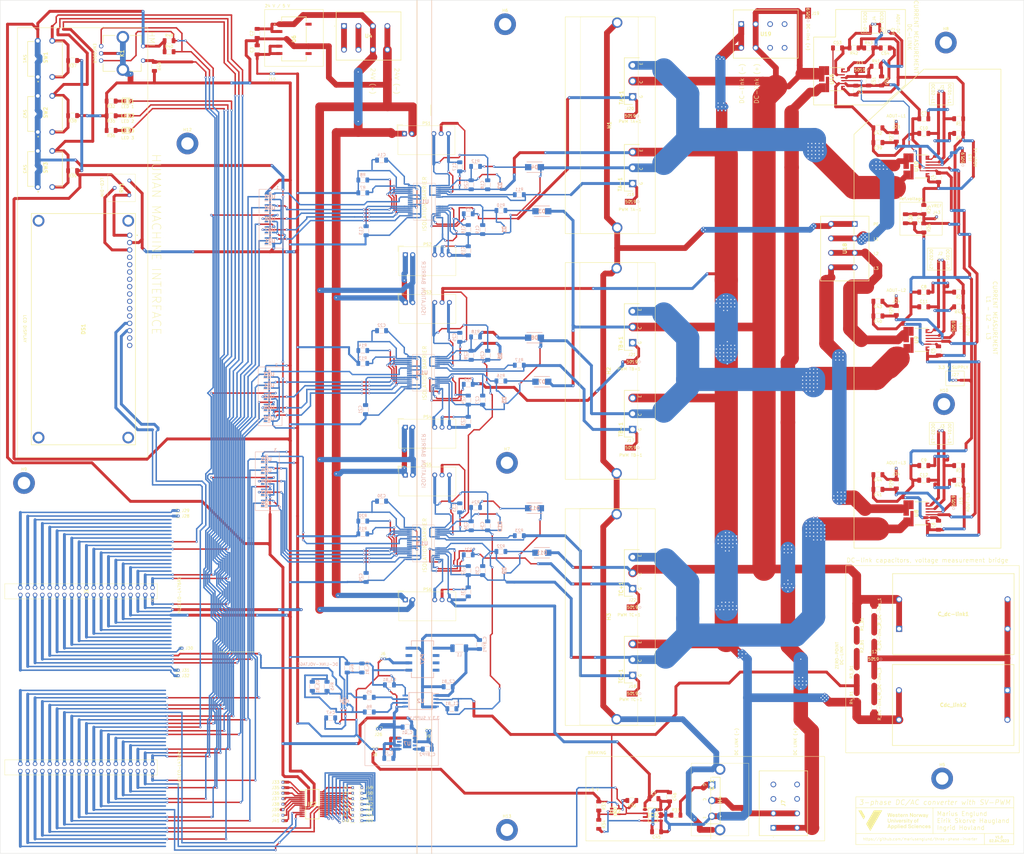
<source format=kicad_pcb>
(kicad_pcb (version 20211014) (generator pcbnew)
  (layers (0 "F.Cu" signal) (31 "B.Cu" signal) (34 "B.Paste" user) (35 "F.Paste" user) (36 "B.SilkS" user "B.Silkscreen") (37 "F.SilkS" user "F.Silkscreen") (38 "B.Mask" user) (39 "F.Mask" user) (44 "Edge.Cuts" user))
  (net 0 "")
  (net 1 "+15 V (1)")
  (net 2 "GND (dc-link)")
  (net 3 "Net-(L1-Pad1)")
  (net 4 "+15 V (2)")
  (net 5 "TA+1_HS")
  (net 6 "+15 V (3)")
  (net 7 "COM (6)")
  (net 8 "-8.7 V (1)")
  (net 9 "+15 V (4)")
  (net 10 "+5V_ISO")
  (net 11 "+15 V (5)")
  (net 12 "GND_ISO")
  (net 13 "+15 V (6)")
  (net 14 "/GateDriver1/OUTHS")
  (net 15 "/GateDriver1/OUTLS")
  (net 16 "/GateDriver2/OUTHS")
  (net 17 "/GateDriver2/OUTLS")
  (net 18 "/GateDriver3/OUTHS")
  (net 19 "/GateDriver3/OUTLS")
  (net 20 "COM (4)")
  (net 21 "Net-(C_dc-link1-Pad2)")
  (net 22 "unconnected-(U1-PadCN7-4)")
  (net 23 "unconnected-(U1-PadCN7-5)")
  (net 24 "unconnected-(U1-PadCN7-7)")
  (net 25 "unconnected-(U1-PadCN7-9)")
  (net 26 "unconnected-(U1-PadCN7-10)")
  (net 27 "unconnected-(U1-PadCN7-11)")
  (net 28 "unconnected-(U1-PadCN7-12)")
  (net 29 "unconnected-(U1-PadCN7-13)")
  (net 30 "unconnected-(U1-PadCN7-14)")
  (net 31 "unconnected-(U1-PadCN7-15)")
  (net 32 "unconnected-(U1-PadCN7-16)")
  (net 33 "I{slash}O_DI_braking-active")
  (net 34 "unconnected-(U1-PadCN7-18)")
  (net 35 "unconnected-(U1-PadCN7-19)")
  (net 36 "unconnected-(U1-PadCN7-20)")
  (net 37 "I2C-SCL-IO-exp-card")
  (net 38 "unconnected-(U1-PadCN7-22)")
  (net 39 "unconnected-(U1-PadCN7-23)")
  (net 40 "unconnected-(U1-PadCN7-24)")
  (net 41 "unconnected-(U1-PadCN7-25)")
  (net 42 "unconnected-(U1-PadCN7-26)")
  (net 43 "unconnected-(U1-PadCN7-27)")
  (net 44 "I2C-SDA-IO-exp-card")
  (net 45 "unconnected-(U1-PadCN7-29)")
  (net 46 "I{slash}O_DI_sw-2")
  (net 47 "unconnected-(U1-PadCN7-31)")
  (net 48 "I{slash}O_DI_sw-3")
  (net 49 "unconnected-(U1-PadCN7-33)")
  (net 50 "I{slash}O_DI_sw-1")
  (net 51 "I{slash}O_DO_led-3")
  (net 52 "I{slash}O_DO_led-1")
  (net 53 "EXT2-IO-exp-card")
  (net 54 "I{slash}O_DO_led-2")
  (net 55 "EXT1-IO-exp-card")
  (net 56 "unconnected-(U1-PadCN10-7)")
  (net 57 "unconnected-(U1-PadCN10-8)")
  (net 58 "unconnected-(U1-PadCN10-9)")
  (net 59 "unconnected-(U1-PadCN10-10)")
  (net 60 "unconnected-(U1-PadCN10-11)")
  (net 61 "+3.3V")
  (net 62 "unconnected-(U1-PadCN10-16)")
  (net 63 "unconnected-(U1-PadCN10-20)")
  (net 64 "I{slash}O_DI_ocd1-L1")
  (net 65 "unconnected-(U1-PadCN10-26)")
  (net 66 "unconnected-(U1-PadCN10-31)")
  (net 67 "unconnected-(U1-PadCN10-32)")
  (net 69 "unconnected-(U1-PadCN10-35)")
  (net 70 "unconnected-(U1-PadCN10-36)")
  (net 71 "unconnected-(U1-PadCN10-37)")
  (net 72 "unconnected-(U1-PadCN10-38)")
  (net 73 "I{slash}O_DI_ocd1-L2")
  (net 74 "Net-(C39-Pad1)")
  (net 75 "I{slash}O_DI_ocd1-L3")
  (net 76 "I{slash}O_DI_ocd2-L1")
  (net 77 "/CurrentMeasurement/L3 (out)")
  (net 78 "Net-(C40-Pad1)")
  (net 79 "I{slash}O_DI_ocd2-L2")
  (net 80 "I{slash}O_DI_ocd2-L3")
  (net 81 "/CurrentMeasurement/L2 (out)")
  (net 82 "I{slash}O_DO_INHS-1")
  (net 83 "I{slash}O_DI_RDY-1")
  (net 84 "I{slash}O_DI_FLT-1")
  (net 85 "I{slash}O_DO_RS-1")
  (net 88 "I{slash}O_DO_INLS-1")
  (net 89 "+5V")
  (net 90 "GND")
  (net 91 "I{slash}O_DO_INHS-2")
  (net 92 "I{slash}O_DI_RDY-2")
  (net 93 "I{slash}O_DI_FLT-2")
  (net 94 "I{slash}O_DO_RS-2")
  (net 97 "I{slash}O_DO_INLS-2")
  (net 98 "I{slash}O_DO_INHS-3")
  (net 99 "I{slash}O_DI_RDY-3")
  (net 100 "I{slash}O_DI_FLT-3")
  (net 101 "I{slash}O_DO_RS-3")
  (net 104 "I{slash}O_DO_INLS-3")
  (net 105 "I{slash}O_AI_vcc-io")
  (net 106 "I{slash}O_AI_current-L1")
  (net 107 "Net-(R1_B1-Pad2)")
  (net 108 "Net-(R2_B1-Pad2)")
  (net 109 "Net-(C4_B1-Pad1)")
  (net 110 "I{slash}O_AI_dc-link-voltage")
  (net 116 "Net-(C5_B1-Pad2)")
  (net 120 "Net-(D4-Pad2)")
  (net 121 "Net-(D7-Pad2)")
  (net 122 "Net-(D8-Pad2)")
  (net 123 "Net-(D11-Pad2)")
  (net 124 "Net-(D12-Pad2)")
  (net 125 "-8.7 V (2)")
  (net 126 "-8.7 V (3)")
  (net 127 "-8.7 V (4)")
  (net 128 "-8.7 V (5)")
  (net 129 "-8.7 V (6)")
  (net 130 "Net-(C20-Pad1)")
  (net 131 "Net-(C28-Pad1)")
  (net 132 "Net-(C36-Pad1)")
  (net 133 "Net-(C19-Pad1)")
  (net 134 "Net-(C27-Pad1)")
  (net 135 "Net-(C35-Pad1)")
  (net 136 "Net-(R9-Pad2)")
  (net 137 "Net-(R15-Pad2)")
  (net 138 "Net-(R21-Pad2)")
  (net 139 "Net-(R11-Pad2)")
  (net 140 "Net-(R17-Pad2)")
  (net 141 "Net-(R23-Pad2)")
  (net 142 "I{slash}O_AI_current-L2")
  (net 143 "Net-(C_BYP2-Pad1)")
  (net 144 "I{slash}O_AI_current-L3")
  (net 145 "Net-(C3-Pad1)")
  (net 146 "Net-(C_I1-Pad1)")
  (net 147 "I{slash}O_AI_current-dc")
  (net 152 "Net-(J6-Pad1)")
  (net 153 "Net-(R6-Pad1)")
  (net 154 "I{slash}O_DI_ocd1-dc")
  (net 155 "Net-(C51-Pad1)")
  (net 156 "/Braking/DC-LINK (+)")
  (net 157 "Net-(D3-Pad2)")
  (net 158 "Net-(C41-Pad1)")
  (net 159 "/CurrentMeasurement/L1 (out)")
  (net 160 "Net-(R33-Pad2)")
  (net 161 "I{slash}O_DI_ocd2-dc")
  (net 162 "+24V")
  (net 164 "Net-(R5-Pad1)")
  (net 165 "Net-(U4-Pad1)")
  (net 166 "Net-(U4-Pad3)")
  (net 169 "PA4")
  (net 170 "PB0")
  (net 171 "PC9")
  (net 172 "PC8")
  (net 173 "PB9")
  (net 174 "PA12")
  (net 175 "PA6")
  (net 176 "PA11")
  (net 177 "PA7")
  (net 178 "PC7")
  (net 179 "PA9")
  (net 180 "PA8")
  (net 181 "PB1")
  (net 182 "PA10")
  (net 183 "PC4")
  (net 197 "Net-(LED1-Pad1)")
  (net 198 "Net-(LED2-Pad1)")
  (net 199 "Net-(LED3-Pad1)")
  (net 200 "Earth_Protective")
  (net 205 "Net-(DS1-Pad3)")
  (net 206 "I{slash}O_I2C_SDA_display")
  (net 207 "I{slash}O_I2C_SCL_display")
  (net 223 "I{slash}O_DI_enc_A1")
  (net 224 "I{slash}O_DI_enc_B1")
  (net 225 "I{slash}O_DI_enc_E1")
  (net 226 "COM (2)")
  (net 227 "DC-LINK-VOLTAGE")
  (net 228 "Net-(IC2-Pad15)")
  (net 229 "Net-(QB1-Pad1)")
  (net 230 "Net-(J7-Pad3)")
  (net 231 "Net-(R_DC-link_3-Pad2)")
  (net 232 "Net-(R_DC-link_1-Pad2)")
  (net 233 "Net-(IC1-Pad6)")
  (net 234 "Net-(IC2-Pad16)")
  (net 235 "Net-(IC2-Pad17)")
  (net 236 "Net-(IC2-Pad18)")
  (net 237 "Net-(IC2-Pad21)")
  (net 238 "Net-(IC2-Pad22)")
  (net 239 "Net-(IC2-Pad23)")
  (net 240 "Net-(IC2-Pad24)")
  (net 241 "Net-(IC2-Pad25)")
  (net 242 "Net-(IC2-Pad26)")
  (net 243 "Net-(IC2-Pad27)")
  (net 244 "Net-(IC2-Pad28)")
  (footprint "Resistor_SMD:R_1206_3216Metric_Pad1.30x1.75mm_HandSolder" (layer "F.Cu") (at 423.21 299.7 90)
    (fp_text reference "R4_B1")
    (fp_text value "3.75k")
  )
  (footprint "Connector_PinHeader_1.00mm:PinHeader_1x02_P1.00mm_Vertical" (layer "F.Cu") (at 275.59 311.15 -90)
    (fp_text reference "J9")
    (fp_text value "Conn_01x02_Male" hide)
  )
  (footprint "SVPWM-LIB-footprints:B3F-4055" (layer "F.Cu") (at 142.52 116.7775 -90)
    (fp_text reference "SW3")
    (fp_text value "B3F-5050" hide)
  )
  (footprint "MountingHole:MountingHole_4.3mm_M4_DIN965_Pad" (layer "F.Cu") (at 302.26 218.44)
    (fp_text reference "H7")
    (fp_text value "MountingHole")
  )
  (footprint "Resistor_SMD:R_1206_3216Metric_Pad1.30x1.75mm_HandSolder" (layer "F.Cu") (at 436.88 225.735 90)
    (fp_text reference "R29")
    (fp_text value "220")
  )
  (footprint "SVPWM-LIB-footprints:Encoder_EC12E2424407" (layer "F.Cu") (at 161.94 74.2725 -90)
    (fp_text reference "K1")
    (fp_text value "EC12E2424407" hide)
  )
  (footprint "Resistor_SMD:R_1206_3216Metric_Pad1.30x1.75mm_HandSolder" (layer "F.Cu") (at 446.405 137.16 -90)
    (fp_text reference "R26")
    (fp_text value "1k")
  )
  (footprint "SVPWM-LIB-footprints:LED_yellow" (layer "F.Cu") (at 171.095 98.3625)
    (fp_text reference "LED2")
    (fp_text value "LED" hide)
  )
  (footprint "Converter_DCDC:Converter_DCDC_Murata_MGJ2DxxxxxxSC_THT" (layer "F.Cu") (at 267.1175 206.1475)
    (fp_text reference "PS4")
    (fp_text value "MGJ2D241509SC")
  )
  (footprint "SVPWM-LIB-footprints:DC-link-capacitor-B32776G0146K000" (layer "F.Cu") (at 437.87 275.885)
    (fp_text reference "C_dc-link1")
    (fp_text value "14u" hide)
  )
  (footprint "SVPWM-LIB-footprints:Keystone-5019" (layer "F.Cu") (at 459.904828 112.855907 -90)
    (fp_text reference "J13")
    (fp_text value "5019")
  )
  (footprint "Resistor_SMD:R_1206_3216Metric_Pad1.30x1.75mm_HandSolder" (layer "F.Cu") (at 423.21 290.81 90)
    (fp_text reference "R3_B1")
    (fp_text value "500k")
  )
  (footprint "Resistor_SMD:R_1206_3216Metric_Pad1.30x1.75mm_HandSolder" (layer "F.Cu") (at 458.47 224.465 180)
    (fp_text reference "R47")
    (fp_text value "4.7k")
  )
  (footprint "Capacitor_SMD:C_1206_3216Metric_Pad1.33x1.80mm_HandSolder" (layer "F.Cu") (at 430.53 162.56 180)
    (fp_text reference "C43")
    (fp_text value "6.8n")
  )
  (footprint "MountingHole:MountingHole_4.3mm_M4_DIN965_Pad" (layer "F.Cu") (at 452.755 327.66)
    (fp_text reference "H5")
    (fp_text value "MountingHole")
  )
  (footprint "Capacitor_SMD:C_1206_3216Metric_Pad1.33x1.80mm_HandSolder" (layer "F.Cu") (at 451.485 119.705 90)
    (fp_text reference "C4")
    (fp_text value "220n")
  )
  (footprint "Connector_PinHeader_1.00mm:PinHeader_1x02_P1.00mm_Vertical" (layer "F.Cu") (at 452.755 207.335 -90)
    (fp_text reference "J3")
    (fp_text value "Conn_01x02_Male" hide)
  )
  (footprint "Converter_DCDC:Converter_DCDC_Murata_MGJ2DxxxxxxSC_THT" (layer "F.Cu") (at 266.7975 104.5475)
    (fp_text reference "PS1")
    (fp_text value "MGJ2D241509SC")
  )
  (footprint "MountingHole:MountingHole_4.3mm_M4_DIN965_Pad" (layer "F.Cu") (at 302.26 345.44)
    (fp_text reference "H13")
    (fp_text value "MountingHole")
  )
  (footprint "SVPWM-LIB-footprints:IGBT-TO544P521X1592X2557-3P" (layer "F.Cu") (at 345.715 91.8 90)
    (fp_text reference "TA+1")
    (fp_text value "IKW40N120H3FKSA1" hide)
  )
  (footprint "Capacitor_SMD:C_1206_3216Metric_Pad1.33x1.80mm_HandSolder" (layer "F.Cu") (at 446.405 159.385)
    (fp_text reference "C8")
    (fp_text value "1n")
  )
  (footprint "SVPWM-LIB-footprints:IGBT-TO544P521X1592X2557-3P" (layer "F.Cu") (at 345.715 261.98 90)
    (fp_text reference "TC+1")
    (fp_text value "IKW40N120H3FKSA1" hide)
  )
  (footprint "SVPWM-LIB-footprints:B3F-4055" (layer "F.Cu") (at 142.52 78.6775 -90)
    (fp_text reference "SW1")
    (fp_text value "B3F-5050" hide)
  )
  (footprint "Connector_PinHeader_1.00mm:PinHeader_1x01_P1.00mm_Vertical" (layer "F.Cu") (at 252.095 336.55)
    (fp_text reference "J52")
    (fp_text value "Conn_01x01_Male" hide)
  )
  (footprint "SVPWM-LIB-footprints:IGBT-TO544P521X1592X2557-3P" (layer "F.Cu") (at 373.105 329.84 -90)
    (fp_text reference "QB1")
    (fp_text value "IKW40N120H3FKSA1" hide)
  )
  (footprint "SVPWM-LIB-footprints:MCP23017T-ESS-SOP65P780X200-28N" (layer "F.Cu") (at 234.95 336.55)
    (fp_text reference "IC2")
    (fp_text value "MCP23017T-E_SS" hide)
  )
  (footprint "Connector_PinHeader_1.00mm:PinHeader_1x01_P1.00mm_Vertical" (layer "F.Cu") (at 434.34 69.18375 -90)
    (fp_text reference "J42")
    (fp_text value "Conn_01x01_Male" hide)
  )
  (footprint "Connector_PinHeader_1.00mm:PinHeader_1x02_P1.00mm_Vertical" (layer "F.Cu") (at 452.755 89.86 -90)
    (fp_text reference "J1")
    (fp_text value "Conn_01x02_Male" hide)
  )
  (footprint "Connector_PinHeader_1.00mm:PinHeader_1x01_P1.00mm_Vertical" (layer "F.Cu") (at 252.095 342.265)
    (fp_text reference "J55")
    (fp_text value "Conn_01x01_Male" hide)
  )
  (footprint "Capacitor_SMD:C_1206_3216Metric_Pad1.33x1.80mm_HandSolder" (layer "F.Cu") (at 433.07 74.89875 180)
    (fp_text reference "C54")
    (fp_text value "1n")
  )
  (footprint "Resistor_SMD:R_1206_3216Metric_Pad1.30x1.75mm_HandSolder" (layer "F.Cu") (at 165.38 93.2825 180)
    (fp_text reference "R32")
    (fp_text value "80")
  )
  (footprint "Capacitor_SMD:C_1206_3216Metric_Pad1.33x1.80mm_HandSolder" (layer "F.Cu") (at 446.405 164.465)
    (fp_text reference "C11")
    (fp_text value "1n")
  )
  (footprint "Connector_PinHeader_1.00mm:PinHeader_1x01_P1.00mm_Vertical" (layer "F.Cu") (at 248.92 338.455)
    (fp_text reference "J46")
    (fp_text value "Conn_01x01_Male" hide)
  )
  (footprint "SVPWM-LIB-footprints:LED_green" (layer "F.Cu") (at 171.095 93.2825)
    (fp_text reference "LED1")
    (fp_text value "LED" hide)
  )
  (footprint "SVPWM-LIB-footprints:Multicomp-MPK7803T500R3" (layer "F.Cu") (at 228.6 71.755 -90)
    (fp_text reference "U6")
    (fp_text value "MP-K7805T-500R3" hide)
  )
  (footprint "Resistor_SMD:R_1206_3216Metric_Pad1.30x1.75mm_HandSolder" (layer "F.Cu") (at 334.01 337.185 -90)
    (fp_text reference "R33")
    (fp_text value "4.7k")
  )
  (footprint "Connector_PinHeader_1.00mm:PinHeader_1x01_P1.00mm_Vertical" (layer "F.Cu") (at 252.095 338.455)
    (fp_text reference "J53")
    (fp_text value "Conn_01x01_Male" hide)
  )
  (footprint "SVPWM-LIB-footprints:B3F-4055" (layer "F.Cu") (at 142.52 97.7275 -90)
    (fp_text reference "SW2")
    (fp_text value "B3F-5050" hide)
  )
  (footprint "Converter_DCDC:Converter_DCDC_Murata_MGJ2DxxxxxxSC_THT" (layer "F.Cu") (at 267.1175 265.8375)
    (fp_text reference "PS6")
    (fp_text value "MGJ2D241509SC")
  )
  (footprint "SVPWM-LIB-footprints:DC-link-capacitor-B32776G0146K000" (layer "F.Cu") (at 475.315 297.14 180)
    (fp_text reference "Cdc_link2")
    (fp_text value "14u" hide)
  )
  (footprint "SVPWM-LIB-footprints:Keystone-5019" (layer "F.Cu") (at 345.575907 268.440173)
    (fp_text reference "J22")
    (fp_text value "5019")
  )
  (footprint "Resistor_SMD:R_1206_3216Metric_Pad1.30x1.75mm_HandSolder" (layer "F.Cu") (at 458.47 219.385 180)
    (fp_text reference "R3")
    (fp_text value "4.7k")
  )
  (footprint "Resistor_SMD:R_1206_3216Metric_Pad1.30x1.75mm_HandSolder" (layer "F.Cu") (at 429.26 269.8575 -90)
    (fp_text reference "R_DC-link_1")
    (fp_text value "???")
  )
  (footprint "Resistor_SMD:R_1206_3216Metric_Pad1.30x1.75mm_HandSolder" (layer "F.Cu") (at 152.045 79.2425 180)
    (fp_text reference "R37")
    (fp_text value "10k")
  )
  (footprint "Capacitor_SMD:C_1206_3216Metric_Pad1.33x1.80mm_HandSolder" (layer "F.Cu") (at 353.9875 346.075 180)
    (fp_text reference "C45")
    (fp_text value "0.1u")
  )
  (footprint "SVPWM-LIB-footprints:IGBT-TO544P521X1592X2557-3P" (layer "F.Cu") (at 345.715 121.8 90)
    (fp_text reference "TA-1")
    (fp_text value "IKW40N120H3FKSA1" hide)
  )
  (footprint "Resistor_SMD:R_1206_3216Metric_Pad1.30x1.75mm_HandSolder" (layer "F.Cu") (at 446.405 130.81 -90)
    (fp_text reference "R25")
    (fp_text value "1k")
  )
  (footprint "Resistor_SMD:R_1206_3216Metric_Pad1.30x1.75mm_HandSolder" (layer "F.Cu") (at 360.6925 340.36)
    (fp_text reference "R31")
    (fp_text value "???")
  )
  (footprint "SVPWM-LIB-footprints:TLI4971A050T5UE0001XUMA1" (layer "F.Cu") (at 443.865 235.91 90)
    (fp_text reference "U8")
    (fp_text value "TLI4971A050T5UE0001XUMA1" hide)
  )
  (footprint "Connector_PinHeader_1.00mm:PinHeader_1x01_P1.00mm_Vertical" (layer "F.Cu") (at 188.595 236.855)
    (fp_text reference "J28")
    (fp_text value "Conn_01x01_Male" hide)
  )
  (footprint "SVPWM-LIB-footprints:Keystone-5019" (layer "F.Cu") (at 344.805 98.425)
    (fp_text reference "J20")
    (fp_text value "5019")
  )
  (footprint "Resistor_SMD:R_1206_3216Metric_Pad1.30x1.75mm_HandSolder" (layer "F.Cu") (at 429.26 302.8775 -90)
    (fp_text reference "R_DC-link_4")
    (fp_text value "???")
  )
  (footprint "SVPWM-LIB-footprints:Keystone-5019" (layer "F.Cu") (at 406.4 62.865 -90)
    (fp_text reference "J19")
    (fp_text value "5019")
  )
  (footprint "Connector_PinHeader_1.00mm:PinHeader_1x01_P1.00mm_Vertical" (layer "F.Cu") (at 188.595 234.95)
    (fp_text reference "J29")
    (fp_text value "Conn_01x01_Male" hide)
  )
  (footprint "SVPWM-LIB-footprints:TLI4971A050T5UE0001XUMA1" (layer "F.Cu") (at 443.865 115.895 90)
    (fp_text reference "U10")
    (fp_text value "TLI4971A050T5UE0001XUMA1" hide)
  )
  (footprint "SVPWM-LIB-footprints:WAGO-26043104" (layer "F.Cu") (at 383.26 66.64)
    (fp_text reference "U19")
    (fp_text value "Wago_2604-3104" hide)
  )
  (footprint "SVPWM-LIB-footprints:WAGO-26043104" (layer "F.Cu") (at 245.905 67.31)
    (fp_text reference "U4")
    (fp_text value "Wago_2604-3104" hide)
  )
  (footprint "SVPWM-LIB-footprints:Keystone-5019" (layer "F.Cu") (at 344.940907 213.195173)
    (fp_text reference "J17")
    (fp_text value "5019")
  )
  (footprint "Connector_PinHeader_1.00mm:PinHeader_1x02_P1.00mm_Vertical" (layer "F.Cu") (at 428.625 66.64375 90)
    (fp_text reference "J4")
    (fp_text value "Conn_01x02_Male" hide)
  )
  (footprint "Capacitor_SMD:C_1206_3216Metric_Pad1.33x1.80mm_HandSolder" (layer "F.Cu") (at 416.56 74.89875)
    (fp_text reference "C53")
    (fp_text value "1n")
  )
  (footprint "Capacitor_SMD:C_1206_3216Metric_Pad1.33x1.80mm_HandSolder" (layer "F.Cu") (at 440.055 133.985 -90)
    (fp_text reference "C38")
    (fp_text value "6.8n")
  )
  (footprint "MountingHole:MountingHole_4.3mm_M4_DIN965_Pad" (layer "F.Cu") (at 454.025 73.025)
    (fp_text reference "H8")
    (fp_text value "MountingHole")
  )
  (footprint "SVPWM-LIB-footprints:Keystone-5019" (layer "F.Cu") (at 424.18 82.51875)
    (fp_text reference "J11")
    (fp_text value "5019")
  )
  (footprint "SVPWM-LIB-footprints:Keystone-5019" (layer "F.Cu") (at 345.44 183.515)
    (fp_text reference "J21")
    (fp_text value "5019")
  )
  (footprint "Connector_PinHeader_1.00mm:PinHeader_1x01_P1.00mm_Vertical" (layer "F.Cu") (at 248.92 340.36)
    (fp_text reference "J47")
    (fp_text value "Conn_01x01_Male" hide)
  )
  (footprint "MountingHole:MountingHole_4.3mm_M4_DIN965_Pad" (layer "F.Cu") (at 453.39 198.12)
    (fp_text reference "H10")
    (fp_text value "MountingHole")
  )
  (footprint "Connector_PinHeader_1.00mm:PinHeader_1x01_P1.00mm_Vertical" (layer "F.Cu") (at 436.88 160.655)
    (fp_text reference "J24")
    (fp_text value "Conn_01x01_Male" hide)
  )
  (footprint "Connector_PinHeader_1.00mm:PinHeader_1x02_P1.00mm_Vertical" (layer "F.Cu") (at 257.175 317.5 -90)
    (fp_text reference "J8")
    (fp_text value "Conn_01x02_Male")
  )
  (footprint "Connector_PinHeader_1.00mm:PinHeader_1x01_P1.00mm_Vertical" (layer "F.Cu") (at 248.92 342.265)
    (fp_text reference "J48")
    (fp_text value "Conn_01x01_Male" hide)
  )
  (footprint "Resistor_SMD:R_1206_3216Metric_Pad1.30x1.75mm_HandSolder" (layer "F.Cu") (at 423.21 274.3 -90)
    (fp_text reference "R1_B1")
    (fp_text value "500k")
  )
  (footprint "Connector_PinHeader_1.00mm:PinHeader_1x02_P1.00mm_Vertical" (layer "F.Cu") (at 258.445 310.515 -90)
    (fp_text reference "J26")
    (fp_text value "Conn_01x02_Male" hide)
  )
  (footprint "Resistor_SMD:R_1206_3216Metric_Pad1.30x1.75mm_HandSolder" (layer "F.Cu") (at 427.355 74.89875)
    (fp_text reference "R43")
    (fp_text value "4.7k")
  )
  (footprint "Capacitor_SMD:C_1206_3216Metric_Pad1.33x1.80mm_HandSolder" (layer "F.Cu") (at 427.355 86.32875 -90)
    (fp_text reference "C51")
    (fp_text value "15n")
  )
  (footprint "Resistor_SMD:R_1206_3216Metric_Pad1.30x1.75mm_HandSolder" (layer "F.Cu") (at 429.26 293.9875 -90)
    (fp_text reference "R_DC-link_3")
    (fp_text value "???")
  )
  (footprint "Connector_PinHeader_1.00mm:PinHeader_1x01_P1.00mm_Vertical" (layer "F.Cu") (at 252.095 332.74)
    (fp_text reference "J50")
    (fp_text value "Conn_01x01_Male" hide)
  )
  (footprint "Connector_PinHeader_1.00mm:PinHeader_1x01_P1.00mm_Vertical" (layer "F.Cu") (at 252.095 334.645)
    (fp_text reference "J51")
    (fp_text value "Conn_01x01_Male" hide)
  )
  (footprint "Connector_PinHeader_1.00mm:PinHeader_1x02_P1.00mm_Vertical" (layer "F.Cu") (at 259.92 286.26 -90)
    (fp_text reference "J6")
    (fp_text value "Conn_01x02_Male" hide)
  )
  (footprint "Capacitor_SMD:C_1206_3216Metric_Pad1.33x1.80mm_HandSolder" (layer "F.Cu") (at 451.485 240.03 90)
    (fp_text reference "C6")
    (fp_text value "220n")
  )
  (footprint "Resistor_SMD:R_1206_3216Metric_Pad1.30x1.75mm_HandSolder" (layer "F.Cu") (at 185.42 76.2)
    (fp_text reference "R40")
    (fp_text value "???")
  )
  (footprint "Capacitor_SMD:C_1206_3216Metric_Pad1.33x1.80mm_HandSolder" (layer "F.Cu") (at 215.9 75.565 90)
    (fp_text reference "C3")
    (fp_text value "22u")
  )
  (footprint "Capacitor_SMD:C_1206_3216Metric_Pad1.33x1.80mm_HandSolder" (layer "F.Cu") (at 451.485 179.705 90)
    (fp_text reference "C5")
    (fp_text value "220n")
  )
  (footprint "SVPWM-LIB-footprints:Keystone-5019" (layer "F.Cu") (at 428.925 286.3475)
    (fp_text reference "J12")
    (fp_text value "5019")
  )
  (footprint "Connector_PinHeader_1.00mm:PinHeader_1x01_P1.00mm_Vertical" (layer "F.Cu") (at 224.79 338.455 180)
    (fp_text reference "J39")
    (fp_text value "Conn_01x01_Male" hide)
  )
  (footprint "Capacitor_SMD:C_1206_3216Metric_Pad1.33x1.80mm_HandSolder" (layer "F.Cu") (at 430.53 167.64 180)
    (fp_text reference "C40")
    (fp_text value "15n")
  )
  (footprint "MountingHole:MountingHole_4.3mm_M4_DIN965_Pad" (layer "F.Cu") (at 135.255 225.425)
    (fp_text reference "H9")
    (fp_text value "MountingHole")
  )
  (footprint "Connector_PinHeader_1.00mm:PinHeader_1x01_P1.00mm_Vertical" (layer "F.Cu") (at 248.92 330.835)
    (fp_text reference "J5")
    (fp_text value "Conn_01x01_Male" hide)
  )
  (footprint "Resistor_SMD:R_1206_3216Metric_Pad1.30x1.75mm_HandSolder" (layer "F.Cu") (at 458.47 164.465 180)
    (fp_text reference "R46")
    (fp_text value "4.7k")
  )
  (footprint "Capacitor_SMD:C_1206_3216Metric_Pad1.33x1.80mm_HandSolder" (layer "F.Cu") (at 446.405 224.465)
    (fp_text reference "C12")
    (fp_text value "1n")
  )
  (footprint "Resistor_SMD:R_1206_3216Metric_Pad1.30x1.75mm_HandSolder" (layer "F.Cu") (at 436.88 105.735 90)
    (fp_text reference "R27")
    (fp_text value "220")
  )
  (footprint "Connector_PinHeader_1.00mm:PinHeader_1x01_P1.00mm_Vertical" (layer "F.Cu") (at 252.095 330.835)
    (fp_text reference "J49")
    (fp_text value "Conn_01x01_Male" hide)
  )
  (footprint "SVPWM-LIB-footprints:Heatsink_C2470753AE" (layer "F.Cu") (at 340.19 236.22 -90)
    (fp_text reference "H3")
    (fp_text value "C247-075-3AE" hide)
  )
  (footprint "Connector_PinHeader_1.00mm:PinHeader_1x01_P1.00mm_Vertical" (layer "F.Cu") (at 248.92 334.645)
    (fp_text reference "J44")
    (fp_text value "Conn_01x01_Male" hide)
  )
  (footprint "Connector_PinHeader_1.00mm:PinHeader_1x01_P1.00mm_Vertical" (layer "F.Cu") (at 224.79 334.645 180)
    (fp_text reference "J37")
    (fp_text value "Conn_01x01_Male" hide)
  )
  (footprint "Resistor_SMD:R_1206_3216Metric_Pad1.30x1.75mm_HandSolder" (layer "F.Cu") (at 334.01 343.535 -90)
    (fp_text reference "R34")
    (fp_text value "3.16k")
  )
  (footprint "Connector_PinHeader_1.00mm:PinHeader_1x01_P1.00mm_Vertical" (layer "F.Cu") (at 436.88 220.345)
    (fp_text reference "J34")
    (fp_text value "Conn_01x01_Male" hide)
  )
  (footprint "Connector_PinHeader_1.00mm:PinHeader_1x01_P1.00mm_Vertical" (layer "F.Cu") (at 224.79 330.835 180)
    (fp_text reference "J35")
    (fp_text value "Conn_01x01_Male" hide)
  )
  (footprint "SVPWM-LIB-footprints:Heatsink_C2470753AE" (layer "F.Cu") (at 340.38 66.13 -90)
    (fp_text reference "H1")
    (fp_text value "C247-075-3AE" hide)
  )
  (footprint "Capacitor_SMD:C_1206_3216Metric_Pad1.33x1.80mm_HandSolder" (layer "F.Cu") (at 446.405 104.465)
    (fp_text reference "C10")
    (fp_text value "1n")
  )
  (footprint "Capacitor_SMD:C_1206_3216Metric_Pad1.33x1.80mm_HandSolder" (layer "F.Cu") (at 358.4325 334.01 -90)
    (fp_text reference "C46")
    (fp_text value "0.1u")
  )
  (footprint "Connector_PinHeader_1.00mm:PinHeader_1x01_P1.00mm_Vertical" (layer "F.Cu") (at 224.79 328.93 180)
    (fp_text reference "J33")
    (fp_text value "Conn_01x01_Male" hide)
  )
  (footprint "SVPWM-LIB-footprints:WAGO-26043104" (layer "F.Cu") (at 394.39 344.725 90)
    (fp_text reference "J7")
    (fp_text value "2604-3104" hide)
  )
  (footprint "Connector_PinHeader_1.00mm:PinHeader_1x01_P1.00mm_Vertical" (layer "F.Cu") (at 436.88 100.33)
    (fp_text reference "J23")
    (fp_text value "Conn_01x01_Male" hide)
  )
  (footprint "SVPWM-LIB-footprints:LED_red" (layer "F.Cu") (at 171.095 103.4425)
    (fp_text reference "LED3")
    (fp_text value "LED" hide)
  )
  (footprint "SVPWM-LIB-footprints:Display_MC21605C6WSPTLYIV2" (layer "F.Cu") (at 171.7925 139.7 -90)
    (fp_text reference "DS1")
    (fp_text value "MC21605C6W-SPTLYI-V2" hide)
  )
  (footprint "Resistor_SMD:R_1206_3216Metric_Pad1.30x1.75mm_HandSolder" (layer "F.Cu") (at 152.045 98.2925 180)
    (fp_text reference "R38")
    (fp_text value "10k")
  )
  (footprint "Resistor_SMD:R_1206_3216Metric_Pad1.30x1.75mm_HandSolder" (layer "F.Cu") (at 436.88 165.735 90)
    (fp_text reference "R28")
    (fp_text value "220")
  )
  (footprint "MountingHole:MountingHole_4.3mm_M4_DIN965_Pad" (layer "F.Cu") (at 191.77 107.95)
    (fp_text reference "H12")
    (fp_text value "MountingHole")
  )
  (footprint "Capacitor_SMD:C_1206_3216Metric_Pad1.33x1.80mm_HandSolder" (layer "F.Cu") (at 446.405 99.385)
    (fp_text reference "C7")
    (fp_text value "1n")
  )
  (footprint "Connector_PinHeader_1.00mm:PinHeader_1x01_P1.00mm_Vertical" (layer "F.Cu") (at 248.92 336.55)
    (fp_text reference "J45")
    (fp_text value "Conn_01x01_Male" hide)
  )
  (footprint "Connector_PinHeader_1.00mm:PinHeader_1x01_P1.00mm_Vertical" (layer "F.Cu") (at 189.865 282.575)
    (fp_text reference "J30")
    (fp_text value "Conn_01x01_Male" hide)
  )
  (footprint "LOGO" (layer "F.Cu") (at 436.245 342.265)
    (fp_text reference "G***" hide)
    (fp_text value "LOGO" hide)
  )
  (footprint "Egenproduserte footprints:PCB-receptable Nucleo-L476RG" (layer "F.Cu") (at 153.985 284.16 -90)
    (fp_text reference "U1")
    (fp_text value "NUCLEO-L476RG")
  )
  (footprint "Connector_PinHeader_1.00mm:PinHeader_1x02_P1.00mm_Vertical" (layer "F.Cu") (at 456.565 189.865 90)
    (fp_text reference "J27")
    (fp_text value "Conn_01x02_Male" hide)
  )
  (footprint "Resistor_SMD:R_1206_3216Metric_Pad1.30x1.75mm_HandSolder" (layer "F.Cu") (at 429.26 278.7475 -90)
    (fp_text reference "R_DC-link_2")
    (fp_text value "???")
  )
  (footprint "SVPWM-LIB-footprints:Keystone-5019" (layer "F.Cu") (at 456.729828 171.14 -90)
    (fp_text reference "J14")
    (fp_text value "5019")
  )
  (footprint "Resistor_SMD:R_1206_3216Metric_Pad1.30x1.75mm_HandSolder" (layer "F.Cu") (at 458.47 99.385 180)
    (fp_text reference "R1")
    (fp_text value "4.7k")
  )
  (footprint "Capacitor_SMD:C_1206_3216Metric_Pad1.33x1.80mm_HandSolder" (layer "F.Cu") (at 430.53 102.56 180)
    (fp_text reference "C42")
    (fp_text value "6.8n")
  )
  (footprint "Capacitor_SMD:C_1206_3216Metric_Pad1.33x1.80mm_HandSolder" (layer "F.Cu") (at 215.9 69.85 -90)
    (fp_text reference "C2")
    (fp_text value "10u")
  )
  (footprint "Resistor_SMD:R_1206_3216Metric_Pad1.30x1.75mm_HandSolder" (layer "F.Cu") (at 180.34 81.28 -90)
    (fp_text reference "R49")
    (fp_text value "???")
  )
  (footprint "Resistor_SMD:R_1206_3216Metric_Pad1.30x1.75mm_HandSolder" (layer "F.Cu") (at 152.045 117.3425 180)
    (fp_text reference "R39")
    (fp_text value "10k")
  )
  (footprint "Connector_PinHeader_1.00mm:PinHeader_1x01_P1.00mm_Vertical" (layer "F.Cu") (at 252.095 340.36)
    (fp_text reference "J54")
    (fp_text value "Conn_01x01_Male" hide)
  )
  (footprint "SVPWM-LIB-footprints:Heatsink_C2470753AE" (layer "F.Cu") (at 340.19 151.13 -90)
    (fp_text reference "H2")
    (fp_text value "C247-075-3AE" hide)
  )
  (footprint "Connector_PinHeader_1.00mm:PinHeader_1x02_P1.00mm_Vertical" (layer "F.Cu") (at 452.755 148.28 -90)
    (fp_text reference "J2")
    (fp_text value "Conn_01x02_Male" hide)
  )
  (footprint "Converter_DCDC:Converter_DCDC_Murata_MGJ2DxxxxxxSC_THT" (layer "F.Cu") (at 267.1175 222.6575)
    (fp_text reference "PS5")
    (fp_text value "MGJ2D241509SC")
  )
  (footprint "MountingHole:MountingHole_4.3mm_M4_DIN965_Pad" (layer "F.Cu") (at 301.625 66.675)
    (fp_text reference "H6")
    (fp_text value "MountingHole")
  )
  (footprint "Capacitor_SMD:C_1206_3216Metric_Pad1.33x1.80mm_HandSolder" (layer "F.Cu") (at 431.8 86.32875 -90)
    (fp_text reference "C52")
    (fp_text value "6.8n")
  )
  (footprint "Connector_PinHeader_1.00mm:PinHeader_1x01_P1.00mm_Vertical" (layer "F.Cu") (at 224.79 340.36 180)
    (fp_text reference "J40")
    (fp_text value "Conn_01x01_Male" hide)
  )
  (footprint "Resistor_SMD:R_1206_3216Metric_Pad1.30x1.75mm_HandSolder" (layer "F.Cu") (at 185.42 72.39)
    (fp_text reference "R48")
    (fp_text value "???")
  )
  (footprint "Connector_PinHeader_1.00mm:PinHeader_1x01_P1.00mm_Vertical" (layer "F.Cu") (at 224.79 342.265 180)
    (fp_text reference "J41")
    (fp_text value "Conn_01x01_Male" hide)
  )
  (footprint "Capacitor_SMD:C_1206_3216Metric_Pad1.33x1.80mm_HandSolder" (layer "F.Cu") (at 443.23 133.985 -90)
    (fp_text reference "C37")
    (fp_text value "6.8n")
  )
  (footprint "Resistor_SMD:R_1206_3216Metric_Pad1.30x1.75mm_HandSolder" (layer "F.Cu") (at 422.275 74.89875 180)
    (fp_text reference "R42")
    (fp_text value "4.7k")
  )
  (footprint "Converter_DCDC:Converter_DCDC_Murata_MGJ2DxxxxxxSC_THT" (layer "F.Cu") (at 267.1175 162.9675)
    (fp_text reference "PS3")
    (fp_text value "MGJ2D241509SC")
  )
  (footprint "SVPWM-LIB-footprints:Keystone-5019" (layer "F.Cu") (at 344.940907 128.105173)
    (fp_text reference "J16")
    (fp_text value "5019")
  )
  (footprint "Connector_PinHeader_1.00mm:PinHeader_1x01_P1.00mm_Vertical" (layer "F.Cu") (at 188.595 290.195)
    (fp_text reference "J31")
    (fp_text value "Conn_01x01_Male" hide)
  )
  (footprint "Connector_PinHeader_1.00mm:PinHeader_1x01_P1.00mm_Vertical" (layer "F.Cu") (at 224.79 336.55 180)
    (fp_text reference "J38")
    (fp_text value "Conn_01x01_Male" hide)
  )
  (footprint "Resistor_SMD:R_1206_3216Metric_Pad1.30x1.75mm_HandSolder" (layer "F.Cu") (at 429.895 81.24875)
    (fp_text reference "R41")
    (fp_text value "220")
  )
  (footprint "Resistor_SMD:R_1206_3216Metric_Pad1.30x1.75mm_HandSolder" (layer "F.Cu") (at 165.38 103.4425 180)
    (fp_text reference "R36")
    (fp_text value "80")
  )
  (footprint "Resistor_SMD:R_1206_3216Metric_Pad1.30x1.75mm_HandSolder" (layer "F.Cu") (at 345.44 335.28 180)
    (fp_text reference "R30")
    (fp_text value "???")
  )
  (footprint "SVPWM-LIB-footprints:Heatsink_brake_C2470251VE" (layer "F.Cu") (at 375.92 345.44 90)
    (fp_text reference "H4")
    (fp_text value "C247-025-1VE" hide)
  )
  (footprint "SVPWM-LIB-footprints:LMV331M5_SOT95P280X145-5N" (layer "F.Cu") (at 339.725 339.09)
    (fp_text reference "U22")
    (fp_text value "LMV331" hide)
  )
  (footprint "Capacitor_SMD:C_1206_3216Metric_Pad1.33x1.80mm_HandSolder" (layer "F.Cu") (at 446.405 219.385)
    (fp_text reference "C9")
    (fp_text value "1n")
  )
  (footprint "Capacitor_SMD:C_1206_3216Metric_Pad1.33x1.80mm_HandSolder" (layer "F.Cu") (at 430.53 107.64 180)
    (fp_text reference "C39")
    (fp_text value "15n")
  )
  (footprint "Resistor_SMD:R_1206_3216Metric_Pad1.30x1.75mm_HandSolder" (layer "F.Cu") (at 165.38 98.3625 180)
    (fp_text reference "R35")
    (fp_text value "80")
  )
  (footprint "SVPWM-LIB-footprints:IGBT-TO544P521X1592X2557-3P" (layer "F.Cu") (at 345.715 291.98 90)
    (fp_text reference "TC-1")
    (fp_text value "IKW40N120H3FKSA1" hide)
  )
  (footprint "Converter_DCDC:Converter_DCDC_Murata_MGJ2DxxxxxxSC_THT" (layer "F.Cu") (at 267.1175 146.4575)
    (fp_text reference "PS2")
    (fp_text value "MGJ2D241509SC")
  )
  (footprint "Connector_PinHeader_1.00mm:PinHeader_1x01_P1.00mm_Vertical" (layer "F.Cu") (at 248.92 332.74)
    (fp_text reference "J25")
    (fp_text value "Conn_01x01_Male" hide)
  )
  (footprint "SVPWM-LIB-footprints:UCC27321DR_SOIC127P600X175-8N" (layer "F.Cu") (at 352.7175 340.36)
    (fp_text reference "IC1")
    (fp_text value "UCC27321DR" hide)
  )
  (footprint "Capacitor_SMD:C_1206_3216Metric_Pad1.33x1.80mm_HandSolder" (layer "F.Cu") (at 353.06 334.645)
    (fp_text reference "C1")
    (fp_text value "???")
  )
  (footprint "Resistor_SMD:R_1206_3216Metric_Pad1.30x1.75mm_HandSolder" (layer "F.Cu") (at 458.47 159.385 180)
    (fp_text reference "R2")
    (fp_text value "4.7k")
  )
  (footprint "SVPWM-LIB-footprints:Keystone-5019" (layer "F.Cu") (at 456.700907 231.600907 -90)
    (fp_text reference "J15")
    (fp_text value "5019")
  )
  (footprint "Connector_PinHeader_1.00mm:PinHeader_1x01_P1.00mm_Vertical" (layer "F.Cu") (at 450.85 133.35)
    (fp_text reference "J43")
    (fp_text value "Conn_01x01_Male" hide)
  )
  (footprint "SVPWM-LIB-footprints:TLI4971A050T5UE0001XUMA1" (layer "F.Cu") (at 414.655 85.69375 90)
    (fp_text reference "U16")
    (fp_text value "TLI4971A050T5UE0001XUMA1" hide)
  )
  (footprint "Capacitor_SMD:C_1206_3216Metric_Pad1.33x1.80mm_HandSolder" (layer "F.Cu") (at 422.91 89.50375 -90)
    (fp_text reference "C50")
    (fp_text value "220n")
  )
  (footprint "SVPWM-LIB-footprints:IGBT-TO544P521X1592X2557-3P" (layer "F.Cu") (at 345.715 176.89 90)
    (fp_text reference "TB+1")
    (fp_text value "IKW40N120H3FKSA1" hide)
  )
  (footprint "SVPWM-LIB-footprints:TLI4971A050T5UE0001XUMA1" (layer "F.Cu") (at 443.865 175.895 90)
    (fp_text reference "U9")
    (fp_text value "TLI4971A050T5UE0001XUMA1" hide)
  )
  (footprint "Resistor_SMD:R_1206_3216Metric_Pad1.30x1.75mm_HandSolder" (layer "F.Cu") (at 458.47 104.465 180)
    (fp_text reference "R4")
    (fp_text value "4.7k")
  )
  (footprint "Resistor_SMD:R_1206_3216Metric_Pad1.30x1.75mm_HandSolder" (layer "F.Cu") (at 423.21 281.92 -90)
    (fp_text reference "R2_B1")
    (fp_text value "500k")
  )
  (footprint "Connector_PinHeader_1.00mm:PinHeader_1x02_P1.00mm_Vertical" (layer "F.Cu") (at 221.615 83.82 -90)
    (fp_text reference "J10")
    (fp_text value "Conn_01x02_Male")
  )
  (footprint "Connector_PinHeader_1.00mm:PinHeader_1x01_P1.00mm_Vertical" (layer "F.Cu") (at 188.595 292.1)
    (fp_text reference "J32")
    (fp_text value "Conn_01x01_Male" hide)
  )
  (footprint "SVPWM-LIB-footprints:WAGO-26043104" (layer "F.Cu") (at 422.535 135.795 -90)
    (fp_text reference "U18")
    (fp_text value "Wago_2604-3104" hide)
  )
  (footprint "SVPWM-LIB-footprints:Potmeter_3386F1203TLF" (layer "F.Cu") (at 171.6675 120.765 90)
    (fp_text reference "RV1")
    (fp_text value "R_Potentiometer" hide)
  )
  (footprint "SVPWM-LIB-footprints:Keystone-5019" (layer "F.Cu") (at 345.575907 298.285173)
    (fp_text reference "J18")
    (fp_text value "5019")
  )
  (footprint "SVPWM-LIB-footprints:IGBT-TO544P521X1592X2557-3P" (layer "F.Cu") (at 345.715 206.89 90)
    (fp_text reference "TB-1")
    (fp_text value "IKW40N120H3FKSA1" hide)
  )
  (footprint "Connector_PinHeader_1.00mm:PinHeader_1x01_P1.00mm_Vertical" (layer "F.Cu") (at 224.79 332.74 180)
    (fp_text reference "J36")
    (fp_text value "Conn_01x01_Male" hide)
  )
  (footprint "Capacitor_SMD:C_1206_3216Metric_Pad1.33x1.80mm_HandSolder" (layer "F.Cu") (at 430.53 227.64 180)
    (fp_text reference "C41")
    (fp_text value "15n")
  )
  (footprint "Capacitor_SMD:C_1206_3216Metric_Pad1.33x1.80mm_HandSolder" (layer "F.Cu") (at 430.53 222.56 180)
    (fp_text reference "C44")
    (fp_text value "6.8n")
  )
  (footprint "SVPWM-LIB-footprints:Diode-SMBJ50CA" (layer "B.Cu") (at 311.785 234.145 180)
    (fp_text reference "D12")
    (fp_text value "D" hide)
  )
  (footprint "SVPWM-LIB-footprints:GateDriver-2ED020I12F2XUMA1" (layer "B.Cu") (at 273.37 187.265)
    (fp_text reference "U12")
    (fp_text value "Infineon_2ED020I12-F2" hide)
  )
  (footprint "Capacitor_SMD:C_1206_3216Metric_Pad1.33x1.80mm_HandSolder" (layer "B.Cu") (at 253.555 138.1375 -90)
    (fp_text reference "C13")
    (fp_text value "100n")
  )
  (footprint "SVPWM-LIB-footprints:nexperia-SOT95P275X110-5N" (layer "B.Cu") (at 220.345 141.605)
    (fp_text reference "U21")
    (fp_text value "74LV1T34GV-Q100H" hide)
  )
  (footprint "SVPWM-LIB-footprints:nexperia-SOT95P275X110-5N" (layer "B.Cu") (at 219.055 220.98)
    (fp_text reference "U24")
    (fp_text value "74LV1T34GV-Q100H" hide)
  )
  (footprint "SVPWM-LIB-footprints:Diode-SMBJ50CA" (layer "B.Cu") (at 311.785 175.145 180)
    (fp_text reference "D8")
    (fp_text value "D" hide)
  )
  (footprint "SVPWM-LIB-footprints:nexperia-SOT95P275X110-5N" (layer "B.Cu") (at 219.055 217.17)
    (fp_text reference "U35")
    (fp_text value "74LV1T34GV-Q100H" hide)
  )
  (footprint "SVPWM-LIB-footprints:nexperia-SOT95P275X110-5N" (layer "B.Cu") (at 220.03 199.24)
    (fp_text reference "U25")
    (fp_text value "74LV1T34GV-Q100H" hide)
  )
  (footprint "Capacitor_SMD:C_1206_3216Metric_Pad1.33x1.80mm_HandSolder" (layer "B.Cu") (at 288.864 145.101 -90)
    (fp_text reference "C15")
    (fp_text value "1u")
  )
  (footprint "SVPWM-LIB-footprints:Diode-SMBJ50CA" (layer "B.Cu") (at 314.325 131.385 180)
    (fp_text reference "D3")
    (fp_text value "D" hide)
  )
  (footprint "Capacitor_SMD:C_1206_3216Metric_Pad1.33x1.80mm_HandSolder" (layer "B.Cu") (at 288.864 204.101 -90)
    (fp_text reference "C23")
    (fp_text value "1u")
  )
  (footprint "Resistor_SMD:R_1206_3216Metric_Pad1.30x1.75mm_HandSolder" (layer "B.Cu") (at 291.404 115.891 180)
    (fp_text reference "R12")
    (fp_text value "1k")
  )
  (footprint "Resistor_SMD:R_1206_3216Metric_Pad1.30x1.75mm_HandSolder" (layer "B.Cu") (at 254.635 299.58 180)
    (fp_text reference "R5")
    (fp_text value "10k")
  )
  (footprint "SVPWM-LIB-footprints:TLS205B0EJV33XUMA1-SOIC127P600X170-9N" (layer "B.Cu") (at 267.7385 315.595 180)
    (fp_text reference "U7")
    (fp_text value "TLS205B0EJV33XUMA1" hide)
  )
  (footprint "Resistor_SMD:R_1206_3216Metric_Pad1.30x1.75mm_HandSolder" (layer "B.Cu") (at 306.517 243.67 180)
    (fp_text reference "R23")
    (fp_text value "10")
  )
  (footprint "SVPWM-LIB-footprints:Schottky-BAT165AX" (layer "B.Cu") (at 301.31 196.735 -90)
    (fp_text reference "D5")
    (fp_text value "D_Schottky" hide)
  )
  (footprint "Resistor_SMD:R_1206_3216Metric_Pad1.30x1.75mm_HandSolder" (layer "B.Cu") (at 300.167 190.131 180)
    (fp_text reference "R16")
    (fp_text value "1k")
  )
  (footprint "Capacitor_SMD:C_1206_3216Metric_Pad1.33x1.80mm_HandSolder" (layer "B.Cu") (at 261.62 295.275 180)
    (fp_text reference "C3_B1")
    (fp_text value "100n")
  )
  (footprint "Resistor_SMD:R_1206_3216Metric_Pad1.30x1.75mm_HandSolder" (layer "B.Cu") (at 291.404 233.891 180)
    (fp_text reference "R24")
    (fp_text value "1k")
  )
  (footprint "Resistor_SMD:R_1206_3216Metric_Pad1.30x1.75mm_HandSolder" (layer "B.Cu") (at 240.03 295.77 90)
    (fp_text reference "R45")
    (fp_text value "16.5k")
  )
  (footprint "Capacitor_SMD:C_1206_3216Metric_Pad1.33x1.80mm_HandSolder" (layer "B.Cu") (at 258.892 172.715 180)
    (fp_text reference "C22")
    (fp_text value "100n")
  )
  (footprint "SVPWM-LIB-footprints:Schottky-BAT165AX" (layer "B.Cu") (at 299.87 240.495 -90)
    (fp_text reference "D10")
    (fp_text value "D_Schottky" hide)
  )
  (footprint "Capacitor_SMD:C_1206_3216Metric_Pad1.33x1.80mm_HandSolder" (layer "B.Cu") (at 288.864 255.735 -90)
    (fp_text reference "C32")
    (fp_text value "1u")
  )
  (footprint "Capacitor_SMD:C_1206_3216Metric_Pad1.33x1.80mm_HandSolder" (layer "B.Cu") (at 289.88 122.241 -90)
    (fp_text reference "C20")
    (fp_text value "220p")
  )
  (footprint "Capacitor_SMD:C_1206_3216Metric_Pad1.33x1.80mm_HandSolder" (layer "B.Cu") (at 293.864 137.735 -90)
    (fp_text reference "C19")
    (fp_text value "220p")
  )
  (footprint "Capacitor_SMD:C_1206_3216Metric_Pad1.33x1.80mm_HandSolder" (layer "B.Cu") (at 261.3885 320.675 180)
    (fp_text reference "C_I1")
    (fp_text value "1u")
  )
  (footprint "Capacitor_SMD:C_1206_3216Metric_Pad1.33x1.80mm_HandSolder" (layer "B.Cu") (at 288.864 263.101 -90)
    (fp_text reference "C31")
    (fp_text value "1u")
  )
  (footprint "SVPWM-LIB-footprints:Diode-SMBJ50CA" (layer "B.Cu") (at 314.325 190.385 180)
    (fp_text reference "D7")
    (fp_text value "D" hide)
  )
  (footprint "Capacitor_SMD:C_1206_3216Metric_Pad1.33x1.80mm_HandSolder" (layer "B.Cu") (at 285.943 175.018 -90)
    (fp_text reference "C25")
    (fp_text value "1u")
  )
  (footprint "Resistor_SMD:R_1206_3216Metric_Pad1.30x1.75mm_HandSolder" (layer "B.Cu") (at 300.167 131.131 180)
    (fp_text reference "R10")
    (fp_text value "1k")
  )
  (footprint "SVPWM-LIB-footprints:Schottky-BAT165AX" (layer "B.Cu") (at 299.87 181.495 -90)
    (fp_text reference "D6")
    (fp_text value "D_Schottky" hide)
  )
  (footprint "Capacitor_SMD:C_1206_3216Metric_Pad1.33x1.80mm_HandSolder" (layer "B.Cu") (at 295.595 181.241 -90)
    (fp_text reference "C26")
    (fp_text value "1u")
  )
  (footprint "SVPWM-LIB-footprints:Schottky-BAT165AX" (layer "B.Cu") (at 301.31 255.735 -90)
    (fp_text reference "D9")
    (fp_text value "D_Schottky" hide)
  )
  (footprint "Capacitor_SMD:C_1206_3216Metric_Pad1.33x1.80mm_HandSolder" (layer "B.Cu") (at 258.892 113.715 180)
    (fp_text reference "C14")
    (fp_text value "100n")
  )
  (footprint "Resistor_SMD:R_1206_3216Metric_Pad1.30x1.75mm_HandSolder" (layer "B.Cu") (at 252.415 243.035 180)
    (fp_text reference "R19")
    (fp_text value "4.7k")
  )
  (footprint "Capacitor_SMD:C_1206_3216Metric_Pad1.33x1.80mm_HandSolder" (layer "B.Cu") (at 253.365 200.025 -90)
    (fp_text reference "C21")
    (fp_text value "100n")
  )
  (footprint "SVPWM-LIB-footprints:ACPL-SOIC127P1150X331-8N" (layer "B.Cu") (at 272.415 300.85 180)
    (fp_text reference "U2")
    (fp_text value "ACPL-C87B-000E" hide)
  )
  (footprint "Capacitor_SMD:C_1206_3216Metric_Pad1.33x1.80mm_HandSolder" (layer "B.Cu") (at 241.3 306.705 180)
    (fp_text reference "C47")
    (fp_text value "100n")
  )
  (footprint "Capacitor_SMD:C_1206_3216Metric_Pad1.33x1.80mm_HandSolder" (layer "B.Cu") (at 281.94 295.91 180)
    (fp_text reference "C2_B1")
    (fp_text value "100n")
  )
  (footprint "Capacitor_SMD:C_1206_3216Metric_Pad1.33x1.80mm_HandSolder" (layer "B.Cu") (at 295.595 122.241 -90)
    (fp_text reference "C18")
    (fp_text value "1u")
  )
  (footprint "SVPWM-LIB-footprints:Schottky-BAT165AX" (layer "B.Cu") (at 299.87 122.495 -90)
    (fp_text reference "D2")
    (fp_text value "D_Schottky" hide)
  )
  (footprint "Resistor_SMD:R_1206_3216Metric_Pad1.30x1.75mm_HandSolder" (layer "B.Cu") (at 252.415 184.035 180)
    (fp_text reference "R13")
    (fp_text value "4.7k")
  )
  (footprint "Resistor_SMD:R_1206_3216Metric_Pad1.30x1.75mm_HandSolder" (layer "B.Cu") (at 291.404 174.891 180)
    (fp_text reference "R18")
    (fp_text value "1k")
  )
  (footprint "Capacitor_SMD:C_1206_3216Metric_Pad1.33x1.80mm_HandSolder" (layer "B.Cu") (at 252.095 289.42 90)
    (fp_text reference "C4_B1")
    (fp_text value "100n")
  )
  (footprint "Capacitor_SMD:C_1206_3216Metric_Pad1.33x1.80mm_HandSolder" (layer "B.Cu") (at 289.88 181.241 -90)
    (fp_text reference "C28")
    (fp_text value "220p")
  )
  (footprint "SVPWM-LIB-footprints:GateDriver-2ED020I12F2XUMA1" (layer "B.Cu") (at 273.685 128.083)
    (fp_text reference "U11")
    (fp_text value "Infineon_2ED020I12-F2" hide)
  )
  (footprint "Resistor_SMD:R_1206_3216Metric_Pad1.30x1.75mm_HandSolder" (layer "B.Cu") (at 252.415 120.59 180)
    (fp_text reference "R8")
    (fp_text value "4.7k")
  )
  (footprint "Resistor_SMD:R_1206_3216Metric_Pad1.30x1.75mm_HandSolder" (layer "B.Cu") (at 288.864 191.274 180)
    (fp_text reference "R15")
    (fp_text value "10")
  )
  (footprint "SVPWM-LIB-footprints:GateDriver-2ED020I12F2XUMA1" (layer "B.Cu") (at 273.37 246.32)
    (fp_text reference "U13")
    (fp_text value "Infineon_2ED020I12-F2" hide)
  )
  (footprint "Capacitor_SMD:C_1206_3216Metric_Pad1.33x1.80mm_HandSolder" (layer "B.Cu") (at 283.21 303.53 180)
    (fp_text reference "C1_B1")
    (fp_text value "100p")
  )
  (footprint "SVPWM-LIB-footprints:Schottky-BAT165AX" (layer "B.Cu") (at 301.31 137.735 -90)
    (fp_text reference "D1")
    (fp_text value "D_Schottky" hide)
  )
  (footprint "Capacitor_SMD:C_1206_3216Metric_Pad1.33x1.80mm_HandSolder" (layer "B.Cu") (at 274.7235 317.5)
    (fp_text reference "C_BYP2")
    (fp_text value "10n")
  )
  (footprint "Resistor_SMD:R_1206_3216Metric_Pad1.30x1.75mm_HandSolder" (layer "B.Cu") (at 252.415 238.59 180)
    (fp_text reference "R20")
    (fp_text value "4.7k")
  )
  (footprint "SVPWM-LIB-footprints:nexperia-SOT95P275X110-5N" (layer "B.Cu") (at 220.03 203.05)
    (fp_text reference "U29")
    (fp_text value "74LV1T34GV-Q100H" hide)
  )
  (footprint "Resistor_SMD:R_1206_3216Metric_Pad1.30x1.75mm_HandSolder" (layer "B.Cu") (at 252.415 125.035 180)
    (fp_text reference "R7")
    (fp_text value "4.7k")
  )
  (footprint "SVPWM-LIB-footprints:nexperia-SOT95P275X110-5N" (layer "B.Cu") (at 220.03 191.62)
    (fp_text reference "U31")
    (fp_text value "74LV1T34GV-Q100H" hide)
  )
  (footprint "Capacitor_SMD:C_1206_3216Metric_Pad1.33x1.80mm_HandSolder" (layer "B.Cu") (at 267.7385 309.88)
    (fp_text reference "C_Q1")
    (fp_text value "10u")
  )
  (footprint "Resistor_SMD:R_1206_3216Metric_Pad1.30x1.75mm_HandSolder" (layer "B.Cu") (at 254.635 304.66 180)
    (fp_text reference "R6")
    (fp_text value "10k")
  )
  (footprint "SVPWM-LIB-footprints:OPA237-SOT95P280X145-5N" (layer "B.Cu") (at 246.065 300.87 -90)
    (fp_text reference "U3")
    (fp_text value "OPAMP" hide)
  )
  (footprint "SVPWM-LIB-footprints:nexperia-SOT95P275X110-5N" (layer "B.Cu") (at 220.03 187.81)
    (fp_text reference "U23")
    (fp_text value "74LV1T34GV-Q100H" hide)
  )
  (footprint "SVPWM-LIB-footprints:nexperia-SOT95P275X110-5N" (layer "B.Cu") (at 219.055 232.41)
    (fp_text reference "U26")
    (fp_text value "74LV1T34GV-Q100H" hide)
  )
  (footprint "Resistor_SMD:R_1206_3216Metric_Pad1.30x1.75mm_HandSolder" (layer "B.Cu") (at 288.864 250.274 180)
    (fp_text reference "R21")
    (fp_text value "10")
  )
  (footprint "SVPWM-LIB-footprints:DC-DC-NTE0505MC" (layer "B.Cu") (at 273.05 286.385 90)
    (fp_text reference "PS7")
    (fp_text value "NTE0505MC" hide)
  )
  (footprint "Capacitor_SMD:C_1206_3216Metric_Pad1.33x1.80mm_HandSolder" (layer "B.Cu") (at 234.95 295.77 90)
    (fp_text reference "C5_B1")
    (fp_text value "100n")
  )
  (footprint "SVPWM-LIB-footprints:Diode-SMBJ50CA" (layer "B.Cu") (at 314.325 249.555 180)
    (fp_text reference "D11")
    (fp_text value "D" hide)
  )
  (footprint "Resistor_SMD:R_1206_3216Metric_Pad1.30x1.75mm_HandSolder" (layer "B.Cu") (at 306.517 184.67 180)
    (fp_text reference "R17")
    (fp_text value "10")
  )
  (footprint "SVPWM-LIB-footprints:nexperia-SOT95P275X110-5N" (layer "B.Cu") (at 220.345 137.795)
    (fp_text reference "U27")
    (fp_text value "74LV1T34GV-Q100H" hide)
  )
  (footprint "Capacitor_SMD:C_1206_3216Metric_Pad1.33x1.80mm_HandSolder" (layer "B.Cu") (at 289.88 240.241 -90)
    (fp_text reference "C36")
    (fp_text value "220p")
  )
  (footprint "Capacitor_SMD:C_1206_3216Metric_Pad1.33x1.80mm_HandSolder" (layer "B.Cu") (at 292.735 281.305 90)
    (fp_text reference "C_BYP1")
    (fp_text value "4.7u")
  )
  (footprint "SVPWM-LIB-footprints:nexperia-SOT95P275X110-5N" (layer "B.Cu") (at 220.345 130.175)
    (fp_text reference "U30")
    (fp_text value "74LV1T34GV-Q100H" hide)
  )
  (footprint "Resistor_SMD:R_1206_3216Metric_Pad1.30x1.75mm_HandSolder" (layer "B.Cu") (at 306.517 125.67 180)
    (fp_text reference "R11")
    (fp_text value "10")
  )
  (footprint "Capacitor_SMD:C_1206_3216Metric_Pad1.33x1.80mm_HandSolder" (layer "B.Cu") (at 285.943 234.018 -90)
    (fp_text reference "C33")
    (fp_text value "1u")
  )
  (footprint "Capacitor_SMD:C_1206_3216Metric_Pad1.33x1.80mm_HandSolder" (layer "B.Cu") (at 295.595 240.241 -90)
    (fp_text reference "C34")
    (fp_text value "1u")
  )
  (footprint "Capacitor_SMD:C_1206_3216Metric_Pad1.33x1.80mm_HandSolder" (layer "B.Cu") (at 253.558 258.1025 -90)
    (fp_text reference "C29")
    (fp_text value "100n")
  )
  (footprint "Resistor_SMD:R_1206_3216Metric_Pad1.30x1.75mm_HandSolder" (layer "B.Cu") (at 252.415 179.59 180)
    (fp_text reference "R14")
    (fp_text value "4.7k")
  )
  (footprint "SVPWM-LIB-footprints:nexperia-SOT95P275X110-5N" (layer "B.Cu") (at 220.345 126.365)
    (fp_text reference "U20")
    (fp_text value "74LV1T34GV-Q100H" hide)
  )
  (footprint "Capacitor_SMD:C_1206_3216Metric_Pad1.33x1.80mm_HandSolder" (layer "B.Cu") (at 285.943 116.018 -90)
    (fp_text reference "C17")
    (fp_text value "1u")
  )
  (footprint "Resistor_SMD:R_1206_3216Metric_Pad1.30x1.75mm_HandSolder" (layer "B.Cu") (at 300.167 249.131 180)
    (fp_text reference "R22")
    (fp_text value "1k")
  )
  (footprint "Capacitor_SMD:C_1206_3216Metric_Pad1.33x1.80mm_HandSolder" (layer "B.Cu") (at 293.864 255.735 -90)
    (fp_text reference "C35")
    (fp_text value "220p")
  )
  (footprint "SVPWM-LIB-footprints:nexperia-SOT95P275X110-5N" (layer "B.Cu") (at 220.345 133.985)
    (fp_text reference "U28")
    (fp_text value "74LV1T34GV-Q100H" hide)
  )
  (footprint "SVPWM-LIB-footprints:Diode-SMBJ50CA" (layer "B.Cu") (at 311.785 116.145 180)
    (fp_text reference "D4")
    (fp_text value "D" hide)
  )
  (footprint "Inductor_SMD:L_2010_5025Metric_Pad1.52x2.65mm_HandSolder" (layer "B.Cu") (at 285.75 282.575)
    (fp_text reference "L1")
    (fp_text value "47u")
  )
  (footprint "Resistor_SMD:R_1206_3216Metric_Pad1.30x1.75mm_HandSolder" (layer "B.Cu") (at 288.864 132.274 180)
    (fp_text reference "R9")
    (fp_text value "10")
  )
  (footprint "Capacitor_SMD:C_1206_3216Metric_Pad1.33x1.80mm_HandSolder" (layer "B.Cu") (at 293.864 196.735 -90)
    (fp_text reference "C27")
    (fp_text value "220p")
  )
  (footprint "Resistor_SMD:R_1206_3216Metric_Pad1.30x1.75mm_HandSolder" (layer "B.Cu") (at 247.015 289.42 90)
    (fp_text reference "R44")
    (fp_text value "16.5k")
  )
  (footprint "Capacitor_SMD:C_1206_3216Metric_Pad1.33x1.80mm_HandSolder" (layer "B.Cu") (at 258.892 231.715 180)
    (fp_text reference "C30")
    (fp_text value "100n")
  )
  (footprint "SVPWM-LIB-footprints:nexperia-SOT95P275X110-5N" (layer "B.Cu") (at 219.055 228.6)
    (fp_text reference "U33")
    (fp_text value "74LV1T34GV-Q100H" hide)
  )
  (footprint "Capacitor_SMD:C_1206_3216Metric_Pad1.33x1.80mm_HandSolder" (layer "B.Cu") (at 288.864 137.735 -90)
    (fp_text reference "C16")
    (fp_text value "1u")
  )
  (footprint "SVPWM-LIB-footprints:nexperia-SOT95P275X110-5N" (layer "B.Cu") (at 220.03 195.43)
    (fp_text reference "U32")
    (fp_text value "74LV1T34GV-Q100H" hide)
  )
  (footprint "Capacitor_SMD:C_1206_3216Metric_Pad1.33x1.80mm_HandSolder" (layer "B.Cu") (at 288.864 196.735 -90)
    (fp_text reference "C24")
    (fp_text value "1u")
  )
  (footprint "SVPWM-LIB-footprints:nexperia-SOT95P275X110-5N" (layer "B.Cu") (at 219.055 224.79)
    (fp_text reference "U34")
    (fp_text value "74LV1T34GV-Q100H" hide)
  )
  (gr_rect (start 224.79 123.825) (end 216.535 144.145) (layer "B.SilkS") (width 0.15) (fill none))
  (gr_line (start 276.22 353.695) (end 276.225 58.42) (layer "B.SilkS") (width 0.15))
  (gr_rect (start 278.5335 307.34) (end 253.1335 323.215) (layer "B.SilkS") (width 0.15) (fill none))
  (gr_line (start 271.145 353.695) (end 271.145 58.42) (layer "B.SilkS") (width 0.15))
  (gr_rect (start 224.475 185.27) (end 216.22 205.59) (layer "B.SilkS") (width 0.15) (fill none))
  (gr_rect (start 223.5 214.63) (end 215.245 234.95) (layer "B.SilkS") (width 0.15) (fill none))
  (gr_rect (start 454.025 186.69) (end 460.375 191.77) (layer "F.SilkS") (width 0.15) (fill none))
  (gr_line (start 271.145 353.695) (end 271.145 58.42) (layer "F.SilkS") (width 0.15))
  (gr_line (start 276.225 58.42) (end 276.22 353.695) (layer "F.SilkS") (width 0.15))
  (gr_rect (start 448.31 86.995) (end 456.565 94.615) (layer "F.SilkS") (width 0.15) (fill none))
  (gr_poly (pts (xy 473.075 247.975) (xy 422.275 247.975) (xy 422.275 104.775) (xy 446.405 82.24) (xy 473.075 82.24)) (layer "F.SilkS") (width 0.2) (fill none))
  (gr_rect (start 218.44 61.595) (end 238.76 81.28) (layer "F.SilkS") (width 0.15) (fill none))
  (gr_line (start 422.91 337.82) (end 477.52 337.82) (layer "F.SilkS") (width 0.15))
  (gr_poly (pts (xy 440.055 87.63) (xy 432.435 94.615) (xy 421.64 94.615) (xy 408.305 94.615) (xy 408.305 71.12) (xy 415.925 71.12) (xy 415.925 61.595) (xy 440.055 61.595)) (layer "F.SilkS") (width 0.2) (fill none))
  (gr_line (start 422.91 346.71) (end 422.91 350.52) (layer "F.SilkS") (width 0.15))
  (gr_rect (start 322.41 149.155) (end 353.525 224.155) (layer "F.SilkS") (width 0.15) (fill none))
  (gr_line (start 372.745 348.615) (end 372.745 327.215) (layer "F.SilkS") (width 0.15))
  (gr_line (start 449.58 337.82) (end 449.58 346.71) (layer "F.SilkS") (width 0.15))
  (gr_rect (start 178.08 67.8825) (end 132.995 216.4725) (layer "F.SilkS") (width 0.15) (fill none))
  (gr_line (start 422.91 350.52) (end 477.52 350.52) (layer "F.SilkS") (width 0.15))
  (gr_line (start 467.36 346.71) (end 467.36 350.52) (layer "F.SilkS") (width 0.15))
  (gr_rect (start 447.675 144.145) (end 455.93 151.765) (layer "F.SilkS") (width 0.15) (fill none))
  (gr_rect (start 322.41 64.135) (end 353.525 139.135) (layer "F.SilkS") (width 0.15) (fill none))
  (gr_line (start 215.265 283.845) (end 202.565 283.845) (layer "F.SilkS") (width 0.15))
  (gr_rect (start 329.565 320.04) (end 412.115 349.25) (layer "F.SilkS") (width 0.15) (fill none))
  (gr_rect (start 438.15 128.27) (end 452.755 139.7) (layer "F.SilkS") (width 0.15) (fill none))
  (gr_rect (start 322.41 234.315) (end 353.525 309.315) (layer "F.SilkS") (width 0.15) (fill none))
  (gr_rect (start 424.815 62.19875) (end 433.07 69.81875) (layer "F.SilkS") (width 0.15) (fill none))
  (gr_rect (start 422.91 334.01) (end 477.52 346.71) (layer "F.SilkS") (width 0.15) (fill none))
  (gr_line (start 275.91 94.555) (end 275.91 98.365) (layer "F.SilkS") (width 0.15))
  (gr_rect (start 419.4175 254) (end 479.425 318.77) (layer "F.SilkS") (width 0.15) (fill none))
  (gr_line (start 477.52 350.52) (end 477.52 346.71) (layer "F.SilkS") (width 0.15))
  (gr_rect (start 448.31 204.47) (end 456.565 212.09) (layer "F.SilkS") (width 0.15) (fill none))
  (gr_rect (start 481.015 58.42) (end 127 353.51) (layer "Edge.Cuts") (width 0.1) (fill none))
  (gr_text "3.3 V SUPPLY" (at 273.745 306.705) (layer "B.SilkS") (effects (font (size 1 1)) (justify mirror)))
  (gr_text "3" (at 222.25 213.995) (layer "B.SilkS") (effects (font (size 1 1)) (justify mirror)))
  (gr_text "ISOLATION BARRIER" (at 273.37 158.055 -90) (layer "B.SilkS") (effects (font (size 1.3 1.3)) (justify mirror)))
  (gr_text "DC-LINK-VOLTAGE" (at 236.855 288.15) (layer "B.SilkS") (effects (font (size 1 1)) (justify mirror)))
  (gr_text "1" (at 222.885 123.19) (layer "B.SilkS") (effects (font (size 1 1)) (justify mirror)))
  (gr_text "2" (at 222.57 184.635) (layer "B.SilkS") (effects (font (size 1 1)) (justify mirror)))
  (gr_text "ISOLATION BARRIER" (at 273.37 217.745 -90) (layer "B.SilkS") (effects (font (size 1.3 1.3)) (justify mirror)))
  (gr_text "SW2" (at 135.535 97.7275 270) (layer "F.SilkS") (effects (font (size 1 1))))
  (gr_text "OCD2-L1" (at 449.58 90.805 270) (layer "F.SilkS") (effects (font (size 1 1))))
  (gr_text "DC-link (+)" (at 388.585 87.235 90) (layer "F.SilkS") (effects (font (size 1.5 1.5))))
  (gr_text "Marius Englund\nEirik Skorve Haugland\nIngrid Hovland" (at 450.85 342.265) (layer "F.SilkS") (effects (font (size 1.5 1.5)) (justify left)))
  (gr_text "OCD2-L3" (at 449.58 208.28 270) (layer "F.SilkS") (effects (font (size 1 1))))
  (gr_text "ENCODER" (at 159.665 76.7725 270) (layer "F.SilkS") (effects (font (size 1 1))))
  (gr_text "PWM TB-1" (at 345.08 215.81) (layer "F.SilkS") (effects (font (size 1 1))))
  (gr_text "DC LINK (-)" (at 381.635 314.96 90) (layer "F.SilkS") (effects (font (size 1 1))))
  (gr_text "HMI" (at 179.4125 71.755 270) (layer "F.SilkS") (effects (font (size 2 2))))
  (gr_text "AOUT-L2" (at 436.88 158.75) (layer "F.SilkS") (effects (font (size 1 1))))
  (gr_text "+5 V" (at 332.105 331.47) (layer "F.SilkS") (effects (font (size 1 1))))
  (gr_text "ISOLATION BARRIER" (at 273.84 246.98 90) (layer "F.SilkS") (effects (font (size 1.3 1.3))))
  (gr_text "DC-link (-)" (at 383.505 87.235 90) (layer "F.SilkS") (effects (font (size 1.5 1.5))))
  (gr_text "AOUT-L2" (at 461.645 171.14 90) (layer "F.SilkS") (effects (font (size 1 1))))
  (gr_text "Ref.voltage" (at 441.96 127.055) (layer "F.SilkS") (effects (font (size 1 1))))
  (gr_text "L1" (at 429.895 140.97) (layer "F.SilkS") (effects (font (size 1 1))))
  (gr_text "LED 1" (at 171.095 95.1875) (layer "F.SilkS") (effects (font (size 1 1))))
  (gr_text "LCD-DIM" (at 162.205 123.1275 270) (layer "F.SilkS") (effects (font (size 1 1))))
  (gr_text "SW3" (at 135.535 116.7775 270) (layer "F.SilkS") (effects (font (size 1 1))))
  (gr_text "ZERO-POINT\nDC-LINK" (at 417.195 285.115 90) (layer "F.SilkS") (effects (font (size 1 1))))
  (gr_text "DC-link (+)" (at 406.4 71.12 270) (layer "F.SilkS") (effects (font (size 1 1))))
  (gr_text "ISOLATION BARRIER" (at 273.76 128.81 90) (layer "F.SilkS") (effects (font (size 1.3 1.3))))
  (gr_text "24V (-)" (at 264.16 86.36 270) (layer "F.SilkS") (effects (font (size 1.5 1.5))))
  (gr_text "PWM TA+1" (at 344.805 100.33) (layer "F.SilkS") (effects (font (size 1 1))))
  (gr_text "LED 3" (at 171.095 105.9825) (layer "F.SilkS") (effects (font (size 1 1))))
  (gr_text "https://github.com/mariusenglund/three-phase-inverter" (at 445.135 348.615) (layer "F.SilkS") (effects (font (size 0.9 0.9) (thickness 0.1))))
  (gr_text "OCD2-L2" (at 448.945 147.955 270) (layer "F.SilkS") (effects (font (size 1 1))))
  (gr_text "AOUT-DC" (at 437.515 66.64375 270) (layer "F.SilkS") (effects (font (size 1 1))))
  (gr_text "L2" (at 429.895 146.05) (layer "F.SilkS") (effects (font (size 1 1))))
  (gr_text "L3" (at 429.895 151.13) (layer "F.SilkS") (effects (font (size 1 1))))
  (gr_text "AOUT-L1" (at 436.88 98.425) (layer "F.SilkS") (effects (font (size 1 1))))
  (gr_text "DC LINK (+)" (at 401.955 314.96 90) (layer "F.SilkS") (effects (font (size 1 1))))
  (gr_text "HUMAN MACHINE INTERFACE" (at 180.975 142.875 270) (layer "F.SilkS") (effects (font (size 3 3))))
  (gr_text "OCD1-DC" (at 426.085 66.00875 270) (layer "F.SilkS") (effects (font (size 1 1))))
  (gr_text "24V (+)" (at 255.905 86.36 270) (layer "F.SilkS") (effects (font (size 1.5 1.5))))
  (gr_text "OCD1-L3" (at 455.295 208.28 270) (layer "F.SilkS") (effects (font (size 1 1))))
  (gr_text "AOUT-L3" (at 436.88 218.44) (layer "F.SilkS") (effects (font (size 1 1))))
  (gr_text "V1.0\n02.04.2023" (at 472.44 348.615) (layer "F.SilkS") (effects (font (size 0.8 0.8))))
  (gr_text "PWM TC-1" (at 345.08 300.355) (layer "F.SilkS") (effects (font (size 1 1))))
  (gr_text "OCD2-DC" (at 431.8 66.00875 270) (layer "F.SilkS") (effects (font (size 1 1))))
  (gr_text "OCD1-L1" (at 455.295 90.805 270) (layer "F.SilkS") (effects (font (size 1 1))))
  (gr_text "LED 2" (at 171.095 100.2675) (layer "F.SilkS") (effects (font (size 1 1))))
  (gr_text "PWM TC+1" (at 344.445 271.055) (layer "F.SilkS") (effects (font (size 1 1))))
  (gr_text "AOUT-L3" (at 461.645 232.1 90) (layer "F.SilkS") (effects (font (size 1 1))))
  (gr_text "CURRENT MEASUREMENT\nDC-LINK\n" (at 442.595 71.12 270) (layer "F.SilkS") (effects (font (size 1.4 1.4))))
  (gr_text "PWM TA-1" (at 344.805 130.81) (layer "F.SilkS") (effects (font (size 1 1))))
  (gr_text "VREF" (at 450.85 129.54) (layer "F.SilkS") (effects (font (size 1 1))))
  (gr_text "ISOLATION BARRIER" (at 273.8 187.36 90) (layer "F.SilkS") (effects (font (size 1.3 1.3))))
  (gr_text "DC-link capacitors, voltage measurement bridge" (at 447.675 252.15) (layer "F.SilkS") (effects (font (size 1.5 1.5))))
  (gr_text "LCD DISPLAY" (at 135.535 172.0225 270) (layer "F.SilkS") (effects (font (size 1 1))))
  (gr_text "PE" (at 429.895 135.89) (layer "F.SilkS") (effects (font (size 1 1))))
  (gr_text "PWM TB+1" (at 344.445 185.965) (layer "F.SilkS") (effects (font (size 1 1))))
  (gr_text "3.3 V SUPPLY" (at 456.565 185.42) (layer "F.SilkS") (effects (font (size 1 1))))
  (gr_text "SW1" (at 135.535 78.6775 270) (layer "F.SilkS") (effects (font (size 1 1))))
  (gr_text "CURRENT MEASUREMENT\nL1 - L2 - L3\n" (at 469.9 168.275 270) (layer "F.SilkS") (effects (font (size 1.4 1.4))))
  (gr_text "BRAKING" (at 333.375 318.77) (layer "F.SilkS") (effects (font (size 1 1))))
  (gr_text "24 V / 5 V" (at 222.885 60.325) (layer "F.SilkS") (effects (font (size 1 1))))
  (gr_text "3-phase DC/AC converter with SV-PWM" (at 450.215 335.915) (layer "F.SilkS") (effects (font (size 1.7 1.7) (thickness 0.15) italic)))
  (gr_text "AOUT-L1" (at 464.185 112.72 90) (layer "F.SilkS") (effects (font (size 1 1))))
  (gr_text "OCD1-L2" (at 454.66 147.955 270) (layer "F.SilkS") (effects (font (size 1 1))))
  (segment (start 282.895 124.781) (end 283.276 124.781) (width 0.48) (layer "F.Cu") (net 1))
  (segment (start 283.53 124.527) (end 283.53 119.193) (width 0.48) (layer "F.Cu") (net 1))
  (segment (start 283.53 119.193) (end 282.03 117.693) (width 0.48) (layer "F.Cu") (net 1))
  (segment (start 283.276 124.781) (end 283.53 124.527) (width 0.48) (layer "F.Cu") (net 1))
  (segment (start 282.03 117.693) (end 282.006 117.669) (width 0.25) (layer "F.Cu") (net 1))
  (via (at 282.006 117.669) (size 0.8) (drill 0.4) (layers "F.Cu" "B.Cu") (net 1))
  (via (at 282.895 124.781) (size 0.8) (drill 0.4) (layers "F.Cu" "B.Cu") (net 1))
  (segment (start 282.006 117.669) (end 282.006 114.367) (width 0.48) (layer "B.Cu") (net 1))
  (segment (start 282.0375 114.3355) (end 282.0375 104.5475) (width 1) (layer "B.Cu") (net 1))
  (segment (start 285.943 114.4555) (end 282.0945 114.4555) (width 0.48) (layer "B.Cu") (net 1))
  (segment (start 282.006 114.367) (end 282.0375 114.3355) (width 0.48) (layer "B.Cu") (net 1))
  (segment (start 281.987 124.508) (end 282.26 124.781) (width 0.48) (layer "B.Cu") (net 1))
  (segment (start 282.26 124.781) (end 282.895 124.781) (width 0.48) (layer "B.Cu") (net 1))
  (segment (start 278.55 124.508) (end 281.987 124.508) (width 0.48) (layer "B.Cu") (net 1))
  (segment (start 355.55 346.075) (end 357.7975 346.075) (width 1) (layer "F.Cu") (net 2))
  (segment (start 377.465 94.615) (end 377.465 110.92) (width 2) (layer "F.Cu") (net 2))
  (segment (start 279.8175 219.2925) (end 280.035 219.075) (width 0.25) (layer "F.Cu") (net 2))
  (segment (start 354.6225 334.645) (end 355.4285 335.451) (width 1) (layer "F.Cu") (net 2))
  (segment (start 345.715 110.92) (end 377.465 110.92) (width 3) (layer "F.Cu") (net 2))
  (segment (start 285.115 100.965) (end 287.655 103.505) (width 0.48) (layer "F.Cu") (net 2))
  (segment (start 297.18 202.565) (end 297.18 196.85) (width 0.48) (layer "F.Cu") (net 2))
  (segment (start 424.18 307.34) (end 437.815 307.34) (width 3) (layer "F.Cu") (net 2))
  (segment (start 383.26 66.64) (end 383.26 74.84) (width 2) (layer "F.Cu") (net 2))
  (segment (start 371.475 153.035) (end 375.92 153.035) (width 1) (layer "F.Cu") (net 2))
  (segment (start 292.735 207.01) (end 297.18 202.565) (width 0.48) (layer "F.Cu") (net 2))
  (segment (start 355.4285 335.451) (end 355.4285 338.455) (width 1) (layer "F.Cu") (net 2))
  (segment (start 437.815 297.14) (end 437.815 307.34) (width 2) (layer "F.Cu") (net 2))
  (segment (start 299.72 296.545) (end 299.72 295.275) (width 0.5) (layer "F.Cu") (net 2))
  (segment (start 304.8 113.03) (end 306.705 111.125) (width 1) (layer "F.Cu") (net 2))
  (segment (start 297.18 194.945) (end 296.545 194.31) (width 0.48) (layer "F.Cu") (net 2))
  (segment (start 335 346.075) (end 334.01 345.085) (width 1) (layer "F.Cu") (net 2))
  (segment (start 288.29 175.895) (end 288.29 161.29) (width 0.48) (layer "F.Cu") (net 2))
  (segment (start 358.4325 337.185) (end 357.7975 337.82) (width 1) (layer "F.Cu") (net 2))
  (segment (start 297.18 254.635) (end 297.18 277.495) (width 0.48) (layer "F.Cu") (net 2))
  (segment (start 287.655 236.855) (end 288.925 235.585) (width 0.48) (layer "F.Cu") (net 2))
  (segment (start 375.56 108.495) (end 377.465 110.4) (width 2) (layer "F.Cu") (net 2))
  (segment (start 297.18 277.495) (end 296.545 278.13) (width 0.48) (layer "F.Cu") (net 2))
  (segment (start 280.035 159.385) (end 280.035 158.115) (width 1) (layer "F.Cu") (net 2))
  (segment (start 375.56 94.525) (end 375.56 108.495) (width 2) (layer "F.Cu") (net 2))
  (segment (start 287.08 237.43) (end 287.655 236.855) (width 0.48) (layer "F.Cu") (net 2))
  (segment (start 297.18 249.555) (end 296.545 250.19) (width 0.48) (layer "F.Cu") (net 2))
  (segment (start 375.92 153.035) (end 378.1 155.215) (width 1) (layer "F.Cu") (net 2))
  (segment (start 288.925 208.915) (end 290.83 207.01) (width 0.48) (layer "F.Cu") (net 2))
  (segment (start 357.1625 338.455) (end 357.1625 339.09) (width 1) (layer "F.Cu") (net 2))
  (segment (start 380.64 74.84) (end 383.26 74.84) (width 2) (layer "F.Cu") (net 2))
  (segment (start 423.21 301.25) (end 423.21 306.37) (width 3) (layer "F.Cu") (net 2))
  (segment (start 299.72 295.275) (end 297.815 293.37) (width 0.5) (layer "F.Cu") (net 2))
  (segment (start 338.475 339.09) (end 337.185 339.09) (width 0.5) (layer "F.Cu") (net 2))
  (segment (start 382.635 284.48) (end 378.1 279.945) (width 3) (layer "F.Cu") (net 2))
  (segment (start 297.18 196.85) (end 297.18 194.945) (width 0.48) (layer "F.Cu") (net 2))
  (segment (start 376.195 340.72) (end 373.105 340.72) (width 2) (layer "F.Cu") (net 2))
  (segment (start 378.1 269.15) (end 378.1 279.945) (width 8) (layer "F.Cu") (net 2))
  (segment (start 352.425 343.8275) (end 352.7175 343.535) (width 1) (layer "F.Cu") (net 2))
  (segment (start 280.035 100.965) (end 285.115 100.965) (width 1) (layer "F.Cu") (net 2))
  (segment (start 279.8175 222.6575) (end 279.8175 219.2925) (width 1) (layer "F.Cu") (net 2))
  (segment (start 412.115 299.72) (end 413.645 301.25) (width 3) (layer "F.Cu") (net 2))
  (segment (start 378.1 155.215) (end 378.1 162.47) (width 8) (layer "F.Cu") (net 2))
  (segment (start 280.035 219.075) (end 285.75 219.075) (width 0.48) (layer "F.Cu") (net 2))
  (segment (start 279.4975 101.5025) (end 280.035 100.965) (width 1) (layer "F.Cu") (net 2))
  (segment (start 413.645 301.25) (end 423.21 301.25) (width 3) (layer "F.Cu") (net 2))
  (segment (start 383.26 70.13) (end 383.26 66.64) (width 2) (layer "F.Cu") (net 2))
  (segment (start 288.29 161.29) (end 286.385 159.385) (width 0.48) (layer "F.Cu") (net 2))
  (segment (start 350.0065 342.265) (end 355.4285 342.265) (width 0.6) (layer "F.Cu") (net 2))
  (segment (start 376.945 281.1) (end 345.715 281.1) (width 3) (layer "F.Cu") (net 2))
  (segment (start 345.715 196.01) (end 377.58 196.01) (width 3) (layer "F.Cu") (net 2))
  (segment (start 352.425 346.075) (end 352.425 343.8275) (width 1) (layer "F.Cu") (net 2))
  (segment (start 378.1 279.945) (end 376.945 281.1) (width 3) (layer "F.Cu") (net 2))
  (segment (start 347.98 342.265) (end 350.0065 342.265) (width 0.5) (layer "F.Cu") (net 2))
  (segment (start 285.75 219.075) (end 287.02 220.345) (width 0.48) (layer "F.Cu") (net 2))
  (segment (start 378.1 180.25) (end 378.1 245.655) (width 8) (layer "F.Cu") (net 2))
  (segment (start 280.035 159.385) (end 280.035 162.75) (width 1) (layer "F.Cu") (net 2))
  (segment (start 286.07 237.43) (end 287.08 237.43) (width 0.48) (layer "F.Cu") (net 2))
  (segment (start 280.035 162.75) (end 279.8175 162.9675) (width 1) (layer "F.Cu") (net 2))
  (segment (start 287.02 220.345) (end 287.655 220.98) (width 0.48) (layer "F.Cu") (net 2))
  (segment (start 297.815 293.37) (end 296.545 292.1) (width 0.5) (layer "F.Cu") (net 2))
  (segment (start 286.07 178.375) (end 286.07 180.915) (width 0.48) (layer "F.Cu") (net 2))
  (segment (start 357.7975 337.82) (end 357.1625 338.455) (width 1) (layer "F.Cu") (net 2))
  (segment (start 279.4975 104.5475) (end 279.4975 101.5025) (width 1) (layer "F.Cu") (net 2))
  (segment (start 358.4325 335.5725) (end 355.55 335.5725) (width 1) (layer "F.Cu") (net 2))
  (segment (start 280.035 158.115) (end 332.105 158.115) (width 1) (layer "F.Cu") (net 2))
  (segment (start 378.1 111.67) (end 378.1 155.215) (width 8) (layer "F.Cu") (net 2))
  (segment (start 295.275 190.5) (end 295.275 184.785) (width 0.48) (layer "F.Cu") (net 2))
  (segment (start 286.07 237.43) (end 286.07 240.605) (width 0.48) (layer "F.Cu") (net 2))
  (segment (start 383.54 284.48) (end 382.635 284.48) (width 3) (layer "F.Cu") (net 2))
  (segment (start 353.3525 338.455) (end 355.4285 338.455) (width 1) (layer "F.Cu") (net 2))
  (segment (start 295.275 184.785) (end 294.005 183.515) (width 0.48) (layer "F.Cu") (net 2))
  (segment (start 285.943 119.32) (end 285.943 122.368) (width 0.48) (layer "F.Cu") (net 2))
  (segment (start 355.55 335.5725) (end 355.4285 335.451) (width 1) (layer "F.Cu") (net 2))
  (segment (start 429.26 307.3225) (end 429.26 305.4175) (width 3) (layer "F.Cu") (net 2))
  (segment (start 377.465 110.4) (end 377.465 110.92) (width 2) (layer "F.Cu") (net 2))
  (segment (start 355.55 342.3865) (end 355.4285 342.265) (width 1) (layer "F.Cu") (net 2))
  (segment (start 376.83 78.65) (end 380.64 74.84) (width 2) (layer "F.Cu") (net 2))
  (segment (start 358.4325 335.5725) (end 358.4325 337.185) (width 1) (layer "F.Cu") (net 2))
  (segment (start 290.83 207.01) (end 292.735 207.01) (width 0.48) (layer "F.Cu") (net 2))
  (segment (start 288.925 235.585) (end 288.925 208.915) (width 0.48) (layer "F.Cu") (net 2))
  (segment (start 357.7975 346.075) (end 358.4325 345.44) (width 1) (layer "F.Cu") (net 2))
  (segment (start 297.18 243.205) (end 297.18 249.555) (width 0.48) (layer "F.Cu") (net 2))
  (segment (start 287.655 103.505) (end 287.655 117.475) (width 0.48) (layer "F.Cu") (net 2))
  (segment (start 423.21 306.37) (end 424.18 307.34) (width 3) (layer "F.Cu") (net 2))
  (segment (start 286.385 159.385) (end 280.035 159.385) (width 0.48) (layer "F.Cu") (net 2))
  (segment (start 296.545 292.1) (end 296.545 278.13) (width 0.5) (layer "F.Cu") (net 2))
  (segment (start 287.9725 176.2125) (end 288.29 175.895) (width 0.48) (layer "F.Cu") (net 2))
  (segment (start 375.285 78.105) (end 383.26 70.13) (width 2) (layer "F.Cu") (net 2))
  (segment (start 355.55 346.075) (end 355.55 342.3865) (width 1) (layer "F.Cu") (net 2))
  (segment (start 306.705 111.125) (end 315.595 111.125) (width 1) (layer "F.Cu") (net 2))
  (segment (start 304.8 118.745) (end 304.8 113.03) (width 1) (layer "F.Cu") (net 2))
  (segment (start 335.915 346.075) (end 335 346.075) (width 0.5) (layer "F.Cu") (net 2))
  (segment (start 287.655 220.98) (end 287.655 234.95) (width 0.48) (layer "F.Cu") (net 2))
  (via (at 382.33 284.535) (size 0.8) (drill 0.4) (layers "F.Cu" "B.Cu") (net 2))
  (via (at 295.275 190.5) (size 0.8) (drill 0.4) (layers "F.Cu" "B.Cu") (net 2))
  (via (at 377.19 93.98) (size 0.8) (drill 0.4) (layers "F.Cu" "B.Cu") (net 2))
  (via (at 377.19 269.24) (size 0.8) (drill 0.4) (layers "F.Cu" "B.Cu") (net 2))
  (via (at 378.46 181.61) (size 0.8) (drill 0.4) (layers "F.Cu" "B.Cu") (net 2))
  (via (at 287.655 117.475) (size 0.8) (drill 0.4) (layers "F.Cu" "B.Cu") (net 2))
  (via (at 379.095 267.97) (size 0.8) (drill 0.4) (layers "F.Cu" "B.Cu") (net 2))
  (via (at 377.825 246.38) (size 0.8) (drill 0.4) (layers "F.Cu" "B.Cu") (net 2))
  (via (at 377.19 177.8) (size 0.8) (drill 0.4) (layers "F.Cu" "B.Cu") (net 2))
  (via (at 375.92 161.925) (size 0.8) (drill 0.4) (layers "F.Cu" "B.Cu") (net 2))
  (via (at 384.87 284.535) (size 0.8) (drill 0.4) (layers "F.Cu" "B.Cu") (net 2))
  (via (at 375.285 243.84) (size 0.8) (drill 0.4) (layers "F.Cu" "B.Cu") (net 2))
  (via (at 381.635 245.11) (size 0.8) (drill 0.4) (layers "F.Cu" "B.Cu") (net 2))
  (via (at 379.73 161.925) (size 0.8) (drill 0.4) (layers "F.Cu" "B.Cu") (net 2))
  (via (at 412.75 300.355) (size 0.8) (drill 0.4) (layers "F.Cu" "B.Cu") (net 2))
  (via (at 377.19 181.61) (size 0.8) (drill 0.4) (layers "F.Cu" "B.Cu") (net 2))
  (via (at 296.545 194.31) (size 0.8) (drill 0.4) (layers "F.Cu" "B.Cu") (net 2))
  (via (at 381.635 267.97) (size 0.8) (drill 0.4) (layers "F.Cu" "B.Cu") (net 2))
  (via (at 358.4325 345.44) (size 0.8) (drill 0.4) (layers "F.Cu" "B.Cu") (net 2))
  (via (at 378.46 179.07) (size 0.8) (drill 0.4) (layers "F.Cu" "B.Cu") (net 2))
  (via (at 380.365 266.7) (size 0.8) (drill 0.4) (layers "F.Cu" "B.Cu") (net 2))
  (via (at 378.46 182.88) (size 0.8) (drill 0.4) (layers "F.Cu" "B.Cu") (net 2))
  (via (at 377.19 179.07) (size 0.8) (drill 0.4) (layers "F.Cu" "B.Cu") (net 2))
  (via (at 380.365 245.11) (size 0.8) (drill 0.4) (layers "F.Cu" "B.Cu") (net 2))
  (via (at 286.07 237.43) (size 0.8) (drill 0.4) (layers "F.Cu" "B.Cu") (net 2))
  (via (at 297.18 254.635) (size 0.8) (drill 0.4) (layers "F.Cu" "B.Cu") (net 2))
  (via (at 375.285 93.98) (size 0.8) (drill 0.4) (layers "F.Cu" "B.Cu") (net 2))
  (via (at 379.095 248.92) (size 0.8) (drill 0.4) (layers "F.Cu" "B.Cu") (net 2))
  (via (at 413.385 299.72) (size 0.8) (drill 0.4) (layers "F.Cu" "B.Cu") (net 2))
  (via (at 376.555 95.25) (size 0.8) (drill 0.4) (layers "F.Cu" "B.Cu") (net 2))
  (via (at 375.285 246.38) (size 0.8) (drill 0.4) (layers "F.Cu" "B.Cu") (net 2))
  (via (at 353.3525 338.455) (size 0.8) (drill 0.4) (layers "F.Cu" "B.Cu") (net 2))
  (via (at 377.19 161.925) (size 0.8) (drill 0.4) (layers "F.Cu" "B.Cu") (net 2))
  (via (at 379.095 247.65) (size 0.8) (drill 0.4) (layers "F.Cu" "B.Cu") (net 2))
  (via (at 381 180.34) (size 0.8) (drill 0.4) (layers "F.Cu" "B.Cu") (net 2))
  (via (at 377.825 96.52) (size 0.8) (drill 0.4) (layers "F.Cu" "B.Cu") (net 2))
  (via (at 378.46 184.15) (size 0.8) (drill 0.4) (layers "F.Cu" "B.Cu") (net 2))
  (via (at 377.19 182.88) (size 0.8) (drill 0.4) (layers "F.Cu" "B.Cu") (net 2))
  (via (at 374.65 161.925) (size 0.8) (drill 0.4) (layers "F.Cu" "B.Cu") (net 2))
  (via (at 375.92 181.61) (size 0.8) (drill 0.4) (layers "F.Cu" "B.Cu") (net 2))
  (via (at 381 181.61) (size 0.8) (drill 0.4) (layers "F.Cu" "B.Cu") (net 2))
  (via (at 357.1625 339.09) (size 0.8) (drill 0.4) (layers "F.Cu" "B.Cu") (net 2))
  (via (at 381.635 246.38) (size 0.8) (drill 0.4) (layers "F.Cu" "B.Cu") (net 2))
  (via (at 383.6 283.265) (size 0.8) (drill 0.4) (layers "F.Cu" "B.Cu") (net 2))
  (via (at 294.005 183.515) (size 0.8) (drill 0.4) (layers "F.Cu" "B.Cu") (net 2))
  (via (at 285.943 119.32) (size 0.8) (drill 0.4) (layers "F.Cu" "B.Cu") (net 2))
  (via (at 287.9725 176.2125) (size 0.8) (drill 0.4) (layers "F.Cu" "B.Cu") (net 2))
  (via (at 410.845 299.72) (size 0.8) (drill 0.4) (layers "F.Cu" "B.Cu") (net 2))
  (via (at 375.92 163.195) (size 0.8) (drill 0.4) (layers "F.Cu" "B.Cu") (net 2))
  (via (at 378.46 176.53) (size 0.8) (drill 0.4) (layers "F.Cu" "B.Cu") (net 2))
  (via (at 377.825 242.57) (size 0.8) (drill 0.4) (layers "F.Cu" "B.Cu") (net 2))
  (via (at 375.285 245.11) (size 0.8) (drill 0.4) (layers "F.Cu" "B.Cu") (net 2))
  (via (at 286.07 240.605) (size 0.8) (drill 0.4) (layers "F.Cu" "B.Cu") (net 2))
  (via (at 412.115 299.72) (size 0.8) (drill 0.4) (layers "F.Cu" "B.Cu") (net 2))
  (via (at 377.19 78.74) (size 0.8) (drill 0.4) (layers "F.Cu" "B.Cu") (net 2))
  (via (at 378.46 165.735) (size 0.8) (drill 0.4) (layers "F.Cu" "B.Cu") (net 2))
  (via (at 379.73 179.07) (size 0.8) (drill 0.4) (layers "F.Cu" "B.Cu") (net 2))
  (via (at 286.07 180.915) (size 0.8) (drill 0.4) (layers "F.Cu" "B.Cu") (net 2))
  (via (at 376.555 245.11) (size 0.8) (drill 0.4) (layers "F.Cu" "B.Cu") (net 2))
  (via (at 377.825 243.84) (size 0.8) (drill 0.4) (layers "F.Cu" "B.Cu") (net 2))
  (via (at 335.915 346.075) (size 0.8) (drill 0.4) (layers "F.Cu" "B.Cu") (net 2))
  (via (at 377.825 248.92) (size 0.8) (drill 0.4) (layers "F.Cu" "B.Cu") (net 2))
  (via (at 381 179.07) (size 0.8) (drill 0.4) (layers "F.Cu" "B.Cu") (net 2))
  (via (at 376.195 340.72) (size 0.8) (drill 0.4) (layers "F.Cu" "B.Cu") (net 2))
  (via (at 287.655 234.95) (size 0.8) (drill 0.4) (layers "F.Cu" "B.Cu") (net 2))
  (via (at 375.92 179.07) (size 0.8) (drill 0.4) (layers "F.Cu" "B.Cu") (net 2))
  (via (at 379.095 242.57) (size 0.8) (drill 0.4) (layers "F.Cu" "B.Cu") (net 2))
  (via (at 380.365 243.84) (size 0.8) (drill 0.4) (layers "F.Cu" "B.Cu") (net 2))
  (via (at 379.73 180.34) (size 0.8) (drill 0.4) (layers "F.Cu" "B.Cu") (net 2))
  (via (at 377.19 180.34) (size 0.8) (drill 0.4) (layers "F.Cu" "B.Cu") (net 2))
  (via (at 374.65 179.07) (size 0.8) (drill 0.4) (layers "F.Cu" "B.Cu") (net 2))
  (via (at 379.73 182.88) (size 0.8) (drill 0.4) (layers "F.Cu" "B.Cu") (net 2))
  (via (at 376.555 96.52) (size 0.8) (drill 0.4) (layers "F.Cu" "B.Cu") (net 2))
  (via (at 375.92 180.34) (size 0.8) (drill 0.4) (layers "F.Cu" "B.Cu") (net 2))
  (via (at 375.92 177.8) (size 0.8) (drill 0.4) (layers "F.Cu" "B.Cu") (net 2))
  (via (at 379.095 246.38) (size 0.8) (drill 0.4) (layers "F.Cu" "B.Cu") (net 2))
  (via (at 378.46 177.8) (size 0.8) (drill 0.4) (layers "F.Cu" "B.Cu") (net 2))
  (via (at 376.555 243.84) (size 0.8) (drill 0.4) (layers "F.Cu" "B.Cu") (net 2))
  (via (at 412.115 298.45) (size 0.8) (drill 0.4) (layers "F.Cu" "B.Cu") (net 2))
  (via (at 285.943 122.368) (size 0.8) (drill 0.4) (layers "F.Cu" "B.Cu") (net 2))
  (via (at 371.475 153.035) (size 0.8) (drill 0.4) (layers "F.Cu" "B.Cu") (net 2))
  (via (at 381 163.195) (size 0.8) (drill 0.4) (layers "F.Cu" "B.Cu") (net 2))
  (via (at 381.635 243.84) (size 0.8) (drill 0.4) (layers "F.Cu" "B.Cu") (net 2))
  (via (at 380.365 269.24) (size 0.8) (drill 0.4) (layers "F.Cu" "B.Cu") (net 2))
  (via (at 375.285 96.52) (size 0.8) (drill 0.4) (layers "F.Cu" "B.Cu") (net 2))
  (via (at 377.19 165.735) (size 0.8) (drill 0.4) (layers "F.Cu" "B.Cu") (net 2))
  (via (at 375.285 78.105) (size 0.8) (drill 0.4) (layers "F.Cu" "B.Cu") (net 2))
  (via (at 375.92 78.74) (size 0.8) (drill 0.4) (layers "F.Cu" "B.Cu") (net 2))
  (via (at 286.07 178.375) (size 0.8) (drill 0.4) (layers "F.Cu" "B.Cu") (net 2))
  (via (at 381 161.925) (size 0.8) (drill 0.4) (layers "F.Cu" "B.Cu") (net 2))
  (via (at 376.555 246.38) (size 0.8) (drill 0.4) (layers "F.Cu" "B.Cu") (net 2))
  (via (at 383.6 284.535) (size 0.8) (drill 0.4) (layers "F.Cu" "B.Cu") (net 2))
  (via (at 411.48 299.085) (size 0.8) (drill 0.4) (layers "F.Cu" "B.Cu") (net 2))
  (via (at 379.73 177.8) (size 0.8) (drill 0.4) (layers "F.Cu" "B.Cu") (net 2))
  (via (at 412.115 300.99) (size 0.8) (drill 0.4) (layers "F.Cu" "B.Cu") (net 2))
  (via (at 379.095 269.24) (size 0.8) (drill 0.4) (layers "F.Cu" "B.Cu") (net 2))
  (via (at 377.19 160.655) (size 0.8) (drill 0.4) (layers "F.Cu" "B.Cu") (net 2))
  (via (at 374.65 163.195) (size 0.8) (drill 0.4) (layers "F.Cu" "B.Cu") (net 2))
  (via (at 380.365 247.65) (size 0.8) (drill 0.4) (layers "F.Cu" "B.Cu") (net 2))
  (via (at 375.285 267.97) (size 0.8) (drill 0.4) (layers "F.Cu" "B.Cu") (net 2))
  (via (at 378.46 163.195) (size 0.8) (drill 0.4) (layers "F.Cu" "B.Cu") (net 2))
  (via (at 297.18 243.205) (size 0.8) (drill 0.4) (layers "F.Cu" "B.Cu") (net 2))
  (via (at 380.365 246.38) (size 0.8) (drill 0.4) (layers "F.Cu" "B.Cu") (net 2))
  (via (at 347.98 342.265) (size 0.8) (drill 0.4) (layers "F.Cu" "B.Cu") (net 2))
  (via (at 296.545 250.19) (size 0.8) (drill 0.4) (layers "F.Cu" "B.Cu") (net 2))
  (via (at 382.33 285.805) (size 0.8) (drill 0.4) (layers "F.Cu" "B.Cu") (net 2))
  (via (at 377.825 95.25) (size 0.8) (drill 0.4) (layers "F.Cu" "B.Cu") (net 2))
  (via (at 375.92 182.88) (size 0.8) (drill 0.4) (layers "F.Cu" "B.Cu") (net 2))
  (via (at 380.365 267.97) (size 0.8) (drill 0.4) (layers "F.Cu" "B.Cu") (net 2))
  (via (at 375.285 95.25) (size 0.8) (drill 0.4) (layers "F.Cu" "B.Cu") (net 2))
  (via (at 378.46 160.655) (size 0.8) (drill 0.4) (layers "F.Cu" "B.Cu") (net 2))
  (via (at 337.185 339.09) (size 0.8) (drill 0.4) (layers "F.Cu" "B.Cu") (net 2))
  (via (at 377.19 163.195) (size 0.8) (drill 0.4) (layers "F.Cu" "B.Cu") (net 2))
  (via (at 374.65 78.74) (size 0.8) (drill 0.4) (layers "F.Cu" "B.Cu") (net 2))
  (via (at 377.19 164.465) (size 0.8) (drill 0.4) (layers "F.Cu" "B.Cu") (net 2))
  (via (at 374.65 269.24) (size 0.8) (drill 0.4) (layers "F.Cu" "B.Cu") (net 2))
  (via (at 376.555 247.65) (size 0.8) (drill 0.4) (layers "F.Cu" "B.Cu") (net 2))
  (via (at 377.825 267.97) (size 0.8) (drill 0.4) (layers "F.Cu" "B.Cu") (net 2))
  (via (at 374.65 180.34) (size 0.8) (drill 0.4) (layers "F.Cu" "B.Cu") (net 2))
  (via (at 381 177.8) (size 0.8) (drill 0.4) (layers "F.Cu" "B.Cu") (net 2))
  (via (at 377.825 266.7) (size 0.8) (drill 0.4) (layers "F.Cu" "B.Cu") (net 2))
  (via (at 377.825 247.65) (size 0.8) (drill 0.4) (layers "F.Cu" "B.Cu") (net 2))
  (via (at 374.65 181.61) (size 0.8) (drill 0.4) (layers "F.Cu" "B.Cu") (net 2))
  (via (at 376.555 266.7) (size 0.8) (drill 0.4) (layers "F.Cu" "B.Cu") (net 2))
  (via (at 378.46 161.925) (size 0.8) (drill 0.4) (layers "F.Cu" "B.Cu") (net 2))
  (via (at 379.73 163.195) (size 0.8) (drill 0.4) (layers "F.Cu" "B.Cu") (net 2))
  (via (at 304.8 118.745) (size 0.8) (drill 0.4) (layers "F.Cu" "B.Cu") (net 2))
  (via (at 379.095 245.11) (size 0.8) (drill 0.4) (layers "F.Cu" "B.Cu") (net 2))
  (via (at 315.595 111.125) (size 0.8) (drill 0.4) (layers "F.Cu" "B.Cu") (net 2))
  (via (at 378.46 180.34) (size 0.8) (drill 0.4) (layers "F.Cu" "B.Cu") (net 2))
  (via (at 379.095 266.7) (size 0.8) (drill 0.4) (layers "F.Cu" "B.Cu") (net 2))
  (via (at 376.555 267.97) (size 0.8) (drill 0.4) (layers "F.Cu" "B.Cu") (net 2))
  (via (at 377.825 245.11) (size 0.8) (drill 0.4) (layers "F.Cu" "B.Cu") (net 2))
  (via (at 379.73 181.61) (size 0.8) (drill 0.4) (layers "F.Cu" "B.Cu") (net 2))
  (via (at 382.33 283.265) (size 0.8) (drill 0.4) (layers "F.Cu" "B.Cu") (net 2))
  (via (at 381 164.465) (size 0.8) (drill 0.4) (layers "F.Cu" "B.Cu") (net 2))
  (via (at 379.73 164.465) (size 0.8) (drill 0.4) (layers "F.Cu" "B.Cu") (net 2))
  (via (at 352.7175 343.535) (size 0.8) (drill 0.4) (layers "F.Cu" "B.Cu") (net 2))
  (via (at 412.75 299.085) (size 0.8) (drill 0.4) (layers "F.Cu" "B.Cu") (net 2))
  (via (at 375.92 164.465) (size 0.8) (drill 0.4) (layers "F.Cu" "B.Cu") (net 2))
  (via (at 376.555 78.105) (size 0.8) (drill 0.4) (layers "F.Cu" "B.Cu") (net 2))
  (via (at 379.095 243.84) (size 0.8) (drill 0.4) (layers "F.Cu" "B.Cu") (net 2))
  (via (at 375.92 269.24) (size 0.8) (drill 0.4) (layers "F.Cu" "B.Cu") (net 2))
  (via (at 381.635 269.24) (size 0.8) (drill 0.4) (layers "F.Cu" "B.Cu") (net 2))
  (via (at 383.6 285.805) (size 0.8) (drill 0.4) (layers "F.Cu" "B.Cu") (net 2))
  (via (at 378.46 164.465) (size 0.8) (drill 0.4) (layers "F.Cu" "B.Cu") (net 2))
  (via (at 332.105 158.115) (size 0.8) (drill 0.4) (layers "F.Cu" "B.Cu") (net 2))
  (via (at 299.72 296.545) (size 0.8) (drill 0.4) (layers "F.Cu" "B.Cu") (net 2))
  (via (at 411.48 300.355) (size 0.8) (drill 0.4) (layers "F.Cu" "B.Cu") (net 2))
  (via (at 381 182.88) (size 0.8) (drill 0.4) (layers "F.Cu" "B.Cu") (net 2))
  (segment (start 285.655 183.04) (end 289.6435 183.04) (width 0.48) (layer "B.Cu") (net 2))
  (segment (start 285.85 123.858) (end 285.85 122.461) (width 0.48) (layer "B.Cu") (net 2))
  (segment (start 296.545 250.19) (end 296.545 254) (width 0.48) (layer "B.Cu") (net 2))
  (segment (start 289.8255 123.858) (end 289.88 123.8035) (width 0.48) (layer "B.Cu") (net 2))
  (segment (start 295.595 241.8035) (end 299.6615 241.8035) (width 0.48) (layer "B.Cu") (net 2))
  (segment (start 412.115 299.72) (end 385.445 299.72) (width 3) (layer "B.Cu") (net 2))
  (segment (start 299.6615 241.8035) (end 299.87 241.595) (width 0.48) (layer "B.Cu") (net 2))
  (segment (start 297.18 303.53) (end 287.655 303.53) (width 0.5) (layer "B.Cu") (net 2))
  (segment (start 277.74 301.485) (end 279.6025 301.485) (width 0.5) (layer "B.Cu") (net 2))
  (segment (start 285.943 176.5805) (end 286.07 176.7075) (width 0.25) (layer "B.Cu") (net 2))
  (segment (start 300.18 123.825) (end 301.625 123.825) (width 1) (layer "B.Cu") (net 2))
  (segment (start 378.1 163.74) (end 378.1 180.25) (width 8) (layer "B.Cu") (net 2))
  (segment (start 278.55 123.858) (end 285.85 123.858) (width 0.48) (layer "B.Cu") (net 2))
  (segment (start 301.625 123.825) (end 304.8 120.65) (width 1) (layer "B.Cu") (net 2))
  (segment (start 337.185 346.075) (end 337.185 339.09) (width 0.5) (layer "B.Cu") (net 2))
  (segment (start 383.815 340.72) (end 385.445 339.09) (width 3) (layer "B.Cu") (net 2))
  (segment (start 295.595 241.8035) (end 295.7785 241.8035) (width 0.25) (layer "B.Cu") (net 2))
  (segment (start 285.75 305.435) (end 281.94 305.435) (width 0.5) (layer "B.Cu") (net 2))
  (segment (start 296.545 194.31) (end 296.545 191.77) (width 0.48) (layer "B.Cu") (net 2))
  (segment (start 296.545 191.77) (end 295.275 190.5) (width 0.48) (layer "B.Cu") (net 2))
  (segment (start 358.4325 343.535) (end 370.29 343.535) (width 1) (layer "B.Cu") (net 2))
  (segment (start 294.8835 183.515) (end 295.595 182.8035) (width 0.48) (layer "B.Cu") (net 2))
  (segment (start 299.95 123.595) (end 300.18 123.825) (width 1) (layer "B.Cu") (net 2))
  (segment (start 286.07 182.625) (end 285.655 183.04) (width 0.48) (layer "B.Cu") (net 2))
  (segment (start 281.94 305.435) (end 281.6475 305.1425) (width 0.5) (layer "B.Cu") (net 2))
  (segment (start 375.285 78.105) (end 375.285 95.25) (width 2) (layer "B.Cu") (net 2))
  (segment (start 285.85 123.858) (end 289.8255 123.858) (width 0.48) (layer "B.Cu") (net 2))
  (segment (start 294.005 183.515) (end 294.8835 183.515) (width 0.48) (layer "B.Cu") (net 2))
  (segment (start 378.1 245.655) (end 378.1 269.15) (width 8) (layer "B.Cu") (net 2))
  (segment (start 299.72 300.99) (end 297.18 303.53) (width 0.5) (layer "B.Cu") (net 2))
  (segment (start 376.195 340.72) (end 383.815 340.72) (width 3) (layer "B.Cu") (net 2))
  (segment (start 295.7785 241.8035) (end 297.18 243.205) (width 0.48) (layer "B.Cu") (net 2))
  (segment (start 299.87 123.595) (end 299.6615 123.8035) (width 0.48) (layer "B.Cu") (net 2))
  (segment (start 347.98 342.265) (end 337.185 342.265) (width 0.5) (layer "B.Cu") (net 2))
  (segment (start 287.655 117.475) (end 286.0485 117.475) (width 0.48) (layer "B.Cu") (net 2))
  (segment (start 335.915 346.075) (end 337.185 346.075) (width 0.5) (layer "B.Cu") (net 2))
  (segment (start 315.595 111.125) (end 345.51 111.125) (width 1) (layer "B.Cu") (net 2))
  (segment (start 299.72 296.545) (end 299.72 300.99) (width 0.5) (layer "B.Cu") (net 2))
  (segment (start 285.85 122.461) (end 285.943 122.368) (width 0.48) (layer "B.Cu") (net 2))
  (segment (start 385.445 286.385) (end 383.54 284.48) (width 3) (layer "B.Cu") (net 2))
  (segment (start 285.943 237.303) (end 286.07 237.43) (width 0.48) (layer "B.Cu") (net 2))
  (segment (start 299.6615 182.8035) (end 299.87 182.595) (width 0.48) (layer "B.Cu") (net 2))
  (segment (start 287.655 234.95) (end 287.0245 235.5805) (width 0.48) (layer "B.Cu") (net 2))
  (segment (start 296.545 254) (end 297.18 254.635) (width 0.48) (layer "B.Cu") (net 2))
  (segment (start 287.755 242.095) (end 288.0465 241.8035) (width 0.48) (layer "B.Cu") (net 2))
  (segment (start 357.1625 339.09) (end 357.1625 342.265) (width 1) (layer "B.Cu") (net 2))
  (segment (start 286.07 240.605) (end 286.07 241.875) (width 0.48) (layer "B.Cu") (net 2))
  (segment (start 385.445 299.72) (end 385.445 286.385) (width 3) (layer "B.Cu") (net 2))
  (segment (start 286.07 180.915) (end 286.07 182.625) (width 0.48) (layer "B.Cu") (net 2))
  (segment (start 366.395 158.115) (end 371.475 153.035) (width 1) (layer "B.Cu") (net 2))
  (segment (start 285.943 117.5805) (end 285.943 119.32) (width 0.48) (layer "B.Cu") (net 2))
  (segment (start 286.07 176.7075) (end 286.07 178.375) (width 0.48) (layer "B.Cu") (net 2))
  (segment (start 287.655 303.53) (end 285.75 305.435) (width 0.5) (layer "B.Cu") (net 2))
  (segment (start 286.0485 117.475) (end 285.943 117.5805) (width 0.25) (layer "B.Cu") (net 2))
  (segment (start 289.88 123.8035) (end 295.595 123.8035) (width 0.48) (layer "B.Cu") (net 2))
  (segment (start 289.6435 183.04) (end 289.88 182.8035) (width 0.48) (layer "B.Cu") (net 2))
  (segment (start 299.87 123.595) (end 299.95 123.595) (width 0.48) (layer "B.Cu") (net 2))
  (segment (start 377.825 95.25) (end 376.83 94.255) (width 2) (layer "B.Cu") (net 2))
  (segment (start 345.51 111.125) (end 345.715 110.92) (width 1) (layer "B.Cu") (net 2))
  (segment (start 279.6025 301.485) (end 281.6475 303.53) (width 0.5) (layer "B.Cu") (net 2))
  (segment (start 286.07 241.875) (end 286.29 242.095) (width 0.48) (layer "B.Cu") (net 2))
  (segment (start 304.8 120.65) (end 304.8 118.745) (width 1) (layer "B.Cu") (net 2))
  (segment (start 299.6615 123.8035) (end 295.595 123.8035) (width 0.48) (layer "B.Cu") (net 2))
  (segment (start 281.6475 305.1425) (end 281.6475 303.53) (width 0.5) (layer "B.Cu") (net 2))
  (segment (start 288.0465 241.8035) (end 289.88 241.8035) (width 0.48) (layer "B.Cu") (net 2))
  (segment (start 376.83 94.255) (end 376.83 78.65) (width 2) (layer "B.Cu") (net 2))
  (segment (start 358.4325 345.44) (end 358.4325 343.535) (width 1) (layer "B.Cu") (net 2))
  (segment (start 286.29 242.095) (end 287.755 242.095) (width 0.48) (layer "B.Cu") (net 2))
  (segment (start 352.7175 343.535) (end 352.7175 339.09) (width 1) (layer "B.Cu") (net 2))
  (segment (start 286.29 242.095) (end 278.235 242.095) (width 0.48) (layer "B.Cu") (net 2))
  (segment (start 289.88 182.8035) (end 295.595 182.8035) (width 0.48) (layer "B.Cu") (net 2))
  (segment (start 352.7175 339.09) (end 353.3525 338.455) (width 1) (layer "B.Cu") (net 2))
  (segment (start 295.595 182.8035) (end 299.6615 182.8035) (width 0.48) (layer "B.Cu") (net 2))
  (segment (start 287.0245 235.5805) (end 285.943 235.5805) (width 0.48) (layer "B.Cu") (net 2))
  (segment (start 357.1625 342.265) (end 358.4325 343.535) (width 1) (layer "B.Cu") (net 2))
  (segment (start 285.943 235.5805) (end 285.943 237.303) (width 0.48) (layer "B.Cu") (net 2))
  (segment (start 289.88 241.8035) (end 295.595 241.8035) (width 0.48) (layer "B.Cu") (net 2))
  (segment (start 332.105 158.115) (end 366.395 158.115) (width 1) (layer "B.Cu") (net 2))
  (segment (start 285.655 183.04) (end 278.235 183.04) (width 0.48) (layer "B.Cu") (net 2))
  (segment (start 375.285 95.25) (end 377.825 95.25) (width 2) (layer "B.Cu") (net 2))
  (segment (start 287.9725 176.2125) (end 287.6045 176.5805) (width 0.48) (layer "B.Cu") (net 2))
  (segment (start 287.6045 176.5805) (end 285.943 176.5805) (width 0.48) (layer "B.Cu") (net 2))
  (segment (start 385.445 339.09) (end 385.445 299.72) (width 3) (layer "B.Cu") (net 2))
  (segment (start 370.29 343.535) (end 373.105 340.72) (width 1) (layer "B.Cu") (net 2))
  (segment (start 277.75 282.575) (end 283.4125 282.575) (width 1) (layer "B.Cu") (net 3))
  (segment (start 281.94 132.715) (end 281.94 144.78) (width 0.48) (layer "B.Cu") (net 4))
  (segment (start 280.883 131.658) (end 281.94 132.715) (width 0.48) (layer "B.Cu") (net 4))
  (segment (start 278.55 131.658) (end 280.883 131.658) (width 0.48) (layer "B.Cu") (net 4))
  (segment (start 281.94 146.04) (end 282.3575 146.4575) (width 1) (layer "B.Cu") (net 4))
  (segment (start 282.5635 146.6635) (end 288.864 146.6635) (width 1) (layer "B.Cu") (net 4))
  (segment (start 281.94 144.78) (end 281.94 146.04) (width 1) (layer "B.Cu") (net 4))
  (segment (start 388.26 66.64) (end 388.26 74.84) (width 2) (layer "F.Cu") (net 5))
  (segment (start 388.895 62.14) (end 402.865 62.14) (width 2) (layer "F.Cu") (net 5))
  (segment (start 404.045 83.82) (end 409.575 83.82) (width 4) (layer "F.Cu") (net 5))
  (segment (start 388.26 66.64) (end 388.26 62.775) (width 2) (layer "F.Cu") (net 5))
  (segment (start 423.21 267.035) (end 423.21 272.75) (width 3) (layer "F.Cu") (net 5))
  (segment (start 403.5 62.775) (end 403.5 80.92) (width 2) (layer "F.Cu") (net 5))
  (segment (start 423.21 257.475) (end 423.21 272.75) (width 3) (layer "F.Cu") (net 5))
  (segment (start 395.245 88.175) (end 393.43 86.36) (width 3) (layer "F.Cu") (net 5))
  (segment (start 399.69 88.175) (end 395.245 88.175) (width 2) (layer "F.Cu") (net 5))
  (segment (start 437.87 265.685) (end 437.87 275.885) (width 2) (layer "F.Cu") (net 5))
  (segment (start 403.5 84.365) (end 399.69 88.175) (width 2) (layer "F.Cu") (net 5))
  (segment (start 391.16 92.26) (end 395.245 88.175) (width 8) (layer "F.Cu") (net 5))
  (segment (start 402.865 62.14) (end 403.5 62.775) (width 2) (layer "F.Cu") (net 5))
  (segment (start 346.985 255.27) (end 345.715 256.54) (width 3) (layer "F.Cu") (net 5))
  (segment (start 406.675 62.775) (end 403.5 62.775) (width 1) (layer "F.Cu") (net 5))
  (segment (start 390.71 86.36) (end 345.715 86.36) (width 3) (layer "F.Cu") (net 5))
  (segment (start 325.12 191.77) (end 325.12 172.72) (width 1) (layer "F.Cu") (net 5))
  (segment (start 403.5 80.92) (end 403.5 84.365) (width 2) (layer "F.Cu") (net 5))
  (segment (start 388.26 62.775) (end 388.895 62.14) (width 2) (layer "F.Cu") (net 5))
  (segment (start 429.26 266.0475) (end 429.26 267.3175) (width 3) (layer "F.Cu") (net 5))
  (segment (start 420.915 255.18) (end 423.21 257.475) (width 3) (layer "F.Cu") (net 5))
  (segment (start 391.16 255.27) (end 346.985 255.27) (width 3) (layer "F.Cu") (net 5))
  (segment (start 424.56 265.685) (end 423.21 267.035) (width 3) (layer "F.Cu") (net 5))
  (segment (start 391.25 255.18) (end 420.915 255.18) (width 3) (layer "F.Cu") (net 5))
  (segment (start 391.16 255.27) (end 391.25 255.18) (width 3) (layer "F.Cu") (net 5))
  (segment (start 325.12 254.635) (end 332.105 254.635) (width 1) (layer "F.Cu") (net 5))
  (segment (start 395.245 81.825) (end 395.245 88.175) (width 2) (layer "F.Cu") (net 5))
  (segment (start 437.135 265.685) (end 424.56 265.685) (width 3) (layer "F.Cu") (net 5))
  (segment (start 403.5 84.365) (end 404.045 83.82) (width 2) (layer "F.Cu") (net 5))
  (segment (start 392.43 171.45) (end 345.715 171.45) (width 3) (layer "F.Cu") (net 5))
  (segment (start 391.16 255.27) (end 391.16 92.26) (width 8) (layer "F.Cu") (net 5))
  (segment (start 388.26 74.84) (end 395.245 81.825) (width 2) (layer "F.Cu") (net 5))
  (segment (start 393.43 86.36) (end 390.71 86.36) (width 3) (layer "F.Cu") (net 5))
  (via (at 332.105 254.635) (size 0.8) (drill 0.4) (layers "F.Cu" "B.Cu") (net 5))
  (via (at 325.12 191.77) (size 0.8) (drill 0.4) (layers "F.Cu" "B.Cu") (net 5))
  (via (at 325.12 254.635) (size 0.8) (drill 0.4) (layers "F.Cu" "B.Cu") (net 5))
  (via (at 325.12 172.72) (size 0.8) (drill 0.4) (layers "F.Cu" "B.Cu") (net 5))
  (segment (start 332.105 254.635) (end 343.81 254.635) (width 1) (layer "B.Cu") (net 5))
  (segment (start 343.81 254.635) (end 345.715 256.54) (width 1) (layer "B.Cu") (net 5))
  (segment (start 325.12 134.62) (end 325.12 170.815) (width 1) (layer "B.Cu") (net 5))
  (segment (start 325.12 172.72) (end 325.12 170.815) (width 1) (layer "B.Cu") (net 5))
  (segment (start 325.12 170.815) (end 325.755 171.45) (width 1) (layer "B.Cu") (net 5))
  (segment (start 325.12 191.77) (end 318.135 191.77) (width 1) (layer "B.Cu") (net 5))
  (segment (start 316.75 190.385) (end 316.525 190.385) (width 1) (layer "B.Cu") (net 5))
  (segment (start 316.525 131.385) (end 321.885 131.385) (width 1) (layer "B.Cu") (net 5))
  (segment (start 321.885 131.385) (end 325.12 134.62) (width 1) (layer "B.Cu") (net 5))
  (segment (start 318.135 191.77) (end 316.75 190.385) (width 1) (layer "B.Cu") (net 5))
  (segment (start 320.04 249.555) (end 325.12 254.635) (width 1) (layer "B.Cu") (net 5))
  (segment (start 325.755 171.45) (end 345.715 171.45) (width 1) (layer "B.Cu") (net 5))
  (segment (start 316.525 249.555) (end 320.04 249.555) (width 1) (layer "B.Cu") (net 5))
  (segment (start 283.53 177.105) (end 282.26 175.835) (width 0.48) (layer "F.Cu") (net 6))
  (segment (start 283.53 184.725) (end 283.53 177.105) (width 0.48) (layer "F.Cu") (net 6))
  (via (at 282.26 175.835) (size 0.8) (drill 0.4) (layers "F.Cu" "B.Cu") (net 6))
  (via (at 283.53 184.725) (size 0.8) (drill 0.4) (layers "F.Cu" "B.Cu") (net 6))
  (segment (start 282.26 173.295) (end 285.7825 173.295) (width 0.48) (layer "B.Cu") (net 6))
  (segment (start 283.53 184.725) (end 282.495 183.69) (width 0.48) (layer "B.Cu") (net 6))
  (segment (start 282.03 163.295) (end 282.03 173.065) (width 1) (layer "B.Cu") (net 6))
  (segment (start 285.7825 173.295) (end 285.943 173.4555) (width 0.48) (layer "B.Cu") (net 6))
  (segment (start 282.495 183.69) (end 278.235 183.69) (width 0.48) (layer "B.Cu") (net 6))
  (segment (start 282.3575 162.9675) (end 282.03 163.295) (width 1) (layer "B.Cu") (net 6))
  (segment (start 282.03 173.065) (end 282.26 173.295) (width 0.48) (layer "B.Cu") (net 6))
  (segment (start 282.26 175.835) (end 282.26 173.295) (width 0.48) (layer "B.Cu") (net 6))
  (segment (start 438.127 241.3) (end 430.53 241.3) (width 3) (layer "F.Cu") (net 7))
  (segment (start 313.69 238.125) (end 313.69 243.205) (width 0.48) (layer "F.Cu") (net 7))
  (segment (start 279.8175 265.8375) (end 279.8175 262.4725) (width 1) (layer "F.Cu") (net 7))
  (segment (start 440.552 238.875) (end 438.127 241.3) (width 3) (layer "F.Cu") (net 7))
  (segment (start 408.305 241.3) (end 430.53 241.3) (width 8) (layer "F.Cu") (net 7))
  (segment (start 280.035 262.255) (end 283.845 262.255) (width 0.48) (layer "F.Cu") (net 7))
  (segment (start 313.69 243.205) (end 306.705 250.19) (width 0.48) (layer "F.Cu") (net 7))
  (segment (start 279.8175 262.4725) (end 280.035 262.255) (width 0.48) (layer "F.Cu") (net 7))
  (segment (start 324.485 285.75) (end 332.74 285.75) (width 1) (layer "F.Cu") (net 7))
  (via (at 410.845 241.3) (size 0.8) (drill 0.4) (layers "F.Cu" "B.Cu") (net 7))
  (via (at 407.035 242.57) (size 0.8) (drill 0.4) (layers "F.Cu" "B.Cu") (net 7))
  (via (at 409.575 241.3) (size 0.8) (drill 0.4) (layers "F.Cu" "B.Cu") (net 7))
  (via (at 412.115 245.11) (size 0.8) (drill 0.4) (layers "F.Cu" "B.Cu") (net 7))
  (via (at 410.845 242.57) (size 0.8) (drill 0.4) (layers "F.Cu" "B.Cu") (net 7))
  (via (at 407.034756 243.83303) (size 0.8) (drill 0.4) (layers "F.Cu" "B.Cu") (net 7))
  (via (at 408.305 240.03) (size 0.8) (drill 0.4) (layers "F.Cu" "B.Cu") (net 7))
  (via (at 408.305 245.11) (size 0.8) (drill 0.4) (layers "F.Cu" "B.Cu") (net 7))
  (via (at 324.485 285.75) (size 0.8) (drill 0.4) (layers "F.Cu" "B.Cu") (net 7))
  (via (at 408.305 243.84) (size 0.8) (drill 0.4) (layers "F.Cu" "B.Cu") (net 7))
  (via (at 306.705 250.19) (size 0.8) (drill 0.4) (layers "F.Cu" "B.Cu") (net 7))
  (via (at 405.765 242.57) (size 0.8) (drill 0.4) (layers "F.Cu" "B.Cu") (net 7))
  (via (at 407.035 241.3) (size 0.8) (drill 0.4) (layers "F.Cu" "B.Cu") (net 7))
  (via (at 408.305 238.76) (size 0.8) (drill 0.4) (layers "F.Cu" "B.Cu") (net 7))
  (via (at 410.845 243.84) (size 0.8) (drill 0.4) (layers "F.Cu" "B.Cu") (net 7))
  (via (at 408.305 242.57) (size 0.8) (drill 0.4) (layers "F.Cu" "B.Cu") (net 7))
  (via (at 410.845 245.11) (size 0.8) (drill 0.4) (layers "F.Cu" "B.Cu") (net 7))
  (via (at 408.305 237.49) (size 0.8) (drill 0.4) (layers "F.Cu" "B.Cu") (net 7))
  (via (at 409.575 242.57) (size 0.8) (drill 0.4) (layers "F.Cu" "B.Cu") (net 7))
  (via (at 409.575 245.11) (size 0.8) (drill 0.4) (layers "F.Cu" "B.Cu") (net 7))
  (via (at 409.575 238.76) (size 0.8) (drill 0.4) (layers "F.Cu" "B.Cu") (net 7))
  (via (at 409.575 237.49) (size 0.8) (drill 0.4) (layers "F.Cu" "B.Cu") (net 7))
  (via (at 408.305 241.3) (size 0.8) (drill 0.4) (layers "F.Cu" "B.Cu") (net 7))
  (via (at 410.845 240.03) (size 0.8) (drill 0.4) (layers "F.Cu" "B.Cu") (net 7))
  (via (at 412.115 242.57) (size 0.8) (drill 0.4) (layers "F.Cu" "B.Cu") (net 7))
  (via (at 409.575 243.84) (size 0.8) (drill 0.4) (layers "F.Cu" "B.Cu") (net 7))
  (via (at 412.115 241.3) (size 0.8) (drill 0.4) (layers "F.Cu" "B.Cu") (net 7))
  (via (at 405.765 243.84) (size 0.8) (drill 0.4) (layers "F.Cu" "B.Cu") (net 7))
  (via (at 409.575 240.03) (size 0.8) (drill 0.4) (layers "F.Cu" "B.Cu") (net 7))
  (via (at 313.69 238.125) (size 0.8) (drill 0.4) (layers "F.Cu" "B.Cu") (net 7))
  (via (at 405.765 240.03) (size 0.8) (drill 0.4) (layers "F.Cu" "B.Cu") (net 7))
  (via (at 405.765 238.76) (size 0.8) (drill 0.4) (layers "F.Cu" "B.Cu") (net 7))
  (via (at 410.845 238.76) (size 0.8) (drill 0.4) (layers "F.Cu" "B.Cu") (net 7))
  (via (at 407.035 238.76) (size 0.8) (drill 0.4) (layers "F.Cu" "B.Cu") (net 7))
  (via (at 332.74 285.75) (size 0.8) (drill 0.4) (layers "F.Cu" "B.Cu") (net 7))
  (via (at 405.765 241.3) (size 0.8) (drill 0.4) (layers "F.Cu" "B.Cu") (net 7))
  (via (at 283.845 262.255) (size 0.8) (drill 0.4) (layers "F.Cu" "B.Cu") (net 7))
  (via (at 407.035 240.03) (size 0.8) (drill 0.4) (layers "F.Cu" "B.Cu") (net 7))
  (via (at 412.115 243.84) (size 0.8) (drill 0.4) (layers "F.Cu" "B.Cu") (net 7))
  (via (at 412.115 240.03) (size 0.8) (drill 0.4) (layers "F.Cu" "B.Cu") (net 7))
  (segment (start 282.01 249.245) (end 278.235 249.245) (width 0.48) (layer "B.Cu") (net 7))
  (segment (start 282.895 257.115) (end 282.895 250.13) (width 0.48) (layer "B.Cu") (net 7))
  (segment (start 293.864 257.2975) (end 295.5865 259.02) (width 0.48) (layer "B.Cu") (net 7))
  (segment (start 288.864 257.2975) (end 288.7925 257.2975) (width 0.25) (layer "B.Cu") (net 7))
  (segment (start 356.265 286.54) (end 345.715 286.54) (width 3) (layer "B.Cu") (net 7))
  (segment (start 332.74 285.75) (end 344.925 285.75) (width 1) (layer "B.Cu") (net 7))
  (segment (start 283.845 262.255) (end 288.1475 262.255) (width 0.48) (layer "B.Cu") (net 7))
  (segment (start 318.77 259.715) (end 320.675 261.62) (width 1) (layer "B.Cu") (net 7))
  (segment (start 313.985 237.83) (end 313.985 234.145) (width 0.48) (layer "B.Cu") (net 7))
  (segment (start 302.26 259.715) (end 304.8 259.715) (width 1) (layer "B.Cu") (net 7))
  (segment (start 304.8 259.715) (end 318.77 259.715) (width 1) (layer "B.Cu") (net 7))
  (segment (start 288.61 257.115) (end 282.895 257.115) (width 0.48) (layer "B.Cu") (net 7))
  (segment (start 364.765 278.04) (end 357.145 285.66) (width 8) (layer "B.Cu") (net 7))
  (segment (start 301.31 256.835) (end 301.605 256.54) (width 0.48) (layer "B.Cu") (net 7))
  (segment (start 295.5865 259.02) (end 301.31 259.02) (width 0.48) (layer "B.Cu") (net 7))
  (segment (start 301.605 256.54) (end 303.53 256.54) (width 0.48) (layer "B.Cu") (net 7))
  (segment (start 357.145 285.66) (end 356.265 286.54) (width 3) (layer "B.Cu") (net 7))
  (segment (start 306.705 253.365) (end 306.705 250.19) (width 0.48) (layer "B.Cu") (net 7))
  (segment (start 357.145 252.005) (end 364.765 259.625) (width 8) (layer "B.Cu") (net 7))
  (segment (start 364.765 278.04) (end 402.045 278.04) (width 8) (layer "B.Cu") (net 7))
  (segment (start 364.765 259.625) (end 364.765 272.325) (width 8) (layer "B.Cu") (net 7))
  (segment (start 345.715 251.1) (end 356.24 251.1) (width 3) (layer "B.Cu") (net 7))
  (segment (start 320.675 261.62) (end 324.485 265.43) (width 1) (layer "B.Cu") (net 7))
  (segment (start 288.7925 257.2975) (end 288.61 257.115) (width 0.48) (layer "B.Cu") (net 7))
  (segment (start 301.31 258.765) (end 301.31 256.835) (width 0.48) (layer "B.Cu") (net 7))
  (segment (start 288.864 257.2975) (end 293.864 257.2975) (width 0.48) (layer "B.Cu") (net 7))
  (segment (start 364.765 272.325) (end 364.765 278.04) (width 8) (layer "B.Cu") (net 7))
  (segment (start 356.24 251.1) (end 357.145 252.005) (width 3) (layer "B.Cu") (net 7))
  (segment (start 303.53 256.54) (end 306.705 253.365) (width 0.48) (layer "B.Cu") (net 7))
  (segment (start 324.485 265.43) (end 324.485 285.75) (width 1) (layer "B.Cu") (net 7))
  (segment (start 288.864 261.5385) (end 288.864 257.2975) (width 0.48) (layer "B.Cu") (net 7))
  (segment (start 408.305 271.78) (end 408.305 241.3) (width 8) (layer "B.Cu") (net 7))
  (segment (start 344.925 285.75) (end 345.715 286.54) (width 1) (layer "B.Cu") (net 7))
  (segment (start 282.895 250.13) (end 282.01 249.245) (width 0.48) (layer "B.Cu") (net 7))
  (segment (start 301.31 258.765) (end 302.26 259.715) (width 0.48) (layer "B.Cu") (net 7))
  (segment (start 402.045 278.04) (end 408.305 271.78) (width 8) (layer "B.Cu") (net 7))
  (segment (start 301.31 259.02) (end 301.31 258.765) (width 0.48) (layer "B.Cu") (net 7))
  (segment (start 288.1475 262.255) (end 288.864 261.5385) (width 0.25) (layer "B.Cu") (net 7))
  (segment (start 313.69 238.125) (end 313.985 237.83) (width 0.48) (layer "B.Cu") (net 7))
  (segment (start 285.562 112.843) (end 285.943 112.462) (width 0.48) (layer "F.Cu") (net 8))
  (segment (start 278.831 114.494) (end 280.101 113.224) (width 0.48) (layer "F.Cu") (net 8))
  (segment (start 280.101 113.224) (end 280.482 112.843) (width 0.48) (layer "F.Cu") (net 8))
  (segment (start 280.482 112.843) (end 285.562 112.843) (width 0.48) (layer "F.Cu") (net 8))
  (segment (start 285.943 112.462) (end 285.943 111.954) (width 0.48) (layer "F.Cu") (net 8))
  (via (at 278.831 114.494) (size 0.8) (drill 0.4) (layers "F.Cu" "B.Cu") (net 8))
  (via (at 285.943 111.954) (size 0.8) (drill 0.4) (layers "F.Cu" "B.Cu") (net 8))
  (segment (start 282.26 122.495) (end 278.613 122.495) (width 0.48) (layer "B.Cu") (net 8))
  (segment (start 276.95 115.153) (end 276.9575 115.1455) (width 0.48) (layer "B.Cu") (net 8))
  (segment (start 285.943 111.954) (end 294.579 111.954) (width 0.48) (layer "B.Cu") (net 8))
  (segment (start 277.688 118.431) (end 276.95 117.693) (width 0.48) (layer "B.Cu") (net 8))
  (segment (start 278.547 122.555) (end 278.55 122.558) (width 0.25) (layer "B.Cu") (net 8))
  (segment (start 276.9575 104.7625) (end 276.95 104.755) (width 0.48) (layer "B.Cu") (net 8))
  (segment (start 276.95 117.693) (end 276.95 115.153) (width 0.48) (layer "B.Cu") (net 8))
  (segment (start 295.595 112.97) (end 295.595 120.0435) (width 0.48) (layer "B.Cu") (net 8))
  (segment (start 276.9575 115.1455) (end 276.9575 104.7625) (width 1) (layer "B.Cu") (net 8))
  (segment (start 294.579 111.954) (end 295.595 112.97) (width 0.48) (layer "B.Cu") (net 8))
  (segment (start 281.752 118.431) (end 277.688 118.431) (width 0.48) (layer "B.Cu") (net 8))
  (segment (start 277.609 114.494) (end 276.95 115.153) (width 0.48) (layer "B.Cu") (net 8))
  (segment (start 275.59 125.808) (end 275.59 122.555) (width 0.48) (layer "B.Cu") (net 8))
  (segment (start 278.55 125.808) (end 275.59 125.808) (width 0.48) (layer "B.Cu") (net 8))
  (segment (start 282.26 122.495) (end 282.26 118.939) (width 0.48) (layer "B.Cu") (net 8))
  (segment (start 278.831 114.494) (end 277.609 114.494) (width 0.48) (layer "B.Cu") (net 8))
  (segment (start 275.59 122.555) (end 278.547 122.555) (width 0.48) (layer "B.Cu") (net 8))
  (segment (start 282.26 118.939) (end 281.752 118.431) (width 0.48) (layer "B.Cu") (net 8))
  (segment (start 278.613 122.495) (end 278.55 122.558) (width 0.48) (layer "B.Cu") (net 8))
  (segment (start 288.864 205.6635) (end 288.3525 206.175) (width 0.25) (layer "B.Cu") (net 9))
  (segment (start 288.3525 206.175) (end 282.385 206.175) (width 1) (layer "B.Cu") (net 9))
  (segment (start 282.3575 206.1475) (end 282.3575 203.8725) (width 1) (layer "B.Cu") (net 9))
  (segment (start 282.025 190.84) (end 278.235 190.84) (width 0.48) (layer "B.Cu") (net 9))
  (segment (start 282.26 191.075) (end 282.025 190.84) (width 0.48) (layer "B.Cu") (net 9))
  (segment (start 282.3575 203.8725) (end 282.26 203.775) (width 0.25) (layer "B.Cu") (net 9))
  (segment (start 282.385 206.175) (end 282.3575 206.1475) (width 0.25) (layer "B.Cu") (net 9))
  (segment (start 282.26 203.775) (end 282.26 191.075) (width 0.48) (layer "B.Cu") (net 9))
  (segment (start 282.08 298.945) (end 283.5025 297.5225) (width 1) (layer "B.Cu") (net 10))
  (segment (start 283.5025 295.6175) (end 288.0875 291.0325) (width 1) (layer "B.Cu") (net 10))
  (segment (start 288.0875 282.575) (end 288.38 282.8675) (width 1) (layer "B.Cu") (net 10))
  (segment (start 277.74 298.945) (end 282.08 298.945) (width 1) (layer "B.Cu") (net 10))
  (segment (start 283.5025 297.5225) (end 283.5025 295.91) (width 1) (layer "B.Cu") (net 10))
  (segment (start 288.38 282.8675) (end 292.735 282.8675) (width 1) (layer "B.Cu") (net 10))
  (segment (start 288.0875 291.0325) (end 288.0875 282.575) (width 1) (layer "B.Cu") (net 10))
  (segment (start 283.5025 295.91) (end 283.5025 295.6175) (width 1) (layer "B.Cu") (net 10))
  (segment (start 283.53 236.16) (end 283.53 243.145) (width 0.48) (layer "F.Cu") (net 11))
  (segment (start 282.895 234.255) (end 282.895 235.525) (width 0.48) (layer "F.Cu") (net 11))
  (segment (start 282.895 235.525) (end 283.53 236.16) (width 0.48) (layer "F.Cu") (net 11))
  (via (at 282.895 234.255) (size 0.8) (drill 0.4) (layers "F.Cu" "B.Cu") (net 11))
  (via (at 283.53 243.145) (size 0.8) (drill 0.4) (layers "F.Cu" "B.Cu") (net 11))
  (segment (start 283.0005 234.1495) (end 282.895 234.255) (width 0.25) (layer "B.Cu") (net 11))
  (segment (start 283.0005 232.4555) (end 285.943 232.4555) (width 0.48) (layer "B.Cu") (net 11))
  (segment (start 283.0005 232.4555) (end 283.0005 234.1495) (width 0.48) (layer "B.Cu") (net 11))
  (segment (start 282.895 243.145) (end 282.495 242.745) (width 0.48) (layer "B.Cu") (net 11))
  (segment (start 283.53 243.145) (end 282.895 243.145) (width 0.48) (layer "B.Cu") (net 11))
  (segment (start 282.3575 231.8125) (end 282.3575 222.6575) (width 1) (layer "B.Cu") (net 11))
  (segment (start 282.3575 231.8125) (end 283.0005 232.4555) (width 0.48) (layer "B.Cu") (net 11))
  (segment (start 282.495 242.745) (end 278.235 242.745) (width 0.48) (layer "B.Cu") (net 11))
  (segment (start 273.05 279.4) (end 274.32 278.13) (width 1) (layer "B.Cu") (net 12))
  (segment (start 274.32 278.13) (end 291.1225 278.13) (width 1) (layer "B.Cu") (net 12))
  (segment (start 291.1225 278.13) (end 292.735 279.7425) (width 1) (layer "B.Cu") (net 12))
  (segment (start 273.05 295.91) (end 273.05 302.895) (width 1) (layer "B.Cu") (net 12))
  (segment (start 273.05 302.895) (end 277.6 302.895) (width 1) (layer "B.Cu") (net 12))
  (segment (start 273.05 283.845) (end 273.05 279.4) (width 1) (layer "B.Cu") (net 12))
  (segment (start 268.35 282.575) (end 271.78 282.575) (width 1) (layer "B.Cu") (net 12))
  (segment (start 280.3775 295.91) (end 273.05 295.91) (width 1) (layer "B.Cu") (net 12))
  (segment (start 277.6 302.895) (end 277.74 302.755) (width 0.25) (layer "B.Cu") (net 12))
  (segment (start 271.78 282.575) (end 273.05 283.845) (width 1) (layer "B.Cu") (net 12))
  (segment (start 273.05 283.845) (end 273.05 295.91) (width 1) (layer "B.Cu") (net 12))
  (segment (start 354.0375 332.105) (end 358.09 332.105) (width 1) (layer "F.Cu") (net 13))
  (segment (start 350.0065 336.136) (end 351.4975 334.645) (width 1) (layer "F.Cu") (net 13))
  (segment (start 351.4975 334.645) (end 351.4975 326.0975) (width 1) (layer "F.Cu") (net 13))
  (segment (start 351.4975 334.645) (end 354.0375 332.105) (width 1) (layer "F.Cu") (net 13))
  (segment (start 351.4975 326.0975) (end 340.36 314.96) (width 1) (layer "F.Cu") (net 13))
  (segment (start 350.0065 338.455) (end 350.0065 336.136) (width 1) (layer "F.Cu") (net 13))
  (segment (start 358.09 332.105) (end 358.4325 332.4475) (width 1) (layer "F.Cu") (net 13))
  (via (at 340.36 314.96) (size 0.8) (drill 0.4) (layers "F.Cu" "B.Cu") (net 13))
  (segment (start 318.77 311.785) (end 318.77 267.97) (width 1) (layer "B.Cu") (net 13))
  (segment (start 287.69 265.8375) (end 288.864 264.6635) (width 0.25) (layer "B.Cu") (net 13))
  (segment (start 340.36 314.96) (end 321.945 314.96) (width 1) (layer "B.Cu") (net 13))
  (segment (start 281.94 263.7425) (end 282.3575 264.16) (width 0.48) (layer "B.Cu") (net 13))
  (segment (start 282.3575 264.16) (end 282.3575 265.8375) (width 1) (layer "B.Cu") (net 13))
  (segment (start 284.49 267.97) (end 282.3575 265.8375) (width 1) (layer "B.Cu") (net 13))
  (segment (start 280.9725 249.895) (end 278.235 249.895) (width 0.48) (layer "B.Cu") (net 13))
  (segment (start 318.77 267.97) (end 284.49 267.97) (width 1) (layer "B.Cu") (net 13))
  (segment (start 321.945 314.96) (end 318.77 311.785) (width 1) (layer "B.Cu") (net 13))
  (segment (start 282.3575 265.8375) (end 287.69 265.8375) (width 1) (layer "B.Cu") (net 13))
  (segment (start 281.94 250.8625) (end 280.9725 249.895) (width 0.48) (layer "B.Cu") (net 13))
  (segment (start 281.94 250.8625) (end 281.94 263.7425) (width 0.48) (layer "B.Cu") (net 13))
  (segment (start 284.48 135.89) (end 285.75 134.62) (width 0.48) (layer "F.Cu") (net 14))
  (segment (start 345.795 98.425) (end 344.805 98.425) (width 0.5) (layer "F.Cu") (net 14))
  (segment (start 323.85 92.075) (end 323.215 92.71) (width 1) (layer "F.Cu") (net 14))
  (segment (start 323.215 116.84) (end 306.13 133.925) (width 1) (layer "F.Cu") (net 14))
  (segment (start 278.13 135.89) (end 284.48 135.89) (width 0.48) (layer "F.Cu") (net 14))
  (segment (start 323.215 92.71) (end 323.215 116.84) (width 1) (layer "F.Cu") (net 14))
  (segment (start 306.13 133.925) (end 292.42 133.925) (width 0.48) (layer "F.Cu") (net 14))
  (segment (start 347.155 93.24) (end 347.155 97.065) (width 1) (layer "F.Cu") (net 14))
  (segment (start 345.715 91.8) (end 347.155 93.24) (width 1) (layer "F.Cu") (net 14))
  (segment (start 290.195 130.175) (end 290.83 130.81) (width 0.48) (layer "F.Cu") (net 14))
  (segment (start 285.75 134.62) (end 285.75 130.175) (width 0.48) (layer "F.Cu") (net 14))
  (segment (start 277.495 135.255) (end 278.13 135.89) (width 0.48) (layer "F.Cu") (net 14))
  (segment (start 292.42 133.925) (end 292.42 132.655) (width 0.48) (layer "F.Cu") (net 14))
  (segment (start 285.75 130.175) (end 290.195 130.175) (width 0.48) (layer "F.Cu") (net 14))
  (segment (start 347.155 97.065) (end 345.795 98.425) (width 1) (layer "F.Cu") (net 14))
  (via (at 290.83 130.81) (size 0.8) (drill 0.4) (layers "F.Cu" "B.Cu") (net 14))
  (via (at 323.85 92.075) (size 0.8) (drill 0.4) (layers "F.Cu" "B.Cu") (net 14))
  (via (at 277.495 135.255) (size 0.8) (drill 0.4) (layers "F.Cu" "B.Cu") (net 14))
  (via (at 292.42 132.655) (size 0.8) (drill 0.4) (layers "F.Cu" "B.Cu") (net 14))
  (segment (start 278.55 132.958) (end 277.252 132.958) (width 0.48) (layer "B.Cu") (net 14))
  (segment (start 290.414 132.274) (end 292.039 132.274) (width 0.48) (layer "B.Cu") (net 14))
  (segment (start 290.83 131.858) (end 290.414 132.274) (width 0.48) (layer "B.Cu") (net 14))
  (segment (start 323.85 92.075) (end 345.44 92.075) (width 1) (layer "B.Cu") (net 14))
  (segment (start 276.86 133.35) (end 276.86 134.62) (width 0.48) (layer "B.Cu") (net 14))
  (segment (start 276.86 134.62) (end 277.495 135.255) (width 0.48) (layer "B.Cu") (net 14))
  (segment (start 290.83 130.81) (end 290.83 131.858) (width 0.48) (layer "B.Cu") (net 14))
  (segment (start 292.039 132.274) (end 292.42 132.655) (width 0.48) (layer "B.Cu") (net 14))
  (segment (start 345.44 92.075) (end 345.715 91.8) (width 0.48) (layer "B.Cu") (net 14))
  (segment (start 277.252 132.958) (end 276.86 133.35) (width 0.48) (layer "B.Cu") (net 14))
  (segment (start 345.324827 128.105173) (end 344.940907 128.105173) (width 0.5) (layer "F.Cu") (net 15))
  (segment (start 347.155 123.24) (end 347.155 126.275) (width 1) (layer "F.Cu") (net 15))
  (segment (start 345.715 121.8) (end 347.155 123.24) (width 1) (layer "F.Cu") (net 15))
  (segment (start 347.155 126.275) (end 345.324827 128.105173) (width 1) (layer "F.Cu") (net 15))
  (segment (start 279.942 126.458) (end 280.035 126.365) (width 0.48) (layer "B.Cu") (net 15))
  (segment (start 308.61 126.213) (end 308.067 125.67) (width 0.48) (layer "B.Cu") (net 15))
  (segment (start 303.53 127.635) (end 308.61 127.635) (width 0.48) (layer "B.Cu") (net 15))
  (segment (start 308.61 127.635) (end 308.61 126.213) (width 0.48) (layer "B.Cu") (net 15))
  (segment (start 324.425 125.67) (end 328.295 121.8) (width 1) (layer "B.Cu") (net 15))
  (segment (start 328.295 121.8) (end 345.715 121.8) (width 1) (layer "B.Cu") (net 15))
  (segment (start 302.26 126.365) (end 303.53 127.635) (width 0.48) (layer "B.Cu") (net 15))
  (segment (start 280.035 126.365) (end 302.26 126.365) (width 0.48) (layer "B.Cu") (net 15))
  (segment (start 278.55 126.458) (end 279.942 126.458) (width 0.45) (layer "B.Cu") (net 15))
  (segment (start 308.067 125.67) (end 324.425 125.67) (width 0.5) (layer "B.Cu") (net 15))
  (segment (start 285.75 195.58) (end 285.115 196.215) (width 0.48) (layer "F.Cu") (net 16))
  (segment (start 290.195 189.23) (end 285.75 189.23) (width 0.48) (layer "F.Cu") (net 16))
  (segment (start 342.265 183.515) (end 345.44 183.515) (width 1) (layer "F.Cu") (net 16))
  (segment (start 309.245 196.85) (end 304.74 192.345) (width 1) (layer "F.Cu") (net 16))
  (segment (start 285.115 196.215) (end 278.13 196.215) (width 0.48) (layer "F.Cu") (net 16))
  (segment (start 330.2 196.85) (end 333.375 193.675) (width 1) (layer "F.Cu") (net 16))
  (segment (start 345.795 183.515) (end 345.44 183.515) (width 0.5) (layer "F.Cu") (net 16))
  (segment (start 345.715 176.89) (end 347.79 178.965) (width 1) (layer "F.Cu") (net 16))
  (segment (start 294.96 192.345) (end 293.69 191.075) (width 1) (layer "F.Cu") (net 16))
  (segment (start 304.74 192.345) (end 294.96 192.345) (width 1) (layer "F.Cu") (net 16))
  (segment (start 309.245 196.85) (end 330.2 196.85) (width 1) (layer "F.Cu") (net 16))
  (segment (start 347.79 181.52) (end 345.795 183.515) (width 1) (layer "F.Cu") (net 16))
  (segment (start 285.75 189.23) (end 285.75 195.58) (width 0.48) (layer "F.Cu") (net 16))
  (segment (start 347.79 178.965) (end 347.79 181.52) (width 1) (layer "F.Cu") (net 16))
  (segment (start 293.69 191.075) (end 292.42 191.075) (width 1) (layer "F.Cu") (net 16))
  (segment (start 278.13 196.215) (end 277.495 195.58) (width 0.48) (layer "F.Cu") (net 16))
  (via (at 277.495 195.58) (size 0.8) (drill 0.4) (layers "F.Cu" "B.Cu") (net 16))
  (via (at 333.375 193.675) (size 0.8) (drill 0.4) (layers "F.Cu" "B.Cu") (net 16))
  (via (at 292.42 191.075) (size 0.8) (drill 0.4) (layers "F.Cu" "B.Cu") (net 16))
  (via (at 290.195 189.23) (size 0.8) (drill 0.4) (layers "F.Cu" "B.Cu") (net 16))
  (via (at 342.265 183.515) (size 0.8) (drill 0.4) (layers "F.Cu" "B.Cu") (net 16))
  (segment (start 276.86 194.945) (end 276.86 192.405) (width 0.48) (layer "B.Cu") (net 16))
  (segment (start 333.375 193.675) (end 342.265 184.785) (width 1) (layer "B.Cu") (net 16))
  (segment (start 290.195 189.23) (end 290.414 189.449) (width 0.48) (layer "B.Cu") (net 16))
  (segment (start 290.613 191.075) (end 292.42 191.075) (width 1) (layer "B.Cu") (net 16))
  (segment (start 277.125 192.14) (end 278.235 192.14) (width 0.48) (layer "B.Cu") (net 16))
  (segment (start 277.495 195.58) (end 276.86 194.945) (width 0.48) (layer "B.Cu") (net 16))
  (segment (start 290.414 189.449) (end 290.414 191.274) (width 0.48) (layer "B.Cu") (net 16))
  (segment (start 276.86 192.405) (end 277.125 192.14) (width 0.48) (layer "B.Cu") (net 16))
  (segment (start 342.265 184.785) (end 342.265 183.515) (width 1) (layer "B.Cu") (net 16))
  (segment (start 290.414 191.274) (end 290.613 191.075) (width 0.25) (layer "B.Cu") (net 16))
  (segment (start 345.715 206.89) (end 347.155 208.33) (width 1) (layer "F.Cu") (net 17))
  (segment (start 347.155 208.33) (end 347.155 211.365) (width 1) (layer "F.Cu") (net 17))
  (segment (start 345.324827 213.195173) (end 344.940907 213.195173) (width 0.5) (layer "F.Cu") (net 17))
  (segment (start 347.155 211.365) (end 345.324827 213.195173) (width 1) (layer "F.Cu") (net 17))
  (segment (start 308.182 184.785) (end 308.067 184.67) (width 0.5) (layer "B.Cu") (net 17))
  (segment (start 281.525 185.64) (end 282.575 186.69) (width 0.48) (layer "B.Cu") (net 17))
  (segment (start 278.235 185.64) (end 281.525 185.64) (width 0.48) (layer "B.Cu") (net 17))
  (segment (start 320.675 184.785) (end 328.93 193.04) (width 1) (layer "B.Cu") (net 17))
  (segment (start 328.93 203.835) (end 331.985 206.89) (width 1) (layer "B.Cu") (net 17))
  (segment (start 331.985 206.89) (end 345.715 206.89) (width 1) (layer "B.Cu") (net 17))
  (segment (start 282.575 186.69) (end 307.975 186.69) (width 0.48) (layer "B.Cu") (net 17))
  (segment (start 308.067 186.598) (end 308.067 184.67) (width 0.48) (layer "B.Cu") (net 17))
  (segment (start 307.975 186.69) (end 308.067 186.598) (width 0.48) (layer "B.Cu") (net 17))
  (segment (start 328.93 193.04) (end 328.93 203.835) (width 1) (layer "B.Cu") (net 17))
  (segment (start 308.182 184.785) (end 320.675 184.785) (width 1) (layer "B.Cu") (net 17))
  (segment (start 294.325 251.4) (end 308.55 251.4) (width 0.48) (layer "F.Cu") (net 18))
  (segment (start 331.47 260.35) (end 325.12 260.35) (width 1) (layer "F.Cu") (net 18))
  (segment (start 290.195 248.92) (end 290.83 248.285) (width 0.48) (layer "F.Cu") (net 18))
  (segment (start 345.715 261.98) (end 347.79 264.055) (width 1) (layer "F.Cu") (net 18))
  (segment (start 278.13 254.635) (end 278.575 255.08) (width 0.48) (layer "F.Cu") (net 18))
  (segment (start 293.055 250.13) (end 294.325 251.4) (width 0.48) (layer "F.Cu") (net 18))
  (segment (start 347.79 266.61) (end 345.959827 268.440173) (width 1) (layer "F.Cu") (net 18))
  (segment (start 285.115 255.08) (end 285.115 252.095) (width 0.48) (layer "F.Cu") (net 18))
  (segment (start 278.575 255.08) (end 285.115 255.08) (width 0.48) (layer "F.Cu") (net 18))
  (segment (start 292.42 250.13) (end 293.055 250.13) (width 0.48) (layer "F.Cu") (net 18))
  (segment (start 308.55 251.4) (end 310.515 253.365) (width 0.48) (layer "F.Cu") (net 18))
  (segment (start 285.115 252.095) (end 285.75 251.46) (width 0.48) (layer "F.Cu") (net 18))
  (segment (start 347.79 264.055) (end 347.79 266.61) (width 1) (layer "F.Cu") (net 18))
  (segment (start 310.515 253.365) (end 313.055 253.365) (width 0.48) (layer "F.Cu") (net 18))
  (segment (start 285.75 251.46) (end 285.75 248.92) (width 0.48) (layer "F.Cu") (net 18))
  (segment (start 345.959827 268.440173) (end 345.575907 268.440173) (width 0.5) (layer "F.Cu") (net 18))
  (segment (start 285.75 248.92) (end 290.195 248.92) (width 0.48) (layer "F.Cu") (net 18))
  (via (at 331.47 260.35) (size 0.8) (drill 0.4) (layers "F.Cu" "B.Cu") (net 18))
  (via (at 290.83 248.285) (size 0.8) (drill 0.4) (layers "F.Cu" "B.Cu") (net 18))
  (via (at 278.13 254.635) (size 0.8) (drill 0.4) (layers "F.Cu" "B.Cu") (net 18))
  (via (at 313.055 253.365) (size 0.8) (drill 0.4) (layers "F.Cu" "B.Cu") (net 18))
  (via (at 325.12 260.35) (size 0.8) (drill 0.4) (layers "F.Cu" "B.Cu") (net 18))
  (via (at 292.42 250.13) (size 0.8) (drill 0.4) (layers "F.Cu" "B.Cu") (net 18))
  (segment (start 277.125 251.195) (end 276.86 251.46) (width 0.48) (layer "B.Cu") (net 18))
  (segment (start 331.47 260.35) (end 344.085 260.35) (width 1) (layer "B.Cu") (net 18))
  (segment (start 278.235 251.195) (end 277.125 251.195) (width 0.48) (layer "B.Cu") (net 18))
  (segment (start 290.558 250.13) (end 292.42 250.13) (width 0.48) (layer "B.Cu") (net 18))
  (segment (start 276.86 251.46) (end 276.86 254.635) (width 0.48) (layer "B.Cu") (net 18))
  (segment (start 344.085 260.35) (end 345.715 261.98) (width 1) (layer "B.Cu") (net 18))
  (segment (start 325.12 260.35) (end 324.485 260.35) (width 1) (layer "B.Cu") (net 18))
  (segment (start 276.86 254.635) (end 278.13 254.635) (width 0.48) (layer "B.Cu") (net 18))
  (segment (start 317.5 253.365) (end 313.055 253.365) (width 1) (layer "B.Cu") (net 18))
  (segment (start 290.83 248.285) (end 290.414 248.701) (width 0.48) (layer "B.Cu") (net 18))
  (segment (start 324.485 260.35) (end 317.5 253.365) (width 1) (layer "B.Cu") (net 18))
  (segment (start 290.414 250.274) (end 290.558 250.13) (width 0.25) (layer "B.Cu") (net 18))
  (segment (start 290.414 248.701) (end 290.414 250.274) (width 0.48) (layer "B.Cu") (net 18))
  (segment (start 347.79 296.455) (end 345.959827 298.285173) (width 1) (layer "F.Cu") (net 19))
  (segment (start 345.959827 298.285173) (end 345.575907 298.285173) (width 0.5) (layer "F.Cu") (net 19))
  (segment (start 345.715 291.98) (end 347.79 294.055) (width 1) (layer "F.Cu") (net 19))
  (segment (start 347.79 294.055) (end 347.79 296.455) (width 1) (layer "F.Cu") (net 19))
  (segment (start 308.067 245.018) (end 308.067 243.67) (width 0.25) (layer "B.Cu") (net 19))
  (segment (start 278.235 244.695) (end 280.89 244.695) (width 0.48) (layer "B.Cu") (net 19))
  (segment (start 322.41 243.67) (end 327.66 248.92) (width 1) (layer "B.Cu") (net 19))
  (segment (start 327.66 292.1) (end 345.595 292.1) (width 1) (layer "B.Cu") (net 19))
  (segment (start 308.067 243.67) (end 322.41 243.67) (width 1) (layer "B.Cu") (net 19))
  (segment (start 345.595 292.1) (end 345.715 291.98) (width 1) (layer "B.Cu") (net 19))
  (segment (start 281.305 245.11) (end 307.975 245.11) (width 0.48) (layer "B.Cu") (net 19))
  (segment (start 280.89 244.695) (end 281.305 245.11) (width 0.48) (layer "B.Cu") (net 19))
  (segment (start 327.66 248.92) (end 327.66 292.1) (width 1) (layer "B.Cu") (net 19))
  (segment (start 307.975 245.11) (end 308.067 245.018) (width 0.25) (layer "B.Cu") (net 19))
  (segment (start 440.552 179.208) (end 434.34 185.42) (width 2) (layer "F.Cu") (net 20))
  (segment (start 436.88 182.245) (end 437.515 182.245) (width 8) (layer "F.Cu") (net 20))
  (segment (start 280.035 202.565) (end 283.845 202.565) (width 0.48) (layer "F.Cu") (net 20))
  (segment (start 437.515 182.245) (end 434.34 185.42) (width 8) (layer "F.Cu") (net 20))
  (segment (start 408.305 189.23) (end 429.895 189.23) (width 8) (layer "F.Cu") (net 20))
  (segment (start 407.035 190.5) (end 408.305 189.23) (width 8) (layer "F.Cu") (net 20))
  (segment (start 440.552 178.86) (end 440.552 179.208) (width 0.25) (layer "F.Cu") (net 20))
  (segment (start 429.895 189.23) (end 436.88 182.245) (width 8) (layer "F.Cu") (net 20))
  (segment (start 313.69 178.435) (end 313.69 184.15) (width 0.48) (layer "F.Cu") (net 20))
  (segment (start 313.69 184.15) (end 306.705 191.135) (width 0.48) (layer "F.Cu") (net 20))
  (via (at 405.765 187.325) (size 0.8) (drill 0.4) (layers "F.Cu" "B.Cu") (net 20))
  (via (at 408.305 187.325) (size 0.8) (drill 0.4) (layers "F.Cu" "B.Cu") (net 20))
  (via (at 405.765 193.675) (size 0.8) (drill 0.4) (layers "F.Cu" "B.Cu") (net 20))
  (via (at 408.305 192.405) (size 0.8) (drill 0.4) (layers "F.Cu" "B.Cu") (net 20))
  (via (at 408.305 193.675) (size 0.8) (drill 0.4) (layers "F.Cu" "B.Cu") (net 20))
  (via (at 407.035 188.595) (size 0.8) (drill 0.4) (layers "F.Cu" "B.Cu") (net 20))
  (via (at 407.035 189.865) (size 0.8) (drill 0.4) (layers "F.Cu" "B.Cu") (net 20))
  (via (at 409.575 188.595) (size 0.8) (drill 0.4) (layers "F.Cu" "B.Cu") (net 20))
  (via (at 407.035 187.325) (size 0.8) (drill 0.4) (layers "F.Cu" "B.Cu") (net 20))
  (via (at 283.845 202.565) (size 0.8) (drill 0.4) (layers "F.Cu" "B.Cu") (net 20))
  (via (at 409.575 192.405) (size 0.8) (drill 0.4) (layers "F.Cu" "B.Cu") (net 20))
  (via (at 409.575 187.325) (size 0.8) (drill 0.4) (layers "F.Cu" "B.Cu") (net 20))
  (via (at 408.305 188.595) (size 0.8) (drill 0.4) (layers "F.Cu" "B.Cu") (net 20))
  (via (at 409.575 191.135) (size 0.8) (drill 0.4) (layers "F.Cu" "B.Cu") (net 20))
  (via (at 407.035 186.055) (size 0.8) (drill 0.4) (layers "F.Cu" "B.Cu") (net 20))
  (via (at 407.035 192.405) (size 0.8) (drill 0.4) (layers "F.Cu" "B.Cu") (net 20))
  (via (at 405.765 192.405) (size 0.8) (drill 0.4) (layers "F.Cu" "B.Cu") (net 20))
  (via (at 405.765 191.135) (size 0.8) (drill 0.4) (layers "F.Cu" "B.Cu") (net 20))
  (via (at 404.495 191.135) (size 0.8) (drill 0.4) (layers "F.Cu" "B.Cu") (net 20))
  (via (at 404.495 188.595) (size 0.8) (drill 0.4) (layers "F.Cu" "B.Cu") (net 20))
  (via (at 408.305 186.055) (size 0.8) (drill 0.4) (layers "F.Cu" "B.Cu") (net 20))
  (via (at 405.765 189.865) (size 0.8) (drill 0.4) (layers "F.Cu" "B.Cu") (net 20))
  (via (at 404.495 189.865) (size 0.8) (drill 0.4) (layers "F.Cu" "B.Cu") (net 20))
  (via (at 408.305 189.865) (size 0.8) (drill 0.4) (layers "F.Cu" "B.Cu") (net 20))
  (via (at 405.765 188.595) (size 0.8) (drill 0.4) (layers "F.Cu" "B.Cu") (net 20))
  (via (at 409.575 189.865) (size 0.8) (drill 0.4) (layers "F.Cu" "B.Cu") (net 20))
  (via (at 409.575 186.055) (size 0.8) (drill 0.4) (layers "F.Cu" "B.Cu") (net 20))
  (via (at 280.035 202.565) (size 0.8) (drill 0.4) (layers "F.Cu" "B.Cu") (net 20))
  (via (at 407.035 193.675) (size 0.8) (drill 0.4) (layers "F.Cu" "B.Cu") (net 20))
  (via (at 408.305 191.135) (size 0.8) (drill 0.4) (layers "F.Cu" "B.Cu") (net 20))
  (via (at 306.705 191.135) (size 0.8) (drill 0.4) (layers "F.Cu" "B.Cu") (net 20))
  (via (at 407.035 191.135) (size 0.8) (drill 0.4) (layers "F.Cu" "B.Cu") (net 20))
  (via (at 404.495 192.405) (size 0.8) (drill 0.4) (layers "F.Cu" "B.Cu") (net 20))
  (via (at 313.69 178.435) (size 0.8) (drill 0.4) (layers "F.Cu" "B.Cu") (net 20))
  (segment (start 288.8375 202.565) (end 288.864 202.5385) (width 0.25) (layer "B.Cu") (net 20))
  (segment (start 313.985 176.19) (end 322.875 176.19) (width 1) (layer "B.Cu") (net 20))
  (segment (start 364.765 189.59) (end 364.765 192.315) (width 8) (layer "B.Cu") (net 20))
  (segment (start 313.985 176.19) (end 313.985 178.14) (width 1) (layer "B.Cu") (net 20))
  (segment (start 301.31 199.965) (end 301.31 197.835) (width 0.48) (layer "B.Cu") (net 20))
  (segment (start 304.8 195.58) (end 306.705 193.675) (width 0.48) (layer "B.Cu") (net 20))
  (segment (start 331.47 184.785) (end 331.47 201.295) (width 1) (layer "B.Cu") (net 20))
  (segment (start 293.864 198.2975) (end 293.864 198.869) (width 0.48) (layer "B.Cu") (net 20))
  (segment (start 293.864 198.869) (end 294.96 199.965) (width 0.48) (layer "B.Cu") (net 20))
  (segment (start 288.864 198.2975) (end 284.4025 198.2975) (width 0.48) (layer "B.Cu") (net 20))
  (segment (start 284.4025 198.2975) (end 283.21 197.105) (width 0.48) (layer "B.Cu") (net 20))
  (segment (start 355.63 201.45) (end 345.715 201.45) (width 3) (layer "B.Cu") (net 20))
  (segment (start 406.125 189.59) (end 364.765 189.59) (width 8) (layer "B.Cu") (net 20))
  (segment (start 356.51 200.57) (end 355.63 201.45) (width 3) (layer "B.Cu") (net 20))
  (segment (start 279.8175 202.7825) (end 280.035 202.565) (width 1) (layer "B.Cu") (net 20))
  (segment (start 282.645 190.19) (end 278.235 190.19) (width 0.48) (layer "B.Cu") (net 20))
  (segment (start 294.96 199.965) (end 301.31 199.965) (width 0.48) (layer "B.Cu") (net 20))
  (segment (start 306.705 193.675) (end 306.705 191.135) (width 0.48) (layer "B.Cu") (net 20))
  (segment (start 322.875 176.19) (end 331.47 184.785) (width 1) (layer "B.Cu") (net 20))
  (segment (start 313.985 175.145) (end 313.985 176.19) (width 1) (layer "B.Cu") (net 20))
  (segment (start 331.47 201.295) (end 331.625 201.45) (width 1) (layer "B.Cu") (net 20))
  (segment (start 279.8175 206.1475) (end 279.8175 202.7825) (width 1) (layer "B.Cu") (net 20))
  (segment (start 331.625 201.45) (end 345.715 201.45) (width 1) (layer "B.Cu") (net 20))
  (segment (start 302.545 197.835) (end 304.8 195.58) (width 0.48) (layer "B.Cu") (net 20))
  (segment (start 356.51 166.915) (end 364.765 175.17) (width 8) (layer "B.Cu") (net 20))
  (segment (start 364.765 192.315) (end 356.51 200.57) (width 8) (layer "B.Cu") (net 20))
  (segment (start 301.31 197.835) (end 302.545 197.835) (width 0.48) (layer "B.Cu") (net 20))
  (segment (start 283.21 190.755) (end 282.645 190.19) (width 0.48) (layer "B.Cu") (net 20))
  (segment (start 345.715 166.01) (end 355.605 166.01) (width 3) (layer "B.Cu") (net 20))
  (segment (start 288.864 202.5385) (end 288.864 198.2975) (width 0.48) (layer "B.Cu") (net 20))
  (segment (start 288.864 198.2975) (end 293.864 198.2975) (width 0.48) (layer "B.Cu") (net 20))
  (segment (start 283.21 197.105) (end 283.21 190.755) (width 0.48) (layer "B.Cu") (net 20))
  (segment (start 408.305 189.23) (end 408.305 191.77) (width 8) (layer "B.Cu") (net 20))
  (segment (start 364.765 175.17) (end 364.765 189.59) (width 8) (layer "B.Cu") (net 20))
  (segment (start 355.605 166.01) (end 356.51 166.915) (width 3) (layer "B.Cu") (net 20))
  (segment (start 313.985 178.14) (end 313.69 178.435) (width 1) (layer "B.Cu") (net 20))
  (segment (start 283.845 202.565) (end 288.8375 202.565) (width 0.48) (layer "B.Cu") (net 20))
  (segment (start 475.315 297.14) (end 475.315 286.085) (width 2) (layer "F.Cu") (net 21))
  (segment (start 429.26 286.0125) (end 428.925 286.3475) (width 2) (layer "F.Cu") (net 21))
  (segment (start 475.315 297.14) (end 475.315 307.34) (width 2) (layer "F.Cu") (net 21))
  (segment (start 475.315 286.085) (end 429.1875 286.085) (width 2) (layer "F.Cu") (net 21))
  (segment (start 429.1875 286.085) (end 428.925 286.3475) (width 2) (layer "F.Cu") (net 21))
  (segment (start 429.26 286.6825) (end 428.925 286.3475) (width 2) (layer "F.Cu") (net 21))
  (segment (start 475.315 275.94) (end 475.37 275.885) (width 2) (layer "F.Cu") (net 21))
  (segment (start 429.26 280.2975) (end 429.26 286.0125) (width 2) (layer "F.Cu") (net 21))
  (segment (start 429.26 292.4375) (end 429.26 286.6825) (width 2) (layer "F.Cu") (net 21))
  (segment (start 475.37 265.685) (end 475.37 275.885) (width 2) (layer "F.Cu") (net 21))
  (segment (start 475.315 286.085) (end 475.315 275.94) (width 2) (layer "F.Cu") (net 21))
  (segment (start 177.165 264.16) (end 177.165 268.6052) (width 1) (layer "B.Cu") (net 22))
  (segment (start 177.165 268.6052) (end 186.055 268.6052) (width 0.5) (layer "B.Cu") (net 22))
  (segment (start 174.625 261.62) (end 174.625 255.9052) (width 1) (layer "B.Cu") (net 23))
  (segment (start 174.625 255.9052) (end 186.055 255.9052) (width 0.5) (layer "B.Cu") (net 23))
  (segment (start 172.085 261.62) (end 172.085 254.6352) (width 1) (layer "B.Cu") (net 24))
  (segment (start 172.085 254.6352) (end 186.055 254.6352) (width 0.5) (layer "B.Cu") (net 24))
  (segment (start 169.545 261.62) (end 169.545 253.3652) (width 1) (layer "B.Cu") (net 25))
  (segment (start 169.545 253.3652) (end 186.055 253.3652) (width 0.5) (layer "B.Cu") (net 25))
  (segment (start 169.545 264.16) (end 169.545 272.4152) (width 1) (layer "B.Cu") (net 26))
  (segment (start 169.545 272.4152) (end 186.055 272.4152) (width 0.5) (layer "B.Cu") (net 26))
  (segment (start 167.005 252.0952) (end 186.055 252.0952) (width 0.5) (layer "B.Cu") (net 27))
  (segment (start 167.005 261.62) (end 167.005 252.0952) (width 1) (layer "B.Cu") (net 27))
  (segment (start 167.005 264.16) (end 167.005 273.6852) (width 1) (layer "B.Cu") (net 28))
  (segment (start 167.005 273.6852) (end 186.055 273.6852) (width 0.5) (layer "B.Cu") (net 28))
  (segment (start 164.465 250.8252) (end 186.055 250.8252) (width 0.5) (layer "B.Cu") (net 29))
  (segment (start 164.465 261.62) (end 164.465 250.8252) (width 1) (layer "B.Cu") (net 29))
  (segment (start 164.465 264.16) (end 164.465 274.9552) (width 1) (layer "B.Cu") (net 30))
  (segment (start 164.465 274.9552) (end 186.055 274.9552) (width 0.5) (layer "B.Cu") (net 30))
  (segment (start 161.925 249.5552) (end 186.055 249.5552) (width 0.5) (layer "B.Cu") (net 31))
  (segment (start 161.925 261.62) (end 161.925 249.5552) (width 1) (layer "B.Cu") (net 31))
  (segment (start 161.925 276.2252) (end 186.055 276.2252) (width 0.5) (layer "B.Cu") (net 32))
  (segment (start 161.925 264.16) (end 161.925 276.2252) (width 1) (layer "B.Cu") (net 32))
  (segment (start 350.8125 340.995) (end 350.0065 340.995) (width 0.5) (layer "F.Cu") (net 33))
  (segment (start 350.8125 339.725) (end 350.8125 340.995) (width 0.5) (layer "F.Cu") (net 33))
  (segment (start 343.22 340.04) (end 343.535 339.725) (width 0.5) (layer "F.Cu") (net 33))
  (segment (start 350.0065 339.725) (end 350.8125 339.725) (width 0.5) (layer "F.Cu") (net 33))
  (segment (start 343.535 337.82) (end 340.36 334.645) (width 0.5) (layer "F.Cu") (net 33))
  (segment (start 346.99 335.28) (end 344.45 337.82) (width 1) (layer "F.Cu") (net 33))
  (segment (start 343.22 340.04) (end 340.975 340.04) (width 0.5) (layer "F.Cu") (net 33))
  (segment (start 340.36 331.47) (end 339.725 330.835) (width 0.5) (layer "F.Cu") (net 33))
  (segment (start 340.36 334.645) (end 340.36 331.47) (width 0.5) (layer "F.Cu") (net 33))
  (segment (start 344.45 337.82) (end 343.535 337.82) (width 0.5) (layer "F.Cu") (net 33))
  (segment (start 350.0065 339.725) (end 343.535 339.725) (width 0.5) (layer "F.Cu") (net 33))
  (segment (start 343.535 339.725) (end 343.535 337.82) (width 0.5) (layer "F.Cu") (net 33))
  (via (at 339.725 330.835) (size 0.8) (drill 0.4) (layers "F.Cu" "B.Cu") (net 33))
  (segment (start 177.165 329.5652) (end 177.165 325.1202) (width 1) (layer "B.Cu") (net 33))
  (segment (start 326.39 351.155) (end 188.595 351.155) (width 0.5) (layer "B.Cu") (net 33))
  (segment (start 327.025 330.835) (end 326.39 331.47) (width 0.5) (layer "B.Cu") (net 33))
  (segment (start 339.725 330.835) (end 327.025 330.835) (width 0.5) (layer "B.Cu") (net 33))
  (segment (start 188.595 351.155) (end 188.595 329.565) (width 0.5) (layer "B.Cu") (net 33))
  (segment (start 188.595 329.565) (end 184.15 329.565) (width 0.5) (layer "B.Cu") (net 33))
  (segment (start 184.15 329.565) (end 184.1498 329.5652) (width 0.25) (layer "B.Cu") (net 33))
  (segment (start 326.39 331.47) (end 326.39 351.155) (width 0.5) (layer "B.Cu") (net 33))
  (segment (start 184.1498 329.5652) (end 177.165 329.5652) (width 0.5) (layer "B.Cu") (net 33))
  (segment (start 159.385 277.4952) (end 186.055 277.4952) (width 0.5) (layer "B.Cu") (net 34))
  (segment (start 159.385 264.16) (end 159.385 277.4952) (width 1) (layer "B.Cu") (net 34))
  (segment (start 156.845 261.62) (end 156.845 247.0152) (width 1) (layer "B.Cu") (net 35))
  (segment (start 156.845 247.0152) (end 186.055 247.0152) (width 0.5) (layer "B.Cu") (net 35))
  (segment (start 156.845 278.7652) (end 186.055 278.7652) (width 0.5) (layer "B.Cu") (net 36))
  (segment (start 156.845 264.16) (end 156.845 278.7652) (width 1) (layer "B.Cu") (net 36))
  (segment (start 228.215 339.475) (end 227.965 339.725) (width 0.5) (layer "F.Cu") (net 37))
  (segment (start 231.4 339.475) (end 228.215 339.475) (width 0.5) (layer "F.Cu") (net 37))
  (via (at 227.965 339.725) (size 0.8) (drill 0.4) (layers "F.Cu" "B.Cu") (net 37))
  (segment (start 189.865 349.885) (end 221.615 349.885) (width 0.5) (layer "B.Cu") (net 37))
  (segment (start 221.615 349.885) (end 227.965 343.535) (width 0.5) (layer "B.Cu") (net 37))
  (segment (start 184.15 304.8) (end 189.865 304.8) (width 0.5) (layer "B.Cu") (net 37))
  (segment (start 184.15 304.8) (end 184.1498 304.8002) (width 0.25) (layer "B.Cu") (net 37))
  (segment (start 189.865 304.8) (end 189.865 349.885) (width 0.5) (layer "B.Cu") (net 37))
  (segment (start 149.225 304.8002) (end 149.225 322.5802) (width 1) (layer "B.Cu") (net 37))
  (segment (start 227.965 343.535) (end 227.965 339.725) (width 0.5) (layer "B.Cu") (net 37))
  (segment (start 184.1498 304.8002) (end 149.225 304.8002) (width 0.5) (layer "B.Cu") (net 37))
  (segment (start 154.305 280.0352) (end 186.055 280.0352) (width 0.5) (layer "B.Cu") (net 38))
  (segment (start 154.305 264.16) (end 154.305 280.0352) (width 1) (layer "B.Cu") (net 38))
  (segment (start 151.765 244.4752) (end 186.055 244.4752) (width 0.5) (layer "B.Cu") (net 39))
  (segment (start 151.765 261.62) (end 151.765 244.4752) (width 1) (layer "B.Cu") (net 39))
  (segment (start 151.765 281.3052) (end 186.055 281.3052) (width 0.5) (layer "B.Cu") (net 40))
  (segment (start 151.765 264.16) (end 151.765 281.3052) (width 1) (layer "B.Cu") (net 40))
  (segment (start 149.225 261.62) (end 149.225 243.2052) (width 1) (layer "B.Cu") (net 41))
  (segment (start 149.225 243.2052) (end 186.055 243.2052) (width 0.5) (layer "B.Cu") (net 41))
  (segment (start 149.225 282.5752) (end 186.055 282.5752) (width 0.5) (layer "B.Cu") (net 42))
  (segment (start 149.225 264.16) (end 149.225 282.5752) (width 1) (layer "B.Cu") (net 42))
  (segment (start 146.685 261.62) (end 146.685 241.9352) (width 1) (layer "B.Cu") (net 43))
  (segment (start 146.685 241.9352) (end 186.055 241.9352) (width 0.5) (layer "B.Cu") (net 43))
  (segment (start 229.235 340.36) (end 229.47 340.125) (width 0.5) (layer "F.Cu") (net 44))
  (segment (start 229.47 340.125) (end 231.4 340.125) (width 0.5) (layer "F.Cu") (net 44))
  (segment (start 222.25 352.425) (end 222.25 351.155) (width 0.5) (layer "F.Cu") (net 44))
  (segment (start 229.235 341.63) (end 229.235 340.36) (width 0.5) (layer "F.Cu") (net 44))
  (segment (start 222.25 351.155) (end 223.52 349.885) (width 0.5) (layer "F.Cu") (net 44))
  (via (at 229.235 341.63) (size 0.8) (drill 0.4) (layers "F.Cu" "B.Cu") (net 44))
  (via (at 223.52 349.885) (size 0.8) (drill 0.4) (layers "F.Cu" "B.Cu") (net 44))
  (via (at 222.25 352.425) (size 0.8) (drill 0.4) (layers "F.Cu" "B.Cu") (net 44))
  (segment (start 159.385 325.1202) (end 159.385 338.4552) (width 1) (layer "B.Cu") (net 44))
  (segment (start 184.785 338.455) (end 187.325 338.455) (width 0.5) (layer "B.Cu") (net 44))
  (segment (start 184.7848 338.4552) (end 184.785 338.455) (width 0.5) (layer "B.Cu") (net 44))
  (segment (start 159.385 338.4552) (end 184.7848 338.4552) (width 0.5) (layer "B.Cu") (net 44))
  (segment (start 223.52 349.885) (end 229.235 344.17) (width 0.5) (layer "B.Cu") (net 44))
  (segment (start 221.615 352.425) (end 222.25 352.425) (width 0.5) (layer "B.Cu") (net 44))
  (segment (start 187.325 352.425) (end 221.615 352.425) (width 0.5) (layer "B.Cu") (net 44))
  (segment (start 229.235 344.17) (end 229.235 341.63) (width 0.5) (layer "B.Cu") (net 44))
  (segment (start 187.325 338.455) (end 187.325 352.425) (width 0.5) (layer "B.Cu") (net 44))
  (segment (start 144.145 261.62) (end 144.145 240.6652) (width 1) (layer "B.Cu") (net 45))
  (segment (start 144.145 240.6652) (end 186.055 240.6652) (width 0.5) (layer "B.Cu") (net 45))
  (segment (start 149 87.4975) (end 157.125 87.4975) (width 1) (layer "F.Cu") (net 46))
  (segment (start 147.6625 67.82) (end 147.6625 64.77) (width 0.5) (layer "F.Cu") (net 46))
  (segment (start 157.125 76.7025) (end 150.775 70.3525) (width 1) (layer "F.Cu") (net 46))
  (segment (start 148.87 91.3075) (end 150.495 92.9325) (width 1) (layer "F.Cu") (net 46))
  (segment (start 205.74 64.77) (end 205.74 79.375) (width 0.5) (layer "F.Cu") (net 46))
  (segment (start 209.55 83.185) (end 209.55 91.44) (width 0.5) (layer "F.Cu") (net 46))
  (segment (start 147.6625 64.77) (end 205.74 64.77) (width 0.5) (layer "F.Cu") (net 46))
  (segment (start 145.02 91.4775) (end 149 87.4975) (width 1) (layer "F.Cu") (net 46))
  (segment (start 150.495 102.3825) (end 150.495 98.2925) (width 1) (layer "F.Cu") (net 46))
  (segment (start 146.965 68.58) (end 146.965 68.5175) (width 1) (layer "F.Cu") (net 46))
  (segment (start 150.495 92.9325) (end 150.495 98.2925) (width 1) (layer "F.Cu") (net 46))
  (segment (start 150.775 70.3525) (end 146.965 70.3525) (width 1) (layer "F.Cu") (net 46))
  (segment (start 148.87 104.0075) (end 150.495 102.3825) (width 1) (layer "F.Cu") (net 46))
  (segment (start 145.02 103.9775) (end 148.84 103.9775) (width 1) (layer "F.Cu") (net 46))
  (segment (start 146.965 70.3525) (end 146.965 68.58) (width 1) (layer "F.Cu") (net 46))
  (segment (start 146.965 68.5175) (end 147.6625 67.82) (width 0.5) (layer "F.Cu") (net 46))
  (segment (start 205.74 258.445) (end 186.69 258.445) (width 0.5) (layer "F.Cu") (net 46))
  (segment (start 157.125 87.4975) (end 157.125 76.7025) (width 1) (layer "F.Cu") (net 46))
  (segment (start 205.74 79.375) (end 209.55 83.185) (width 0.5) (layer "F.Cu") (net 46))
  (segment (start 145.02 91.4775) (end 145.19 91.3075) (width 1) (layer "F.Cu") (net 46))
  (segment (start 148.84 103.9775) (end 148.87 104.0075) (width 0.25) (layer "F.Cu") (net 46))
  (segment (start 145.19 91.3075) (end 148.87 91.3075) (width 1) (layer "F.Cu") (net 46))
  (via (at 186.69 258.445) (size 0.8) (drill 0.4) (layers "F.Cu" "B.Cu") (net 46))
  (via (at 205.74 258.445) (size 0.8) (drill 0.4) (layers "F.Cu" "B.Cu") (net 46))
  (via (at 209.55 91.44) (size 0.8) (drill 0.4) (layers "F.Cu" "B.Cu") (net 46))
  (segment (start 206.375 186.055) (end 206.375 202.565) (width 0.5) (layer "B.Cu") (net 46))
  (segment (start 209.55 91.44) (end 209.55 182.88) (width 0.5) (layer "B.Cu") (net 46))
  (segment (start 206.375 202.565) (end 205.74 203.2) (width 0.5) (layer "B.Cu") (net 46))
  (segment (start 179.705 261.62) (end 179.705 258.4452) (width 1) (layer "B.Cu") (net 46))
  (segment (start 186.0552 258.445) (end 186.055 258.4452) (width 0.5) (layer "B.Cu") (net 46))
  (segment (start 205.74 249.555) (end 206.375 249.555) (width 0.5) (layer "B.Cu") (net 46))
  (segment (start 206.375 249.555) (end 206.375 257.81) (width 0.5) (layer "B.Cu") (net 46))
  (segment (start 209.55 182.88) (end 206.375 186.055) (width 0.5) (layer "B.Cu") (net 46))
  (segment (start 186.69 258.445) (end 186.0552 258.445) (width 0.5) (layer "B.Cu") (net 46))
  (segment (start 179.705 258.4452) (end 186.055 258.4452) (width 0.5) (layer "B.Cu") (net 46))
  (segment (start 206.375 257.81) (end 205.74 258.445) (width 0.5) (layer "B.Cu") (net 46))
  (segment (start 204.47 248.285) (end 205.74 249.555) (width 0.5) (layer "B.Cu") (net 46))
  (segment (start 205.74 247.015) (end 204.47 248.285) (width 0.5) (layer "B.Cu") (net 46))
  (segment (start 205.74 203.2) (end 205.74 247.015) (width 0.5) (layer "B.Cu") (net 46))
  (segment (start 141.605 239.3952) (end 186.055 239.3952) (width 0.5) (layer "B.Cu") (net 47))
  (segment (start 141.605 261.62) (end 141.605 239.3952) (width 1) (layer "B.Cu") (net 47))
  (segment (start 150.495 111.9825) (end 150.495 117.3425) (width 1) (layer "F.Cu") (net 48))
  (segment (start 145.02 123.0275) (end 148.84 123.0275) (width 1) (layer "F.Cu") (net 48))
  (segment (start 159.03 107.1825) (end 159.03 76.1375) (width 1) (layer "F.Cu") (net 48))
  (segment (start 208.28 83.82) (end 208.28 91.44) (width 0.5) (layer "F.Cu") (net 48))
  (segment (start 148.84 123.0275) (end 148.87 123.0575) (width 0.25) (layer "F.Cu") (net 48))
  (segment (start 148.87 68.4475) (end 148.87 65.9075) (width 0.5) (layer "F.Cu") (net 48))
  (segment (start 146.16 110.5275) (end 149.505 107.1825) (width 1) (layer "F.Cu") (net 48))
  (segment (start 159.03 76.1375) (end 151.34 68.4475) (width 1) (layer "F.Cu") (net 48))
  (segment (start 205.74 267.335) (end 186.69 267.335) (width 0.5) (layer "F.Cu") (net 48))
  (segment (start 149.04 110.5275) (end 150.495 111.9825) (width 1) (layer "F.Cu") (net 48))
  (segment (start 150.495 121.4325) (end 150.495 117.3425) (width 1) (layer "F.Cu") (net 48))
  (segment (start 204.47 80.01) (end 208.28 83.82) (width 0.5) (layer "F.Cu") (net 48))
  (segment (start 149.505 107.1825) (end 159.03 107.1825) (width 1) (layer "F.Cu") (net 48))
  (segment (start 204.47 65.9075) (end 204.47 80.01) (width 0.5) (layer "F.Cu") (net 48))
  (segment (start 151.34 68.4475) (end 148.87 68.4475) (width 1) (layer "F.Cu") (net 48))
  (segment (start 148.87 65.9075) (end 204.47 65.9075) (width 0.5) (layer "F.Cu") (net 48))
  (segment (start 145.02 110.5275) (end 146.16 110.5275) (width 1) (layer "F.Cu") (net 48))
  (segment (start 145.02 110.5275) (end 149.04 110.5275) (width 1) (layer "F.Cu") (net 48))
  (segment (start 148.87 123.0575) (end 150.495 121.4325) (width 1) (layer "F.Cu") (net 48))
  (via (at 208.28 91.44) (size 0.8) (drill 0.4) (layers "F.Cu" "B.Cu") (net 48))
  (via (at 205.74 267.335) (size 0.8) (drill 0.4) (layers "F.Cu" "B.Cu") (net 48))
  (via (at 186.69 267.335) (size 0.8) (drill 0.4) (layers "F.Cu" "B.Cu") (net 48))
  (segment (start 179.705 264.16) (end 179.705 267.3352) (width 1) (layer "B.Cu") (net 48))
  (segment (start 205.105 185.42) (end 205.105 246.38) (width 0.5) (layer "B.Cu") (net 48))
  (segment (start 203.835 247.65) (end 203.835 248.92) (width 0.5) (layer "B.Cu") (net 48))
  (segment (start 203.835 248.92) (end 205.105 250.19) (width 0.5) (layer "B.Cu") (net 48))
  (segment (start 208.28 182.245) (end 205.105 185.42) (width 0.5) (layer "B.Cu") (net 48))
  (segment (start 179.705 267.3352) (end 186.055 267.3352) (width 0.5) (layer "B.Cu") (net 48))
  (segment (start 208.28 91.44) (end 208.28 182.245) (width 0.5) (layer "B.Cu") (net 48))
  (segment (start 205.74 259.715) (end 206.375 259.715) (width 0.5) (layer "B.Cu") (net 48))
  (segment (start 205.74 250.19) (end 205.74 257.175) (width 0.5) (layer "B.Cu") (net 48))
  (segment (start 205.74 257.175) (end 204.47 258.445) (width 0.5) (layer "B.Cu") (net 48))
  (segment (start 205.105 250.19) (end 205.74 250.19) (width 0.5) (layer "B.Cu") (net 48))
  (segment (start 206.375 266.7) (end 205.74 267.335) (width 0.5) (layer "B.Cu") (net 48))
  (segment (start 204.47 258.445) (end 205.74 259.715) (width 0.5) (layer "B.Cu") (net 48))
  (segment (start 206.375 259.715) (end 206.375 266.7) (width 0.5) (layer "B.Cu") (net 48))
  (segment (start 186.69 267.335) (end 186.055 267.335) (width 0.5) (layer "B.Cu") (net 48))
  (segment (start 205.105 246.38) (end 203.835 247.65) (width 0.5) (layer "B.Cu") (net 48))
  (segment (start 139.065 238.125) (end 186.055 238.125) (width 0.5) (layer "B.Cu") (net 49))
  (segment (start 139.065 261.62) (end 139.065 238.125) (width 1) (layer "B.Cu") (net 49))
  (segment (start 148.84 84.9275) (end 148.87 84.9575) (width 0.25) (layer "F.Cu") (net 50))
  (segment (start 145.02 67.4125) (end 146.3925 66.04) (width 0.5) (layer "F.Cu") (net 50))
  (segment (start 207.01 63.5) (end 207.01 78.74) (width 0.5) (layer "F.Cu") (net 50))
  (segment (start 149.04 72.4275) (end 150.495 73.8825) (width 1) (layer "F.Cu") (net 50))
  (segment (start 205.74 248.285) (end 186.69 248.285) (width 0.5) (layer "F.Cu") (net 50))
  (segment (start 207.01 78.74) (end 210.82 82.55) (width 0.5) (layer "F.Cu") (net 50))
  (segment (start 146.3925 64.135) (end 147.0275 63.5) (width 0.5) (layer "F.Cu") (net 50))
  (segment (start 147.0275 63.5) (end 207.01 63.5) (width 0.5) (layer "F.Cu") (net 50))
  (segment (start 145.02 84.9275) (end 148.84 84.9275) (width 1) (layer "F.Cu") (net 50))
  (segment (start 145.02 72.4275) (end 145.02 67.4125) (width 1) (layer "F.Cu") (net 50))
  (segment (start 150.495 83.3325) (end 150.495 79.2425) (width 1) (layer "F.Cu") (net 50))
  (segment (start 145.02 72.4275) (end 149.04 72.4275) (width 1) (layer "F.Cu") (net 50))
  (segment (start 148.87 84.9575) (end 150.495 83.3325) (width 1) (layer "F.Cu") (net 50))
  (segment (start 146.3925 66.04) (end 146.3925 64.135) (width 0.5) (layer "F.Cu") (net 50))
  (segment (start 210.82 82.55) (end 210.82 91.44) (width 0.5) (layer "F.Cu") (net 50))
  (segment (start 150.495 73.8825) (end 150.495 79.2425) (width 1) (layer "F.Cu") (net 50))
  (via (at 210.82 91.44) (size 0.8) (drill 0.4) (layers "F.Cu" "B.Cu") (net 50))
  (via (at 205.74 248.285) (size 0.8) (drill 0.4) (layers "F.Cu" "B.Cu") (net 50))
  (via (at 186.69 248.285) (size 0.8) (drill 0.4) (layers "F.Cu" "B.Cu") (net 50))
  (segment (start 159.385 261.62) (end 159.385 248.2852) (width 1) (layer "B.Cu") (net 50))
  (segment (start 206.375 247.015) (end 206.375 203.835) (width 0.5) (layer "B.Cu") (net 50))
  (segment (start 206.375 203.835) (end 207.645 202.565) (width 0.5) (layer "B.Cu") (net 50))
  (segment (start 206.375 247.015) (end 206.375 247.65) (width 0.5) (layer "B.Cu") (net 50))
  (segment (start 207.645 186.69) (end 210.82 183.515) (width 0.5) (layer "B.Cu") (net 50))
  (segment (start 206.375 247.65) (end 205.74 248.285) (width 0.5) (layer "B.Cu") (net 50))
  (segment (start 207.645 202.565) (end 207.645 186.69) (width 0.5) (layer "B.Cu") (net 50))
  (segment (start 186.69 248.285) (end 186.0552 248.285) (width 0.5) (layer "B.Cu") (net 50))
  (segment (start 210.82 183.515) (end 210.82 91.44) (width 0.5) (layer "B.Cu") (net 50))
  (segment (start 186.0552 248.285) (end 186.055 248.2852) (width 0.5) (layer "B.Cu") (net 50))
  (segment (start 159.385 248.2852) (end 186.055 248.2852) (width 0.5) (layer "B.Cu") (net 50))
  (segment (start 172.095 103.4425) (end 172.1475 103.4425) (width 0.5) (layer "F.Cu") (net 51))
  (segment (start 179.705 95.885) (end 204.47 95.885) (width 0.5) (layer "F.Cu") (net 51))
  (segment (start 204.47 95.885) (end 204.47 96.52) (width 0.5) (layer "F.Cu") (net 51))
  (segment (start 203.2 318.77) (end 184.785 318.77) (width 0.5) (layer "F.Cu") (net 51))
  (segment (start 172.1475 103.4425) (end 179.705 95.885) (width 0.5) (layer "F.Cu") (net 51))
  (via (at 184.785 318.77) (size 0.8) (drill 0.4) (layers "F.Cu" "B.Cu") (net 51))
  (via (at 204.47 96.52) (size 0.8) (drill 0.4) (layers "F.Cu" "B.Cu") (net 51))
  (via (at 203.2 318.77) (size 0.8) (drill 0.4) (layers "F.Cu" "B.Cu") (net 51))
  (segment (start 177.165 318.7702) (end 184.15 318.7702) (width 0.5) (layer "B.Cu") (net 51))
  (segment (start 203.835 255.5875) (end 202.565 256.8575) (width 0.5) (layer "B.Cu") (net 51))
  (segment (start 201.93 245.745) (end 201.93 250.825) (width 0.5) (layer "B.Cu") (net 51))
  (segment (start 204.47 180.975) (end 203.2 182.245) (width 0.5) (layer "B.Cu") (net 51))
  (segment (start 203.2 266.065) (end 203.2 268.605) (width 0.5) (layer "B.Cu") (net 51))
  (segment (start 202.565 260.35) (end 204.47 262.255) (width 0.5) (layer "B.Cu") (net 51))
  (segment (start 204.47 269.875) (end 205.105 269.875) (width 0.5) (layer "B.Cu") (net 51))
  (segment (start 203.835 300.99) (end 202.565 302.26) (width 0.5) (layer "B.Cu") (net 51))
  (segment (start 202.565 302.26) (end 203.2 302.895) (width 0.5) (layer "B.Cu") (net 51))
  (segment (start 201.93 250.825) (end 203.2 252.095) (width 0.5) (layer "B.Cu") (net 51))
  (segment (start 177.165 322.5802) (end 177.165 318.7702) (width 1) (layer "B.Cu") (net 51))
  (segment (start 203.2 182.245) (end 203.2 244.475) (width 0.5) (layer "B.Cu") (net 51))
  (segment (start 184.785 318.77) (end 184.1502 318.77) (width 0.5) (layer "B.Cu") (net 51))
  (segment (start 203.835 283.21) (end 203.835 300.99) (width 0.5) (layer "B.Cu") (net 51))
  (segment (start 204.47 96.52) (end 204.47 180.975) (width 0.5) (layer "B.Cu") (net 51))
  (segment (start 202.565 256.8575) (end 202.565 260.35) (width 0.5) (layer "B.Cu") (net 51))
  (segment (start 184.1502 318.77) (end 184.15 318.7702) (width 0.5) (layer "B.Cu") (net 51))
  (segment (start 205.105 281.94) (end 203.835 283.21) (width 0.5) (layer "B.Cu") (net 51))
  (segment (start 203.2 244.475) (end 201.93 245.745) (width 0.5) (layer "B.Cu") (net 51))
  (segment (start 203.2 252.095) (end 203.835 252.095) (width 0.5) (layer "B.Cu") (net 51))
  (segment (start 203.2 302.895) (end 203.2 318.77) (width 0.5) (layer "B.Cu") (net 51))
  (segment (start 203.835 252.095) (end 203.835 255.5875) (width 0.5) (layer "B.Cu") (net 51))
  (segment (start 203.2 268.605) (end 204.47 269.875) (width 0.5) (layer "B.Cu") (net 51))
  (segment (start 205.105 269.875) (end 205.105 281.94) (width 0.5) (layer "B.Cu") (net 51))
  (segment (start 204.47 262.255) (end 204.47 264.795) (width 0.5) (layer "B.Cu") (net 51))
  (segment (start 204.47 264.795) (end 203.2 266.065) (width 0.5) (layer "B.Cu") (net 51))
  (segment (start 207.01 93.345) (end 207.01 96.52) (width 0.5) (layer "F.Cu") (net 52))
  (segment (start 172.095 93.2825) (end 206.9475 93.2825) (width 0.5) (layer "F.Cu") (net 52))
  (segment (start 206.9475 93.2825) (end 207.01 93.345) (width 0.5) (layer "F.Cu") (net 52))
  (segment (start 204.47 303.53) (end 184.785 303.53) (width 0.5) (layer "F.Cu") (net 52))
  (via (at 207.01 96.52) (size 0.8) (drill 0.4) (layers "F.Cu" "B.Cu") (net 52))
  (via (at 204.47 303.53) (size 0.8) (drill 0.4) (layers "F.Cu" "B.Cu") (net 52))
  (via (at 184.785 303.53) (size 0.8) (drill 0.4) (layers "F.Cu" "B.Cu") (net 52))
  (segment (start 205.105 250.825) (end 205.105 256.54) (width 0.5) (layer "B.Cu") (net 52))
  (segment (start 206.375 268.605) (end 206.375 283.21) (width 0.5) (layer "B.Cu") (net 52))
  (segment (start 203.2 247.015) (end 203.2 249.555) (width 0.5) (layer "B.Cu") (net 52))
  (segment (start 205.74 260.35) (end 205.74 266.065) (width 0.5) (layer "B.Cu") (net 52))
  (segment (start 203.2 249.555) (end 204.47 250.825) (width 0.5) (layer "B.Cu") (net 52))
  (segment (start 205.105 256.54) (end 203.835 257.81) (width 0.5) (layer "B.Cu") (net 52))
  (segment (start 204.47 245.745) (end 203.2 247.015) (width 0.5) (layer "B.Cu") (net 52))
  (segment (start 207.01 96.52) (end 207.01 181.61) (width 0.5) (layer "B.Cu") (net 52))
  (segment (start 146.685 303.5302) (end 184.15 303.5302) (width 0.5) (layer "B.Cu") (net 52))
  (segment (start 205.105 260.35) (end 205.74 260.35) (width 0.5) (layer "B.Cu") (net 52))
  (segment (start 203.835 259.08) (end 205.105 260.35) (width 0.5) (layer "B.Cu") (net 52))
  (segment (start 205.105 303.53) (end 204.47 303.53) (width 0.5) (layer "B.Cu") (net 52))
  (segment (start 184.1502 303.53) (end 184.15 303.5302) (width 0.5) (layer "B.Cu") (net 52))
  (segment (start 206.375 283.21) (end 205.105 284.48) (width 0.5) (layer "B.Cu") (net 52))
  (segment (start 205.105 284.48) (end 205.105 303.53) (width 0.5) (layer "B.Cu") (net 52))
  (segment (start 204.47 184.15) (end 204.47 245.745) (width 0.5) (layer "B.Cu") (net 52))
  (segment (start 207.01 181.61) (end 204.47 184.15) (width 0.5) (layer "B.Cu") (net 52))
  (segment (start 184.785 303.53) (end 184.1502 303.53) (width 0.5) (layer "B.Cu") (net 52))
  (segment (start 203.835 257.81) (end 203.835 259.08) (width 0.5) (layer "B.Cu") (net 52))
  (segment (start 205.74 266.065) (end 204.47 267.335) (width 0.5) (layer "B.Cu") (net 52))
  (segment (start 204.47 267.335) (end 205.74 268.605) (width 0.5) (layer "B.Cu") (net 52))
  (segment (start 146.685 322.5802) (end 146.685 303.5302) (width 1) (layer "B.Cu") (net 52))
  (segment (start 205.74 268.605) (end 206.375 268.605) (width 0.5) (layer "B.Cu") (net 52))
  (segment (start 204.47 250.825) (end 205.105 250.825) (width 0.5) (layer "B.Cu") (net 52))
  (segment (start 236.515 337.525) (end 234.315 339.725) (width 0.5) (layer "F.Cu") (net 53))
  (segment (start 242.91 337.525) (end 238.5 337.525) (width 0.5) (layer "F.Cu") (net 53))
  (segment (start 238.5 337.525) (end 236.515 337.525) (width 0.5) (layer "F.Cu") (net 53))
  (segment (start 234.315 344.805) (end 184.785 344.805) (width 0.5) (layer "F.Cu") (net 53))
  (segment (start 245.745 340.36) (end 242.91 337.525) (width 0.5) (layer "F.Cu") (net 53))
  (segment (start 234.315 339.725) (end 234.315 344.805) (width 0.5) (layer "F.Cu") (net 53))
  (segment (start 245.745 342.265) (end 245.745 340.36) (width 0.5) (layer "F.Cu") (net 53))
  (via (at 184.785 344.805) (size 0.8) (drill 0.4) (layers "F.Cu" "B.Cu") (net 53))
  (via (at 245.745 342.265) (size 0.8) (drill 0.4) (layers "F.Cu" "B.Cu") (net 53))
  (segment (start 245.745 328.93) (end 253.365 328.93) (width 0.5) (layer "B.Cu") (net 53))
  (segment (start 184.785 344.805) (end 184.1502 344.805) (width 0.5) (layer "B.Cu") (net 53))
  (segment (start 146.685 344.8052) (end 184.15 344.8052) (width 0.5) (layer "B.Cu") (net 53))
  (segment (start 184.1502 344.805) (end 184.15 344.8052) (width 0.5) (layer "B.Cu") (net 53))
  (segment (start 253.365 328.93) (end 253.365 332.74) (width 0.5) (layer "B.Cu") (net 53))
  (segment (start 146.685 325.1202) (end 146.685 344.8052) (width 1) (layer "B.Cu") (net 53))
  (segment (start 245.745 342.265) (end 245.745 328.93) (width 0.5) (layer "B.Cu") (net 53))
  (segment (start 253.365 332.74) (end 252.095 332.74) (width 0.5) (layer "B.Cu") (net 53))
  (segment (start 179.07 94.615) (end 205.74 94.615) (width 0.5) (layer "F.Cu") (net 54))
  (segment (start 172.145 98.3625) (end 175.3225 98.3625) (width 0.5) (layer "F.Cu") (net 54))
  (segment (start 203.835 302.26) (end 184.785 302.26) (width 0.5) (layer "F.Cu") (net 54))
  (segment (start 205.74 94.615) (end 205.74 96.52) (width 0.5) (layer "F.Cu") (net 54))
  (segment (start 175.3225 98.3625) (end 179.07 94.615) (width 0.5) (layer "F.Cu") (net 54))
  (via (at 205.74 96.52) (size 0.8) (drill 0.4) (layers "F.Cu" "B.Cu") (net 54))
  (via (at 203.835 302.26) (size 0.8) (drill 0.4) (layers "F.Cu" "B.Cu") (net 54))
  (via (at 184.785 302.26) (size 0.8) (drill 0.4) (layers "F.Cu" "B.Cu") (net 54))
  (segment (start 184.1502 302.26) (end 184.15 302.2602) (width 0.5) (layer "B.Cu") (net 54))
  (segment (start 205.105 265.43) (end 203.835 266.7) (width 0.5) (layer "B.Cu") (net 54))
  (segment (start 205.74 282.575) (end 204.47 283.845) (width 0.5) (layer "B.Cu") (net 54))
  (segment (start 144.145 322.5802) (end 144.145 302.2602) (width 1) (layer "B.Cu") (net 54))
  (segment (start 204.47 302.26) (end 203.835 302.26) (width 0.5) (layer "B.Cu") (net 54))
  (segment (start 205.74 269.24) (end 205.74 282.575) (width 0.5) (layer "B.Cu") (net 54))
  (segment (start 204.47 283.845) (end 204.47 302.26) (width 0.5) (layer "B.Cu") (net 54))
  (segment (start 203.2 259.715) (end 205.105 261.62) (width 0.5) (layer "B.Cu") (net 54))
  (segment (start 203.835 245.11) (end 202.565 246.38) (width 0.5) (layer "B.Cu") (net 54))
  (segment (start 205.105 269.24) (end 205.74 269.24) (width 0.5) (layer "B.Cu") (net 54))
  (segment (start 184.785 302.26) (end 184.1502 302.26) (width 0.5) (layer "B.Cu") (net 54))
  (segment (start 203.835 182.88) (end 203.835 245.11) (width 0.5) (layer "B.Cu") (net 54))
  (segment (start 203.835 266.7) (end 203.835 267.97) (width 0.5) (layer "B.Cu") (net 54))
  (segment (start 205.74 96.52) (end 205.74 180.975) (width 0.5) (layer "B.Cu") (net 54))
  (segment (start 204.47 251.46) (end 204.47 255.905) (width 0.5) (layer "B.Cu") (net 54))
  (segment (start 202.565 246.38) (end 202.565 250.19) (width 0.5) (layer "B.Cu") (net 54))
  (segment (start 204.47 255.905) (end 203.2 257.175) (width 0.5) (layer "B.Cu") (net 54))
  (segment (start 203.835 251.46) (end 204.47 251.46) (width 0.5) (layer "B.Cu") (net 54))
  (segment (start 203.2 257.175) (end 203.2 259.715) (width 0.5) (layer "B.Cu") (net 54))
  (segment (start 144.145 302.2602) (end 184.15 302.2602) (width 0.5) (layer "B.Cu") (net 54))
  (segment (start 205.74 180.975) (end 203.835 182.88) (width 0.5) (layer "B.Cu") (net 54))
  (segment (start 205.105 261.62) (end 205.105 265.43) (width 0.5) (layer "B.Cu") (net 54))
  (segment (start 202.565 250.19) (end 203.835 251.46) (width 0.5) (layer "B.Cu") (net 54))
  (segment (start 203.835 267.97) (end 205.105 269.24) (width 0.5) (layer "B.Cu") (net 54))
  (segment (start 242.29 338.175) (end 238.5 338.175) (width 0.5) (layer "F.Cu") (net 55))
  (segment (start 235.585 346.075) (end 184.785 346.075) (width 0.5) (layer "F.Cu") (net 55))
  (segment (start 244.475 340.36) (end 242.29 338.175) (width 0.5) (layer "F.Cu") (net 55))
  (segment (start 235.585 344.805) (end 235.585 346.075) (width 0.5) (layer "F.Cu") (net 55))
  (segment (start 237.135 338.175) (end 235.585 339.725) (width 0.5) (layer "F.Cu") (net 55))
  (segment (start 238.5 338.175) (end 237.135 338.175) (width 0.5) (layer "F.Cu") (net 55))
  (segment (start 235.585 339.725) (end 235.585 344.805) (width 0.5) (layer "F.Cu") (net 55))
  (via (at 244.475 340.36) (size 0.8) (drill 0.4) (layers "F.Cu" "B.Cu") (net 55))
  (via (at 184.785 346.075) (size 0.8) (drill 0.4) (layers "F.Cu" "B.Cu") (net 55))
  (segment (start 254 328.295) (end 254 334.645) (width 0.5) (layer "B.Cu") (net 55))
  (segment (start 144.145 346.0752) (end 184.15 346.0752) (width 0.5) (layer "B.Cu") (net 55))
  (segment (start 184.1502 346.075) (end 184.15 346.0752) (width 0.5) (layer "B.Cu") (net 55))
  (segment (start 184.785 346.075) (end 184.1502 346.075) (width 0.5) (layer "B.Cu") (net 55))
  (segment (start 254 334.645) (end 252.095 334.645) (width 0.5) (layer "B.Cu") (net 55))
  (segment (start 244.475 328.295) (end 254 328.295) (width 0.5) (layer "B.Cu") (net 55))
  (segment (start 244.475 340.36) (end 244.475 328.295) (width 0.5) (layer "B.Cu") (net 55))
  (segment (start 144.145 325.1202) (end 144.145 346.0752) (width 1) (layer "B.Cu") (net 55))
  (segment (start 172.085 322.5802) (end 172.085 316.2302) (width 1) (layer "B.Cu") (net 56))
  (segment (start 172.085 316.2302) (end 184.15 316.2302) (width 0.5) (layer "B.Cu") (net 56))
  (segment (start 172.085 332.1052) (end 184.15 332.1052) (width 0.5) (layer "B.Cu") (net 57))
  (segment (start 172.085 325.1202) (end 172.085 332.1052) (width 1) (layer "B.Cu") (net 57))
  (segment (start 169.545 314.9602) (end 184.15 314.9602) (width 0.5) (layer "B.Cu") (net 58))
  (segment (start 169.545 322.5802) (end 169.545 314.9602) (width 1) (layer "B.Cu") (net 58))
  (segment (start 169.545 325.1202) (end 169.545 333.3752) (width 1) (layer "B.Cu") (net 59))
  (segment (start 169.545 333.3752) (end 184.15 333.3752) (width 0.5) (layer "B.Cu") (net 59))
  (segment (start 167.005 313.6902) (end 184.15 313.6902) (width 0.5) (layer "B.Cu") (net 60))
  (segment (start 167.005 322.5802) (end 167.005 313.6902) (width 1) (layer "B.Cu") (net 60))
  (segment (start 451.485 123.515) (end 446.715 123.515) (width 1) (layer "F.Cu") (net 61))
  (segment (start 267.97 306.705) (end 254 306.705) (width 1) (layer "F.Cu") (net 61))
  (segment (start 223.52 139.7) (end 225.425 139.7) (width 0.5) (layer "F.Cu") (net 61))
  (segment (start 418.79 89.19375) (end 418.155 89.19375) (width 0.4) (layer "F.Cu") (net 61))
  (segment (start 448.31 241.61) (end 451.1425 241.61) (width 1) (layer "F.Cu") (net 61))
  (segment (start 460.375 241.3) (end 460.375 227.005) (width 1) (layer "F.Cu") (net 61))
  (segment (start 448 120.975) (end 448 119.395) (width 1) (layer "F.Cu") (net 61))
  (segment (start 451.485 123.515) (end 451.485 121.2675) (width 1) (layer "F.Cu") (net 61))
  (segment (start 460.02 164.465) (end 460.02 166.65) (width 1) (layer "F.Cu") (net 61))
  (segment (start 460.02 219.385) (end 460.02 224.465) (width 1) (layer "F.Cu") (net 61))
  (segment (start 447.675 179.720002) (end 447.675 181.61) (width 0.4) (layer "F.Cu") (net 61))
  (segment (start 446.405 123.825) (end 446.405 129.26) (width 1) (layer "F.Cu") (net 61))
  (segment (start 460.02 87.275) (end 457.80375 85.05875) (width 1) (layer "F.Cu") (net 61))
  (segment (start 231.4 337.525) (end 233.34 337.525) (width 0.5) (layer "F.Cu") (net 61))
  (segment (start 219.71 246.38) (end 220.345 247.015) (width 1) (layer "F.Cu") (net 61))
  (segment (start 233.34 337.525) (end 233.68 337.185) (width 0.5) (layer "F.Cu") (net 61))
  (segment (start 158.75 218.44) (end 172.085 231.775) (width 1) (layer "F.Cu") (net 61))
  (segment (start 447.4586 179.395001) (end 448.000001 179.395001) (width 0.25) (layer "F.Cu") (net 61))
  (segment (start 448.31 239.705) (end 448.31 241.61) (width 1) (layer "F.Cu") (net 61))
  (segment (start 254 306.705) (end 251.46 309.245) (width 1) (layer "F.Cu") (net 61))
  (segment (start 196.85 231.775) (end 211.455 246.38) (width 1) (layer "F.Cu") (net 61))
  (segment (start 460.02 106.65) (end 459.46 106.65) (width 1) (layer "F.Cu") (net 61))
  (segment (start 437.515 85.05875) (end 437.515 72.99375) (width 1) (layer "F.Cu") (net 61))
  (segment (start 154.94 115.57) (end 220.98 115.57) (width 1) (layer "F.Cu") (net 61))
  (segment (start 436.245 71.72375) (end 424.815 71.72375) (width 1) (layer "F.Cu") (net 61))
  (segment (start 448.000001 179.395001) (end 447.675 179.720002) (width 0.4) (layer "F.Cu") (net 61))
  (segment (start 451.1425 181.61) (end 451.485 181.2675) (width 1) (layer "F.Cu") (net 61))
  (segment (start 224.79 200.66) (end 222.25 200.66) (width 0.5) (layer "F.Cu") (net 61))
  (segment (start 229.87 327.025) (end 225.425 327.025) (width 1) (layer "F.Cu") (net 61))
  (segment (start 131.445 218.44) (end 158.75 218.44) (width 1) (layer "F.Cu") (net 61))
  (segment (start 176.44 74.2725) (end 181.9875 74.2725) (width 1) (layer "F.Cu") (net 61))
  (segment (start 451.485 181.2675) (end 453.3575 181.2675) (width 1) (layer "F.Cu") (net 61))
  (segment (start 424.815 71.72375) (end 424.815 74.89875) (width 1) (layer "F.Cu") (net 61))
  (segment (start 453.0325 241.5925) (end 453.3575 241.2675) (width 1) (layer "F.Cu") (net 61))
  (segment (start 222.885 139.065) (end 223.52 139.7) (width 0.5) (layer "F.Cu") (net 61))
  (segment (start 448.3275 121.2675) (end 448.31 121.285) (width 0.25) (layer "F.Cu") (net 61))
  (segment (start 460.375 181.3) (end 460.375 167.005) (width 1) (layer "F.Cu") (net 61))
  (segment (start 437.515 72.99375) (end 436.245 71.72375) (width 1) (layer "F.Cu") (net 61))
  (segment (start 460.02 159.385) (end 460.02 164.465) (width 1) (layer "F.Cu") (net 61))
  (segment (start 448.000001 239.395001) (end 448.31 239.705) (width 0.4) (layer "F.Cu") (net 61))
  (segment (start 222.25 200.66) (end 221.615 201.295) (width 0.5) (layer "F.Cu") (net 61))
  (segment (start 423.8375 90.13875) (end 435.00625 90.13875) (width 1) (layer "F.Cu") (net 61))
  (segment (start 140.02 68.5575) (end 138.1375 66.675) (width 1) (layer "F.Cu") (net 61))
  (segment (start 224.79 254.635) (end 220.345 250.19) (width 1) (layer "F.Cu") (net 61))
  (segment (start 448.31 121.285) (end 448 120.975) (width 0.25) (layer "F.Cu") (net 61))
  (segment (start 447.675 181.61) (end 451.1425 181.61) (width 1) (layer "F.Cu") (net 61))
  (segment (start 144.145 62.23) (end 140.02 66.355) (width 1) (layer "F.Cu") (net 61))
  (segment (start 460.02 99.385) (end 460.02 87.275) (width 1) (layer "F.Cu") (net 61))
  (segment (start 463.225 107.005) (end 463.55 107.33) (width 1) (layer "F.Cu") (net 61))
  (segment (start 457.2 108.91) (end 457.2 153.995) (width 1) (layer "F.Cu") (net 61))
  (segment (start 224.79 126.365) (end 224.79 123.825) (width 0.5) (layer "F.Cu") (net 61))
  (segment (start 224.79 187.325) (end 224.79 189.23) (width 0.5) (layer "F.Cu") (net 61))
  (segment (start 447.675 183.515) (end 447.675 179.611401) (width 1) (layer "F.Cu") (net 61))
  (segment (start 220.345 247.015) (end 220.345 236.22) (width 1) (layer "F.Cu") (net 61))
  (segment (start 129.54 66.675) (end 129.54 216.535) (width 1) (layer "F.Cu") (net 61))
  (segment (start 460.02 224.465) (end 460.02 226.65) (width 1) (layer "F.Cu") (net 61))
  (segment (start 457.2 153.995) (end 460.02 156.815) (width 1) (layer "F.Cu") (net 61))
  (segment (start 138.1375 66.675) (end 129.54 66.675) (width 1) (layer "F.Cu") (net 61))
  (segment (start 233.68 332.74) (end 233.68 330.835) (width 1) (layer "F.Cu") (net 61))
  (segment (start 420.6625 91.06625) (end 418.79 89.19375) (width 1) (layer "F.Cu") (net 61))
  (segment (start 233.68 330.835) (end 229.87 327.025) (width 1) (layer "F.Cu") (net 61))
  (segment (start 250.825 315.595) (end 250.19 315.595) (width 1) (layer "F.Cu") (net 61))
  (segment (start 129.54 216.535) (end 131.445 218.44) (width 1) (layer "F.Cu") (net 61))
  (segment (start 465.455 243.205) (end 465.455 183.515) (width 1) (layer "F.Cu") (net 61))
  (segment (start 225.425 327.025) (end 224.79 326.39) (width 1) (layer "F.Cu") (net 61))
  (segment (start 453.3575 181.2675) (end 453.39 181.3) (width 0.25) (layer "F.Cu") (net 61))
  (segment (start 181.9875 74.2725) (end 183.87 72.39) (width 1) (layer "F.Cu") (net 61))
  (segment (start 460.02 226.65) (end 460.375 227.005) (width 1) (layer "F.Cu") (net 61))
  (segment (start 211.455 246.38) (end 219.71 246.38) (width 1) (layer "F.Cu") (net 61))
  (segment (start 447.4586 239.395001) (end 448.000001 239.395001) (width 0.25) (layer "F.Cu") (net 61))
  (segment (start 446.715 123.515) (end 446.405 123.825) (width 1) (layer "F.Cu") (net 61))
  (segment (start 437.515 87.63) (end 437.515 85.05875) (width 1) (layer "F.Cu") (net 61))
  (segment (start 176.35 62.23) (end 144.145 62.23) (width 1) (layer "F.Cu") (net 61))
  (segment (start 153.035 113.665) (end 154.94 115.57) (width 1) (layer "F.Cu") (net 61))
  (segment (start 460.02 104.465) (end 460.02 106.65) (width 1) (layer "F.Cu") (net 61))
  (segment (start 460.02 99.385) (end 460.02 104.465) (width 1) (layer "F.Cu") (net 61))
  (segment (start 183.87 72.39) (end 183.87 76.2) (width 1) (layer "F.Cu") (net 61))
  (segment (start 220.345 250.19) (end 220.345 247.015) (width 1) (layer "F.Cu") (net 61))
  (segment (start 422.91 91.06625) (end 423.8375 90.13875) (width 1) (layer "F.Cu") (net 61))
  (segment (start 224.79 315.595) (end 224.79 254.635) (width 1) (layer "F.Cu") (net 61))
  (segment (start 435.00625 90.13875) (end 437.515 87.63) (width 1) (layer "F.Cu") (net 61))
  (segment (start 451.485 121.2675) (end 448.3275 121.2675) (width 1) (layer "F.Cu") (net 61))
  (segment (start 140.02 66.355) (end 140.02 68.5575) (width 1) (layer "F.Cu") (net 61))
  (segment (start 463.55 107.33) (end 463.55 119.38) (width 1) (layer "F.Cu") (net 61))
  (segment (start 457.80375 85.05875) (end 437.515 85.05875) (width 1) (layer "F.Cu") (net 61))
  (segment (start 459.46 106.65) (end 457.2 108.91) (width 1) (layer "F.Cu") (net 61))
  (segment (start 422.91 91.06625) (end 420.6625 91.06625) (width 1) (layer "F.Cu") (net 61))
  (segment (start 460.02 156.815) (end 460.02 159.385) (width 1) (layer "F.Cu") (net 61))
  (segment (start 451.485 241.5925) (end 453.0325 241.5925) (width 1) (layer "F.Cu") (net 61))
  (segment (start 460.02 166.65) (end 460.375 167.005) (width 1) (layer "F.Cu") (net 61))
  (segment (start 172.085 231.775) (end 196.85 231.775) (width 1) (layer "F.Cu") (net 61))
  (segment (start 140.02 72.4275) (end 140.02 68.5575) (width 1) (layer "F.Cu") (net 61))
  (segment (start 220.345 230.505) (end 220.345 236.22) (width 0.5) (layer "F.Cu") (net 61))
  (segment (start 224.79 326.39) (end 224.79 315.595) (width 1) (layer "F.Cu") (net 61))
  (segment (start 447.675 243.515) (end 447.675 239.611401) (width 1) (layer "F.Cu") (net 61))
  (segment (start 251.46 314.96) (end 250.825 315.595) (width 1) (layer "F.Cu") (net 61))
  (segment (start 233.68 337.185) (end 233.68 332.74) (width 1) (layer "F.Cu") (net 61))
  (segment (start 423.825 74.89875) (end 424.815 74.89875) (width 1) (layer "F.Cu") (net 61))
  (segment (start 251.46 309.245) (end 251.46 314.96) (width 1) (layer "F.Cu") (net 61))
  (segment (start 424.815 74.89875) (end 425.805 74.89875) (width 1) (layer "F.Cu") (net 61))
  (segment (start 224.79 183.515) (end 224.79 187.325) (width 0.5) (layer "F.Cu") (net 61))
  (segment (start 463.55 119.38) (end 462.915 120.015) (width 1) (layer "F.Cu") (net 61))
  (via (at 220.345 230.505) (size 0.8) (drill 0.4) (layers "F.Cu" "B.Cu") (net 61))
  (via (at 224.79 183.515) (size 0.8) (drill 0.4) (layers "F.Cu" "B.Cu") (net 61))
  (via (at 176.35 62.23) (size 0.8) (drill 0.4) (layers "F.Cu" "B.Cu") (net 61))
  (via (at 460.375 241.3) (size 0.8) (drill 0.4) (layers "F.Cu" "B.Cu") (net 61))
  (via (at 465.455 243.205) (size 0.8) (drill 0.4) (layers "F.Cu" "B.Cu") (net 61))
  (via (at 224.79 200.66) (size 0.8) (drill 0.4) (layers "F.Cu" "B.Cu") (net 61))
  (via (at 153.035 113.665) (size 0.8) (drill 0.4) (layers "F.Cu" "B.Cu") (net 61))
  (via (at 460.02 106.65) (size 0.8) (drill 0.4) (layers "F.Cu" "B.Cu") (net 61))
  (via (at 224.79 123.825) (size 0.8) (drill 0.4) (layers "F.Cu" "B.Cu") (net 61))
  (via (at 453.39 181.3) (size 0.8) (drill 0.4) (layers "F.Cu" "B.Cu") (net 61))
  (via (at 460.375 181.3) (size 0.8) (drill 0.4) (layers "F.Cu" "B.Cu") (net 61))
  (via (at 221.615 201.295) (size 0.8) (drill 0.4) (layers "F.Cu" "B.Cu") (net 61))
  (via (at 465.455 183.515) (size 0.8) (drill 0.4) (layers "F.Cu" "B.Cu") (net 61))
  (via (at 267.97 306.705) (size 0.8) (drill 0.4) (layers "F.Cu" "B.Cu") (net 61))
  (via (at 463.225 107.005) (size 0.8) (drill 0.4) (layers "F.Cu" "B.Cu") (net 61))
  (via (at 224.79 126.365) (size 0.8) (drill 0.4) (layers "F.Cu" "B.Cu") (net 61))
  (via (at 222.885 139.065) (size 0.8) (drill 0.4) (layers "F.Cu" "B.Cu") (net 61))
  (via (at 453.3575 241.2675) (size 0.8) (drill 0.4) (layers "F.Cu" "B.Cu") (net 61))
  (via (at 225.425 139.7) (size 0.8) (drill 0.4) (layers "F.Cu" "B.Cu") (net 61))
  (via (at 447.675 243.515) (size 0.8) (drill 0.4) (layers "F.Cu" "B.Cu") (net 61))
  (via (at 224.79 315.595) (size 0.8) (drill 0.4) (layers "F.Cu" "B.Cu") (net 61))
  (via (at 220.98 115.57) (size 0.8) (drill 0.4) (layers "F.Cu" "B.Cu") (net 61))
  (via (at 462.915 120.015) (size 0.8) (drill 0.4) (layers "F.Cu" "B.Cu") (net 61))
  (via (at 224.79 189.23) (size 0.8) (drill 0.4) (layers "F.Cu" "B.Cu") (net 61))
  (via (at 447.675 183.515) (size 0.8) (drill 0.4) (layers "F.Cu" "B.Cu") (net 61))
  (via (at 250.19 315.595) (size 0.8) (drill 0.4) (layers "F.Cu" "B.Cu") (net 61))
  (via (at 451.485 123.515) (size 0.8) (drill 0.4) (layers "F.Cu" "B.Cu") (net 61))
  (segment (start 275.3585 311.3815) (end 275.59 311.15) (width 1) (layer "B.Cu") (net 61))
  (segment (start 139.98 72.4675) (end 140.02 72.4275) (width 2) (layer "B.Cu") (net 61))
  (segment (start 224.79 130.175) (end 224.79 126.365) (width 0.5) (layer "B.Cu") (net 61))
  (segment (start 275.3585 314.96) (end 275.3585 311.3815) (width 1) (layer "B.Cu") (net 61))
  (segment (start 222.885 196.85) (end 222.25 196.215) (width 0.5) (layer "B.Cu") (net 61))
  (segment (start 224.79 119.38) (end 220.98 115.57) (width 1) (layer "B.Cu") (net 61))
  (segment (start 274.955 314.96) (end 270.4505 314.96) (width 1) (layer "B.Cu") (net 61))
  (segment (start 140.615 97.0925) (end 140.615 98.3625) (width 2) (layer "B.Cu") (net 61))
  (segment (start 274.955 314.96) (end 274.955 311.515) (width 1) (layer "B.Cu") (net 61))
  (segment (start 250.19 315.595) (end 224.79 315.595) (width 1) (layer "B.Cu") (net 61))
  (segment (start 222.885 139.06) (end 222.57 138.745) (width 0.5) (layer "B.Cu") (net 61))
  (segment (start 140.615 116.1425) (end 140.615 117.4125) (width 2) (layer "B.Cu") (net 61))
  (segment (start 459.415 123.515) (end 462.915 120.015) (width 1) (layer "B.Cu") (net 61))
  (segment (start 275.3585 314.96) (end 274.955 314.96) (width 1) (layer "B.Cu") (net 61))
  (segment (start 225.425 140.335) (end 224.79 140.97) (width 0.5) (layer "B.Cu") (net 61))
  (segment (start 140.02 84.9275) (end 140.02 91.4775) (width 2) (layer "B.Cu") (net 61))
  (segment (start 465.145 243.515) (end 465.455 243.205) (width 0.25) (layer "B.Cu") (net 61))
  (segment (start 224.79 182.88) (end 224.79 183.515) (width 0.5) (layer "B.Cu") (net 61))
  (segment (start 276.286 317.5) (end 276.286 315.8875) (width 1) (layer "B.Cu") (net 61))
  (segment (start 140.02 84.9275) (end 140.02 79.9875) (width 2) (layer "B.Cu") (net 61))
  (segment (start 222.885 196.85) (end 222.885 200.025) (width 0.5) (layer "B.Cu") (net 61))
  (segment (start 222.885 135.255) (end 222.885 138.43) (width 0.5) (layer "B.Cu") (net 61))
  (segment (start 221.445 196.215) (end 221.28 196.38) (width 0.5) (layer "B.Cu") (net 61))
  (segment (start 447.675 243.515) (end 465.145 243.515) (width 1) (layer "B.Cu") (net 61))
  (segment (start 220.305 230.465) (end 220.345 230.505) (width 0.5) (layer "B.Cu") (net 61))
  (segment (start 140.615 78.0425) (end 139.98 77.4075) (width 2) (layer "B.Cu") (net 61))
  (segment (start 465.455 183.515) (end 455.295 183.515) (width 1) (layer "B.Cu") (net 61))
  (segment (start 140.02 113.985) (end 140.02 115.4675) (width 2) (layer "B.Cu") (net 61))
  (segment (start 269.301 309.88) (end 269.301 308.036) (width 1) (layer "B.Cu") (net 61))
  (segment (start 270.4505 314.96) (end 270.4505 313.69) (width 1) (layer "B.Cu") (net 61))
  (segment (start 269.301 309.88) (end 270.4505 311.0295) (width 1) (layer "B.Cu") (net 61))
  (segment (start 140.02 103.9775) (end 140.02 110.5275) (width 2) (layer "B.Cu") (net 61))
  (segment (start 274.955 311.515) (end 274.59 311.15) (width 1) (layer "B.Cu") (net 61))
  (segment (start 270.4505 311.0295) (end 270.4505 313.69) (width 1) (layer "B.Cu") (net 61))
  (segment (start 269.301 308.036) (end 267.97 306.705) (width 1) (layer "B.Cu") (net 61))
  (segment (start 225.425 139.7) (end 225.425 140.335) (width 0.5) (layer "B.Cu") (net 61))
  (segment (start 221.615 225.74) (end 220.305 225.74) (width 0.5) (layer "B.Cu") (net 61))
  (segment (start 139.98 115.5075) (end 140.615 116.1425) (width 2) (layer "B.Cu") (net 61))
  (segment (start 463.225 107.005) (end 460.375 107.005) (width 1) (layer "B.Cu") (net 61))
  (segment (start 222.885 139.065) (end 222.885 139.06) (width 0.5) (layer "B.Cu") (net 61))
  (segment (start 221.595 134.935) (end 222.565 134.935) (width 0.5) (layer "B.Cu") (net 61))
  (segment (start 453.3575 241.2675) (end 453.39 241.3) (width 1) (layer "B.Cu") (net 61))
  (segment (start 224.79 123.825) (end 224.79 119.38) (width 1) (layer "B.Cu") (net 61))
  (segment (start 140.02 110.5275) (end 140.02 113.985) (width 2) (layer "B.Cu") (net 61))
  (segment (start 224.79 139.065) (end 224.79 130.175) (width 0.5) (layer "B.Cu") (net 61))
  (segment (start 220.305 229.55) (end 221.615 229.55) (width 0.5) (layer "B.Cu") (net 61))
  (segment (start 453.39 181.3) (end 460.375 181.3) (width 1) (layer "B.Cu") (net 61))
  (segment (start 140.02 91.4775) (end 140.02 96.4175) (width 2) (layer "B.Cu") (net 61))
  (segment (start 220.305 229.55) (end 220.305 230.465) (width 0.5) (layer "B.Cu") (net 61))
  (segment (start 221.615 201.295) (end 221.615 200.525) (width 0.5) (layer "B.Cu") (net 61))
  (segment (start 455.295 189.865) (end 455.295 183.515) (width 1) (layer "B.Cu") (net 61))
  (segment (start 222.72 200.19) (end 221.28 200.19) (width 0.5) (layer "B.Cu") (net 61))
  (segment (start 139.98 118.0475) (end 139.98 122.9875) (width 2) (layer "B.Cu") (net 61))
  (segment (start 139.98 122.9875) (end 140.02 123.0275) (width 2) (layer "B.Cu") (net 61))
  (segment (start 139.98 96.4575) (end 140.615 97.0925) (width 2) (layer "B.Cu") (net 61))
  (segment (start 224.79 191.77) (end 224.79 200.66) (width 0.5) (layer "B.Cu") (net 61))
  (segment (start 221.615 200.525) (end 221.28 200.19) (width 0.5) (layer "B.Cu") (net 61))
  (segment (start 224.79 189.23) (end 224.79 191.77) (width 0.5) (layer "B.Cu") (net 61))
  (segment (start 222.885 200.025) (end 222.72 200.19) (width 0.5) (layer "B.Cu") (net 61))
  (segment (start 176.35 62.23) (end 176.44 62.32) (width 1) (layer "B.Cu") (net 61))
  (segment (start 225.425 139.7) (end 224.79 139.065) (width 0.5) (layer "B.Cu") (net 61))
  (segment (start 140.615 117.4125) (end 139.98 118.0475) (width 2) (layer "B.Cu") (net 61))
  (segment (start 140.615 98.3625) (end 139.98 98.9975) (width 2) (layer "B.Cu") (net 61))
  (segment (start 455.295 183.515) (end 447.675 183.515) (width 1) (layer "B.Cu") (net 61))
  (segment (start 140.02 115.4675) (end 139.98 115.5075) (width 2) (layer "B.Cu") (net 61))
  (segment (start 221.28 200.19) (end 221.62 200.19) (width 0.5) (layer "B.Cu") (net 61))
  (segment (start 140.02 79.9875) (end 139.98 79.9475) (width 2) (layer "B.Cu") (net 61))
  (segment (start 153.035 113.665) (end 140.34 113.665) (width 1) (layer "B.Cu") (net 61))
  (segment (start 139.98 103.9375) (end 140.02 103.9775) (width 2) (layer "B.Cu") (net 61))
  (segment (start 139.98 79.9475) (end 140.615 79.3125) (width 2) (layer "B.Cu") (net 61))
  (segment (start 453.39 241.3) (end 460.375 241.3) (width 1) (layer "B.Cu") (net 61))
  (segment (start 140.615 79.3125) (end 140.615 78.0425) (width 2) (layer "B.Cu") (net 61))
  (segment (start 222.25 196.215) (end 221.445 196.215) (width 0.5) (layer "B.Cu") (net 61))
  (segment (start 456.565 189.865) (end 455.295 189.865) (width 0.7) (layer "B.Cu") (net 61))
  (segment (start 222.885 138.43) (end 222.57 138.745) (width 0.5) (layer "B.Cu") (net 61))
  (segment (start 451.485 123.515) (end 459.415 123.515) (width 1) (layer "B.Cu") (net 61))
  (segment (start 139.98 77.4075) (end 139.98 72.4675) (width 2) (layer "B.Cu") (net 61))
  (segment (start 276.286 315.8875) (end 275.3585 314.96) (width 1) (layer "B.Cu") (net 61))
  (segment (start 140.02 96.4175) (end 139.98 96.4575) (width 2) (layer "B.Cu") (net 61))
  (segment (start 221.615 229.55) (end 221.615 225.74) (width 0.5) (layer "B.Cu") (net 61))
  (segment (start 140.34 113.665) (end 140.02 113.985) (width 0.5) (layer "B.Cu") (net 61))
  (segment (start 460.375 107.005) (end 460.02 106.65) (width 1) (layer "B.Cu") (net 61))
  (segment (start 222.57 138.745) (end 221.595 138.745) (width 0.5) (layer "B.Cu") (net 61))
  (segment (start 224.79 140.97) (end 224.79 182.88) (width 0.5) (layer "B.Cu") (net 61))
  (segment (start 222.565 134.935) (end 222.885 135.255) (width 0.5) (layer "B.Cu") (net 61))
  (segment (start 176.44 62.32) (end 176.44 74.2725) (width 1) (layer "B.Cu") (net 61))
  (segment (start 139.98 98.9975) (end 139.98 103.9375) (width 2) (layer "B.Cu") (net 61))
  (segment (start 161.925 325.1202) (end 161.925 337.1852) (width 1) (layer "B.Cu") (net 62))
  (segment (start 161.925 337.1852) (end 184.15 337.1852) (width 0.5) (layer "B.Cu") (net 62))
  (segment (start 156.845 339.7252) (end 184.15 339.7252) (width 0.5) (layer "B.Cu") (net 63))
  (segment (start 156.845 325.1202) (end 156.845 339.7252) (width 1) (layer "B.Cu") (net 63))
  (segment (start 453.39 99.385) (end 453.39 90.495) (width 1) (layer "F.Cu") (net 64))
  (segment (start 453.39 95.885) (end 453.39 97.48) (width 1) (layer "F.Cu") (net 64))
  (segment (start 453.715 96.21) (end 453.39 95.885) (width 1) (layer "F.Cu") (net 64))
  (segment (start 226.695 332.74) (end 224.79 332.74) (width 1) (layer "F.Cu") (net 64))
  (segment (start 226.695 332.74) (end 227.965 332.74) (width 0.5) (layer "F.Cu") (net 64))
  (segment (start 456.92 99.385) (end 453.39 99.385) (width 1) (layer "F.Cu") (net 64))
  (segment (start 447.9675 96.5525) (end 447.9675 99.385) (width 1) (layer "F.Cu") (net 64))
  (segment (start 453.39 112.72) (end 453.39 99.385) (width 1) (layer "F.Cu") (net 64))
  (segment (start 453.39 90.495) (end 452.755 89.86) (width 0.7) (layer "F.Cu") (net 64))
  (segment (start 447.4586 114.395) (end 451.715 114.395) (width 0.4) (layer "F.Cu") (net 64))
  (segment (start 227.965 332.74) (end 228.85 333.625) (width 0.5) (layer "F.Cu") (net 64))
  (segment (start 454.66 96.21) (end 453.715 96.21) (width 1) (layer "F.Cu") (net 64))
  (segment (start 451.715 114.395) (end 453.39 112.72) (width 1) (layer "F.Cu") (net 64))
  (segment (start 451.715 114.395) (end 453.39 112.72) (width 0.25) (layer "F.Cu") (net 64))
  (segment (start 228.85 333.625) (end 231.4 333.625) (width 0.5) (layer "F.Cu") (net 64))
  (via (at 447.9675 96.5525) (size 0.8) (drill 0.4) (layers "F.Cu" "B.Cu") (net 64))
  (via (at 454.66 96.21) (size 0.8) (drill 0.4) (layers "F.Cu" "B.Cu") (net 64))
  (segment (start 448.31 96.21) (end 454.66 96.21) (width 1) (layer "B.Cu") (net 64))
  (segment (start 447.9675 96.5525) (end 448.31 96.21) (width 1) (layer "B.Cu") (net 64))
  (segment (start 149.225 343.5352) (end 184.15 343.5352) (width 0.5) (layer "B.Cu") (net 65))
  (segment (start 149.225 325.1202) (end 149.225 343.5352) (width 1) (layer "B.Cu") (net 65))
  (segment (start 141.605 300.9902) (end 184.15 300.9902) (width 0.5) (layer "B.Cu") (net 66))
  (segment (start 141.605 322.5802) (end 141.605 300.9902) (width 1) (layer "B.Cu") (net 66))
  (segment (start 141.605 325.1202) (end 141.605 347.3452) (width 1) (layer "B.Cu") (net 67))
  (segment (start 141.605 347.3452) (end 184.15 347.3452) (width 0.5) (layer "B.Cu") (net 67))
  (segment (start 136.525 298.4502) (end 184.15 298.4502) (width 0.5) (layer "B.Cu") (net 69))
  (segment (start 136.525 322.5802) (end 136.525 298.4502) (width 1) (layer "B.Cu") (net 69))
  (segment (start 136.525 325.1202) (end 136.525 349.8852) (width 1) (layer "B.Cu") (net 70))
  (segment (start 136.525 349.8852) (end 184.15 349.8852) (width 0.5) (layer "B.Cu") (net 70))
  (segment (start 133.985 322.5802) (end 133.985 297.1802) (width 1) (layer "B.Cu") (net 71))
  (segment (start 133.985 297.1802) (end 184.15 297.1802) (width 0.5) (layer "B.Cu") (net 71))
  (segment (start 133.985 351.1552) (end 184.15 351.1552) (width 0.5) (layer "B.Cu") (net 72))
  (segment (start 133.985 325.1202) (end 133.985 351.1552) (width 1) (layer "B.Cu") (net 72))
  (segment (start 453.39 148.915) (end 452.755 148.28) (width 0.8) (layer "F.Cu") (net 73))
  (segment (start 449.58 159.385) (end 449.58 156.21) (width 1) (layer "F.Cu") (net 73))
  (segment (start 454.66 156.21) (end 454.66 157.48) (width 1) (layer "F.Cu") (net 73))
  (segment (start 227.05 334.925) (end 225.425 336.55) (width 0.5) (layer "F.Cu") (net 73))
  (segment (start 453.39 159.385) (end 453.39 148.915) (width 1) (layer "F.Cu") (net 73))
  (segment (start 453.39 172.72) (end 453.39 159.385) (width 1) (layer "F.Cu") (net 73))
  (segment (start 447.9675 159.385) (end 449.58 159.385) (width 1) (layer "F.Cu") (net 73))
  (segment (start 456.92 159.385) (end 453.39 159.385) (width 1) (layer "F.Cu") (net 73))
  (segment (start 451.715 174.395) (end 453.39 172.72) (width 1) (layer "F.Cu") (net 73))
  (segment (start 447.4586 174.395) (end 451.715 174.395) (width 0.4) (layer "F.Cu") (net 73))
  (segment (start 225.425 336.55) (end 224.79 336.55) (width 1) (layer "F.Cu") (net 73))
  (segment (start 231.4 334.925) (end 227.05 334.925) (width 0.5) (layer "F.Cu") (net 73))
  (segment (start 454.66 157.48) (end 453.39 157.48) (width 1) (layer "F.Cu") (net 73))
  (via (at 454.66 156.21) (size 0.8) (drill 0.4) (layers "F.Cu" "B.Cu") (net 73))
  (via (at 449.58 156.21) (size 0.8) (drill 0.4) (layers "F.Cu" "B.Cu") (net 73))
  (segment (start 449.58 156.21) (end 454.66 156.21) (width 0.8) (layer "B.Cu") (net 73))
  (segment (start 447.4586 115.394998) (end 452.620002 115.394998) (width 0.4) (layer "F.Cu") (net 74))
  (segment (start 436.525 107.64) (end 436.88 107.285) (width 0.25) (layer "F.Cu") (net 74))
  (segment (start 436.88 109.545) (end 436.88 107.285) (width 1) (layer "F.Cu") (net 74))
  (segment (start 459.74 109.545) (end 459.74 112.691079) (width 1) (layer "F.Cu") (net 74))
  (segment (start 436.525 107.64) (end 436.88 107.285) (width 0.25) (layer "F.Cu") (net 74))
  (segment (start 459.74 112.691079) (end 459.904828 112.855907) (width 0.25) (layer "F.Cu") (net 74))
  (segment (start 432.0925 107.64) (end 436.525 107.64) (width 1) (layer "F.Cu") (net 74))
  (segment (start 452.755 115.26) (end 455.295 112.72) (width 1) (layer "F.Cu") (net 74))
  (segment (start 452.620002 115.394998) (end 452.755 115.26) (width 0.25) (layer "F.Cu") (net 74))
  (via (at 459.74 109.545) (size 0.8) (drill 0.4) (layers "F.Cu" "B.Cu") (net 74))
  (via (at 455.295 112.72) (size 0.8) (drill 0.4) (layers "F.Cu" "B.Cu") (net 74))
  (via (at 452.755 115.26) (size 0.8) (drill 0.4) (layers "F.Cu" "B.Cu") (net 74))
  (via (at 436.88 109.545) (size 1) (drill 0.4) (layers "F.Cu" "B.Cu") (net 74))
  (segment (start 457.525 111.125) (end 457.525 110.785) (width 1) (layer "B.Cu") (net 74))
  (segment (start 437.515 108.91) (end 436.88 109.545) (width 1) (layer "B.Cu") (net 74))
  (segment (start 452.755 113.99) (end 452.755 115.26) (width 1) (layer "B.Cu") (net 74))
  (segment (start 455.93 112.085) (end 455.93 111.125) (width 1) (layer "B.Cu") (net 74))
  (segment (start 447.675 108.91) (end 452.755 113.99) (width 1) (layer "B.Cu") (net 74))
  (segment (start 457.525 110.785) (end 458.765 109.545) (width 1) (layer "B.Cu") (net 74))
  (segment (start 458.765 109.545) (end 459.74 109.545) (width 1) (layer "B.Cu") (net 74))
  (segment (start 455.93 111.125) (end 457.525 111.125) (width 1) (layer "B.Cu") (net 74))
  (segment (start 437.515 108.91) (end 447.675 108.91) (width 1) (layer "B.Cu") (net 74))
  (segment (start 455.295 112.72) (end 455.93 112.085) (width 1) (layer "B.Cu") (net 74))
  (segment (start 450.215 219.385) (end 447.9675 219.385) (width 1) (layer "F.Cu") (net 75))
  (segment (start 453.39 231.14) (end 453.39 219.385) (width 1) (layer "F.Cu") (net 75))
  (segment (start 228.29 336.225) (end 226.06 338.455) (width 0.5) (layer "F.Cu") (net 75))
  (segment (start 447.4586 234.395) (end 450.135 234.395) (width 0.4) (layer "F.Cu") (net 75))
  (segment (start 450.215 216.21) (end 450.215 219.385) (width 1) (layer "F.Cu") (net 75))
  (segment (start 453.39 219.385) (end 453.39 207.97) (width 1) (layer "F.Cu") (net 75))
  (segment (start 454.66 217.48) (end 453.39 217.48) (width 1) (layer "F.Cu") (net 75))
  (segment (start 231.4 336.225) (end 228.29 336.225) (width 0.5) (layer "F.Cu") (net 75))
  (segment (start 226.06 338.455) (end 226.06 340.36) (width 0.5) (layer "F.Cu") (net 75))
  (segment (start 454.66 216.21) (end 454.66 217.48) (width 1) (layer "F.Cu") (net 75))
  (segment (start 226.06 340.36) (end 224.79 340.36) (width 0.5) (layer "F.Cu") (net 75))
  (segment (start 450.135 234.395) (end 450.215 234.315) (width 0.4) (layer "F.Cu") (net 75))
  (segment (start 450.215 234.315) (end 453.39 231.14) (width 1) (layer "F.Cu") (net 75))
  (segment (start 453.39 207.97) (end 452.755 207.335) (width 0.7) (layer "F.Cu") (net 75))
  (segment (start 456.92 219.385) (end 453.39 219.385) (width 1) (layer "F.Cu") (net 75))
  (via (at 454.66 216.21) (size 0.8) (drill 0.4) (layers "F.Cu" "B.Cu") (net 75))
  (via (at 450.215 216.21) (size 0.8) (drill 0.4) (layers "F.Cu" "B.Cu") (net 75))
  (segment (start 450.215 216.21) (end 454.66 216.21) (width 1) (layer "B.Cu") (net 75))
  (segment (start 225.425 334.645) (end 224.79 334.645) (width 1) (layer "F.Cu") (net 76))
  (segment (start 451.485 90.805) (end 451.485 90.13) (width 0.7) (layer "F.Cu") (net 76))
  (segment (start 225.425 334.645) (end 225.795 334.275) (width 0.5) (layer "F.Cu") (net 76))
  (segment (start 450.045001 112.394999) (end 449.045 113.395) (width 0.4) (layer "F.Cu") (net 76))
  (segment (start 455.295 104.465) (end 455.295 107.005) (width 1) (layer "F.Cu") (net 76))
  (segment (start 450.540001 112.394999) (end 451.485 111.45) (width 1) (layer "F.Cu") (net 76))
  (segment (start 451.485 104.465) (end 451.485 90.805) (width 1) (layer "F.Cu") (net 76))
  (segment (start 456.92 104.465) (end 455.295 104.465) (width 1) (layer "F.Cu") (net 76))
  (segment (start 450.540001 112.394999) (end 450.045001 112.394999) (width 1) (layer "F.Cu") (net 76))
  (segment (start 448 112.395) (end 448 113.395) (width 0.5) (layer "F.Cu") (net 76))
  (segment (start 225.795 334.275) (end 231.4 334.275) (width 0.5) (layer "F.Cu") (net 76))
  (segment (start 451.485 90.13) (end 451.755 89.86) (width 0.7) (layer "F.Cu") (net 76))
  (segment (start 447.9675 104.465) (end 451.485 104.465) (width 1) (layer "F.Cu") (net 76))
  (segment (start 450.215 107.005) (end 451.485 107.005) (width 1) (layer "F.Cu") (net 76))
  (segment (start 449.045 113.395) (end 448 113.395) (width 0.4) (layer "F.Cu") (net 76))
  (segment (start 451.485 111.45) (end 451.485 104.465) (width 1) (layer "F.Cu") (net 76))
  (segment (start 451.485 107.005) (end 451.485 105.735) (width 0.25) (layer "F.Cu") (net 76))
  (via (at 450.215 107.005) (size 0.8) (drill 0.4) (layers "F.Cu" "B.Cu") (net 76))
  (via (at 455.295 107.005) (size 0.8) (drill 0.4) (layers "F.Cu" "B.Cu") (net 76))
  (segment (start 455.295 107.005) (end 450.215 107.005) (width 1) (layer "B.Cu") (net 76))
  (segment (start 414.335 154.305) (end 412.75 155.89) (width 3) (layer "F.Cu") (net 77))
  (segment (start 412.75 177.165) (end 417.195 181.61) (width 5) (layer "F.Cu") (net 77))
  (segment (start 414.335 150.795) (end 414.335 154.305) (width 2) (layer "F.Cu") (net 77))
  (segment (start 422.535 150.795) (end 414.335 150.795) (width 2) (layer "F.Cu") (net 77))
  (segment (start 412.75 155.89) (end 412.75 177.165) (width 5) (layer "F.Cu") (net 77))
  (segment (start 422.275 230.505) (end 426.085 234.315) (width 5) (layer "F.Cu") (net 77))
  (segment (start 426.085 234.315) (end 438.785 234.315) (width 3) (layer "F.Cu") (net 77))
  (segment (start 417.195 230.505) (end 422.275 230.505) (width 5) (layer "F.Cu") (net 77))
  (via (at 418.465 180.34) (size 0.8) (drill 0.4) (layers "F.Cu" "B.Cu") (net 77))
  (via (at 417.195 181.61) (size 0.8) (drill 0.4) (layers "F.Cu" "B.Cu") (net 77))
  (via (at 417.195 182.88) (size 0.8) (drill 0.4) (layers "F.Cu" "B.Cu") (net 77))
  (via (at 418.465 181.61) (size 0.8) (drill 0.4) (layers "F.Cu" "B.Cu") (net 77))
  (via (at 417.83 229.87) (size 0.8) (drill 0.4) (layers "F.Cu" "B.Cu") (net 77))
  (via (at 417.195 180.34) (size 0.8) (drill 0.4) (layers "F.Cu" "B.Cu") (net 77))
  (via (at 416.56 231.14) (size 0.8) (drill 0.4) (layers "F.Cu" "B.Cu") (net 77))
  (via (at 416.56 228.6) (size 0.8) (drill 0.4) (layers "F.Cu" "B.Cu") (net 77))
  (via (at 418.465 182.88) (size 0.8) (drill 0.4) (layers "F.Cu" "B.Cu") (net 77))
  (via (at 416.56 232.41) (size 0.8) (drill 0.4) (layers "F.Cu" "B.Cu") (net 77))
  (via (at 415.925 182.88) (size 0.8) (drill 0.4) (layers "F.Cu" "B.Cu") (net 77))
  (via (at 415.29 231.14) (size 0.8) (drill 0.4) (layers "F.Cu" "B.Cu") (net 77))
  (via (at 419.1 229.87) (size 0.8) (drill 0.4) (layers "F.Cu" "B.Cu") (net 77))
  (via (at 415.925 180.34) (size 0.8) (drill 0.4) (layers "F.Cu" "B.Cu") (net 77))
  (via (at 415.925 181.61) (size 0.8) (drill 0.4) (layers "F.Cu" "B.Cu") (net 77))
  (via (at 416.56 229.87) (size 0.8) (drill 0.4) (layers "F.Cu" "B.Cu") (net 77))
  (via (at 417.83 228.6) (size 0.8) (drill 0.4) (layers "F.Cu" "B.Cu") (net 77))
  (via (at 415.29 229.87) (size 0.8) (drill 0.4) (layers "F.Cu" "B.Cu") (net 77))
  (via (at 419.1 232.41) (size 0.8) (drill 0.4) (layers "F.Cu" "B.Cu") (net 77))
  (via (at 419.1 228.6) (size 0.8) (drill 0.4) (layers "F.Cu" "B.Cu") (net 77))
  (via (at 417.83 231.14) (size 0.8) (drill 0.4) (layers "F.Cu" "B.Cu") (net 77))
  (via (at 419.1 231.14) (size 0.8) (drill 0.4) (layers "F.Cu" "B.Cu") (net 77))
  (via (at 417.83 232.41) (size 0.8) (drill 0.4) (layers "F.Cu" "B.Cu") (net 77))
  (segment (start 417.195 230.505) (end 417.195 181.61) (width 5) (layer "B.Cu") (net 77))
  (segment (start 456.729828 173.825172) (end 456.729828 171.14) (width 1) (layer "F.Cu") (net 78))
  (segment (start 452.755 175.26) (end 452.755 175.114828) (width 0.25) (layer "F.Cu") (net 78))
  (segment (start 436.88 168.91) (end 436.88 167.285) (width 1) (layer "F.Cu") (net 78))
  (segment (start 452.755 175.114828) (end 455.440172 175.114828) (width 1) (layer "F.Cu") (net 78))
  (segment (start 455.440172 175.114828) (end 456.729828 173.825172) (width 1) (layer "F.Cu") (net 78))
  (segment (start 436.525 167.64) (end 436.88 167.285) (width 0.25) (layer "F.Cu") (net 78))
  (segment (start 447.4586 175.394998) (end 452.620002 175.394998) (width 0.4) (layer "F.Cu") (net 78))
  (segment (start 432.0925 167.64) (end 436.525 167.64) (width 1) (layer "F.Cu") (net 78))
  (via (at 452.755 175.26) (size 0.8) (drill 0.4) (layers "F.Cu" "B.Cu") (net 78))
  (via (at 436.88 168.91) (size 0.8) (drill 0.4) (layers "F.Cu" "B.Cu") (net 78))
  (segment (start 452.755 173.99) (end 452.755 175.26) (width 1) (layer "B.Cu") (net 78))
  (segment (start 436.88 168.91) (end 447.675 168.91) (width 1) (layer "B.Cu") (net 78))
  (segment (start 447.675 168.91) (end 452.755 173.99) (width 1) (layer "B.Cu") (net 78))
  (segment (start 227.67 335.575) (end 231.4 335.575) (width 0.5) (layer "F.Cu") (net 79))
  (segment (start 451.485 171.45) (end 451.485 164.465) (width 1) (layer "F.Cu") (net 79))
  (segment (start 447.9675 164.465) (end 451.485 164.465) (width 1) (layer "F.Cu") (net 79))
  (segment (start 449.955001 172.394999) (end 448.98 173.37) (width 0.4) (layer "F.Cu") (net 79))
  (segment (start 456.565 164.465) (end 456.92 164.465) (width 1) (layer "F.Cu") (net 79))
  (segment (start 224.79 338.455) (end 227.67 335.575) (width 0.5) (layer "F.Cu") (net 79))
  (segment (start 224.79 338.455) (end 224.155 338.455) (width 1) (layer "F.Cu") (net 79))
  (segment (start 450.540001 172.394999) (end 451.485 171.45) (width 1) (layer "F.Cu") (net 79))
  (segment (start 451.485 148.55) (end 451.755 148.28) (width 0.8) (layer "F.Cu") (net 79))
  (segment (start 450.540001 172.394999) (end 449.955001 172.394999) (width 1) (layer "F.Cu") (net 79))
  (segment (start 448.025 173.37) (end 448 173.395) (width 0.4) (layer "F.Cu") (net 79))
  (segment (start 448.98 173.37) (end 448.025 173.37) (width 0.4) (layer "F.Cu") (net 79))
  (segment (start 455.295 165.735) (end 456.565 164.465) (width 1) (layer "F.Cu") (net 79))
  (segment (start 450.215 165.735) (end 451.485 165.735) (width 1) (layer "F.Cu") (net 79))
  (segment (start 451.485 164.465) (end 451.485 148.55) (width 1) (layer "F.Cu") (net 79))
  (via (at 450.215 165.735) (size 0.8) (drill 0.4) (layers "F.Cu" "B.Cu") (net 79))
  (via (at 455.295 165.735) (size 0.8) (drill 0.4) (layers "F.Cu" "B.Cu") (net 79))
  (segment (start 455.295 165.735) (end 450.215 165.735) (width 1) (layer "B.Cu") (net 79))
  (segment (start 451.485 207.605) (end 451.755 207.335) (width 0.7) (layer "F.Cu") (net 80))
  (segment (start 226.695 339.09) (end 228.91 336.875) (width 0.5) (layer "F.Cu") (net 80))
  (segment (start 228.91 336.875) (end 231.4 336.875) (width 0.5) (layer "F.Cu") (net 80))
  (segment (start 456.92 224.465) (end 455.295 224.465) (width 1) (layer "F.Cu") (net 80))
  (segment (start 455.295 224.465) (end 455.295 226.695) (width 1) (layer "F.Cu") (net 80))
  (segment (start 226.695 341.63) (end 226.695 339.09) (width 0.5) (layer "F.Cu") (net 80))
  (segment (start 451.485 224.465) (end 451.485 207.605) (width 1) (layer "F.Cu") (net 80))
  (segment (start 451.485 224.465) (end 451.485 230.505) (width 1) (layer "F.Cu") (net 80))
  (segment (start 451.485 230.505) (end 448.96 233.03) (width 1) (layer "F.Cu") (net 80))
  (segment (start 450.215 227.005) (end 450.215 225.735) (width 1) (layer "F.Cu") (net 80))
  (segment (start 448.96 233.03) (end 448.58 233.41) (width 0.4) (layer "F.Cu") (net 80))
  (segment (start 226.06 342.265) (end 226.695 341.63) (width 0.5) (layer "F.Cu") (net 80))
  (segment (start 226.06 342.265) (end 224.79 342.265) (width 1) (layer "F.Cu") (net 80))
  (segment (start 447.9675 224.465) (end 451.485 224.465) (width 1) (layer "F.Cu") (net 80))
  (segment (start 450.215 225.735) (end 451.485 225.735) (width 1) (layer "F.Cu") (net 80))
  (segment (start 448.58 233.41) (end 448 233.41) (width 0.4) (layer "F.Cu") (net 80))
  (segment (start 448.96 233.03) (end 448.96 233.26) (width 0.4) (layer "F.Cu") (net 80))
  (via (at 450.215 227.005) (size 0.8) (drill 0.4) (layers "F.Cu" "B.Cu") (net 80))
  (via (at 455.295 226.695) (size 0.8) (drill 0.4) (layers "F.Cu" "B.Cu") (net 80))
  (segment (start 450.215 227.005) (end 454.985 227.005) (width 1) (layer "B.Cu") (net 80))
  (segment (start 454.985 227.005) (end 455.295 226.695) (width 1) (layer "B.Cu") (net 80))
  (segment (start 421.005 172.085) (end 424.815 175.895) (width 5) (layer "F.Cu") (net 81))
  (segment (start 424.815 175.895) (end 437.515 175.895) (width 3) (layer "F.Cu") (net 81))
  (segment (start 430.53 153.67) (end 426.72 157.48) (width 3) (layer "F.Cu") (net 81))
  (segment (start 437.515 175.895) (end 439.42 173.99) (width 3) (layer "F.Cu") (net 81))
  (segment (start 422.535 145.795) (end 426.085 145.795) (width 2) (layer "F.Cu") (net 81))
  (segment (start 422.535 145.795) (end 414.335 145.795) (width 2) (layer "F.Cu") (net 81))
  (segment (start 421.64 157.48) (end 421.005 158.115) (width 3) (layer "F.Cu") (net 81))
  (segment (start 426.085 145.795) (end 430.53 150.24) (width 3) (layer "F.Cu") (net 81))
  (segment (start 426.72 157.48) (end 421.64 157.48) (width 5) (layer "F.Cu") (net 81))
  (segment (start 430.53 150.24) (end 430.53 153.67) (width 3) (layer "F.Cu") (net 81))
  (segment (start 421.005 158.115) (end 421.005 172.085) (width 5) (layer "F.Cu") (net 81))
  (segment (start 252.73 134.62) (end 254.635 134.62) (width 0.5) (layer "F.Cu") (net 82))
  (segment (start 222.885 140.97) (end 226.06 140.97) (width 0.5) (layer "F.Cu") (net 82))
  (via (at 254.635 134.62) (size 0.8) (drill 0.4) (layers "F.Cu" "B.Cu") (net 82))
  (via (at 226.06 140.97) (size 0.8) (drill 0.4) (layers "F.Cu" "B.Cu") (net 82))
  (via (at 252.73 134.62) (size 0.8) (drill 0.4) (layers "F.Cu" "B.Cu") (net 82))
  (via (at 222.885 140.97) (size 0.8) (drill 0.4) (layers "F.Cu" "B.Cu") (net 82))
  (segment (start 265.187 132.958) (end 263.525 134.62) (width 0.5) (layer "B.Cu") (net 82))
  (segment (start 268.82 132.958) (end 265.187 132.958) (width 0.45) (layer "B.Cu") (net 82))
  (segment (start 221.595 140.655) (end 222.57 140.655) (width 0.5) (layer "B.Cu") (net 82))
  (segment (start 234.315 134.62) (end 252.73 134.62) (width 0.5) (layer "B.Cu") (net 82))
  (segment (start 222.57 140.655) (end 222.885 140.97) (width 0.5) (layer "B.Cu") (net 82))
  (segment (start 227.965 140.97) (end 234.315 134.62) (width 0.5) (layer "B.Cu") (net 82))
  (segment (start 226.06 140.97) (end 227.965 140.97) (width 0.5) (layer "B.Cu") (net 82))
  (segment (start 263.525 134.62) (end 254.635 134.62) (width 0.5) (layer "B.Cu") (net 82))
  (segment (start 252.73 133.35) (end 254.635 133.35) (width 0.5) (layer "F.Cu") (net 83))
  (segment (start 263.967 125.995) (end 263.459 125.487) (width 0.48) (layer "F.Cu") (net 83))
  (segment (start 263.205 122.693) (end 263.205 125.233) (width 0.48) (layer "F.Cu") (net 83))
  (segment (start 263.205 125.233) (end 263.459 125.487) (width 0.25) (layer "F.Cu") (net 83))
  (segment (start 217.805 137.795) (end 226.06 137.795) (width 0.5) (layer "F.Cu") (net 83))
  (segment (start 263.967 132.345) (end 263.967 125.995) (width 0.48) (layer "F.Cu") (net 83))
  (via (at 263.459 125.487) (size 0.8) (drill 0.4) (layers "F.Cu" "B.Cu") (net 83))
  (via (at 254.635 133.35) (size 0.8) (drill 0.4) (layers "F.Cu" "B.Cu") (net 83))
  (via (at 263.967 132.345) (size 0.8) (drill 0.4) (layers "F.Cu" "B.Cu") (net 83))
  (via (at 263.205 122.693) (size 0.8) (drill 0.4) (layers "F.Cu" "B.Cu") (net 83))
  (via (at 226.06 137.795) (size 0.8) (drill 0.4) (layers "F.Cu" "B.Cu") (net 83))
  (via (at 217.805 137.795) (size 0.8) (drill 0.4) (layers "F.Cu" "B.Cu") (net 83))
  (via (at 252.73 133.35) (size 0.8) (drill 0.4) (layers "F.Cu" "B.Cu") (net 83))
  (segment (start 256.855 122.693) (end 255.839 123.709) (width 0.48) (layer "B.Cu") (net 83))
  (segment (start 254.635 133.35) (end 262.962 133.35) (width 0.5) (layer "B.Cu") (net 83))
  (segment (start 229.235 137.795) (end 233.045 133.985) (width 0.5) (layer "B.Cu") (net 83))
  (segment (start 268.813 125.165) (end 268.82 125.158) (width 0.25) (layer "B.Cu") (net 83))
  (segment (start 226.06 137.795) (end 229.235 137.795) (width 0.5) (layer "B.Cu") (net 83))
  (segment (start 233.045 133.985) (end 233.045 133.35) (width 0.5) (layer "B.Cu") (net 83))
  (segment (start 254.088 125.158) (end 253.965 125.035) (width 0.25) (layer "B.Cu") (net 83))
  (segment (start 263.205 122.693) (end 256.855 122.693) (width 0.48) (layer "B.Cu") (net 83))
  (segment (start 255.839 123.709) (end 255.839 124.725) (width 0.48) (layer "B.Cu") (net 83))
  (segment (start 255.695 124.869) (end 253.96 124.869) (width 0.48) (layer "B.Cu") (net 83))
  (segment (start 264.647 131.665) (end 268.813 131.665) (width 0.48) (layer "B.Cu") (net 83))
  (segment (start 262.962 133.35) (end 263.967 132.345) (width 0.5) (layer "B.Cu") (net 83))
  (segment (start 263.781 125.165) (end 268.813 125.165) (width 0.48) (layer "B.Cu") (net 83))
  (segment (start 263.459 125.487) (end 263.781 125.165) (width 0.48) (layer "B.Cu") (net 83))
  (segment (start 268.813 131.665) (end 268.82 131.658) (width 0.25) (layer "B.Cu") (net 83))
  (segment (start 233.045 133.35) (end 249.555 133.35) (width 0.5) (layer "B.Cu") (net 83))
  (segment (start 255.839 124.725) (end 255.695 124.869) (width 0.48) (layer "B.Cu") (net 83))
  (segment (start 249.555 133.35) (end 252.73 133.35) (width 0.5) (layer "B.Cu") (net 83))
  (segment (start 219.095 137.795) (end 217.805 137.795) (width 0.5) (layer "B.Cu") (net 83))
  (segment (start 263.967 132.345) (end 264.647 131.665) (width 0.48) (layer "B.Cu") (net 83))
  (segment (start 261.681 120.407) (end 261.935 120.661) (width 0.25) (layer "F.Cu") (net 84))
  (segment (start 252.73 132.08) (end 254.635 132.08) (width 0.5) (layer "F.Cu") (net 84))
  (segment (start 263.205 126.503) (end 263.205 131.329) (width 0.48) (layer "F.Cu") (net 84))
  (segment (start 263.205 126.503) (end 262.189 125.487) (width 0.48) (layer "F.Cu") (net 84))
  (segment (start 261.935 120.661) (end 261.935 125.233) (width 0.48) (layer "F.Cu") (net 84))
  (segment (start 261.935 125.233) (end 262.189 125.487) (width 0.25) (layer "F.Cu") (net 84))
  (segment (start 217.805 133.985) (end 226.06 133.985) (width 0.5) (layer "F.Cu") (net 84))
  (segment (start 263.205 131.329) (end 262.951 131.583) (width 0.25) (layer "F.Cu") (net 84))
  (via (at 217.805 133.985) (size 0.8) (drill 0.4) (layers "F.Cu" "B.Cu") (net 84))
  (via (at 252.73 132.08) (size 0.8) (drill 0.4) (layers "F.Cu" "B.Cu") (net 84))
  (via (at 254.635 132.08) (size 0.8) (drill 0.4) (layers "F.Cu" "B.Cu") (net 84))
  (via (at 261.681 120.407) (size 0.8) (drill 0.4) (layers "F.Cu" "B.Cu") (net 84))
  (via (at 262.189 125.487) (size 0.8) (drill 0.4) (layers "F.Cu" "B.Cu") (net 84))
  (via (at 226.06 133.985) (size 0.8) (drill 0.4) (layers "F.Cu" "B.Cu") (net 84))
  (via (at 262.951 131.583) (size 0.8) (drill 0.4) (layers "F.Cu" "B.Cu") (net 84))
  (segment (start 231.14 132.08) (end 252.73 132.08) (width 0.5) (layer "B.Cu") (net 84))
  (segment (start 262.454 132.08) (end 262.951 131.583) (width 0.5) (layer "B.Cu") (net 84))
  (segment (start 263.161 124.515) (end 268.813 124.515) (width 0.48) (layer "B.Cu") (net 84))
  (segment (start 262.189 125.487) (end 263.161 124.515) (width 0.48) (layer "B.Cu") (net 84))
  (segment (start 229.235 133.985) (end 231.14 132.08) (width 0.5) (layer "B.Cu") (net 84))
  (segment (start 268.813 131.015) (end 268.82 131.008) (width 0.25) (layer "B.Cu") (net 84))
  (segment (start 268.813 124.515) (end 268.82 124.508) (width 0.25) (layer "B.Cu") (net 84))
  (segment (start 254.635 132.08) (end 262.454 132.08) (width 0.5) (layer "B.Cu") (net 84))
  (segment (start 261.681 120.407) (end 253.977 120.407) (width 0.48) (layer "B.Cu") (net 84))
  (segment (start 219.095 133.985) (end 217.805 133.985) (width 0.5) (layer "B.Cu") (net 84))
  (segment (start 263.519 131.015) (end 268.813 131.015) (width 0.48) (layer "B.Cu") (net 84))
  (segment (start 226.06 133.985) (end 229.235 133.985) (width 0.5) (layer "B.Cu") (net 84))
  (segment (start 262.951 131.583) (end 263.519 131.015) (width 0.48) (layer "B.Cu") (net 84))
  (segment (start 262.443 127.011) (end 262.426 127.011) (width 0.25) (layer "F.Cu") (net 85))
  (segment (start 225.425 129.54) (end 226.06 130.175) (width 0.5) (layer "F.Cu") (net 85))
  (segment (start 252.73 130.81) (end 254.635 130.81) (width 0.5) (layer "F.Cu") (net 85))
  (segment (start 262.426 127.011) (end 260.935 125.52) (width 0.48) (layer "F.Cu") (net 85))
  (segment (start 262.443 129.907) (end 262.443 127.011) (width 0.48) (layer "F.Cu") (net 85))
  (segment (start 261.54 130.81) (end 262.443 129.907) (width 0.48) (layer "F.Cu") (net 85))
  (segment (start 222.885 129.54) (end 225.425 129.54) (width 0.5) (layer "F.Cu") (net 85))
  (via (at 226.06 130.175) (size 0.8) (drill 0.4) (layers "F.Cu" "B.Cu") (net 85))
  (via (at 260.935 125.52) (size 0.8) (drill 0.4) (layers "F.Cu" "B.Cu") (net 85))
  (via (at 252.73 130.81) (size 0.8) (drill 0.4) (layers "F.Cu" "B.Cu") (net 85))
  (via (at 261.54 130.81) (size 0.8) (drill 0.4) (layers "F.Cu" "B.Cu") (net 85))
  (via (at 222.885 129.54) (size 0.8) (drill 0.4) (layers "F.Cu" "B.Cu") (net 85))
  (via (at 254.635 130.81) (size 0.8) (drill 0.4) (layers "F.Cu" "B.Cu") (net 85))
  (segment (start 261.54 130.81) (end 261.985 130.365) (width 0.48) (layer "B.Cu") (net 85))
  (segment (start 261.54 130.81) (end 254.635 130.81) (width 0.5) (layer "B.Cu") (net 85))
  (segment (start 260.935 125.52) (end 262.541 123.914) (width 0.48) (layer "B.Cu") (net 85))
  (segment (start 262.541 123.914) (end 262.541 123.865) (width 0.25) (layer "B.Cu") (net 85))
  (segment (start 221.595 129.225) (end 221.91 129.54) (width 0.5) (layer "B.Cu") (net 85))
  (segment (start 262.541 123.865) (end 268.813 123.865) (width 0.48) (layer "B.Cu") (net 85))
  (segment (start 268.813 130.365) (end 268.82 130.358) (width 0.25) (layer "B.Cu") (net 85))
  (segment (start 226.06 130.81) (end 252.73 130.81) (width 0.5) (layer "B.Cu") (net 85))
  (segment (start 221.91 129.54) (end 222.885 129.54) (width 0.5) (layer "B.Cu") (net 85))
  (segment (start 268.813 123.865) (end 268.82 123.858) (width 0.25) (layer "B.Cu") (net 85))
  (segment (start 226.06 130.175) (end 226.06 130.81) (width 0.5) (layer "B.Cu") (net 85))
  (segment (start 261.985 130.365) (end 268.813 130.365) (width 0.48) (layer "B.Cu") (net 85))
  (segment (start 230.72 129.12) (end 252.89 129.12) (width 0.5) (layer "B.Cu") (net 88))
  (segment (start 226.695 125.095) (end 230.72 129.12) (width 0.5) (layer "B.Cu") (net 88))
  (segment (start 221.595 125.415) (end 221.915 125.095) (width 0.5) (layer "B.Cu") (net 88))
  (segment (start 221.915 125.095) (end 226.695 125.095) (width 0.5) (layer "B.Cu") (net 88))
  (segment (start 264.983 127.957) (end 264.983 127.011) (width 0.5) (layer "B.Cu") (net 88))
  (segment (start 252.89 129.12) (end 253.92 128.09) (width 0.5) (layer "B.Cu") (net 88))
  (segment (start 264.85 128.09) (end 264.983 127.957) (width 0.5) (layer "B.Cu") (net 88))
  (segment (start 268.813 126.465) (end 265.529 126.465) (width 0.48) (layer "B.Cu") (net 88))
  (segment (start 253.92 128.09) (end 264.85 128.09) (width 0.5) (layer "B.Cu") (net 88))
  (segment (start 265.529 126.465) (end 264.983 127.011) (width 0.48) (layer "B.Cu") (net 88))
  (segment (start 268.82 126.458) (end 268.813 126.465) (width 0.25) (layer "B.Cu") (net 88))
  (segment (start 257.81 292.1) (end 253.365 296.545) (width 0.5) (layer "F.Cu") (net 89))
  (segment (start 258.92 286.44) (end 258.92 286.26) (width 0.7) (layer "F.Cu") (net 89))
  (segment (start 340.975 338.14) (end 341.95 338.14) (width 0.5) (layer "F.Cu") (net 89))
  (segment (start 256.175 318.77) (end 256.175 317.5) (width 0.5) (layer "F.Cu") (net 89))
  (segment (start 229.87 236.855) (end 229.87 218.44) (width 1) (layer "F.Cu") (net 89))
  (segment (start 220.345 145.415) (end 221.615 144.145) (width 1) (layer "F.Cu") (net 89))
  (segment (start 271.145 130.007) (end 271.145 123.825) (width 0.48) (layer "F.Cu") (net 89))
  (segment (start 340.975 337.165) (end 340.975 338.14) (width 0.5) (layer "F.Cu") (net 89))
  (segment (start 193.675 145.415) (end 220.345 145.415) (width 1) (layer "F.Cu") (net 89))
  (segment (start 229.87 218.44) (end 229.87 206.375) (width 1) (layer "F.Cu") (net 89))
  (segment (start 176.1125 141.085) (end 176.1125 144.02) (width 1) (layer "F.Cu") (net 89))
  (segment (start 336.905 335.635) (end 337.185 335.915) (width 0.5) (layer "F.Cu") (net 89))
  (segment (start 186.69 269.24) (end 223.52 269.24) (width 1) (layer "F.Cu") (net 89))
  (segment (start 255.905 321.945) (end 258.445 324.485) (width 1) (layer "F.Cu") (net 89))
  (segment (start 229.87 178.435) (end 229.87 144.78) (width 1) (layer "F.Cu") (net 89))
  (segment (start 340.36 336.55) (end 340.975 337.165) (width 0.5) (layer "F.Cu") (net 89))
  (segment (start 221.615 83.82) (end 229.87 83.82) (width 0.7) (layer "F.Cu") (net 89))
  (segment (start 228.6 218.44) (end 229.87 218.44) (width 0.5) (layer "F.Cu") (net 89))
  (segment (start 334.01 335.635) (end 336.905 335.635) (width 0.5) (layer "F.Cu") (net 89))
  (segment (start 229.87 308.61) (end 229.87 268.605) (width 1) (layer "F.Cu") (net 89))
  (segment (start 271.145 242.256) (end 271.145 248.479) (width 0.48) (layer "F.Cu") (net 89))
  (segment (start 257.81 292.1) (end 257.81 287.55) (width 0.5) (layer "F.Cu") (net 89))
  (segment (start 230.505 269.24) (end 229.87 268.605) (width 1) (layer "F.Cu") (net 89))
  (segment (start 287.655 332.74) (end 332.105 332.74) (width 1) (layer "F.Cu") (net 89))
  (segment (start 250.825 296.545) (end 250.19 297.18) (width 0.5) (layer "F.Cu") (net 89))
  (segment (start 250.19 307.34) (end 245.11 307.34) (width 0.5) (layer "F.Cu") (net 89))
  (segment (start 228.6 206.375) (end 229.87 206.375) (width 0.5) (layer "F.Cu") (net 89))
  (segment (start 229.87 144.78) (end 229.87 125.095) (width 1) (layer "F.Cu") (net 89))
  (segment (start 174.9575 142.24) (end 171.7925 142.24) (width 1) (layer "F.Cu") (net 89))
  (segment (start 176.1125 144.02) (end 176.8725 144.78) (width 1) (layer "F.Cu") (net 89))
  (segment (start 279.4 324.485) (end 287.655 332.74) (width 1) (layer "F.Cu") (net 89))
  (segment (start 176.1125 125.21) (end 176.1125 141.085) (width 1) (layer "F.Cu") (net 89))
  (segment (start 229.87 268.605) (end 229.87 243.84) (width 1) (layer "F.Cu") (net 89))
  (segment (start 250.19 297.18) (end 250.19 307.34) (width 0.5) (layer "F.Cu") (net 89))
  (segment (start 229.87 243.84) (end 229.87 236.855) (width 1) (layer "F.Cu") (net 89))
  (segment (start 245.11 307.34) (end 244.475 307.975) (width 0.5) (layer "F.Cu") (net 89))
  (segment (start 271.145 189.479) (end 271.145 182.621) (width 0.48) (layer "F.Cu") (net 89))
  (segment (start 253.365 296.545) (end 250.825 296.545) (width 0.5) (layer "F.Cu") (net 89))
  (segment (start 229.87 206.375) (end 229.87 178.435) (width 1) (layer "F.Cu") (net 89))
  (segment (start 220.345 145.415) (end 226.06 145.415) (width 1) (layer "F.Cu") (net 89))
  (segment (start 176.1125 141.085) (end 174.9575 142.24) (width 1) (layer "F.Cu") (net 89))
  (segment (start 341.95 338.14) (end 342.265 338.455) (width 0.5) (layer "F.Cu") (net 89))
  (segment (start 342.265 335.28) (end 343.89 335.28) (width 1) (layer "F.Cu") (net 89))
  (segment (start 229.87 125.095) (end 229.87 83.82) (width 1) (layer "F.Cu") (net 89))
  (segment (start 270.977 130.175) (end 271.145 130.007) (width 0.48) (layer "F.Cu") (net 89))
  (segment (start 256.175 318.77) (end 255.905 319.04) (width 1) (layer "F.Cu") (net 89))
  (segment (start 229.235 145.415) (end 229.87 144.78) (width 1) (layer "F.Cu") (net 89))
  (segment (start 171.6675 120.765) (end 176.1125 125.21) (width 1) (layer "F.Cu") (net 89))
  (segment (start 245.11 307.34) (end 245.11 303.53) (width 0.5) (layer "F.Cu") (net 89))
  (segment (start 244.475 307.975) (end 244.475 308.61) (width 0.5) (layer "F.Cu") (net 89))
  (segment (start 255.905 319.04) (end 255.905 321.945) (width 1) (layer "F.Cu") (net 89))
  (segment (start 262.255 292.1) (end 257.81 292.1) (width 0.5) (layer "F.Cu") (net 89))
  (segment (start 257.81 287.55) (end 258.92 286.44) (width 0.7) (layer "F.Cu") (net 89))
  (segment (start 228.6 145.415) (end 229.235 145.415) (width 1) (layer "F.Cu") (net 89))
  (segment (start 332.105 332.74) (end 334.01 334.645) (width 1) (layer "F.Cu") (net 89))
  (segment (start 231.14 269.24) (end 230.505 269.24) (width 1) (layer "F.Cu") (net 89))
  (segment (start 258.445 324.485) (end 279.4 324.485) (width 1) (layer "F.Cu") (net 89))
  (segment (start 334.01 334.645) (end 334.01 335.635) (width 1) (layer "F.Cu") (net 89))
  (segment (start 270.51 241.621) (end 271.145 242.256) (width 0.48) (layer "F.Cu") (net 89))
  (via (at 176.8725 144.78) (size 0.8) (drill 0.4) (layers "F.Cu" "B.Cu") (net 89))
  (via (at 270.51 241.621) (size 0.8) (drill 0.4) (layers "F.Cu" "B.Cu") (net 89))
  (via (at 270.977 130.175) (size 0.8) (drill 0.4) (layers "F.Cu" "B.Cu") (net 89))
  (via (at 228.6 145.415) (size 0.8) (drill 0.4) (layers "F.Cu" "B.Cu") (net 89))
  (via (at 262.255 292.1) (size 0.8) (drill 0.4) (layers "F.Cu" "B.Cu") (net 89))
  (via (at 229.87 243.84) (size 0.8) (drill 0.4) (layers "F.Cu" "B.Cu") (net 89))
  (via (at 223.52 269.24) (size 0.8) (drill 0.4) (layers "F.Cu" "B.Cu") (net 89))
  (via (at 337.185 335.915) (size 0.8) (drill 0.4) (layers "F.Cu" "B.Cu") (net 89))
  (via (at 229.87 308.61) (size 0.8) (drill 0.4) (layers "F.Cu" "B.Cu") (net 89))
  (via (at 342.265 338.455) (size 0.8) (drill 0.4) (layers "F.Cu" "B.Cu") (net 89))
  (via (at 228.6 218.44) (size 0.8) (drill 0.4) (layers "F.Cu" "B.Cu") (net 89))
  (via (at 271.145 248.479) (size 0.8) (drill 0.4) (layers "F.Cu" "B.Cu") (net 89))
  (via (at 186.69 269.24) (size 0.8) (drill 0.4) (layers "F.Cu" "B.Cu") (net 89))
  (via (at 193.675 145.415) (size 0.8) (drill 0.4) (layers "F.Cu" "B.Cu") (net 89))
  (via (at 231.14 269.24) (size 0.8) (drill 0.4) (layers "F.Cu" "B.Cu") (net 89))
  (via (at 229.87 178.435) (size 0.8) (drill 0.4) (layers "F.Cu" "B.Cu") (net 89))
  (via (at 229.87 125.095) (size 0.8) (drill 0.4) (layers "F.Cu" "B.Cu") (net 89))
  (via (at 271.145 123.825) (size 0.8) (drill 0.4) (layers "F.Cu" "B.Cu") (net 89))
  (via (at 271.145 189.479) (size 0.8) (drill 0.4) (layers "F.Cu" "B.Cu") (net 89))
  (via (at 340.36 336.55) (size 0.8) (drill 0.4) (layers "F.Cu" "B.Cu") (net 89))
  (via (at 271.145 182.621) (size 0.8) (drill 0.4) (layers "F.Cu" "B.Cu") (net 89))
  (via (at 244.475 308.61) (size 0.8) (drill 0.4) (layers "F.Cu" "B.Cu") (net 89))
  (via (at 250.19 307.34) (size 0.8) (drill 0.4) (layers "F.Cu" "B.Cu") (net 89))
  (via (at 221.615 144.145) (size 0.8) (drill 0.4) (layers "F.Cu" "B.Cu") (net 89))
  (via (at 228.6 206.375) (size 0.8) (drill 0.4) (layers "F.Cu" "B.Cu") (net 89))
  (via (at 342.265 335.28) (size 0.8) (drill 0.4) (layers "F.Cu" "B.Cu") (net 89))
  (via (at 245.11 303.53) (size 0.8) (drill 0.4) (layers "F.Cu" "B.Cu") (net 89))
  (via (at 226.06 145.415) (size 0.8) (drill 0.4) (layers "F.Cu" "B.Cu") (net 89))
  (segment (start 266.765 123.215) (end 264 123.215) (width 0.48) (layer "B.Cu") (net 89))
  (segment (start 271.145 182.621) (end 270.914 182.39) (width 0.25) (layer "B.Cu") (net 89))
  (segment (start 250.764 243.136) (end 250.865 243.035) (width 0.25) (layer "B.Cu") (net 89))
  (segment (start 250.855 184.044) (end 250.855 179.599) (width 0.48) (layer "B.Cu") (net 89))
  (segment (start 255.849 113.54) (end 255.595 113.794) (width 0.48) (layer "B.Cu") (net 89))
  (segment (start 244.475 308.61) (end 243.205 308.61) (width 0.5) (layer "B.Cu") (net 89))
  (segment (start 270.51 241.621) (end 270.334 241.445) (width 0.25) (layer "B.Cu") (net 89))
  (segment (start 174.625 269.8752) (end 186.055 269.8752) (width 0.5) (layer "B.Cu") (net 89))
  (segment (start 257.3295 172.715) (end 255.844 172.715) (width 0.48) (layer "B.Cu") (net 89))
  (segment (start 250.764 176.525) (end 250.764 179.489) (width 0.48) (layer "B.Cu") (net 89))
  (segment (start 229.87 178.435) (end 247.65 178.435) (width 0.7) (layer "B.Cu") (net 89))
  (segment (start 250.19 312.42) (end 250.19 307.34) (width 0.7) (layer "B.Cu") (net 89))
  (segment (start 223.4375 189.23) (end 223.4375 192.3225) (width 0.5) (layer "B.Cu") (net 89))
  (segment (start 245.11 303.53) (end 245.11 302.125) (width 0.5) (layer "B.Cu") (net 89))
  (segment (start 268.289 188.971) (end 268.188 188.87) (width 0.25) (layer "B.Cu") (net 89))
  (segment (start 268.188 129.707) (end 266.78 129.707) (width 0.48) (layer "B.Cu") (net 89))
  (segment (start 266.065 295.275) (end 263.1825 295.275) (width 0.5) (layer "B.Cu") (net 89))
  (segment (start 222.545 218.12) (end 222.865 218.44) (width 0.5) (layer "B.Cu") (net 89))
  (segment (start 250.06 243.84) (end 250.865 243.035) (width 0.7) (layer "B.Cu") (net 89))
  (segment (start 222.9675 188.76) (end 223.4375 189.23) (width 0.5) (layer "B.Cu") (net 89))
  (segment (start 270.556 188.89) (end 271.145 189.479) (width 0.48) (layer "B.Cu") (net 89))
  (segment (start 268.188 188.87) (end 266.78 188.87) (width 0.48) (layer "B.Cu") (net 89))
  (segment (start 222.55 221.93) (end 220.305 221.93) (width 0.5) (layer "B.Cu") (net 89))
  (segment (start 242.8625 308.2675) (end 242.8625 306.705) (width 0.5) (layer "B.Cu") (net 89))
  (segment (start 255.59 172.969) (end 255.59 176.525) (width 0.48) (layer "B.Cu") (net 89))
  (segment (start 266.765 129.715) (end 254.151 129.715) (width 0.48) (layer "B.Cu") (net 89))
  (segment (start 254.151 129.715) (end 253.553 130.313) (width 0.48) (layer "B.Cu") (net 89))
  (segment (start 233.68 308.61) (end 238.125 313.055) (width 0.7) (layer "B.Cu") (net 89))
  (segment (start 250.865 243.035) (end 250.865 238.59) (width 0.48) (layer "B.Cu") (net 89))
  (segment (start 223.52 192.405) (end 223.355 192.57) (width 0.5) (layer "B.Cu") (net 89))
  (segment (start 253.553 130.313) (end 253.553 136.573) (width 0.48) (layer "B.Cu") (net 89))
  (segment (start 255.844 172.715) (end 255.59 172.969) (width 0.48) (layer "B.Cu") (net 89))
  (segment (start 223.84 142.555) (end 221.595 142.555) (width 0.5) (layer "B.Cu") (net 89))
  (segment (start 222.865 218.44) (end 228.6 218.44) (width 0.5) (layer "B.Cu") (net 89))
  (segment (start 261.686 235.525) (end 255.59 235.525) (width 0.48) (layer "B.Cu") (net 89))
  (segment (start 268.289 129.808) (end 268.188 129.707) (width 0.25) (layer "B.Cu") (net 89))
  (segment (start 270.637 247.971) (end 268.29 247.971) (width 0.48) (layer "B.Cu") (net 89))
  (segment (start 223.52 192.255) (end 223.52 203.2) (width 0.5) (layer "B.Cu") (net 89))
  (segment (start 270.914 182.39) (end 263.995 182.39) (width 0.48) (layer "B.Cu") (net 89))
  (segment (start 223.52 269.24) (end 231.14 269.24) (width 1) (layer "B.Cu") (net 89))
  (segment (start 223.835 127.315) (end 221.595 127.315) (width 0.5) (layer "B.Cu") (net 89))
  (segment (start 238.125 313.055) (end 249.555 313.055) (width 0.7) (layer "B.Cu") (net 89))
  (segment (start 250.19 312.42) (end 255.27 317.5) (width 0.7) (layer "B.Cu") (net 89))
  (segment (start 271.145 123.825) (end 270.547 123.227) (width 0.48) (layer "B.Cu") (net 89))
  (segment (start 255.844 231.715) (end 255.59 231.969) (width 0.48) (layer "B.Cu") (net 89))
  (segment (start 261.686 176.525) (end 255.59 176.525) (width 0.48) (layer "B.Cu") (net 89))
  (segment (start 226.06 145.415) (end 228.6 145.415) (width 1) (layer "B.Cu") (net 89))
  (segment (start 223.835 127.315) (end 224.155 127.635) (width 0.5) (layer "B.Cu") (net 89))
  (segment (start 266.78 188.87) (end 266.76 188.89) (width 0.25) (layer "B.Cu") (net 89))
  (segment (start 263.972 240.142) (end 263.972 237.811) (width 0.48) (layer "B.Cu") (net 89))
  (segment (start 255.59 231.969) (end 255.59 235.525) (width 0.48) (layer "B.Cu") (net 89))
  (segment (start 263.1825 295.275) (end 263.1825 293.0275) (width 0.5) (layer "B.Cu") (net 89))
  (segment (start 186.055 269.8752) (end 186.055 269.875) (width 0.25) (layer "B.Cu") (net 89))
  (segment (start 337.185 335.915) (end 339.725 335.915) (width 0.5) (layer "B.Cu") (net 89))
  (segment (start 342.265 338.455) (end 342.265 335.28) (width 0.5) (layer "B.Cu") (net 89))
  (segment (start 186.055 269.875) (end 186.69 269.24) (width 0.5) (layer "B.Cu") (net 89))
  (segment (start 267.09 296.3) (end 266.065 295.275) (width 0.5) (layer "B.Cu") (net 89))
  (segment (start 221.28 188.76) (end 222.9675 188.76) (width 0.5) (layer "B.Cu") (net 89))
  (segment (start 339.725 335.915) (end 340.36 336.55) (width 0.5) (layer "B.Cu") (net 89))
  (segment (start 245.11 302.125) (end 245.115 302.12) (width 0.5) (layer "B.Cu") (net 89))
  (segment (start 247.65 180.82) (end 250.865 184.035) (width 0.7) (layer "B.Cu") (net 89))
  (segment (start 264.3 240.47) (end 263.972 240.142) (width 0.48) (layer "B.Cu") (net 89))
  (segment (start 250.769 117.35) (end 250.769 120.314) (width 0.48) (layer "B.Cu") (net 89))
  (segment (start 243.205 308.61) (end 242.8625 308.2675) (width 0.5) (layer "B.Cu") (net 89))
  (segment (start 223.84 131.125) (end 224.155 130.81) (width 0.5) (layer "B.Cu") (net 89))
  (segment (start 254.146 188.89) (end 253.548 189.488) (width 0.48) (layer "B.Cu") (net 89))
  (segment (start 250.86 124.869) (end 250.86 120.424) (width 0.48) (layer "B.Cu") (net 89))
  (segment (start 193.675 145.415) (end 177.5075 145.415) (width 1) (layer "B.Cu") (net 89))
  (segment (start 263.977 119.636) (end 261.691 117.35) (width 0.48) (layer "B.Cu") (net 89))
  (segment (start 222.865 221.615) (end 222.885 221.635) (width 0.5) (layer "B.Cu") (net 89))
  (segment (start 257.3295 231.715) (end 255.844 231.715) (width 0.48) (layer "B.Cu") (net 89))
  (segment (start 220.305 218.12) (end 222.545 218.12) (width 0.5) (layer "B.Cu") (net 89))
  (segment (start 263.972 237.811) (end 261.686 235.525) (width 0.48) (layer "B.Cu") (net 89))
  (segment (start 263.977 123.192) (end 263.977 119.636) (width 0.48) (layer "B.Cu") (net 89))
  (segment (start 222.885 221.635) (end 222.885 233.025) (width 0.5) (layer "B.Cu") (net 89))
  (segment (start 253.553 136.573) (end 253.555 136.575) (width 0.25) (layer "B.Cu") (net 89))
  (segment (start 229.87 308.61) (end 233.68 308.61) (width 0.7) (layer "B.Cu") (net 89))
  (segment (start 221.615 142.575) (end 221.595 142.555) (width 1) (layer "B.Cu") (net 89))
  (segment (start 255.59 235.525) (end 250.764 235.525) (width 0.48) (layer "B.Cu") (net 89))
  (segment (start 268.264 247.945) (end 253.581 247.945) (width 0.48) (layer "B.Cu") (net 89))
  (segment (start 270.547 123.227) (end 266.76 123.227) (width 0.48) (layer "B.Cu") (net 89))
  (segment (start 223.355 192.57) (end 221.28 192.57) (width 0.5) (layer "B.Cu") (net 89))
  (segment (start 222.25 206.375) (end 228.6 206.375) (width 0.5) (layer "B.Cu") (net 89))
  (segment (start 222.55 233.36) (end 220.305 233.36) (width 0.5) (layer "B.Cu") (net 89))
  (segment (start 224.155 127.635) (end 224.155 130.81) (width 0.5) (layer "B.Cu") (net 89))
  (segment (start 222.885 233.025) (end 222.55 233.36) (width 0.5) (layer "B.Cu") (net 89))
  (segment (start 267.09 298.945) (end 267.09 296.3) (width 0.5) (layer "B.Cu") (net 89))
  (segment (start 255.595 117.35) (end 250.769 117.35) (width 0.48) (layer "B.Cu") (net 89))
  (segment (start 222.865 218.44) (end 222.865 221.615) (width 0.5) (layer "B.Cu") (net 89))
  (segment (start 174.625 264.16) (end 174.625 269.8752) (width 1) (layer "B.Cu") (net 89))
  (segment (start 263.972 178.811) (end 261.686 176.525) (width 0.48) (layer "B.Cu") (net 89))
  (segment (start 222.865 221.615) (end 222.55 221.93) (width 0.5) (layer "B.Cu") (net 89))
  (segment (start 255.59 176.525) (end 250.764 176.525) (width 0.48) (layer "B.Cu") (net 89))
  (segment (start 229.87 243.84) (end 250.06 243.84) (width 0.7) (layer "B.Cu") (net 89))
  (segment (start 268.29 247.971) (end 268.264 247.945) (width 0.25) (layer "B.Cu") (net 89))
  (segment (start 264.3 240.47) (end 264.32 240.47) (width 0.48) (layer "B.Cu") (net 89))
  (segment (start 253.558 247.968) (end 253.558 256.54) (width 0.48) (layer "B.Cu") (net 89))
  (segment (start 229.87 125.095) (end 250.805 125.095) (width 0.7) (layer "B.Cu") (net 89))
  (segment (start 177.5075 145.415) (end 176.8725 144.78) (width 1) (layer "B.Cu") (net 89))
  (segment (start 221.595 131.125) (end 223.84 131.125) (width 0.5) (layer "B.Cu") (net 89))
  (segment (start 268.505 188.89) (end 270.556 188.89) (width 0.48) (layer "B.Cu") (net 89))
  (segment (start 247.65 178.435) (end 247.65 180.82) (width 0.7) (layer "B.Cu") (net 89))
  (segment (start 266.76 188.89) (end 254.146 188.89) (width 0.48) (layer "B.Cu") (net 89))
  (segment (start 222.72 204) (end 221.28 204) (width 0.5) (layer "B.Cu") (net 89))
  (segment (start 250.805 125.095) (end 250.865 125.035) (width 0.7) (layer "B.Cu") (net 89))
  (segment (start 224.155 130.81) (end 224.155 142.24) (width 0.5) (layer "B.Cu") (net 89))
  (segment (start 250.764 238.489) (end 250.865 238.59) (width 0.25) (layer "B.Cu") (net 89))
  (segment (start 224.155 142.24) (end 223.84 142.555) (width 0.5) (layer "B.Cu") (net 89))
  (segment (start 270.334 241.445) (end 265.295 241.445) (width 0.48) (layer "B.Cu") (net 89))
  (segment (start 255.595 113.794) (end 255.595 117.35) (width 0.48) (layer "B.Cu") (net 89))
  (segment (start 253.548 189.488) (end 253.548 198.2795) (width 0.48) (layer "B.Cu") (net 89))
  (segment (start 270.977 130.175) (end 270.51 129.708) (width 0.48) (layer "B.Cu") (net 89))
  (segment (start 261.691 117.35) (end 255.595 117.35) (width 0.48) (layer "B.Cu") (net 89))
  (segment (start 223.4375 192.3225) (end 223.52 192.405) (width 0.5) (layer "B.Cu") (net 89))
  (segment (start 221.615 144.145) (end 221.615 142.575) (width 1) (layer "B.Cu") (net 89))
  (segment (start 253.581 247.945) (end 253.558 247.968) (width 0.25) (layer "B.Cu") (net 89))
  (segment (start 253.548 198.2795) (end 253.365 198.4625) (width 0.48) (layer "B.Cu") (net 89))
  (segment (start 250.764 235.525) (end 250.764 238.489) (width 0.48) (layer "B.Cu") (net 89))
  (segment (start 221.28 204) (end 221.28 205.405) (width 0.5) (layer "B.Cu") (net 89))
  (segment (start 271.145 248.479) (end 270.637 247.971) (width 0.48) (layer "B.Cu") (net 89))
  (segment (start 263.1825 293.0275) (end 262.255 292.1) (width 0.5) (layer "B.Cu") (net 89))
  (segment (start 263.995 182.39) (end 263.972 182.367) (width 0.25) (layer "B.Cu") (net 89))
  (segment (start 255.27 317.5) (end 256.175 317.5) (width 0.7) (layer "B.Cu") (net 89))
  (segment (start 223.52 203.2) (end 222.72 204) (width 0.5) (layer "B.Cu") (net 89))
  (segment (start 257.3345 113.54) (end 255.849 113.54) (width 0.48) (layer "B.Cu") (net 89))
  (segment (start 250.75 179.705) (end 250.865 179.59) (width 0.7) (layer "B.Cu") (net 89))
  (segment (start 270.51 129.708) (end 268.82 129.708) (width 0.48) (layer "B.Cu") (net 89))
  (segment (start 221.28 205.405) (end 222.25 206.375) (width 0.5) (layer "B.Cu") (net 89))
  (segment (start 264.32 240.47) (end 265.295 241.445) (width 0.48) (layer "B.Cu") (net 89))
  (segment (start 249.555 313.055) (end 250.19 312.42) (width 0.7) (layer "B.Cu") (net 89))
  (segment (start 263.972 182.367) (end 263.972 178.811) (width 0.48) (layer "B.Cu") (net 89))
  (segment (start 457.565 189.865) (end 459.105 189.865) (width 0.7) (layer "F.Cu") (net 90))
  (segment (start 436.88 172.085) (end 438.6225 170.3425) (width 1) (layer "F.Cu") (net 90))
  (segment (start 414.9975 86.03625) (end 416.155 87.19375) (width 0.4) (layer "F.Cu") (net 90))
  (segment (start 227.33 120.65) (end 227.33 86.995) (width 1) (layer "F.Cu") (net 90))
  (segment (start 428.9675 227.64) (end 428.9675 230.5225) (width 1) (layer "F.Cu") (net 90))
  (segment (start 167.3475 86.995) (end 163.83 90.5125) (width 1) (layer "F.Cu") (net 90))
  (segment (start 226.06 71.755) (end 228.6 74.295) (width 2) (layer "F.Cu") (net 90))
  (segment (start 455.93 119.705) (end 454.3675 118.1425) (width 1) (layer "F.Cu") (net 90))
  (segment (start 445.135 109.22) (end 442.595 106.68) (width 1) (layer "F.Cu") (net 90))
  (segment (start 422.91 87.94125) (end 427.305 87.94125) (width 1) (layer "F.Cu") (net 90))
  (segment (start 436.245 75.53375) (end 436.245 77.43875) (width 1) (layer "F.Cu") (net 90))
  (segment (start 454.3675 118.1425) (end 451.485 118.1425) (width 1) (layer "F.Cu") (net 90))
  (segment (start 269.68 95.25) (end 269.68 104.205) (width 3) (layer "F.Cu") (net 90))
  (segment (start 264.16 299.085) (end 264.16 302.895) (width 0.5) (layer "F.Cu") (net 90))
  (segment (start 223.52 120.65) (end 220.345 123.825) (width 1) (layer "F.Cu") (net 90))
  (segment (start 207.01 86.995) (end 180.34 86.995) (width 1) (layer "F.Cu") (net 90))
  (segment (start 240.665 74.295) (end 240.665 85.09) (width 2) (layer "F.Cu") (net 90))
  (segment (start 153.595 118.3275) (end 154.0125 118.745) (width 1) (layer "F.Cu") (net 90))
  (segment (start 154.0125 118.745) (end 154.585 119.3175) (width 1) (layer "F.Cu") (net 90))
  (segment (start 460.375 131.445) (end 460.375 151.13) (width 1) (layer "F.Cu") (net 90))
  (segment (start 428.9675 162.56) (end 428.9675 167.64) (width 1) (layer "F.Cu") (net 90))
  (segment (start 263.525 298.45) (end 264.16 299.085) (width 0.5) (layer "F.Cu") (net 90))
  (segment (start 233.65 74.295) (end 240.665 74.295) (width 2) (layer "F.Cu") (net 90))
  (segment (start 212.09 72.39) (end 215.9 72.39) (width 1) (layer "F.Cu") (net 90))
  (segment (start 439.42 106.68) (end 441.325 104.775) (width 1) (layer "F.Cu") (net 90))
  (segment (start 227.33 285.75) (end 227.33 271.78) (width 1) (layer "F.Cu") (net 90))
  (segment (start 447.4586 177.395) (end 448.85 177.395) (width 0.4) (layer "F.Cu") (net 90))
  (segment (start 414.655 75.24125) (end 414.9975 74.89875) (width 0.4) (layer "F.Cu") (net 90))
  (segment (start 154.585 119.3175) (end 154.585 123.1275) (width 1) (layer "F.Cu") (net 90))
  (segment (start 240.665 85.09) (end 243.205 87.63) (width 2) (layer "F.Cu") (net 90))
  (segment (start 180.34 82.83) (end 180.34 86.995) (width 1) (layer "F.Cu") (net 90))
  (segment (start 448.85 237.395) (end 450.7375 237.395) (width 1) (layer "F.Cu") (net 90))
  (segment (start 260.905 67.31) (end 260.905 75.51) (width 2) (layer "F.Cu") (net 90))
  (segment (start 227.33 210.82) (end 227.33 205.105) (width 1) (layer "F.Cu") (net 90))
  (segment (start 153.595 117.3425) (end 153.595 118.3275) (width 1) (layer "F.Cu") (net 90))
  (segment (start 438.15 89.535) (end 444.8425 96.2275) (width 1) (layer "F.Cu") (net 90))
  (segment (start 461.01 211.78) (end 462.915 209.875) (width 1) (layer "F.Cu") (net 90))
  (segment (start 269.68 104.205) (end 269.3375 104.5475) (width 1.8) (layer "F.Cu") (net 90))
  (segment (start 227.33 285.75) (end 227.33 325.12) (width 1) (layer "F.Cu") (net 90))
  (segment (start 462.915 154.94) (end 462.28 154.305) (width 1) (layer "F.Cu") (net 90))
  (segment (start 237.49 269.1) (end 237.49 158.75) (width 3) (layer "F.Cu") (net 90))
  (segment (start 154.585 123.1275) (end 150.775 126.9375) (width 1) (layer "F.Cu") (net 90))
  (segment (start 436.245 77.43875) (end 434.34 79.34375) (width 1) (layer "F.Cu") (net 90))
  (segment (start 438.785 170.505) (end 440.055 170.505) (width 1) (layer "F.Cu") (net 90))
  (segment (start 226.695 210.185) (end 227.33 210.82) (width 1) (layer "F.Cu") (net 90))
  (segment (start 133.35 127) (end 132.08 127) (width 1) (layer "F.Cu") (net 90))
  (segment (start 243.205 87.63) (end 260.905 87.63) (width 2) (layer "F.Cu") (net 90))
  (segment (start 428.9675 110.5225) (end 430.53 112.085) (width 1) (layer "F.Cu") (net 90))
  (segment (start 227.33 214.63) (end 227.33 210.82) (width 1) (layer "F.Cu") (net 90))
  (segment (start 161.57 98.3625) (end 163.83 98.3625) (width 1) (layer "F.Cu") (net 90))
  (segment (start 427.305 87.94125) (end 427.355 87.89125) (width 1) (layer "F.Cu") (net 90))
  (segment (start 455.93 131.135) (end 455.93 119.705) (width 1) (layer "F.Cu") (net 90))
  (segment (start 414.655 74.55625) (end 414.9975 74.89875) (width 0.4) (layer "F.Cu") (net 90))
  (segment (start 227.33 86.995) (end 213.36 86.995) (width 1) (layer "F.Cu") (net 90))
  (segment (start 450.7375 177.395) (end 451.485 178.1425) (width 1) (layer "F.Cu") (net 90))
  (segment (start 441.96 223.83) (end 441.96 218.75) (width 1) (layer "F.Cu") (net 90))
  (segment (start 227.33 325.12) (end 231.14 325.12) (width 1) (layer "F.Cu") (net 90))
  (segment (start 215.9 71.4125) (end 215.9 72.39) (width 1) (layer "F.Cu") (net 90))
  (segment (start 442.595 224.465) (end 441.96 223.83) (width 1) (layer "F.Cu") (net 90))
  (segment (start 226.06 271.145) (end 226.695 271.145) (width 1) (layer "F.Cu") (net 90))
  (segment (start 441.96 219.075) (end 442.27 219.385) (width 1) (layer "F.Cu") (net 90))
  (segment (start 434.6325 74.89875) (end 435.61 74.89875) (width 1) (layer "F.Cu") (net 90))
  (segment (start 237.49 158.75) (end 237.49 95.25) (width 3) (layer "F.Cu") (net 90))
  (segment (start 166.37 139.7) (end 171.7925 139.7) (width 1) (layer "F.Cu") (net 90))
  (segment (start 262.89 298.45) (end 263.525 298.45) (width 0.5) (layer "F.Cu") (net 90))
  (segment (start 442.27 219.385) (end 444.8425 219.385) (width 1) (layer "F.Cu") (net 90))
  (segment (start 234.95 337.185) (end 233.96 338.175) (width 0.5) (layer "F.Cu") (net 90))
  (segment (start 444.145 138.71) (end 446.405 138.71) (width 1) (layer "F.Cu") (net 90))
  (segment (start 441.96 218.75) (end 441.96 219.075) (width 1) (layer "F.Cu") (net 90))
  (segment (start 441.96 167.005) (end 438.6225 170.3425) (width 1) (layer "F.Cu") (net 90))
  (segment (start 438.6225 170.3425) (end 438.785 170.505) (width 0.25) (layer "F.Cu") (net 90))
  (segment (start 260.905 75.51) (end 260.905 85.805) (width 3) (layer "F.Cu") (net 90))
  (segment (start 438.785 230.505) (end 440.055 230.505) (width 1) (layer "F.Cu") (net 90))
  (segment (start 132.08 217.17) (end 177.8 217.17) (width 1) (layer "F.Cu") (net 90))
  (segment (start 447.4586 237.395) (end 448.85 237.395) (width 0.4) (layer "F.Cu") (net 90))
  (segment (start 228.6 74.295) (end 233.65 74.295) (width 2) (layer "F.Cu") (net 90))
  (segment (start 460.375 131.135) (end 460.375 131.445) (width 0.25) (layer "F.Cu") (net 90))
  (segment (start 414.9975 74.89875) (end 414.9975 86.03625) (width 0.4) (layer "F.Cu") (net 90))
  (segment (start 213.36 78.74) (end 212.09 77.47) (width 1) (layer "F.Cu") (net 90))
  (segment (start 226.695 271.145) (end 227.33 271.78) (width 1) (layer "F.Cu") (net 90))
  (segment (start 171.6675 124.97) (end 165.4425 118.745) (width 1) (layer "F.Cu") (net 90))
  (segment (start 442.595 106.68) (end 442.595 104.465) (width 1) (layer "F.Cu") (net 90))
  (segment (start 165.4425 118.745) (end 154.0125 118.745) (width 1) (layer "F.Cu") (net 90))
  (segment (start 442.595 99.385) (end 444.8425 99.385) (width 1) (layer "F.Cu") (net 90))
  (segment (start 445.135 116.205) (end 445.135 109.22) (width 1) (layer "F.Cu") (net 90))
  (segment (start 260.905 85.805) (end 260.905 95.17) (width 3) (layer "F.Cu") (net 90))
  (segment (start 227.33 184.785) (end 227.33 142.875) (width 1) (layer "F.Cu") (net 90))
  (segment (start 227.33 142.875) (end 227.33 120.65) (width 1) (layer "F.Cu") (net 90))
  (segment (start 448.85 177.395) (end 450.7375 177.395) (width 0.25) (layer "F.Cu") (net 90))
  (segment (start 444.8425 224.465) (end 442.595 224.465) (width 1) (layer "F.Cu") (net 90))
  (segment (start 440.055 135.5475) (end 443.23 135.5475) (width 1) (layer "F.Cu") (net 90))
  (segment (start 430.22 231.775) (end 437.19 231.775) (width 1) (layer "F.Cu") (net 90))
  (segment (start 447.67 237.41) (end 445.85 237.41) (width 1) (layer "F.Cu") (net 90))
  (segment (start 430.53 112.085) (end 436.4 112.085) (width 1) (layer "F.Cu") (net 90))
  (segment (start 435.61 74.89875) (end 436.245 75.53375) (width 1) (layer "F.Cu") (net 90))
  (segment (start 462.28 153.035) (end 462.28 154.305) (width 1) (layer "F.Cu") (net 90))
  (segment (start 260.905 95.17) (end 260.985 95.25) (width 2) (layer "F.Cu") (net 90))
  (segment (start 163.83 90.5125) (end 163.83 93.2825) (width 1) (layer "F.Cu") (net 90))
  (segment (start 261.62 297.18) (end 262.89 298.45) (width 0.5) (layer "F.Cu") (net 90))
  (segment (start 428.9675 102.56) (end 428.9675 107.64) (width 1) (layer "F.Cu") (net 90))
  (segment (start 428.9675 167.64) (end 428.9675 170.5225) (width 1) (layer "F.Cu") (net 90))
  (segment (start 415.925 88.265) (end 416.99625 87.19375) (width 1) (layer "F.Cu") (net 90))
  (segment (start 226.06 214.63) (end 227.33 214.63) (width 0.5) (layer "F.Cu") (net 90))
  (segment (start 442.595 104.465) (end 442.595 99.385) (width 1) (layer "F.Cu") (net 90))
  (segment (start 446 177.395) (end 448.85 177.395) (width 0.4) (layer "F.Cu") (net 90))
  (segment (start 231.14 325.12) (end 235.585 329.565) (width 1) (layer "F.Cu") (net 90))
  (segment (start 447.4586 117.395) (end 450.7375 117.395) (width 0.4) (layer "F.Cu") (net 90))
  (segment (start 155.22 79.2425) (end 153.595 79.2425) (width 1) (layer "F.Cu") (net 90))
  (segment (start 166.89 125.845) (end 166.37 126.365) (width 1) (layer "F.Cu") (net 90))
  (segment (start 223.55 71.755) (end 226.06 71.755) (width 1) (layer "F.Cu") (net 90))
  (segment (start 441.96 159.385) (end 441.96 167.005) (width 1) (layer "F.Cu") (net 90))
  (segment (start 428.9675 170.5225) (end 430.53 172.085) (width 1) (layer "F.Cu") (net 90))
  (segment (start 459.105 189.865) (end 462.28 189.865) (width 1) (layer "F.Cu") (net 90))
  (segment (start 417.825 87.19375) (end 419.33 87.19375) (width 0.4) (layer "F.Cu") (net 90))
  (segment (start 216.2425 71.755) (end 223.55 71.755) (width 1) (layer "F.Cu") (net 90))
  (segment (start 133.4125 126.9375) (end 133.35 127) (width 1) (layer "F.Cu") (net 90))
  (segment (start 215.9 71.4125) (end 216.2425 71.755) (width 1) (layer "F.Cu") (net 90))
  (segment (start 167.5775 76.7725) (end 167.64 76.835) (width 0.5) (layer "F.Cu") (net 90))
  (segment (start 450.7375 117.395) (end 451.485 118.1425) (width 1) (layer "F.Cu") (net 90))
  (segment (start 233.96 338.175) (end 231.4 338.175) (width 0.5) (layer "F.Cu") (net 90))
  (segment (start 163.83 98.3625) (end 163.83 93.2825) (width 1) (layer "F.Cu") (net 90))
  (segment (start 461.01 213.995) (end 461.01 211.78) (width 1) (layer "F.Cu") (net 90))
  (segment (start 227.33 259.715) (end 227.33 214.63) (width 1) (layer "F.Cu") (net 90))
  (segment (start 415.925 95.25) (end 415.925 88.265) (width 1) (layer "F.Cu") (net 90))
  (segment (start 235.585 329.565) (end 235.585 336.55) (width 1) (layer "F.Cu") (net 90))
  (segment (start 420.0775 87.94125) (end 422.91 87.94125) (width 1) (layer "F.Cu") (net 90))
  (segment (start 441.325 104.775) (end 442.595 104.775) (width 1) (layer "F.Cu") (net 90))
  (segment (start 132.08 127) (end 131.7875 127.2925) (width 1) (layer "F.Cu") (net 90))
  (segment (start 227.33 205.105) (end 227.33 184.785) (width 1) (layer "F.Cu") (net 90))
  (segment (start 416.155 87.19375) (end 416.99625 87.19375) (width 0.4) (layer "F.Cu") (net 90))
  (segment (start 462.915 209.875) (end 462.915 190.5) (width 1) (layer "F.Cu") (net 90))
  (segment (start 150.775 126.9375) (end 133.4125 126.9375) (width 1) (layer "F.Cu") (net 90))
  (segment (start 442.595 226.37) (end 442.595 224.465) (width 1) (layer "F.Cu") (net 90))
  (segment (start 437.19 231.775) (end 438.6225 230.3425) (width 1) (layer "F.Cu") (net 90))
  (segment (start 445.135 116.205) (end 445.135 117.395) (width 0.25) (layer "F.Cu") (net 90))
  (segment (start 237.56 269.17) (end 237.49 269.1) (width 3) (layer "F.Cu") (net 90))
  (segment (start 428.9675 230.5225) (end 430.22 231.775) (width 1) (layer "F.Cu") (net 90))
  (segment (start 260.905 87.63) (end 260.905 85.805) (width 1) (layer "F.Cu") (net 90))
  (segment (start 438.6225 230.3425) (end 442.595 226.37) (width 1) (layer "F.Cu") (net 90))
  (segment (start 443.23 137.795) (end 444.145 138.71) (width 1) (layer "F.Cu") (net 90))
  (segment (start 416.99625 87.19375) (end 417.825 87.19375) (width 0.4) (layer "F.Cu") (net 90))
  (segment (start 246.38 303.53) (end 246.38 306.07) (width 0.6) (layer "F.Cu") (net 90))
  (segment (start 462.28 189.865) (end 462.915 190.5) (width 1) (layer "F.Cu") (net 90))
  (segment (start 432.06125 87.63) (end 434.975 87.63) (width 1) (layer "F.Cu") (net 90))
  (segment (start 163.83 98.3625) (end 163.83 103.4425) (width 1) (layer "F.Cu") (net 90))
  (segment (start 213.36 86.995) (end 213.36 78.74) (width 1) (layer "F.Cu") (net 90))
  (segment (start 431.8 87.89125) (end 432.06125 87.63) (width 1) (layer "F.Cu") (net 90))
  (segment (start 153.595 117.3425) (end 155.22 117.3425) (width 1) (layer "F.Cu") (net 90))
  (segment (start 450.7375 237.395) (end 451.485 238.1425) (width 1) (layer "F.Cu") (net 90))
  (segment (start 171.6675 125.845) (end 171.6675 124.97) (width 1) (layer "F.Cu") (net 90))
  (segment (start 235.585 336.55) (end 234.95 337.185) (width 1) (layer "F.Cu") (net 90))
  (segment (start 427.355 87.89125) (end 431.8 87.89125) (width 1) (layer "F.Cu") (net 90))
  (segment (start 171.6675 125.845) (end 166.89 125.845) (width 1) (layer "F.Cu") (net 90))
  (segment (start 180.34 86.995) (end 167.3475 86.995) (width 1) (layer "F.Cu") (net 90))
  (segment (start 421.6575 95.25) (end 415.925 95.25) (width 1) (layer "F.Cu") (net 90))
  (segment (start 438.785 230.505) (end 438.6225 230.3425) (width 0.25) (layer "F.Cu") (net 90))
  (segment (start 227.33 120.65) (end 223.52 120.65) (width 1) (layer "F.Cu") (net 90))
  (segment (start 131.7875 127.2925) (end 131.7875 216.8775) (width 1) (layer "F.Cu") (net 90))
  (segment (start 212.09 77.47) (end 212.09 72.39) (width 1) (layer "F.Cu") (net 90))
  (segment (start 434.34 79.34375) (end 434.34 85.35125) (width 1) (layer "F.Cu") (net 90))
  (segment (start 443.23 135.5475) (end 443.23 137.795) (width 1) (layer "F.Cu") (net 90))
  (segment (start 184.785 210.185) (end 226.695 210.185) (width 1) (layer "F.Cu") (net 90))
  (segment (start 260.985 95.25) (end 269.68 95.25) (width 3) (layer "F.Cu") (net 90))
  (segment (start 166.37 126.365) (end 166.37 139.7) (width 1) (layer "F.Cu") (net 90))
  (segment (start 460.375 151.13) (end 462.28 153.035) (width 1) (layer "F.Cu") (net 90))
  (segment (start 215.9 72.39) (end 215.9 74.0025) (width 1) (layer "F.Cu") (net 90))
  (segment (start 237.49 95.25) (end 260.985 95.25) (width 3) (layer "F.Cu") (net 90))
  (segment (start 434.34 85.35125) (end 431.8 87.89125) (width 1) (layer "F.Cu") (net 90))
  (segment (start 428.9675 102.56) (end 421.6575 95.25) (width 1) (layer "F.Cu") (net 90))
  (segment (start 462.915 190.5) (end 462.915 154.94) (width 1) (layer "F.Cu") (net 90))
  (segment (start 448.755 237.49) (end 448.85 237.395) (width 0.25) (layer "F.Cu") (net 90))
  (segment (start 131.7875 216.8775) (end 132.08 217.17) (width 1) (layer "F.Cu") (net 90))
  (segment (start 172.085 83.82) (end 172.085 86.36) (width 2) (layer "F.Cu") (net 90))
  (segment (start 436.4 112.085) (end 439.42 109.065) (width 1) (layer "F.Cu") (net 90))
  (segment (start 157.055 98.2925) (end 155.22 98.2925) (width 1) (layer "F.Cu") (net 90))
  (segment (start 444.8425 164.465) (end 441.96 164.465) (width 1) (layer "F.Cu") (net 90))
  (segment (start 428.9675 222.56) (end 428.9675 227.64) (width 1) (layer "F.Cu") (net 90))
  (segment (start 446.405 138.71) (end 446.405 140.97) (width 1) (layer "F.Cu") (net 90))
  (segment (start 430.53 172.085) (end 436.88 172.085) (width 1) (layer "F.Cu") (net 90))
  (segment (start 439.42 109.065) (end 439.42 106.68) (width 1) (layer "F.Cu") (net 90))
  (segment (start 419.33 87.19375) (end 420.0775 87.94125) (width 1) (layer "F.Cu") (net 90))
  (segment (start 226.06 184.785) (end 227.33 184.785) (width 0.5) (layer "F.Cu") (net 90))
  (segment (start 191.77 271.145) (end 215.9 271.145) (width 1) (layer "F.Cu") (net 90))
  (segment (start 444.8425 96.2275) (end 444.8425 99.385) (width 1) (layer "F.Cu") (net 90))
  (segment (start 177.8 217.17) (end 184.785 210.185) (width 1) (layer "F.Cu") (net 90))
  (segment (start 428.9675 107.64) (end 428.9675 110.5225) (width 1) (layer "F.Cu") (net 90))
  (segment (start 155.22 98.2925) (end 153.595 98.2925) (width 1) (layer "F.Cu") (net 90))
  (segment (start 444.8425 104.465) (end 442.595 104.465) (width 1) (layer "F.Cu") (net 90))
  (segment (start 441.96 159.385) (end 444.8425 159.385) (width 1) (layer "F.Cu") (net 90))
  (segment (start 161.94 76.7725) (end 167.5775 76.7725) (width 1) (layer "F.Cu") (net 90))
  (segment (start 445.135 117.395) (end 447.67 117.395) (width 0.25) (layer "F.Cu") (net 90))
  (segment (start 227.33 271.78) (end 227.33 259.715) (width 1) (layer "F.Cu") (net 90))
  (via (at 167.64 76.835) (size 0.8) (drill 0.4) (layers "F.Cu" "B.Cu") (net 90))
  (via (at 446 177.395) (size 0.8) (drill 0.4) (layers "F.Cu" "B.Cu") (net 90))
  (via (at 227.33 205.105) (size 0.8) (drill 0.4) (layers "F.Cu" "B.Cu") (net 90))
  (via (at 227.33 259.715) (size 0.8) (drill 0.4) (layers "F.Cu" "B.Cu") (net 90))
  (via (at 155.22 79.2425) (size 0.8) (drill 0.4) (layers "F.Cu" "B.Cu") (net 90))
  (via (at 155.22 117.3425) (size 0.8) (drill 0.4) (layers "F.Cu" "B.Cu") (net 90))
  (via (at 246.38 303.53) (size 0.8) (drill 0.4) (layers "F.Cu" "B.Cu") (net 90))
  (via (at 227.33 285.75) (size 0.8) (drill 0.4) (layers "F.Cu" "B.Cu") (net 90))
  (via (at 237.56 269.17) (size 0.8) (drill 0.4) (layers "F.Cu" "B.Cu") (net 90))
  (via (at 462.28 154.305) (size 0.8) (drill 0.4) (layers "F.Cu" "B.Cu") (net 90))
  (via (at 455.93 131.135) (size 0.8) (drill 0.4) (layers "F.Cu" "B.Cu") (net 90))
  (via (at 261.62 297.18) (size 0.8) (drill 0.4) (layers "F.Cu" "B.Cu") (net 90))
  (via (at 161.57 98.3625) (size 0.8) (drill 0.4) (layers "F.Cu" "B.Cu") (net 90))
  (via (at 237.49 158.75) (size 0.8) (drill 0.4) (layers "F.Cu" "B.Cu") (net 90))
  (via (at 264.16 302.895) (size 0.8) (drill 0.4) (layers "F.Cu" "B.Cu") (net 90))
  (via (at 227.33 142.875) (size 0.8) (drill 0.4) (layers "F.Cu" "B.Cu") (net 90))
  (via (at 215.9 271.145) (size 0.8) (drill 0.4) (layers "F.Cu" "B.Cu") (net 90))
  (via (at 446.405 140.97) (size 0.8) (drill 0.4) (layers "F.Cu" "B.Cu") (net 90))
  (via (at 441.96 218.75) (size 0.8) (drill 0.4) (layers "F.Cu" "B.Cu") (net 90))
  (via (at 172.085 83.82) (size 0.8) (drill 0.4) (layers "F.Cu" "B.Cu") (net 90))
  (via (at 226.06 184.785) (size 0.8) (drill 0.4) (layers "F.Cu" "B.Cu") (net 90))
  (via (at 191.77 271.145) (size 0.8) (drill 0.4) (layers "F.Cu" "B.Cu") (net 90))
  (via (at 441.96 159.385) (size 0.8) (drill 0.4) (layers "F.Cu" "B.Cu") (net 90))
  (via (at 438.15 89.535) (size 0.8) (drill 0.4) (layers "F.Cu" "B.Cu") (net 90))
  (via (at 220.345 123.825) (size 0.8) (drill 0.4) (layers "F.Cu" "B.Cu") (net 90))
  (via (at 213.36 86.995) (size 0.8) (drill 0.4) (layers "F.Cu" "B.Cu") (net 90))
  (via (at 207.01 86.995) (size 0.8) (drill 0.4) (layers "F.Cu" "B.Cu") (net 90))
  (via (at 460.375 131.135) (size 0.8) (drill 0.4) (layers "F.Cu" "B.Cu") (net 90))
  (via (at 445.85 237.41) (size 0.8) (drill 0.4) (layers "F.Cu" "B.Cu") (net 90))
  (via (at 246.38 306.07) (size 0.8) (drill 0.4) (layers "F.Cu" "B.Cu") (net 90))
  (via (at 434.975 87.63) (size 0.8) (drill 0.4) (layers "F.Cu" "B.Cu") (net 90))
  (via (at 157.055 98.2925) (size 0.8) (drill 0.4) (layers "F.Cu" "B.Cu") (net 90))
  (via (at 155.22 98.2925) (size 0.8) (drill 0.4) (layers "F.Cu" "B.Cu") (net 90))
  (via (at 237.49 217.32) (size 0.8) (drill 0.4) (layers "F.Cu" "B.Cu") (net 90))
  (via (at 226.06 214.63) (size 0.8) (drill 0.4) (layers "F.Cu" "B.Cu") (net 90))
  (via (at 440.055 170.505) (size 0.8) (drill 0.4) (layers "F.Cu" "B.Cu") (net 90))
  (via (at 226.06 271.145) (size 0.8) (drill 0.4) (layers "F.Cu" "B.Cu") (net 90))
  (via (at 440.055 230.505) (size 0.8) (drill 0.4) (layers "F.Cu" "B.Cu") (net 90))
  (via (at 461.01 213.995) (size 0.8) (drill 0.4) (layers "F.Cu" "B.Cu") (net 90))
  (segment (start 253.365 139.7) (end 253.555 139.51) (width 0.7) (layer "B.Cu") (net 90))
  (segment (start 244.475 285.61) (end 244.475 291.96) (width 0.6) (layer "B.Cu") (net 90))
  (segment (start 267.335 133.985) (end 267.705 133.615) (width 0.48) (layer "B.Cu") (net 90))
  (segment (start 272.415 241.3) (end 272.415 244.475) (width 0.48) (layer "B.Cu") (net 90))
  (segment (start 266.76 240.795) (end 268.505 240.795) (width 0.48) (layer "B.Cu") (net 90))
  (segment (start 260.924 172.715) (end 266.76 178.551) (width 0.48) (layer "B.Cu") (net 90))
  (segment (start 272.415 132.715) (end 272.008 132.308) (width 0.48) (layer "B.Cu") (net 90))
  (segment (start 220.03 125.415) (end 219.095 125.415) (width 0.5) (layer "B.Cu") (net 90))
  (segment (start 260.4545 231.715) (end 260.924 231.715) (width 0.48) (layer "B.Cu") (net 90))
  (segment (start 218.78 186.86) (end 218.78 185.08) (width 0.5) (layer "B.Cu") (net 90))
  (segment (start 218.78 198.29) (end 219.71 198.29) (width 0.5) (layer "B.Cu") (net 90))
  (segment (start 219.075 184.785) (end 226.06 184.785) (width 0.5) (layer "B.Cu") (net 90))
  (segment (start 269.33 266.165) (end 269.6575 265.8375) (width 1.8) (layer "B.Cu") (net 90))
  (segment (start 267.565 180.8) (end 268.505 181.74) (width 0.48) (layer "B.Cu") (net 90))
  (segment (start 263.2935 305.0315) (end 264.16 304.165) (width 1) (layer "B.Cu") (net 90))
  (segment (start 272.415 244.475) (end 272.415 245.745) (width 0.48) (layer "B.Cu") (net 90))
  (segment (start 261.104 113.715) (end 266.765 119.376) (width 0.48) (layer "B.Cu") (net 90))
  (segment (start 269.6575 206.1475) (end 269.33 206.475) (width 1.8) (layer "B.Cu") (net 90))
  (segment (start 227.33 285.75) (end 227.47 285.61) (width 0.6) (layer "B.Cu") (net 90))
  (segment (start 227.33 205.105) (end 251.46 205.105) (width 0.7) (layer "B.Cu") (net 90))
  (segment (start 271.933 129.058) (end 272.415 129.54) (width 0.48) (layer "B.Cu") (net 90))
  (segment (start 260.1185 315.595) (end 263.2935 315.595) (width 1) (layer "B.Cu") (net 90))
  (segment (start 186.0548 271.1452) (end 186.055 271.1452) (width 0.25) (layer "B.Cu") (net 90))
  (segment (start 220.025 136.845) (end 219.095 136.845) (width 0.5) (layer "B.Cu") (net 90))
  (segment (start 268.884 247.295) (end 269.052 247.463) (width 0.25) (layer "B.Cu") (net 90))
  (segment (start 267.805 269.17) (end 269.33 267.645) (width 1.8) (layer "B.Cu") (net 90))
  (segment (start 266.76 251.845) (end 268.505 251.845) (width 0.48) (layer "B.Cu") (net 90))
  (segment (start 272.415 188.595) (end 272.415 191.77) (width 0.48) (layer "B.Cu") (net 90))
  (segment (start 218.78 186.86) (end 219.715 186.86) (width 0.5) (layer "B.Cu") (net 90))
  (segment (start 227.33 142.875) (end 253.365 142.875) (width 0.7) (layer "B.Cu") (net 90))
  (segment (start 186.0548 271.1452) (end 186.055 271.145) (width 0.25) (layer "B.Cu") (net 90))
  (segment (start 246.065 303.215) (end 246.38 303.53) (width 0.6) (layer "B.Cu") (net 90))
  (segment (start 272.03 251.845) (end 272.415 251.46) (width 0.48) (layer "B.Cu") (net 90))
  (segment (start 253.7075 201.93) (end 257.87 201.93) (width 0.48) (layer "B.Cu") (net 90))
  (segment (start 218.735 220.03) (end 219.055 219.71) (width 0.5) (layer "B.Cu") (net 90))
  (segment (start 269.6575 146.4575) (end 269.6575 156.1175) (width 1.8) (layer "B.Cu") (net 90))
  (segment (start 217.805 216.22) (end 218.74 216.22) (width 0.5) (layer "B.Cu") (net 90))
  (segment (start 269.33 216.695) (end 269.255 216.62) (width 0.25) (layer "B.Cu") (net 90))
  (segment (start 272.415 185.42) (end 272.415 186.69) (width 0.48) (layer "B.Cu") (net 90))
  (segment (start 272.415 182.245) (end 272.415 185.42) (width 0.48) (layer "B.Cu") (net 90))
  (segment (start 220.03 187.175) (end 220.03 190.35) (width 0.5) (layer "B.Cu") (net 90))
  (segment (start 170.8875 83.82) (end 172.085 83.82) (width 2) (layer "B.Cu") (net 90))
  (segment (start 186.055 271.145) (end 191.77 271.145) (width 1) (layer "B.Cu") (net 90))
  (segment (start 246.065 293.55) (end 246.065 299.62) (width 0.6) (layer "B.Cu") (net 90))
  (segment (start 246.38 309.245) (end 245.11 310.515) (width 0.6) (layer "B.Cu") (net 90))
  (segment (start 263.2935 315.595) (end 263.2935 316.23) (width 1) (layer "B.Cu") (net 90))
  (segment (start 220.345 125.73) (end 220.03 125.415) (width 0.5) (layer "B.Cu") (net 90))
  (segment (start 251.46 205.105) (end 253.365 203.2) (width 0.7) (layer "B.Cu") (net 90))
  (segment (start 445.135 236.695) (end 445.85 237.41) (width 1) (layer "B.Cu") (net 90))
  (segment (start 271.888 127.108) (end 272.415 127.635) (width 0.48) (layer "B.Cu") (net 90))
  (segment (start 247.015 286.88) (end 245.745 285.61) (width 0.6) (layer "B.Cu") (net 90))
  (segment (start 271.858 125.808) (end 272.415 126.365) (width 0.48) (layer "B.Cu") (net 90))
  (segment (start 247.065 259.665) (end 253.558 259.665) (width 0.7) (layer "B.Cu") (net 90))
  (segment (start 217.805 216.22) (end 217.805 215.265) (width 0.5) (layer "B.Cu") (net 90))
  (segment (start 267.705 133.615) (end 268.813 133.615) (width 0.48) (layer "B.Cu") (net 90))
  (segment (start 219.715 186.86) (end 220.03 187.175) (width 0.5) (layer "B.Cu") (net 90))
  (segment (start 269.306 250.511) (end 269.272 250.545) (width 0.25) (layer "B.Cu") (net 90))
  (segment (start 259.08 309.88) (end 258.445 310.515) (width 1) (layer "B.Cu") (net 90))
  (segment (start 261.62 139.7) (end 267.335 133.985) (width 0.5) (layer "B.Cu") (net 90))
  (segment (start 260.924 231.715) (end 266.76 237.551) (width 0.48) (layer "B.Cu") (net 90))
  (segment (start 436.245 87.63) (end 438.15 89.535) (width 1) (layer "B.Cu") (net 90))
  (segment (start 227.47 285.61) (end 244.475 285.61) (width 0.6) (layer "B.Cu") (net 90))
  (segment (start 169.44 82.3725) (end 170.8875 83.82) (width 2) (layer "B.Cu") (net 90))
  (segment (start 255.905 295.275) (end 260.0575 295.275) (width 0.6) (layer "B.Cu") (net 90))
  (segment (start 266.76 180.38) (end 267.18 180.8) (width 0.48) (layer "B.Cu") (net 90))
  (segment (start 266.76 192.79) (end 268.505 192.79) (width 0.48) (layer "B.Cu") (net 90))
  (segment (start 272.415 250.825) (end 272.135 250.545) (width 0.48) (layer "B.Cu") (net 90))
  (segment (start 269.33 156.445) (end 269.33 162.64) (width 1.8) (layer "B.Cu") (net 90))
  (segment (start 213.36 86.995) (end 207.01 86.995) (width 1) (layer "B.Cu") (net 90))
  (segment (start 218.78 185.08) (end 219.075 184.785) (width 0.5) (layer "B.Cu") (net 90))
  (segment (start 272.415 192.405) (end 272.415 191.77) (width 0.48) (layer "B.Cu") (net 90))
  (segment (start 268.966 245.345) (end 269.052 245.431) (width 0.25) (layer "B.Cu") (net 90))
  (segment (start 268.555 217.32) (end 269.255 216.62) (width 1.8) (layer "B.Cu") (net 90))
  (segment (start 266.065 158.75) (end 237.49 158.75) (width 1.8) (layer "B.Cu") (net 90))
  (segment (start 220.345 128.905) (end 220.345 125.73) (width 0.5) (layer "B.Cu") (net 90))
  (segment (start 266.89 122.01) (end 268.272 122.01) (width 0.48) (layer "B.Cu") (net 90))
  (segment (start 218.78 190.67) (end 219.71 190.67) (width 0.5) (layer "B.Cu") (net 90))
  (segment (start 217.805 220.03) (end 218.735 220.03) (width 0.5) (layer "B.Cu") (net 90))
  (segment (start 446.405 140.97) (end 446.405 154.305) (width 1) (layer "B.Cu") (net 90))
  (segment (start 219.055 219.71) (end 219.055 223.52) (width 0.5) (layer "B.Cu") (net 90))
  (segment (start 167.64 76.835) (end 168.91 76.835) (width 1) (layer "B.Cu") (net 90))
  (segment (start 268.505 240.795) (end 271.91 240.795) (width 0.48) (layer "B.Cu") (net 90))
  (segment (start 269.875 222.44) (end 269.875 217.24) (width 1.8) (layer "B.Cu") (net 90))
  (segment (start 444.5 230.505) (end 445.135 231.14) (width 1) (layer "B.Cu") (net 90))
  (segment (start 219.71 198.29) (end 220.03 197.97) (width 0.5) (layer "B.Cu") (net 90))
  (segment (start 220.345 128.905) (end 220.025 129.225) (width 0.5) (layer "B.Cu") (net 90))
  (segment (start 172.085 264.16) (end 172.085 271.1452) (width 1) (layer "B.Cu") (net 90))
  (segment (start 268.82 127.108) (end 271.888 127.108) (width 0.48) (layer "B.Cu") (net 90))
  (segment (start 218.735 227.65) (end 219.055 227.33) (width 0.5) (layer "B.Cu") (net 90))
  (segment (start 272.415 123.19) (end 272.415 126.365) (width 0.48) (layer "B.Cu") (net 90))
  (segment (start 219.055 216.535) (end 219.055 219.71) (width 0.5) (layer "B.Cu") (net 90))
  (segment (start 217.805 227.65) (end 218.735 227.65) (width 0.5) (layer "B.Cu") (net 90))
  (segment (start 246.065 299.62) (end 246.065 303.215) (width 0.6) (layer "B.Cu") (net 90))
  (segment (start 272.415 251.46) (end 272.415 250.825) (width 0.48) (layer "B.Cu") (net 90))
  (segment (start 172.085 271.1452) (end 186.0548 271.1452) (width 0.5) (layer "B.Cu") (net 90))
  (segment (start 220.345 132.715) (end 220.025 133.035) (width 0.5) (layer "B.Cu") (net 90))
  (segment (start 263.2935 309.88) (end 263.2935 309.0135) (width 1) (layer "B.Cu") (net 90))
  (segment (start 259.826 320.675) (end 259.826 315.8875) (width 1) (layer "B.Cu") (net 90))
  (segment (start 442.595 154.305) (end 462.28 154.305) (width 1) (layer "B.Cu") (net 90))
  (segment (start 246.38 306.07) (end 246.38 309.245) (width 0.6) (layer "B.Cu") (net 90))
  (segment (start 461.01 213.995) (end 460.7 214.305) (width 1) (layer "B.Cu") (net 90))
  (segment (start 263.2935 309.0135) (end 263.2935 305.0315) (width 1) (layer "B.Cu") (net 90))
  (segment (start 440.055 170.505) (end 445.135 170.505) (width 1) (layer "B.Cu") (net 90))
  (segment (start 244.475 291.96) (end 246.065 293.55) (width 0.6) (layer "B.Cu") (net 90))
  (segment (start 268.505 188.24) (end 272.06 188.24) (width 0.48) (layer "B.Cu") (net 90))
  (segment (start 217.805 223.84) (end 218.735 223.84) (width 0.5) (layer "B.Cu") (net 90))
  (segment (start 272.157 133.608) (end 272.415 133.35) (width 0.48) (layer "B.Cu") (net 90))
  (segment (start 247.015 259.715) (end 247.065 259.665) (width 0.7) (layer "B.Cu") (net 90))
  (segment (start 237.56 269.17) (end 267.805 269.17) (width 1.8) (layer "B.Cu") (net 90))
  (segment (start 220.025 140.655) (end 219.095 140.655) (width 0.5) (layer "B.Cu") (net 90))
  (segment (start 260.4545 113.715) (end 261.104 113.715) (width 0.48) (layer "B.Cu") (net 90))
  (segment (start 269.33 267.645) (end 269.33 266.165) (width 1.8) (layer "B.Cu") (net 90))
  (segment (start 272.135 250.545) (end 268.505 250.545) (width 0.48) (layer "B.Cu") (net 90))
  (segment (start 441.96 214.94) (end 441.96 218.75) (width 1) (layer "B.Cu") (net 90))
  (segment (start 434.975 87.63) (end 436.245 87.63) (width 1) (layer "B.Cu") (net 90))
  (segment (start 220.345 123.825) (end 219.075 125.095) (width 1) (layer "B.Cu") (net 90))
  (segment (start 460.375 131.135) (end 455.93 131.135) (width 1) (layer "B.Cu") (net 90))
  (segment (start 253.365 139.7) (end 261.62 139.7) (width 0.5) (layer "B.Cu") (net 90))
  (segment (start 215.9 271.145) (end 226.06 271.145) (width 1) (layer "B.Cu") (net 90))
  (segment (start 155.22 117.3425) (end 155.22 98.2925) (width 1) (layer "B.Cu") (net 90))
  (segment (start 247.015 287.87) (end 252.0825 287.87) (width 0.6) (layer "B.Cu") (net 90))
  (segment (start 259.721 259.08) (end 266.76 252.041) (width 0.48) (layer "B.Cu") (net 90))
  (segment (start 266.176 309.88) (end 263.2935 309.88) (width 1) (layer "B.Cu") (net 90))
  (segment (start 272.415 186.69) (end 272.415 188.595) (width 0.48) (layer "B.Cu") (net 90))
  (segment (start 259.826 315.8875) (end 260.1185 315.595) (width 1) (layer "B.Cu") (net 90))
  (segment (start 445.135 231.14) (end 445.135 236.695) (width 1) (layer "B.Cu") (net 90))
  (segment (start 168.91 76.835) (end 169.44 76.305) (width 0.5) (layer "B.Cu") (net 90))
  (segment (start 266.765 121.885) (end 266.89 122.01) (width 0.48) (layer "B.Cu") (net 90))
  (segment (start 266.76 193.04) (end 266.76 192.79) (width 0.48) (layer "B.Cu") (net 90))
  (segment (start 272.008 132.308) (end 268.82 132.308) (width 0.48) (layer "B.Cu") (net 90))
  (segment (start 445.135 176.53) (end 445.135 170.505) (width 1) (layer "B.Cu") (net 90))
  (segment (start 268.82 122.558) (end 271.777 122.558) (width 0.48) (layer "B.Cu") (net 90))
  (segment (start 220.03 197.97) (end 220.03 201.78) (width 0.5) (layer "B.Cu") (net 90))
  (segment (start 272.015 245.345) (end 272.415 245.745) (width 0.48) (layer "B.Cu") (net 90))
  (segment (start 253.365 201.5875) (end 253.7075 201.93) (width 0.48) (layer "B.Cu") (net 90))
  (segment (start 252.0825 287.87) (end 252.095 287.8575) (width 0.6) (layer "B.Cu") (net 90))
  (segment (start 272.415 191.77) (end 272.135 191.49) (width 0.48) (layer "B.Cu") (net 90))
  (segment (start 219.055 223.52) (end 219.055 227.33) (width 0.5) (layer "B.Cu") (net 90))
  (segment (start 239.395 307.0475) (end 239.7375 306.705) (width 0.6) (layer "B.Cu") (net 90))
  (segment (start 267.57 157.245) (end 266.065 158.75) (width 1.8) (layer "B.Cu") (net 90))
  (segment (start 266.76 178.551) (end 266.76 180.38) (width 0.48) (layer "B.Cu") (net 90))
  (segment (start 272.415 129.54) (end 272.415 132.715) (width 0.48) (layer "B.Cu") (net 90))
  (segment (start 269.33 162.64) (end 269.6575 162.9675) (width 1.8) (layer "B.Cu") (net 90))
  (segment (start 271.78 122.555) (end 272.415 123.19) (width 0.48) (layer "B.Cu") (net 90))
  (segment (start 268.505 247.295) (end 272.06 247.295) (width 0.48) (layer "B.Cu") (net 90))
  (segment (start 268.505 184.99) (end 271.985 184.99) (width 0.48) (layer "B.Cu") (net 90))
  (segment (start 245.745 285.61) (end 244.475 285.61) (width 0.6) (layer "B.Cu") (net 90))
  (segment (start 253.365 142.875) (end 253.365 139.7) (width 0.7) (layer "B.Cu") (net 90))
  (segment (start 260.0575 295.6175) (end 261.62 297.18) (width 0.5) (layer "B.Cu") (net 90))
  (segment (start 218.735 223.84) (end 219.055 223.52) (width 0.5) (layer "B.Cu") (net 90))
  (segment (start 220.345 132.715) (end 220.345 136.525) (width 0.5) (layer "B.Cu") (net 90))
  (segment (start 220.345 128.905) (end 220.345 132.715) (width 0.5) (layer "B.Cu") (net 90))
  (segment (start 219.055 227.33) (end 219.055 231.14) (width 0.5) (layer "B.Cu") (net 90))
  (segment (start 272.06 247.295) (end 272.415 247.65) (width 0.48) (layer "B.Cu") (net 90))
  (segment (start 272.03 192.79) (end 272.415 192.405) (width 0.48) (layer "B.Cu") (net 90))
  (segment (start 442.595 214.305) (end 441.96 214.94) (width 1) (layer "B.Cu") (net 90))
  (segment (start 269.155 156.62) (end 268.53 157.245) (width 1.8) (layer "B.Cu") (net 90))
  (segment (start 264.16 302.895) (end 266.95 302.895) (width 0.5) (layer "B.Cu") (net 90))
  (segment (start 267.18 180.8) (end 267.565 180.8) (width 0.48) (layer "B.Cu") (net 90))
  (segment (start 220.345 136.525) (end 220.025 136.845) (width 0.5) (layer "B.Cu") (net 90))
  (segment (start 268.45 181.795) (end 268.505 181.74) (width 0.25) (layer "B.Cu") (net 90))
  (segment (start 269.875 217.24) (end 269.33 216.695) (width 1.8) (layer "B.Cu") (net 90))
  (segment (start 268.505 251.845) (end 272.03 251.845) (width 0.48) (layer "B.Cu") (net 90))
  (segment (start 255.905 290.195) (end 255.905 295.275) (width 0.6) (layer "B.Cu") (net 90))
  (segment (start 263.2935 309.0135) (end 258.9465 309.0135) (width 1) (layer "B.Cu") (net 90))
  (segment (start 441.96 154.94) (end 442.595 154.305) (width 1) (layer "B.Cu") (net 90))
  (segment (start 264.16 304.165) (end 264.16 302.895) (width 1) (layer "B.Cu") (net 90))
  (segment (start 227.33 259.715) (end 247.015 259.715) (width 0.7) (layer "B.Cu") (net 90))
  (segment (start 268.505 192.79) (end 272.03 192.79) (width 0.48) (layer "B.Cu") (net 90))
  (segment (start 157.055 98.2925) (end 157.125 98.3625) (width 1) (layer "B.Cu") (net 90))
  (segment (start 268.505 245.345) (end 272.015 245.345) (width 0.48) (layer "B.Cu") (net 90))
  (segment (start 272.015 186.29) (end 272.415 186.69) (width 0.48) (layer "B.Cu") (net 90))
  (segment (start 157.125 98.3625) (end 161.57 98.3625) (width 1) (layer "B.Cu") (net 90))
  (segment (start 220.03 201.78) (end 219.71 202.1) (width 0.5) (layer "B.Cu") (net 90))
  (segment (start 272.415 245.745) (end 272.415 247.65) (width 0.48) (layer "B.Cu") (net 90))
  (segment (start 269.6575 156.1175) (end 269.33 156.445) (width 1.8) (layer "B.Cu") (net 90))
  (segment (start 220.025 133.035) (end 219.095 133.035) (width 0.5) (layer "B.Cu") (net 90))
  (segment (start 219.71 194.48) (end 220.03 194.16) (width 0.5) (layer "B.Cu") (net 90))
  (segment (start 268.505 244.045) (end 271.985 244.045) (width 0.48) (layer "B.Cu") (net 90))
  (segment (start 237.49 217.32) (end 268.555 217.32) (width 1.8) (layer "B.Cu") (net 90))
  (segment (start 272.415 127.635) (end 272.415 129.54) (width 0.48) (layer "B.Cu") (net 90))
  (segment (start 268.91 186.29) (end 269.051 186.431) (width 0.25) (layer "B.Cu") (net 90))
  (segment (start 169.44 71.1725) (end 169.44 76.305) (width 2) (layer "B.Cu") (net 90))
  (segment (start 218.78 194.48) (end 219.71 194.48) (width 0.5) (layer "B.Cu") (net 90))
  (segment (start 258.9465 309.0135) (end 257.445 310.515) (width 1) (layer "B.Cu") (net 90))
  (segment (start 263.2935 316.23) (end 265.0265 316.23) (width 1) (layer "B.Cu") (net 90))
  (segment (start 253.558 259.665) (end 254.143 259.08) (width 0.48) (layer "B.Cu") (net 90))
  (segment (start 271.985 184.99) (end 272.415 185.42) (width 0.48) (layer "B.Cu") (net 90))
  (segment (start 266.95 302.895) (end 267.09 302.755) (width 0.5) (layer "B.Cu") (net 90))
  (segment (start 269.6575 222.6575) (end 269.875 222.44) (width 1.8) (layer "B.Cu") (net 90))
  (segment (start 254.8375 287.8575) (end 255.905 288.925) (width 0.6) (layer "B.Cu") (net 90))
  (segment (start 272.415 126.365) (end 272.415 127.635) (width 0.48) (layer "B.Cu") (net 90))
  (segment (start 272.415 133.35) (end 272.415 132.715) (width 0.48) (layer "B.Cu") (net 90))
  (segment (start 268.82 133.608) (end 272.157 133.608) (width 0.48) (layer "B.Cu") (net 90))
  (segment (start 272.135 191.49) (end 268.505 191.49) (width 0.48) (layer "B.Cu") (net 90))
  (segment (start 441.96 159.385) (end 441.96 154.94) (width 1) (layer "B.Cu") (net 90))
  (segment (start 268.82 129.058) (end 271.933 129.058) (width 0.48) (layer "B.Cu") (net 90))
  (segment (start 219.055 231.14) (end 218.735 231.46) (width 0.5) (layer "B.Cu") (net 90))
  (segment (start 169.44 76.305) (end 169.44 82.3725) (width 2) (layer "B.Cu") (net 90))
  (segment (start 255.905 288.925) (end 255.905 290.195) (width 0.6) (layer "B.Cu") (net 90))
  (segment (start 245.11 310.515) (end 239.395 310.515) (width 0.6) (layer "B.Cu") (net 90))
  (segment (start 220.03 194.16) (end 220.03 197.97) (width 0.5) (layer "B.Cu") (net 90))
  (segment (start 271.777 122.558) (end 271.78 122.555) (width 0.25) (layer "B.Cu") (net 90))
  (segment (start 268.82 125.808) (end 271.858 125.808) (width 0.48) (layer "B.Cu") (net 90))
  (segment (start 460.7 214.305) (end 442.595 214.305) (width 1) (layer "B.Cu") (net 90))
  (segment (start 272.06 188.24) (end 272.415 188.595) (width 0.48) (layer "B.Cu") (net 90))
  (segment (start 269.33 206.475) (end 269.33 216.695) (width 1.8) (layer "B.Cu") (net 90))
  (segment (start 268.813 133.615) (end 268.82 133.608) (width 0.25) (layer "B.Cu") (net 90))
  (segment (start 271.91 240.795) (end 272.415 241.3) (width 0.48) (layer "B.Cu") (net 90))
  (segment (start 219.71 202.1) (end 218.78 202.1) (width 0.5) (layer "B.Cu") (net 90))
  (segment (start 266.765 119.376) (end 266.765 121.885) (width 0.48) (layer "B.Cu") (net 90))
  (segment (start 218.735 231.46) (end 217.805 231.46) (width 0.5) (layer "B.Cu") (net 90))
  (segment (start 268.53 157.245) (end 267.57 157.245) (width 1.8) (layer "B.Cu") (net 90))
  (segment (start 263.2935 309.88) (end 259.08 309.88) (width 1) (layer "B.Cu") (net 90))
  (segment (start 220.03 190.35) (end 220.03 194.16) (width 0.5) (layer "B.Cu") (net 90))
  (segment (start 268.505 181.74) (end 271.91 181.74) (width 0.48) (layer "B.Cu") (net 90))
  (segment (start 271.985 244.045) (end 272.415 244.475) (width 0.48) (layer "B.Cu") (net 90))
  (segment (start 260.0575 295.275) (end 260.0575 295.6175) (width 0.5) (layer "B.Cu") (net 90))
  (segment (start 220.025 129.225) (end 219.095 129.225) (width 0.5) (layer "B.Cu") (net 90))
  (segment (start 239.395 310.515) (end 239.395 307.0475) (width 0.6) (layer "B.Cu") (net 90))
  (segment (start 263.2935 309.88) (end 263.2935 315.595) (width 1) (layer "B.Cu") (net 90))
  (segment (start 253.365 203.2) (end 253.365 201.5875) (width 0.7) (layer "B.Cu") (net 90))
  (segment (start 257.87 201.93) (end 266.76 193.04) (width 0.48) (layer "B.Cu") (net 90))
  (segment (start 268.505 186.29) (end 272.015 186.29) (width 0.48) (layer "B.Cu") (net 90))
  (segment (start 218.74 216.22) (end 219.055 216.535) (width 0.5) (layer "B.Cu") (net 90))
  (segment (start 155.22 98.2925) (end 155.22 79.2425) (width 1) (layer "B.Cu") (net 90))
  (segment (start 220.345 140.335) (end 220.025 140.655) (width 0.5) (layer "B.Cu") (net 90))
  (segment (start 247.015 287.87) (end 247.015 286.88) (width 0.6) (layer "B.Cu") (net 90))
  (segment (start 218.44 214.63) (end 226.06 214.63) (width 0.5) (layer "B.Cu") (net 90))
  (segment (start 440.055 230.505) (end 444.5 230.505) (width 1) (layer "B.Cu") (net 90))
  (segment (start 252.095 287.8575) (end 254.8375 287.8575) (width 0.6) (layer "B.Cu") (net 90))
  (segment (start 268.272 122.01) (end 268.82 122.558) (width 0.48) (layer "B.Cu") (net 90))
  (segment (start 446 177.395) (end 445.135 176.53) (width 1) (layer "B.Cu") (net 90))
  (segment (start 219.71 190.67) (end 220.03 190.35) (width 0.5) (layer "B.Cu") (net 90))
  (segment (start 272.415 247.65) (end 272.415 250.825) (width 0.48) (layer "B.Cu") (net 90))
  (segment (start 266.76 237.551) (end 266.76 240.795) (width 0.48) (layer "B.Cu") (net 90))
  (segment (start 254.143 259.08) (end 259.721 259.08) (width 0.48) (layer "B.Cu") (net 90))
  (segment (start 268.35 290.195) (end 255.905 290.195) (width 0.7) (layer "B.Cu") (net 90))
  (segment (start 266.76 252.041) (end 266.76 251.845) (width 0.48) (layer "B.Cu") (net 90))
  (segment (start 217.805 215.265) (end 218.44 214.63) (width 0.5) (layer "B.Cu") (net 90))
  (segment (start 220.345 136.525) (end 220.345 140.335) (width 0.5) (layer "B.Cu") (net 90))
  (segment (start 271.91 181.74) (end 272.415 182.245) (width 0.48) (layer "B.Cu") (net 90))
  (segment (start 222.25 202.565) (end 222.885 201.93) (width 0.5) (layer "F.Cu") (net 91))
  (segment (start 252.095 194.31) (end 254.635 194.31) (width 0.5) (layer "F.Cu") (net 91))
  (segment (start 222.885 201.93) (end 226.06 201.93) (width 0.5) (layer "F.Cu") (net 91))
  (via (at 226.06 201.93) (size 0.8) (drill 0.4) (layers "F.Cu" "B.Cu") (net 91))
  (via (at 252.095 194.31) (size 0.8) (drill 0.4) (layers "F.Cu" "B.Cu") (net 91))
  (via (at 222.25 202.565) (size 0.8) (drill 0.4) (layers "F.Cu" "B.Cu") (net 91))
  (via (at 254.635 194.31) (size 0.8) (drill 0.4) (layers "F.Cu" "B.Cu") (net 91))
  (segment (start 268.505 192.14) (end 265.695 192.14) (width 0.5) (layer "B.Cu") (net 91))
  (segment (start 234.315 198.755) (end 234.315 194.31) (width 0.5) (layer "B.Cu") (net 91))
  (segment (start 263.525 194.31) (end 265.43 192.405) (width 0.5) (layer "B.Cu") (net 91))
  (segment (start 234.315 194.31) (end 252.095 194.31) (width 0.5) (layer "B.Cu") (net 91))
  (segment (start 265.695 192.14) (end 265.43 192.405) (width 0.5) (layer "B.Cu") (net 91))
  (segment (start 226.06 201.93) (end 231.14 201.93) (width 0.5) (layer "B.Cu") (net 91))
  (segment (start 222.25 202.565) (end 221.785 202.1) (width 0.5) (layer "B.Cu") (net 91))
  (segment (start 231.14 201.93) (end 234.315 198.755) (width 0.5) (layer "B.Cu") (net 91))
  (segment (start 221.785 202.1) (end 221.28 202.1) (width 0.5) (layer "B.Cu") (net 91))
  (segment (start 254.635 194.31) (end 263.525 194.31) (width 0.5) (layer "B.Cu") (net 91))
  (segment (start 263.2 184.408) (end 263.2 182.122) (width 0.48) (layer "F.Cu") (net 92))
  (segment (start 263.962 185.17) (end 263.454 184.662) (width 0.48) (layer "F.Cu") (net 92))
  (segment (start 263.962 191.52) (end 263.962 185.17) (width 0.48) (layer "F.Cu") (net 92))
  (segment (start 217.805 199.39) (end 226.06 199.39) (width 0.5) (layer "F.Cu") (net 92))
  (segment (start 252.095 193.04) (end 254.635 193.04) (width 0.5) (layer "F.Cu") (net 92))
  (via (at 254.635 193.04) (size 0.8) (drill 0.4) (layers "F.Cu" "B.Cu") (net 92))
  (via (at 263.454 184.662) (size 0.8) (drill 0.4) (layers "F.Cu" "B.Cu") (net 92))
  (via (at 226.06 199.39) (size 0.8) (drill 0.4) (layers "F.Cu" "B.Cu") (net 92))
  (via (at 252.095 193.04) (size 0.8) (drill 0.4) (layers "F.Cu" "B.Cu") (net 92))
  (via (at 263.2 181.868) (size 0.8) (drill 0.4) (layers "F.Cu" "B.Cu") (net 92))
  (via (at 217.805 199.39) (size 0.8) (drill 0.4) (layers "F.Cu" "B.Cu") (net 92))
  (via (at 263.962 191.52) (size 0.8) (drill 0.4) (layers "F.Cu" "B.Cu") (net 92))
  (segment (start 263.2 181.868) (end 256.85 181.868) (width 0.48) (layer "B.Cu") (net 92))
  (segment (start 233.045 193.04) (end 234.315 193.04) (width 0.5) (layer "B.Cu") (net 92))
  (segment (start 217.955 199.24) (end 217.805 199.39) (width 0.5) (layer "B.Cu") (net 92))
  (segment (start 226.06 199.39) (end 231.14 199.39) (width 0.5) (layer "B.Cu") (net 92))
  (segment (start 255.834 183.9) (end 255.69 184.044) (width 0.48) (layer "B.Cu") (net 92))
  (segment (start 263.776 184.34) (end 268.505 184.34) (width 0.48) (layer "B.Cu") (net 92))
  (segment (start 262.442 193.04) (end 263.962 191.52) (width 0.5) (layer "B.Cu") (net 92))
  (segment (start 256.85 181.868) (end 255.834 182.884) (width 0.48) (layer "B.Cu") (net 92))
  (segment (start 263.454 184.662) (end 263.776 184.34) (width 0.48) (layer "B.Cu") (net 92))
  (segment (start 231.14 199.39) (end 233.045 197.485) (width 0.5) (layer "B.Cu") (net 92))
  (segment (start 264.642 190.84) (end 268.505 190.84) (width 0.48) (layer "B.Cu") (net 92))
  (segment (start 234.315 193.04) (end 252.095 193.04) (width 0.5) (layer "B.Cu") (net 92))
  (segment (start 263.962 191.52) (end 264.642 190.84) (width 0.48) (layer "B.Cu") (net 92))
  (segment (start 255.69 184.044) (end 253.955 184.044) (width 0.48) (layer "B.Cu") (net 92))
  (segment (start 218.78 199.24) (end 217.955 199.24) (width 0.5) (layer "B.Cu") (net 92))
  (segment (start 254.27 184.34) (end 253.965 184.035) (width 0.48) (layer "B.Cu") (net 92))
  (segment (start 255.834 182.884) (end 255.834 183.9) (width 0.48) (layer "B.Cu") (net 92))
  (segment (start 254.635 193.04) (end 262.442 193.04) (width 0.5) (layer "B.Cu") (net 92))
  (segment (start 233.045 197.485) (end 233.045 193.04) (width 0.5) (layer "B.Cu") (net 92))
  (segment (start 262.184 184.662) (end 263.2 185.678) (width 0.48) (layer "F.Cu") (net 93))
  (segment (start 217.805 195.58) (end 226.06 195.58) (width 0.5) (layer "F.Cu") (net 93))
  (segment (start 263.2 190.504) (end 262.946 190.758) (width 0.48) (layer "F.Cu") (net 93))
  (segment (start 252.095 191.77) (end 254.635 191.77) (width 0.5) (layer "F.Cu") (net 93))
  (segment (start 261.93 184.408) (end 261.93 179.836) (width 0.48) (layer "F.Cu") (net 93))
  (segment (start 263.2 185.678) (end 263.2 190.504) (width 0.48) (layer "F.Cu") (net 93))
  (segment (start 261.93 179.836) (end 261.676 179.582) (width 0.25) (layer "F.Cu") (net 93))
  (segment (start 262.184 184.662) (end 261.93 184.408) (width 0.48) (layer "F.Cu") (net 93))
  (via (at 262.184 184.662) (size 0.8) (drill 0.4) (layers "F.Cu" "B.Cu") (net 93))
  (via (at 252.095 191.77) (size 0.8) (drill 0.4) (layers "F.Cu" "B.Cu") (net 93))
  (via (at 217.805 195.58) (size 0.8) (drill 0.4) (layers "F.Cu" "B.Cu") (net 93))
  (via (at 262.946 190.758) (size 0.8) (drill 0.4) (layers "F.Cu" "B.Cu") (net 93))
  (via (at 226.06 195.58) (size 0.8) (drill 0.4) (layers "F.Cu" "B.Cu") (net 93))
  (via (at 254.635 191.77) (size 0.8) (drill 0.4) (layers "F.Cu" "B.Cu") (net 93))
  (via (at 261.676 179.582) (size 0.8) (drill 0.4) (layers "F.Cu" "B.Cu") (net 93))
  (segment (start 226.06 195.58) (end 228.6 195.58) (width 0.5) (layer "B.Cu") (net 93))
  (segment (start 261.934 191.77) (end 262.946 190.758) (width 0.5) (layer "B.Cu") (net 93))
  (segment (start 262.946 190.758) (end 263.514 190.19) (width 0.48) (layer "B.Cu") (net 93))
  (segment (start 263.156 183.69) (end 268.505 183.69) (width 0.48) (layer "B.Cu") (net 93))
  (segment (start 263.514 190.19) (end 268.505 190.19) (width 0.25) (layer "B.Cu") (net 93))
  (segment (start 228.6 195.58) (end 232.41 191.77) (width 0.5) (layer "B.Cu") (net 93))
  (segment (start 261.676 179.582) (end 253.972 179.582) (width 0.48) (layer "B.Cu") (net 93))
  (segment (start 232.41 191.77) (end 252.095 191.77) (width 0.5) (layer "B.Cu") (net 93))
  (segment (start 254.635 191.77) (end 261.934 191.77) (width 0.5) (layer "B.Cu") (net 93))
  (segment (start 217.955 195.43) (end 217.805 195.58) (width 0.5) (layer "B.Cu") (net 93))
  (segment (start 262.184 184.662) (end 263.156 183.69) (width 0.48) (layer "B.Cu") (net 93))
  (segment (start 218.78 195.43) (end 217.955 195.43) (width 0.5) (layer "B.Cu") (net 93))
  (segment (start 262.3465 189.8335) (end 262.438 189.742) (width 0.48) (layer "F.Cu") (net 94))
  (segment (start 222.25 190.5) (end 226.06 190.5) (width 0.5) (layer "F.Cu") (net 94))
  (segment (start 262.438 186.186) (end 260.914 184.662) (width 0.48) (layer "F.Cu") (net 94))
  (segment (start 262.438 189.742) (end 262.438 186.186) (width 0.48) (layer "F.Cu") (net 94))
  (segment (start 252.095 190.5) (end 254.635 190.5) (width 0.5) (layer "F.Cu") (net 94))
  (via (at 222.25 190.5) (size 0.8) (drill 0.4) (layers "F.Cu" "B.Cu") (net 94))
  (via (at 252.095 190.5) (size 0.8) (drill 0.4) (layers "F.Cu" "B.Cu") (net 94))
  (via (at 260.914 184.662) (size 0.8) (drill 0.4) (layers "F.Cu" "B.Cu") (net 94))
  (via (at 226.06 190.5) (size 0.8) (drill 0.4) (layers "F.Cu" "B.Cu") (net 94))
  (via (at 254.635 190.5) (size 0.8) (drill 0.4) (layers "F.Cu" "B.Cu") (net 94))
  (via (at 262.3465 189.8335) (size 0.8) (drill 0.4) (layers "F.Cu" "B.Cu") (net 94))
  (segment (start 261.68 190.5) (end 254.635 190.5) (width 0.5) (layer "B.Cu") (net 94))
  (segment (start 262.3465 189.8335) (end 262.64 189.54) (width 0.48) (layer "B.Cu") (net 94))
  (segment (start 262.64 189.54) (end 268.505 189.54) (width 0.48) (layer "B.Cu") (net 94))
  (segment (start 252.095 190.5) (end 226.06 190.5) (width 0.5) (layer "B.Cu") (net 94))
  (segment (start 262.3465 189.8335) (end 261.68 190.5) (width 0.5) (layer "B.Cu") (net 94))
  (segment (start 260.914 184.662) (end 262.536 183.04) (width 0.48) (layer "B.Cu") (net 94))
  (segment (start 221.28 190.67) (end 222.08 190.67) (width 0.5) (layer "B.Cu") (net 94))
  (segment (start 222.08 190.67) (end 222.25 190.5) (width 0.5) (layer "B.Cu") (net 94))
  (segment (start 262.536 183.04) (end 268.505 183.04) (width 0.48) (layer "B.Cu") (net 94))
  (segment (start 264.978 187.89) (end 264.978 186.186) (width 0.5) (layer "B.Cu") (net 97))
  (segment (start 248.815 187.89) (end 264.978 187.89) (width 0.5) (layer "B.Cu") (net 97))
  (segment (start 264.978 186.186) (end 265.524 185.64) (width 0.48) (layer "B.Cu") (net 97))
  (segment (start 265.524 185.64) (end 268.505 185.64) (width 0.48) (layer "B.Cu") (net 97))
  (segment (start 221.28 186.86) (end 247.785 186.86) (width 0.5) (layer "B.Cu") (net 97))
  (segment (start 247.785 186.86) (end 248.815 187.89) (width 0.5) (layer "B.Cu") (net 97))
  (segment (start 221.615 231.775) (end 223.52 233.68) (width 0.5) (layer "F.Cu") (net 98))
  (segment (start 252.73 252.73) (end 254.635 252.73) (width 0.5) (layer "F.Cu") (net 98))
  (via (at 221.615 231.775) (size 0.8) (drill 0.4) (layers "F.Cu" "B.Cu") (net 98))
  (via (at 252.73 252.73) (size 0.8) (drill 0.4) (layers "F.Cu" "B.Cu") (net 98))
  (via (at 223.52 233.68) (size 0.8) (drill 0.4) (layers "F.Cu" "B.Cu") (net 98))
  (via (at 254.635 252.73) (size 0.8) (drill 0.4) (layers "F.Cu" "B.Cu") (net 98))
  (segment (start 227.965 252.73) (end 252.73 252.73) (width 0.5) (layer "B.Cu") (net 98))
  (segment (start 264.795 251.46) (end 265.06 251.195) (width 0.45) (layer "B.Cu") (net 98))
  (segment (start 264.795 251.46) (end 263.525 252.73) (width 0.5) (layer "B.Cu") (net 98))
  (segment (start 224.155 234.95) (end 224.155 250.19) (width 0.5) (layer "B.Cu") (net 98))
  (segment (start 220.305 231.46) (end 221.3 231.46) (width 0.5) (layer "B.Cu") (net 98))
  (segment (start 224.155 250.19) (end 226.695 252.73) (width 0.5) (layer "B.Cu") (net 98))
  (segment (start 221.3 231.46) (end 221.615 231.775) (width 0.5) (layer "B.Cu") (net 98))
  (segment (start 263.525 252.73) (end 254.635 252.73) (width 0.5) (layer "B.Cu") (net 98))
  (segment (start 226.695 252.73) (end 227.965 252.73) (width 0.5) (layer "B.Cu") (net 98))
  (segment (start 265.06 251.195) (end 268.505 251.195) (width 0.45) (layer "B.Cu") (net 98))
  (segment (start 223.52 234.315) (end 224.155 234.95) (width 0.5) (layer "B.Cu") (net 98))
  (segment (start 223.52 233.68) (end 223.52 234.315) (width 0.5) (layer "B.Cu") (net 98))
  (segment (start 263.21 243.399) (end 263.21 241.113) (width 0.48) (layer "F.Cu") (net 99))
  (segment (start 263.21 241.113) (end 263.21 240.859) (width 0.25) (layer "F.Cu") (net 99))
  (segment (start 263.588 243.777) (end 263.21 243.399) (width 0.48) (layer "F.Cu") (net 99))
  (segment (start 263.972 244.161) (end 263.972 250.511) (width 0.48) (layer "F.Cu") (net 99))
  (segment (start 263.588 243.777) (end 263.972 244.161) (width 0.48) (layer "F.Cu") (net 99))
  (segment (start 254.635 251.46) (end 252.73 251.46) (width 0.5) (layer "F.Cu") (net 99))
  (segment (start 224.155 228.6) (end 216.535 228.6) (width 0.5) (layer "F.Cu") (net 99))
  (via (at 254.635 251.46) (size 0.8) (drill 0.4) (layers "F.Cu" "B.Cu") (net 99))
  (via (at 263.21 240.859) (size 0.8) (drill 0.4) (layers "F.Cu" "B.Cu") (net 99))
  (via (at 216.535 228.6) (size 0.8) (drill 0.4) (layers "F.Cu" "B.Cu") (net 99))
  (via (at 224.155 228.6) (size 0.8) (drill 0.4) (layers "F.Cu" "B.Cu") (net 99))
  (via (at 252.73 251.46) (size 0.8) (drill 0.4) (layers "F.Cu" "B.Cu") (net 99))
  (via (at 263.972 250.511) (size 0.8) (drill 0.4) (layers "F.Cu" "B.Cu") (net 99))
  (via (at 263.588 243.777) (size 0.8) (drill 0.4) (layers "F.Cu" "B.Cu") (net 99))
  (segment (start 255.844 241.875) (end 255.844 242.891) (width 0.48) (layer "B.Cu") (net 99))
  (segment (start 263.588 243.777) (end 264.356 243.777) (width 0.48) (layer "B.Cu") (net 99))
  (segment (start 263.972 250.511) (end 264.588 249.895) (width 0.48) (layer "B.Cu") (net 99))
  (segment (start 255.844 242.891) (end 255.7 243.035) (width 0.48) (layer "B.Cu") (net 99))
  (segment (start 216.535 228.6) (end 217.805 228.6) (width 0.5) (layer "B.Cu") (net 99))
  (segment (start 263.21 240.859) (end 256.86 240.859) (width 0.48) (layer "B.Cu") (net 99))
  (segment (start 226.695 251.46) (end 252.73 251.46) (width 0.5) (layer "B.Cu") (net 99))
  (segment (start 264.588 249.895) (end 268.505 249.895) (width 0.48) (layer "B.Cu") (net 99))
  (segment (start 262.255 251.46) (end 254.635 251.46) (width 0.5) (layer "B.Cu") (net 99))
  (segment (start 264.738 243.395) (end 268.505 243.395) (width 0.48) (layer "B.Cu") (net 99))
  (segment (start 224.79 249.555) (end 226.695 251.46) (width 0.5) (layer "B.Cu") (net 99))
  (segment (start 256.86 240.859) (end 255.844 241.875) (width 0.48) (layer "B.Cu") (net 99))
  (segment (start 224.155 228.6) (end 224.79 229.235) (width 0.5) (layer "B.Cu") (net 99))
  (segment (start 263.972 250.511) (end 263.204 250.511) (width 0.5) (layer "B.Cu") (net 99))
  (segment (start 263.204 250.511) (end 262.255 251.46) (width 0.5) (layer "B.Cu") (net 99))
  (segment (start 255.7 243.035) (end 253.965 243.035) (width 0.48) (layer "B.Cu") (net 99))
  (segment (start 224.79 229.235) (end 224.79 249.555) (width 0.5) (layer "B.Cu") (net 99))
  (segment (start 264.356 243.777) (end 264.738 243.395) (width 0.48) (layer "B.Cu") (net 99))
  (segment (start 216.535 224.79) (end 224.155 224.79) (width 0.5) (layer "F.Cu") (net 100))
  (segment (start 254.635 250.19) (end 252.73 250.19) (width 0.5) (layer "F.Cu") (net 100))
  (segment (start 263.21 249.495) (end 263.21 244.669) (width 0.48) (layer "F.Cu") (net 100))
  (segment (start 263.21 244.669) (end 262.194 243.653) (width 0.48) (layer "F.Cu") (net 100))
  (segment (start 261.94 238.827) (end 261.686 238.573) (width 0.25) (layer "F.Cu") (net 100))
  (segment (start 261.94 243.399) (end 261.94 243.145) (width 0.48) (layer "F.Cu") (net 100))
  (segment (start 262.956 249.749) (end 263.21 249.495) (width 0.48) (layer "F.Cu") (net 100))
  (segment (start 261.94 243.145) (end 261.94 238.827) (width 0.48) (layer "F.Cu") (net 100))
  (segment (start 262.194 243.653) (end 261.94 243.399) (width 0.48) (layer "F.Cu") (net 100))
  (via (at 262.956 249.749) (size 0.8) (drill 0.4) (layers "F.Cu" "B.Cu") (net 100))
  (via (at 252.73 250.19) (size 0.8) (drill 0.4) (layers "F.Cu" "B.Cu") (net 100))
  (via (at 261.686 238.573) (size 0.8) (drill 0.4) (layers "F.Cu" "B.Cu") (net 100))
  (via (at 224.155 224.79) (size 0.8) (drill 0.4) (layers "F.Cu" "B.Cu") (net 100))
  (via (at 254.635 250.19) (size 0.8) (drill 0.4) (layers "F.Cu" "B.Cu") (net 100))
  (via (at 262.194 243.653) (size 0.8) (drill 0.4) (layers "F.Cu" "B.Cu") (net 100))
  (via (at 216.535 224.79) (size 0.8) (drill 0.4) (layers "F.Cu" "B.Cu") (net 100))
  (segment (start 266.756 249.241) (end 268.501 249.241) (width 0.48) (layer "B.Cu") (net 100))
  (segment (start 263.102 242.745) (end 268.505 242.745) (width 0.48) (layer "B.Cu") (net 100))
  (segment (start 226.695 250.19) (end 225.425 248.92) (width 0.5) (layer "B.Cu") (net 100))
  (segment (start 262.255 249.749) (end 261.814 250.19) (width 0.5) (layer "B.Cu") (net 100))
  (segment (start 262.956 249.749) (end 262.255 249.749) (width 0.5) (layer "B.Cu") (net 100))
  (segment (start 266.756 249.241) (end 266.76 249.245) (width 0.25) (layer "B.Cu") (net 100))
  (segment (start 261.814 250.19) (end 254.635 250.19) (width 0.5) (layer "B.Cu") (net 100))
  (segment (start 268.501 249.241) (end 268.505 249.245) (width 0.25) (layer "B.Cu") (net 100))
  (segment (start 225.425 248.92) (end 225.425 224.79) (width 0.5) (layer "B.Cu") (net 100))
  (segment (start 217.805 224.79) (end 216.535 224.79) (width 0.5) (layer "B.Cu") (net 100))
  (segment (start 224.155 224.79) (end 225.425 224.79) (width 0.5) (layer "B.Cu") (net 100))
  (segment (start 252.73 250.19) (end 226.695 250.19) (width 0.5) (layer "B.Cu") (net 100))
  (segment (start 261.686 238.573) (end 253.982 238.573) (width 0.48) (layer "B.Cu") (net 100))
  (segment (start 262.194 243.653) (end 263.102 242.745) (width 0.48) (layer "B.Cu") (net 100))
  (segment (start 262.956 249.749) (end 263.464 249.241) (width 0.48) (layer "B.Cu") (net 100))
  (segment (start 263.464 249.241) (end 266.756 249.241) (width 0.48) (layer "B.Cu") (net 100))
  (segment (start 253.982 238.573) (end 253.965 238.59) (width 0.25) (layer "B.Cu") (net 100))
  (segment (start 262.448 245.177) (end 260.924 243.653) (width 0.48) (layer "F.Cu") (net 101))
  (segment (start 221.615 220.345) (end 224.155 220.345) (width 0.5) (layer "F.Cu") (net 101))
  (segment (start 254.635 248.92) (end 252.73 248.92) (width 0.5) (layer "F.Cu") (net 101))
  (segment (start 262.448 248.092) (end 262.448 245.177) (width 0.48) (layer "F.Cu") (net 101))
  (segment (start 261.62 248.92) (end 262.448 248.092) (width 0.48) (layer "F.Cu") (net 101))
  (via (at 261.62 248.92) (size 0.8) (drill 0.4) (layers "F.Cu" "B.Cu") (net 101))
  (via (at 224.155 220.345) (size 0.8) (drill 0.4) (layers "F.Cu" "B.Cu") (net 101))
  (via (at 252.73 248.92) (size 0.8) (drill 0.4) (layers "F.Cu" "B.Cu") (net 101))
  (via (at 254.635 248.92) (size 0.8) (drill 0.4) (layers "F.Cu" "B.Cu") (net 101))
  (via (at 221.615 220.345) (size 0.8) (drill 0.4) (layers "F.Cu" "B.Cu") (net 101))
  (via (at 260.924 243.653) (size 0.8) (drill 0.4) (layers "F.Cu" "B.Cu") (net 101))
  (segment (start 252.73 248.92) (end 226.695 248.92) (width 0.5) (layer "B.Cu") (net 101))
  (segment (start 226.06 248.285) (end 226.06 220.345) (width 0.5) (layer "B.Cu") (net 101))
  (segment (start 268.505 248.595) (end 268.5 248.59) (width 0.48) (layer "B.Cu") (net 101))
  (segment (start 226.695 248.92) (end 226.06 248.285) (width 0.5) (layer "B.Cu") (net 101))
  (segment (start 220.305 220.03) (end 221.3 220.03) (width 0.5) (layer "B.Cu") (net 101))
  (segment (start 260.924 243.653) (end 262.482 242.095) (width 0.48) (layer "B.Cu") (net 101))
  (segment (start 261.95 248.59) (end 261.62 248.92) (width 0.48) (layer "B.Cu") (net 101))
  (segment (start 261.62 248.92) (end 254.635 248.92) (width 0.5) (layer "B.Cu") (net 101))
  (segment (start 262.482 242.095) (end 268.505 242.095) (width 0.48) (layer "B.Cu") (net 101))
  (segment (start 224.155 220.345) (end 226.06 220.345) (width 0.5) (layer "B.Cu") (net 101))
  (segment (start 221.3 220.03) (end 221.615 220.345) (width 0.5) (layer "B.Cu") (net 101))
  (segment (start 268.5 248.59) (end 261.95 248.59) (width 0.48) (layer "B.Cu") (net 101))
  (segment (start 231.775 245.11) (end 231.775 242.57) (width 0.5) (layer "F.Cu") (net 104))
  (via (at 231.775 245.11) (size 0.8) (drill 0.4) (layers "F.Cu" "B.Cu") (net 104))
  (via (at 231.775 242.57) (size 0.8) (drill 0.4) (layers "F.Cu" "B.Cu") (net 104))
  (segment (start 231.46 216.22) (end 220.305 216.22) (width 0.5) (layer "B.Cu") (net 104))
  (segment (start 231.775 242.57) (end 231.775 216.535) (width 0.5) (layer "B.Cu") (net 104))
  (segment (start 264.988 246.38) (end 233.045 246.38) (width 0.5) (layer "B.Cu") (net 104))
  (segment (start 265.47 244.695) (end 268.505 244.695) (width 0.5) (layer "B.Cu") (net 104))
  (segment (start 231.775 216.535) (end 231.46 216.22) (width 0.5) (layer "B.Cu") (net 104))
  (segment (start 264.988 246.38) (end 264.988 245.177) (width 0.5) (layer "B.Cu") (net 104))
  (segment (start 264.988 245.177) (end 265.47 244.695) (width 0.5) (layer "B.Cu") (net 104))
  (segment (start 233.045 246.38) (end 231.775 245.11) (width 0.5) (layer "B.Cu") (net 104))
  (segment (start 441.325 108.585) (end 441.325 106.68) (width 0.4) (layer "F.Cu") (net 105))
  (segment (start 446.405 135.61) (end 455.015 135.61) (width 1) (layer "F.Cu") (net 105))
  (segment (start 446.3425 132.4225) (end 446.405 132.36) (width 1) (layer "F.Cu") (net 105))
  (segment (start 462.9 237.165) (end 464.185 235.88) (width 1) (layer "F.Cu") (net 105))
  (segment (start 462.28 150.495) (end 464.82 153.035) (width 1) (layer "F.Cu") (net 105))
  (segment (start 458.795 139.39) (end 458.47 139.065) (width 1) (layer "F.Cu") (net 105))
  (segment (start 443.23 132.4225) (end 446.3425 132.4225) (width 1) (layer "F.Cu") (net 105))
  (segment (start 447.4586 236.394999) (end 451.485 236.394999) (width 0.4) (layer "F.Cu") (net 105))
  (segment (start 446.405 132.36) (end 446.405 135.61) (width 1) (layer "F.Cu") (net 105))
  (segment (start 424.68 86.19375) (end 424.815 86.32875) (width 0.4) (layer "F.Cu") (net 105))
  (segment (start 462.28 139.39) (end 462.28 150.495) (width 1) (layer "F.Cu") (net 105))
  (segment (start 448.499999 116.394999) (end 455.159999 116.394999) (width 0.4) (layer "F.Cu") (net 105))
  (segment (start 455.015 135.61) (end 455.295 135.89) (width 1) (layer "F.Cu") (net 105))
  (segment (start 464.185 235.88) (end 464.185 177.165) (width 1) (layer "F.Cu") (net 105))
  (segment (start 458.47 135.89) (end 458.47 117.49) (width 1) (layer "F.Cu") (net 105))
  (segment (start 446.405 133.985) (end 450.215 133.985) (width 1) (layer "F.Cu") (net 105))
  (segment (start 418.46 86.19375) (end 424.68 86.19375) (width 0.4) (layer "F.Cu") (net 105))
  (segment (start 418.46 86.32375) (end 418.46 86.19375) (width 0.4) (layer "F.Cu") (net 105))
  (segment (start 455.159999 176.394999) (end 455.93 177.165) (width 1) (layer "F.Cu") (net 105))
  (segment (start 440.055 132.4225) (end 443.23 132.4225) (width 1) (layer "F.Cu") (net 105))
  (segment (start 447.4586 176.394999) (end 452.755 176.394999) (width 0.4) (layer "F.Cu") (net 105))
  (segment (start 452.755 176.394999) (end 455.159999 176.394999) (width 1) (layer "F.Cu") (net 105))
  (segment (start 464.82 176.53) (end 464.185 177.165) (width 1) (layer "F.Cu") (net 105))
  (segment (start 455.159999 236.394999) (end 455.93 237.165) (width 1) (layer "F.Cu") (net 105))
  (segment (start 446.594999 116.394999) (end 446.405 116.205) (width 0.4) (layer "F.Cu") (net 105))
  (segment (start 448.499999 116.394999) (end 446.594999 116.394999) (width 0.4) (layer "F.Cu") (net 105))
  (segment (start 450.215 133.985) (end 450.85 133.35) (width 1) (layer "F.Cu") (net 105))
  (segment (start 447.4586 116.394999) (end 448.499999 116.394999) (width 0.4) (layer "F.Cu") (net 105))
  (segment (start 443.23 110.49) (end 441.325 108.585) (width 0.4) (layer "F.Cu") (net 105))
  (segment (start 458.47 139.065) (end 458.47 135.89) (width 1) (layer "F.Cu") (net 105))
  (segment (start 455.159999 116.394999) (end 455.93 117.165) (width 1) (layer "F.Cu") (net 105))
  (segment (start 451.485 236.394999) (end 455.159999 236.394999) (width 1) (layer "F.Cu") (net 105))
  (segment (start 464.82 153.035) (end 464.82 176.53) (width 1) (layer "F.Cu") (net 105))
  (via (at 443.23 110.49) (size 0.8) (drill 0.4) (layers "F.Cu" "B.Cu") (net 105))
  (via (at 455.295 135.89) (size 0.8) (drill 0.4) (layers "F.Cu" "B.Cu") (net 105))
  (via (at 455.93 177.165) (size 0.8) (drill 0.4) (layers "F.Cu" "B.Cu") (net 105))
  (via (at 458.47 135.89) (size 0.8) (drill 0.4) (layers "F.Cu" "B.Cu") (net 105))
  (via (at 458.47 117.49) (size 0.8) (drill 0.4) (layers "F.Cu" "B.Cu") (net 105))
  (via (at 464.185 177.165) (size 0.8) (drill 0.4) (layers "F.Cu" "B.Cu") (net 105))
  (via (at 441.325 106.68) (size 0.8) (drill 0.4) (layers "F.Cu" "B.Cu") (net 105))
  (via (at 458.795 139.39) (size 0.8) (drill 0.4) (layers "F.Cu" "B.Cu") (net 105))
  (via (at 455.93 117.165) (size 0.8) (drill 0.4) (layers "F.Cu" "B.Cu") (net 105))
  (via (at 462.28 139.39) (size 0.8) (drill 0.4) (layers "F.Cu" "B.Cu") (net 105))
  (via (at 424.815 86.32875) (size 0.8) (drill 0.4) (layers "F.Cu" "B.Cu") (net 105))
  (via (at 446.405 116.205) (size 0.8) (drill 0.4) (layers "F.Cu" "B.Cu") (net 105))
  (via (at 455.93 237.165) (size 0.8) (drill 0.4) (layers "F.Cu" "B.Cu") (net 105))
  (via (at 462.9 237.165) (size 0.8) (drill 0.4) (layers "F.Cu" "B.Cu") (net 105))
  (segment (start 455.93 117.165) (end 458.145 117.165) (width 1) (layer "B.Cu") (net 105))
  (segment (start 441.325 95.25) (end 439.38875 93.31375) (width 0.4) (layer "B.Cu") (net 105))
  (segment (start 446.405 116.205) (end 443.865 113.665) (width 0.4) (layer "B.Cu") (net 105))
  (segment (start 443.865 113.665) (end 443.865 110.49) (width 0.4) (layer "B.Cu") (net 105))
  (segment (start 424.815 92.67875) (end 424.815 86.32875) (width 0.4) (layer "B.Cu") (net 105))
  (segment (start 464.185 177.165) (end 455.93 177.165) (width 1) (layer "B.Cu") (net 105))
  (segment (start 425.45 93.31375) (end 424.815 92.67875) (width 0.4) (layer "B.Cu") (net 105))
  (segment (start 441.325 106.68) (end 441.325 95.25) (width 0.4) (layer "B.Cu") (net 105))
  (segment (start 439.38875 93.31375) (end 425.45 93.31375) (width 0.4) (layer "B.Cu") (net 105))
  (segment (start 462.9 237.165) (end 455.93 237.165) (width 1) (layer "B.Cu") (net 105))
  (segment (start 458.145 117.165) (end 458.47 117.49) (width 1) (layer "B.Cu") (net 105))
  (segment (start 455.295 135.89) (end 458.47 135.89) (width 1) (layer "B.Cu") (net 105))
  (segment (start 189.23 282.575) (end 189.865 282.575) (width 1) (layer "B.Cu") (net 105))
  (segment (start 146.685 264.16) (end 146.685 283.8452) (width 1) (layer "B.Cu") (net 105))
  (segment (start 187.9598 283.8452) (end 189.23 282.575) (width 0.5) (layer "B.Cu") (net 105))
  (segment (start 443.865 110.49) (end 443.23 110.49) (width 0.4) (layer "B.Cu") (net 105))
  (segment (start 458.795 139.39) (end 462.28 139.39) (width 1) (layer "B.Cu") (net 105))
  (segment (start 146.685 283.8452) (end 187.9598 283.8452) (width 0.5) (layer "B.Cu") (net 105))
  (segment (start 432.0925 102.56) (end 433.7175 104.185) (width 1) (layer "F.Cu") (net 106))
  (segment (start 436.88 104.185) (end 436.88 100.33) (width 1) (layer "F.Cu") (net 106))
  (segment (start 433.7175 104.185) (end 436.88 104.185) (width 1) (layer "F.Cu") (net 106))
  (segment (start 136.525 288.9252) (end 186.0552 288.9252) (width 0.5) (layer "B.Cu") (net 106))
  (segment (start 136.525 264.16) (end 136.525 288.9252) (width 1) (layer "B.Cu") (net 106))
  (segment (start 186.0552 288.9252) (end 187.325 290.195) (width 0.5) (layer "B.Cu") (net 106))
  (segment (start 187.325 290.195) (end 188.595 290.195) (width 1) (layer "B.Cu") (net 106))
  (segment (start 423.21 280.37) (end 423.21 275.85) (width 2) (layer "F.Cu") (net 107))
  (segment (start 423.21 283.47) (end 423.21 289.26) (width 2) (layer "F.Cu") (net 108))
  (segment (start 249.555 299.58) (end 253.085 299.58) (width 0.6) (layer "B.Cu") (net 109))
  (segment (start 247.015 299.62) (end 247.015 298.31) (width 0.6) (layer "B.Cu") (net 109))
  (segment (start 247.015 298.31) (end 247.015 290.97) (width 0.6) (layer "B.Cu") (net 109))
  (segment (start 247.015 298.31) (end 248.285 298.31) (width 0.6) (layer "B.Cu") (net 109))
  (segment (start 248.285 298.31) (end 249.555 299.58) (width 0.6) (layer "B.Cu") (net 109))
  (segment (start 247.015 290.97) (end 252.0825 290.97) (width 0.6) (layer "B.Cu") (net 109))
  (segment (start 252.0825 290.97) (end 252.095 290.9825) (width 0.6) (layer "B.Cu") (net 109))
  (segment (start 216.535 284.48) (end 189.23 284.48) (width 0.6) (layer "F.Cu") (net 110))
  (segment (start 189.23 284.48) (end 188.595 285.115) (width 0.6) (layer "F.Cu") (net 110))
  (segment (start 188.595 285.115) (end 186.69 285.115) (width 0.6) (layer "F.Cu") (net 110))
  (via (at 186.69 285.115) (size 0.8) (drill 0.4) (layers "F.Cu" "B.Cu") (net 110))
  (via (at 216.535 284.48) (size 0.8) (drill 0.4) (layers "F.Cu" "B.Cu") (net 110))
  (segment (start 241.935 290.83) (end 241.935 292.1) (width 0.6) (layer "B.Cu") (net 110))
  (segment (start 243.205 295.275) (end 245.115 297.185) (width 0.6) (layer "B.Cu") (net 110))
  (segment (start 225.425 289.42) (end 240.525 289.42) (width 0.6) (layer "B.Cu") (net 110))
  (segment (start 234.95 297.3325) (end 234.95 298.31) (width 0.6) (layer "B.Cu") (net 110))
  (segment (start 245.115 297.185) (end 245.115 299.62) (width 0.6) (layer "B.Cu") (net 110))
  (segment (start 144.145 285.1152) (end 144.145 264.16) (width 1) (layer "B.Cu") (net 110))
  (segment (start 217.17 285.115) (end 216.535 284.48) (width 0.6) (layer "B.Cu") (net 110))
  (segment (start 241.02 298.31) (end 244.475 298.31) (width 0.6) (layer "B.Cu") (net 110))
  (segment (start 217.17 285.75) (end 217.17 285.115) (width 0.6) (layer "B.Cu") (net 110))
  (segment (start 240.03 297.32) (end 241.02 298.31) (width 0.6) (layer "B.Cu") (net 110))
  (segment (start 241.935 292.1) (end 243.205 293.37) (width 0.6) (layer "B.Cu") (net 110))
  (segment (start 186.055 285.1152) (end 186.0548 285.1152) (width 0.25) (layer "B.Cu") (net 110))
  (segment (start 234.95 298.31) (end 240.03 298.31) (width 0.6) (layer "B.Cu") (net 110))
  (segment (start 186.0548 285.1152) (end 144.145 285.1152) (width 0.5) (layer "B.Cu") (net 110))
  (segment (start 186.69 285.115) (end 186.055 285.115) (width 0.6) (layer "B.Cu") (net 110))
  (segment (start 186.055 285.115) (end 186.0548 285.1152) (width 0.6) (layer "B.Cu") (net 110))
  (segment (start 243.205 293.37) (end 243.205 295.275) (width 0.6) (layer "B.Cu") (net 110))
  (segment (start 240.03 298.31) (end 240.03 297.32) (width 0.6) (layer "B.Cu") (net 110))
  (segment (start 240.525 289.42) (end 241.935 290.83) (width 0.6) (layer "B.Cu") (net 110))
  (segment (start 245.115 298.95) (end 245.115 299.62) (width 0.6) (layer "B.Cu") (net 110))
  (segment (start 217.31 289.42) (end 217.17 289.28) (width 0.6) (layer "B.Cu") (net 110))
  (segment (start 225.425 289.42) (end 217.31 289.42) (width 0.6) (layer "B.Cu") (net 110))
  (segment (start 217.17 289.28) (end 217.17 287.655) (width 0.6) (layer "B.Cu") (net 110))
  (segment (start 244.475 298.31) (end 245.115 298.95) (width 0.6) (layer "B.Cu") (net 110))
  (segment (start 217.17 287.655) (end 217.17 285.75) (width 0.6) (layer "B.Cu") (net 110))
  (segment (start 232.41 291.96) (end 240.03 291.96) (width 0.6) (layer "B.Cu") (net 116))
  (segment (start 247.95 302.12) (end 248.92 303.09) (width 0.6) (layer "B.Cu") (net 116))
  (segment (start 247.015 302.12) (end 247.95 302.12) (width 0.6) (layer "B.Cu") (net 116))
  (segment (start 234.95 293.23) (end 240.03 293.23) (width 0.6) (layer "B.Cu") (net 116))
  (segment (start 232.41 299.58) (end 232.41 291.96) (width 0.6) (layer "B.Cu") (net 116))
  (segment (start 248.605 304.68) (end 253.065 304.68) (width 0.6) (layer "B.Cu") (net 116))
  (segment (start 253.065 304.68) (end 253.085 304.66) (width 0.6) (layer "B.Cu") (net 116))
  (segment (start 240.03 291.96) (end 240.03 294.22) (width 0.6) (layer "B.Cu") (net 116))
  (segment (start 243.225 304.68) (end 248.605 304.68) (width 0.6) (layer "B.Cu") (net 116))
  (segment (start 241.3 303.53) (end 243.205 303.53) (width 0.6) (layer "B.Cu") (net 116))
  (segment (start 234.95 294.2075) (end 234.95 293.23) (width 0.6) (layer "B.Cu") (net 116))
  (segment (start 243.205 304.66) (end 243.205 303.53) (width 0.6) (layer "B.Cu") (net 116))
  (segment (start 243.205 304.66) (end 243.225 304.68) (width 0.25) (layer "B.Cu") (net 116))
  (segment (start 248.92 304.365) (end 248.605 304.68) (width 0.6) (layer "B.Cu") (net 116))
  (segment (start 248.92 303.09) (end 248.92 304.365) (width 0.6) (layer "B.Cu") (net 116))
  (segment (start 237.35 299.58) (end 232.41 299.58) (width 0.6) (layer "B.Cu") (net 116))
  (segment (start 241.3 303.53) (end 237.35 299.58) (width 0.6) (layer "B.Cu") (net 116))
  (segment (start 294.452 115.891) (end 297.627 115.891) (width 0.48) (layer "F.Cu") (net 120))
  (segment (start 297.627 115.891) (end 297.754 115.891) (width 0.25) (layer "F.Cu") (net 120))
  (via (at 297.754 115.891) (size 0.8) (drill 0.4) (layers "F.Cu" "B.Cu") (net 120))
  (via (at 294.452 115.891) (size 0.8) (drill 0.4) (layers "F.Cu" "B.Cu") (net 120))
  (segment (start 293.055 115.891) (end 294.452 115.891) (width 0.48) (layer "B.Cu") (net 120))
  (segment (start 297.754 115.891) (end 298.008 116.145) (width 0.48) (layer "B.Cu") (net 120))
  (segment (start 298.008 116.145) (end 309.585 116.145) (width 0.48) (layer "B.Cu") (net 120))
  (segment (start 292.954 115.891) (end 293.055 115.891) (width 0.25) (layer "B.Cu") (net 120))
  (segment (start 311.871 190.131) (end 312.125 190.385) (width 0.25) (layer "B.Cu") (net 121))
  (segment (start 301.717 190.131) (end 311.871 190.131) (width 0.48) (layer "B.Cu") (net 121))
  (segment (start 293.69 173.295) (end 297.5 173.295) (width 1) (layer "F.Cu") (net 122))
  (segment (start 297.5 173.295) (end 298.77 174.565) (width 1) (layer "F.Cu") (net 122))
  (via (at 298.77 174.565) (size 0.8) (drill 0.4) (layers "F.Cu" "B.Cu") (net 122))
  (via (at 293.69 173.295) (size 0.8) (drill 0.4) (layers "F.Cu" "B.Cu") (net 122))
  (segment (start 299.465 175.26) (end 298.77 174.565) (width 1) (layer "B.Cu") (net 122))
  (segment (start 309.47 175.26) (end 299.465 175.26) (width 1) (layer "B.Cu") (net 122))
  (segment (start 292.954 174.031) (end 293.69 173.295) (width 1) (layer "B.Cu") (net 122))
  (segment (start 292.954 174.891) (end 292.954 174.031) (width 1) (layer "B.Cu") (net 122))
  (segment (start 309.585 175.145) (end 309.47 175.26) (width 1) (layer "B.Cu") (net 122))
  (segment (start 311.701 249.131) (end 312.125 249.555) (width 0.5) (layer "B.Cu") (net 123))
  (segment (start 301.717 249.131) (end 311.701 249.131) (width 0.5) (layer "B.Cu") (net 123))
  (segment (start 296.865 231.715) (end 297.5 231.715) (width 0.48) (layer "F.Cu") (net 124))
  (segment (start 293.69 231.715) (end 296.865 231.715) (width 0.48) (layer "F.Cu") (net 124))
  (segment (start 297.5 231.715) (end 300.04 234.255) (width 0.48) (layer "F.Cu") (net 124))
  (via (at 293.69 231.715) (size 0.8) (drill 0.4) (layers "F.Cu" "B.Cu") (net 124))
  (via (at 300.04 234.255) (size 0.8) (drill 0.4) (layers "F.Cu" "B.Cu") (net 124))
  (segment (start 292.954 232.451) (end 293.69 231.715) (width 0.48) (layer "B.Cu") (net 124))
  (segment (start 300.04 234.255) (end 309.475 234.255) (width 0.48) (layer "B.Cu") (net 124))
  (segment (start 309.475 234.255) (end 309.585 234.145) (width 0.25) (layer "B.Cu") (net 124))
  (segment (start 292.954 233.891) (end 292.954 232.451) (width 0.48) (layer "B.Cu") (net 124))
  (segment (start 284.8 140.275) (end 283.53 141.545) (width 0.48) (layer "F.Cu") (net 125))
  (segment (start 283.276 130.369) (end 282.768 130.369) (width 0.48) (layer "F.Cu") (net 125))
  (segment (start 283.53 141.545) (end 280.99 141.545) (width 0.48) (layer "F.Cu") (net 125))
  (segment (start 283.845 133.985) (end 283.845 130.938) (width 0.48) (layer "F.Cu") (net 125))
  (segment (start 283.845 130.938) (end 283.276 130.369) (width 0.48) (layer "F.Cu") (net 125))
  (segment (start 284.8 138.43) (end 284.8 140.275) (width 0.48) (layer "F.Cu") (net 125))
  (via (at 284.8 138.43) (size 0.8) (drill 0.4) (layers "F.Cu" "B.Cu") (net 125))
  (via (at 280.99 141.545) (size 0.8) (drill 0.4) (layers "F.Cu" "B.Cu") (net 125))
  (via (at 282.768 130.369) (size 0.8) (drill 0.4) (layers "F.Cu" "B.Cu") (net 125))
  (via (at 283.845 133.985) (size 0.8) (drill 0.4) (layers "F.Cu" "B.Cu") (net 125))
  (segment (start 277.495 143.51) (end 279.98 141.025) (width 0.48) (layer "B.Cu") (net 125))
  (segment (start 279.98 139.265) (end 279.98 133.608) (width 0.48) (layer "B.Cu") (net 125))
  (segment (start 278.55 133.608) (end 279.98 133.608) (width 0.48) (layer "B.Cu") (net 125))
  (segment (start 278.55 130.358) (end 279.98 130.358) (width 0.48) (layer "B.Cu") (net 125))
  (segment (start 277.2775 143.7275) (end 277.495 143.51) (width 0.48) (layer "B.Cu") (net 125))
  (segment (start 279.98 141.025) (end 279.98 139.265) (width 0.48) (layer "B.Cu") (net 125))
  (segment (start 283.845 137.475) (end 284.8 138.43) (width 0.48) (layer "B.Cu") (net 125))
  (segment (start 284.86 133.985) (end 287.0475 136.1725) (width 0.48) (layer "B.Cu") (net 125))
  (segment (start 280.99 141.545) (end 279.98 140.535) (width 0.48) (layer "B.Cu") (net 125))
  (segment (start 282.768 130.369) (end 282.757 130.358) (width 0.25) (layer "B.Cu") (net 125))
  (segment (start 283.845 133.985) (end 283.845 137.475) (width 0.48) (layer "B.Cu") (net 125))
  (segment (start 283.845 133.985) (end 284.86 133.985) (width 0.48) (layer "B.Cu") (net 125))
  (segment (start 287.0475 136.1725) (end 288.864 136.1725) (width 0.48) (layer "B.Cu") (net 125))
  (segment (start 277.2775 146.4575) (end 277.2775 143.7275) (width 1) (layer "B.Cu") (net 125))
  (segment (start 282.757 130.358) (end 279.98 130.358) (width 0.48) (layer "B.Cu") (net 125))
  (segment (start 279.98 140.535) (end 279.98 139.265) (width 0.48) (layer "B.Cu") (net 125))
  (segment (start 279.72 172.025) (end 286.07 172.025) (width 0.48) (layer "F.Cu") (net 126))
  (segment (start 286.07 172.025) (end 287.34 170.755) (width 0.48) (layer "F.Cu") (net 126))
  (segment (start 278.45 173.295) (end 279.72 172.025) (width 0.48) (layer "F.Cu") (net 126))
  (via (at 278.45 173.295) (size 0.8) (drill 0.4) (layers "F.Cu" "B.Cu") (net 126))
  (via (at 287.34 170.755) (size 0.8) (drill 0.4) (layers "F.Cu" "B.Cu") (net 126))
  (segment (start 276.95 163.295) (end 276.95 174.335) (width 1) (layer "B.Cu") (net 126))
  (segment (start 277.18 177.105) (end 282.26 177.105) (width 0.48) (layer "B.Cu") (net 126))
  (segment (start 283.53 178.375) (end 283.53 179.645) (width 0.48) (layer "B.Cu") (net 126))
  (segment (start 295.595 171.39) (end 294.96 170.755) (width 0.48) (layer "B.Cu") (net 126))
  (segment (start 283.53 179.645) (end 281.435 181.74) (width 0.48) (layer "B.Cu") (net 126))
  (segment (start 282.26 177.105) (end 283.53 178.375) (width 0.48) (layer "B.Cu") (net 126))
  (segment (start 276.095 181.74) (end 275.59 182.245) (width 0.48) (layer "B.Cu") (net 126))
  (segment (start 275.795 184.99) (end 278.235 184.99) (width 0.48) (layer "B.Cu") (net 126))
  (segment (start 276.95 176.875) (end 277.18 177.105) (width 0.48) (layer "B.Cu") (net 126))
  (segment (start 277.99 173.295) (end 278.45 173.295) (width 0.48) (layer "B.Cu") (net 126))
  (segment (start 275.59 184.785) (end 275.795 184.99) (width 0.48) (layer "B.Cu") (net 126))
  (segment (start 281.435 181.74) (end 278.235 181.74) (width 0.48) (layer "B.Cu") (net 126))
  (segment (start 294.96 170.755) (end 287.34 170.755) (width 0.48) (layer "B.Cu") (net 126))
  (segment (start 276.95 174.335) (end 277.99 173.295) (width 0.48) (layer "B.Cu") (net 126))
  (segment (start 275.59 182.245) (end 275.59 184.785) (width 0.48) (layer "B.Cu") (net 126))
  (segment (start 277.2775 162.9675) (end 276.95 163.295) (width 1) (layer "B.Cu") (net 126))
  (segment (start 295.595 179.6785) (end 295.595 171.39) (width 0.48) (layer "B.Cu") (net 126))
  (segment (start 278.235 181.74) (end 276.095 181.74) (width 0.48) (layer "B.Cu") (net 126))
  (segment (start 276.95 174.335) (end 276.95 176.875) (width 0.48) (layer "B.Cu") (net 126))
  (segment (start 275.59 193.675) (end 275.59 189.23) (width 0.48) (layer "F.Cu") (net 127))
  (segment (start 278.765 194.31) (end 278.13 193.675) (width 0.48) (layer "F.Cu") (net 127))
  (segment (start 278.13 193.675) (end 275.59 193.675) (width 0.48) (layer "F.Cu") (net 127))
  (segment (start 284.48 190.755) (end 283.53 189.805) (width 0.48) (layer "F.Cu") (net 127))
  (segment (start 283.53 189.805) (end 283.53 188.535) (width 0.48) (layer "F.Cu") (net 127))
  (segment (start 284.48 194.945) (end 284.48 190.755) (width 0.48) (layer "F.Cu") (net 127))
  (via (at 283.53 188.535) (size 0.8) (drill 0.4) (layers "F.Cu" "B.Cu") (net 127))
  (via (at 275.59 189.23) (size 0.8) (drill 0.4) (layers "F.Cu" "B.Cu") (net 127))
  (via (at 284.48 194.945) (size 0.8) (drill 0.4) (layers "F.Cu" "B.Cu") (net 127))
  (via (at 278.765 194.31) (size 0.8) (drill 0.4) (layers "F.Cu" "B.Cu") (net 127))
  (segment (start 279.98 199.705) (end 276.95 202.735) (width 0.48) (layer "B.Cu") (net 127))
  (segment (start 282.525 189.54) (end 278.235 189.54) (width 0.48) (layer "B.Cu") (net 127))
  (segment (start 275.59 189.23) (end 276.225 189.23) (width 0.48) (layer "B.Cu") (net 127))
  (segment (start 276.535 189.54) (end 278.235 189.54) (width 0.48) (layer "B.Cu") (net 127))
  (segment (start 288.5765 194.885) (end 288.864 195.1725) (width 0.25) (layer "B.Cu") (net 127))
  (segment (start 279.785 192.79) (end 279.98 192.79) (width 0.48) (layer "B.Cu") (net 127))
  (segment (start 284.48 194.945) (end 284.54 194.885) (width 0.25) (layer "B.Cu") (net 127))
  (segment (start 276.95 205.82) (end 277.2775 206.1475) (width 1) (layer "B.Cu") (net 127))
  (segment (start 283.53 188.535) (end 282.525 189.54) (width 0.48) (layer "B.Cu") (net 127))
  (segment (start 278.765 193.675) (end 279.65 192.79) (width 0.48) (layer "B.Cu") (net 127))
  (segment (start 276.225 189.23) (end 276.535 189.54) (width 0.48) (layer "B.Cu") (net 127))
  (segment (start 278.235 192.79) (end 279.785 192.79) (width 0.48) (layer "B.Cu") (net 127))
  (segment (start 279.98 192.79) (end 279.98 199.705) (width 0.48) (layer "B.Cu") (net 127))
  (segment (start 279.65 192.79) (end 279.785 192.79) (width 0.25) (layer "B.Cu") (net 127))
  (segment (start 278.765 194.31) (end 278.765 193.675) (width 0.48) (layer "B.Cu") (net 127))
  (segment (start 276.95 202.735) (end 276.95 205.82) (width 1) (layer "B.Cu") (net 127))
  (segment (start 284.54 194.885) (end 288.5765 194.885) (width 0.48) (layer "B.Cu") (net 127))
  (segment (start 279.72 231.715) (end 279.085 232.35) (width 0.48) (layer "F.Cu") (net 128))
  (segment (start 286.07 229.175) (end 283.53 231.715) (width 0.48) (layer "F.Cu") (net 128))
  (segment (start 283.53 231.715) (end 279.72 231.715) (width 0.48) (layer "F.Cu") (net 128))
  (via (at 286.07 229.175) (size 0.8) (drill 0.4) (layers "F.Cu" "B.Cu") (net 128))
  (via (at 279.085 232.35) (size 0.8) (drill 0.4) (layers "F.Cu" "B.Cu") (net 128))
  (segment (start 295.595 238.6785) (end 295.595 229.175) (width 0.48) (layer "B.Cu") (net 128))
  (segment (start 275.795 244.045) (end 278.235 244.045) (width 0.48) (layer "B.Cu") (net 128))
  (segment (start 282.26 236.16) (end 277.495 236.16) (width 0.48) (layer "B.Cu") (net 128))
  (segment (start 282.26 236.16) (end 282.895 236.795) (width 0.48) (layer "B.Cu") (net 128))
  (segment (start 278.39 233.045) (end 279.085 232.35) (width 0.48) (layer "B.Cu") (net 128))
  (segment (start 275.59 243.84) (end 275.795 244.045) (width 0.48) (layer "B.Cu") (net 128))
  (segment (start 282.895 238.7) (end 280.8 240.795) (width 0.48) (layer "B.Cu") (net 128))
  (segment (start 280.8 240.795) (end 278.235 240.795) (width 0.48) (layer "B.Cu") (net 128))
  (segment (start 282.895 236.795) (end 282.895 238.7) (width 0.48) (layer "B.Cu") (net 128))
  (segment (start 276.95 222.865) (end 277.2775 223.1925) (width 0.25) (layer "B.Cu") (net 128))
  (segment (start 277.2775 232.2525) (end 277.2775 222.6575) (width 1) (layer "B.Cu") (net 128))
  (segment (start 278.235 240.795) (end 276.095 240.795) (width 0.48) (layer "B.Cu") (net 128))
  (segment (start 275.59 241.3) (end 275.59 243.84) (width 0.48) (layer "B.Cu") (net 128))
  (segment (start 277.495 232.47) (end 277.2775 232.2525) (width 0.48) (layer "B.Cu") (net 128))
  (segment (start 294.96 228.54) (end 286.705 228.54) (width 0.48) (layer "B.Cu") (net 128))
  (segment (start 276.095 240.795) (end 275.59 241.3) (width 0.48) (layer "B.Cu") (net 128))
  (segment (start 277.495 233.045) (end 278.39 233.045) (width 0.48) (layer "B.Cu") (net 128))
  (segment (start 277.495 233.045) (end 277.495 232.47) (width 0.48) (layer "B.Cu") (net 128))
  (segment (start 277.495 236.16) (end 277.495 233.045) (width 0.48) (layer "B.Cu") (net 128))
  (segment (start 286.705 228.54) (end 286.07 229.175) (width 0.48) (layer "B.Cu") (net 128))
  (segment (start 295.595 229.175) (end 294.96 228.54) (width 0.48) (layer "B.Cu") (net 128))
  (segment (start 283.845 252.355) (end 284.165 252.035) (width 0.48) (layer "F.Cu") (net 129))
  (segment (start 278.765 252.73) (end 275.59 252.73) (width 0.48) (layer "F.Cu") (net 129))
  (segment (start 283.845 253.94) (end 283.845 252.355) (width 0.48) (layer "F.Cu") (net 129))
  (segment (start 284.165 252.035) (end 284.165 248.86) (width 0.48) (layer "F.Cu") (net 129))
  (segment (start 275.59 252.73) (end 275.59 248.285) (width 0.48) (layer "F.Cu") (net 129))
  (via (at 283.845 253.94) (size 0.8) (drill 0.4) (layers "F.Cu" "B.Cu") (net 129))
  (via (at 284.165 248.86) (size 0.8) (drill 0.4) (layers "F.Cu" "B.Cu") (net 129))
  (via (at 278.765 252.73) (size 0.8) (drill 0.4) (layers "F.Cu" "B.Cu") (net 129))
  (via (at 275.59 248.285) (size 0.8) (drill 0.4) (layers "F.Cu" "B.Cu") (net 129))
  (segment (start 279.095 252.73) (end 279.98 251.845) (width 0.48) (layer "B.Cu") (net 129))
  (segment (start 279.98 251.845) (end 278.235 251.845) (width 0.48) (layer "B.Cu") (net 129))
  (segment (start 278.765 252.73) (end 279.095 252.73) (width 0.48) (layer "B.Cu") (net 129))
  (segment (start 278.235 248.595) (end 276.535 248.595) (width 0.48) (layer "B.Cu") (net 129))
  (segment (start 277.2775 262.0975) (end 277.2775 265.8375) (width 1) (layer "B.Cu") (net 129))
  (segment (start 276.535 248.595) (end 276.225 248.285) (width 0.48) (layer "B.Cu") (net 129))
  (segment (start 284.165 248.86) (end 284.165 248.225) (width 0.48) (layer "B.Cu") (net 129))
  (segment (start 282.26 248.225) (end 281.89 248.595) (width 0.48) (layer "B.Cu") (net 129))
  (segment (start 283.845 253.94) (end 284.0775 254.1725) (width 0.25) (layer "B.Cu") (net 129))
  (segment (start 276.225 248.285) (end 275.59 248.285) (width 0.48) (layer "B.Cu") (net 129))
  (segment (start 279.98 259.395) (end 277.2775 262.0975) (width 0.48) (layer "B.Cu") (net 129))
  (segment (start 284.0775 254.1725) (end 288.864 254.1725) (width 0.48) (layer "B.Cu") (net 129))
  (segment (start 281.89 248.595) (end 278.235 248.595) (width 0.48) (layer "B.Cu") (net 129))
  (segment (start 279.98 251.845) (end 279.98 259.395) (width 0.48) (layer "B.Cu") (net 129))
  (segment (start 284.165 248.225) (end 282.26 248.225) (width 0.48) (layer "B.Cu") (net 129))
  (segment (start 293.69 118.685) (end 292.42 119.955) (width 0.48) (layer "F.Cu") (net 130))
  (segment (start 298.77 118.685) (end 293.69 118.685) (width 0.48) (layer "F.Cu") (net 130))
  (via (at 298.77 118.685) (size 0.8) (drill 0.4) (layers "F.Cu" "B.Cu") (net 130))
  (via (at 292.42 119.955) (size 0.8) (drill 0.4) (layers "F.Cu" "B.Cu") (net 130))
  (segment (start 298.77 118.685) (end 299.87 119.785) (width 0.48) (layer "B.Cu") (net 130))
  (segment (start 282.563 123.208) (end 278.55 123.208) (width 0.48) (layer "B.Cu") (net 130))
  (segment (start 282.563 123.208) (end 285.0925 120.6785) (width 0.48) (layer "B.Cu") (net 130))
  (segment (start 299.87 119.785) (end 299.87 121.395) (width 0.48) (layer "B.Cu") (net 130))
  (segment (start 292.42 119.955) (end 291.6965 120.6785) (width 0.48) (layer "B.Cu") (net 130))
  (segment (start 291.6965 120.6785) (end 289.88 120.6785) (width 0.48) (layer "B.Cu") (net 130))
  (segment (start 289.88 120.6785) (end 289.88 115.917) (width 0.48) (layer "B.Cu") (net 130))
  (segment (start 285.0925 120.6785) (end 289.88 120.6785) (width 0.48) (layer "B.Cu") (net 130))
  (segment (start 289.88 115.917) (end 289.854 115.891) (width 0.25) (layer "B.Cu") (net 130))
  (segment (start 298.77 177.105) (end 293.69 177.105) (width 1) (layer "F.Cu") (net 131))
  (via (at 298.77 177.105) (size 0.8) (drill 0.4) (layers "F.Cu" "B.Cu") (net 131))
  (via (at 293.69 177.105) (size 0.8) (drill 0.4) (layers "F.Cu" "B.Cu") (net 131))
  (segment (start 284.7665 179.6785) (end 282.055 182.39) (width 0.48) (layer "B.Cu") (net 131))
  (segment (start 289.854 174.891) (end 289.854 179.6525) (width 0.48) (layer "B.Cu") (net 131))
  (segment (start 289.854 179.6525) (end 289.88 179.6785) (width 0.25) (layer "B.Cu") (net 131))
  (segment (start 289.88 179.6785) (end 284.7665 179.6785) (width 0.48) (layer "B.Cu") (net 131))
  (segment (start 291.1165 179.6785) (end 289.88 179.6785) (width 1) (layer "B.Cu") (net 131))
  (segment (start 282.055 182.39) (end 278.235 182.39) (width 0.48) (layer "B.Cu") (net 131))
  (segment (start 293.69 177.105) (end 291.1165 179.6785) (width 1) (layer "B.Cu") (net 131))
  (segment (start 299.87 180.395) (end 299.87 178.205) (width 1) (layer "B.Cu") (net 131))
  (segment (start 299.87 178.205) (end 298.77 177.105) (width 1) (layer "B.Cu") (net 131))
  (segment (start 298.77 236.16) (end 292.42 236.16) (width 0.48) (layer "F.Cu") (net 132))
  (via (at 298.77 236.16) (size 0.8) (drill 0.4) (layers "F.Cu" "B.Cu") (net 132))
  (via (at 292.42 236.16) (size 0.8) (drill 0.4) (layers "F.Cu" "B.Cu") (net 132))
  (segment (start 289.88 238.6785) (end 284.8215 238.6785) (width 0.48) (layer "B.Cu") (net 132))
  (segment (start 299.87 237.26) (end 298.77 236.16) (width 0.48) (layer "B.Cu") (net 132))
  (segment (start 291.15 236.16) (end 289.88 237.43) (width 0.48) (layer "B.Cu") (net 132))
  (segment (start 289.88 237.43) (end 289.88 238.6785) (width 0.25) (layer "B.Cu") (net 132))
  (segment (start 299.87 239.395) (end 299.87 237.26) (width 0.48) (layer "B.Cu") (net 132))
  (segment (start 282.055 241.445) (end 278.235 241.445) (width 0.48) (layer "B.Cu") (net 132))
  (segment (start 289.88 238.6785) (end 289.88 233.917) (width 0.48) (layer "B.Cu") (net 132))
  (segment (start 284.8215 238.6785) (end 282.055 241.445) (width 0.48) (layer "B.Cu") (net 132))
  (segment (start 292.42 236.16) (end 291.15 236.16) (width 0.48) (layer "B.Cu") (net 132))
  (segment (start 289.88 233.917) (end 289.854 233.891) (width 0.25) (layer "B.Cu") (net 132))
  (segment (start 293.864 131.051) (end 293.864 130.035) (width 0.48) (layer "B.Cu") (net 133))
  (segment (start 300.04 135.195) (end 298.77 135.195) (width 0.48) (layer "B.Cu") (net 133))
  (segment (start 293.864 131.211) (end 293.944 131.131) (width 0.5) (layer "B.Cu") (net 133))
  (segment (start 301.31 136.465) (end 300.04 135.195) (width 0.48) (layer "B.Cu") (net 133))
  (segment (start 298.617 135.042) (end 298.617 131.131) (width 0.48) (layer "B.Cu") (net 133))
  (segment (start 301.31 136.635) (end 301.31 136.465) (width 0.48) (layer "B.Cu") (net 133))
  (segment (start 293.944 131.131) (end 293.864 131.051) (width 0.25) (layer "B.Cu") (net 133))
  (segment (start 298.617 131.131) (end 293.944 131.131) (width 0.48) (layer "B.Cu") (net 133))
  (segment (start 281.778 129.708) (end 279.98 129.708) (width 0.48) (layer "B.Cu") (net 133))
  (segment (start 293.055 129.226) (end 282.26 129.226) (width 0.48) (layer "B.Cu") (net 133))
  (segment (start 298.77 135.195) (end 298.617 135.042) (width 0.48) (layer "B.Cu") (net 133))
  (segment (start 293.864 136.1725) (end 293.864 131.211) (width 0.5) (layer "B.Cu") (net 133))
  (segment (start 293.864 130.035) (end 293.055 129.226) (width 0.48) (layer "B.Cu") (net 133))
  (segment (start 282.26 129.226) (end 281.778 129.708) (width 0.48) (layer "B.Cu") (net 133))
  (segment (start 278.55 129.708) (end 279.98 129.708) (width 0.48) (layer "B.Cu") (net 133))
  (segment (start 298.617 190.131) (end 296.556 190.131) (width 0.48) (layer "B.Cu") (net 134))
  (segment (start 299.29 193.615) (end 298.77 193.615) (width 0.48) (layer "B.Cu") (net 134))
  (segment (start 301.31 195.635) (end 299.29 193.615) (width 0.48) (layer "B.Cu") (net 134))
  (segment (start 293.864 195.1725) (end 293.864 187.68) (width 0.48) (layer "B.Cu") (net 134))
  (segment (start 294.115 187.69) (end 283.105 187.69) (width 0.48) (layer "B.Cu") (net 134))
  (segment (start 296.556 190.131) (end 294.115 187.69) (width 0.48) (layer "B.Cu") (net 134))
  (segment (start 298.77 193.615) (end 298.617 193.462) (width 0.48) (layer "B.Cu") (net 134))
  (segment (start 298.617 193.462) (end 298.617 190.131) (width 0.48) (layer "B.Cu") (net 134))
  (segment (start 283.105 187.69) (end 281.905 188.89) (width 0.48) (layer "B.Cu") (net 134))
  (segment (start 281.905 188.89) (end 278.235 188.89) (width 0.48) (layer "B.Cu") (net 134))
  (segment (start 301.31 254.635) (end 301.31 254.575) (width 0.25) (layer "B.Cu") (net 135))
  (segment (start 293.864 254.1725) (end 293.864 251.768) (width 0.48) (layer "B.Cu") (net 135))
  (segment (start 296.501 249.131) (end 293.69 246.32) (width 0.48) (layer "B.Cu") (net 135))
  (segment (start 301.31 254.575) (end 298.617 251.882) (width 0.48) (layer "B.Cu") (net 135))
  (segment (start 281.27 247.945) (end 278.235 247.945) (width 0.48) (layer "B.Cu") (net 135))
  (segment (start 282.895 246.32) (end 281.27 247.945) (width 0.48) (layer "B.Cu") (net 135))
  (segment (start 293.864 251.768) (end 296.501 249.131) (width 0.48) (layer "B.Cu") (net 135))
  (segment (start 298.617 251.882) (end 298.617 249.131) (width 0.48) (layer "B.Cu") (net 135))
  (segment (start 293.69 246.32) (end 282.895 246.32) (width 0.48) (layer "B.Cu") (net 135))
  (segment (start 298.617 249.131) (end 296.501 249.131) (width 0.48) (layer "B.Cu") (net 135))
  (segment (start 287.407 133.985) (end 287.655 133.985) (width 0.48) (layer "F.Cu") (net 136))
  (segment (start 284.867 136.525) (end 287.407 133.985) (width 0.48) (layer "F.Cu") (net 136))
  (segment (start 276.225 136.525) (end 284.867 136.525) (width 0.48) (layer "F.Cu") (net 136))
  (via (at 276.225 136.525) (size 0.8) (drill 0.4) (layers "F.Cu" "B.Cu") (net 136))
  (via (at 287.655 133.985) (size 0.8) (drill 0.4) (layers "F.Cu" "B.Cu") (net 136))
  (segment (start 287.655 133.985) (end 287.314 133.644) (width 0.48) (layer "B.Cu") (net 136))
  (segment (start 276.225 136.525) (end 276.225 132.715) (width 0.48) (layer "B.Cu") (net 136))
  (segment (start 287.314 133.644) (end 287.314 132.274) (width 0.48) (layer "B.Cu") (net 136))
  (segment (start 276.632 132.308) (end 276.225 132.715) (width 0.48) (layer "B.Cu") (net 136))
  (segment (start 278.55 132.308) (end 276.632 132.308) (width 0.48) (layer "B.Cu") (net 136))
  (segment (start 287.02 193.04) (end 286.385 193.675) (width 0.48) (layer "F.Cu") (net 137))
  (segment (start 286.385 193.675) (end 286.385 196.85) (width 0.48) (layer "F.Cu") (net 137))
  (segment (start 286.385 196.85) (end 276.225 196.85) (width 0.48) (layer "F.Cu") (net 137))
  (via (at 287.02 193.04) (size 0.8) (drill 0.4) (layers "F.Cu" "B.Cu") (net 137))
  (via (at 276.225 196.85) (size 0.8) (drill 0.4) (layers "F.Cu" "B.Cu") (net 137))
  (segment (start 276.505 191.49) (end 278.235 191.49) (width 0.48) (layer "B.Cu") (net 137))
  (segment (start 287.141 191.274) (end 287.314 191.274) (width 0.48) (layer "B.Cu") (net 137))
  (segment (start 276.225 196.85) (end 276.225 191.77) (width 0.48) (layer "B.Cu") (net 137))
  (segment (start 276.225 191.77) (end 276.505 191.49) (width 0.48) (layer "B.Cu") (net 137))
  (segment (start 287.02 193.04) (end 287.02 191.395) (width 0.48) (layer "B.Cu") (net 137))
  (segment (start 287.02 191.395) (end 287.141 191.274) (width 0.25) (layer "B.Cu") (net 137))
  (segment (start 286.07 255.845) (end 277.815 255.845) (width 0.48) (layer "F.Cu") (net 138))
  (segment (start 286.07 252.985) (end 286.07 255.845) (width 0.48) (layer "F.Cu") (net 138))
  (segment (start 287.02 252.035) (end 286.07 252.985) (width 0.48) (layer "F.Cu") (net 138))
  (via (at 287.02 252.035) (size 0.8) (drill 0.4) (layers "F.Cu" "B.Cu") (net 138))
  (via (at 277.815 255.845) (size 0.8) (drill 0.4) (layers "F.Cu" "B.Cu") (net 138))
  (segment (start 276.505 250.545) (end 276.225 250.825) (width 0.48) (layer "B.Cu") (net 138))
  (segment (start 276.225 250.825) (end 276.225 255.845) (width 0.48) (layer "B.Cu") (net 138))
  (segment (start 287.02 252.035) (end 287.02 250.568) (width 0.48) (layer "B.Cu") (net 138))
  (segment (start 287.02 250.568) (end 287.314 250.274) (width 0.48) (layer "B.Cu") (net 138))
  (segment (start 276.225 255.845) (end 277.815 255.845) (width 0.48) (layer "B.Cu") (net 138))
  (segment (start 278.235 250.545) (end 276.505 250.545) (width 0.48) (layer "B.Cu") (net 138))
  (segment (start 278.55 125.158) (end 279.98 125.158) (width 0.48) (layer "B.Cu") (net 139))
  (segment (start 280.607 125.158) (end 281.367 125.158) (width 0.48) (layer "B.Cu") (net 139))
  (segment (start 281.367 125.158) (end 281.879 125.67) (width 0.48) (layer "B.Cu") (net 139))
  (segment (start 281.879 125.67) (end 304.967 125.67) (width 0.48) (layer "B.Cu") (net 139))
  (segment (start 279.98 125.158) (end 280.607 125.158) (width 0.48) (layer "B.Cu") (net 139))
  (segment (start 283.53 185.995) (end 281.875 184.34) (width 0.48) (layer "B.Cu") (net 140))
  (segment (start 281.875 184.34) (end 280.48 184.34) (width 0.48) (layer "B.Cu") (net 140))
  (segment (start 304.967 184.67) (end 302.635 184.67) (width 0.48) (layer "B.Cu") (net 140))
  (segment (start 302.635 184.67) (end 301.31 185.995) (width 0.48) (layer "B.Cu") (net 140))
  (segment (start 280.48 184.34) (end 278.235 184.34) (width 0.48) (layer "B.Cu") (net 140))
  (segment (start 301.31 185.995) (end 283.53 185.995) (width 0.48) (layer "B.Cu") (net 140))
  (segment (start 281.24 243.395) (end 280.48 243.395) (width 0.48) (layer "B.Cu") (net 141))
  (segment (start 280.48 243.395) (end 278.235 243.395) (width 0.48) (layer "B.Cu") (net 141))
  (segment (start 304.967 243.67) (end 303.325 243.67) (width 0.48) (layer "B.Cu") (net 141))
  (segment (start 303.325 243.67) (end 302.58 244.415) (width 0.48) (layer "B.Cu") (net 141))
  (segment (start 302.58 244.415) (end 282.26 244.415) (width 0.48) (layer "B.Cu") (net 141))
  (segment (start 282.26 244.415) (end 281.24 243.395) (width 0.48) (layer "B.Cu") (net 141))
  (segment (start 433.7175 164.185) (end 436.88 164.185) (width 1) (layer "F.Cu") (net 142))
  (segment (start 432.0925 162.56) (end 433.7175 164.185) (width 1) (layer "F.Cu") (net 142))
  (segment (start 436.88 164.185) (end 436.88 160.655) (width 1) (layer "F.Cu") (net 142))
  (segment (start 188.595 236.855) (end 186.69 236.855) (width 1) (layer "B.Cu") (net 142))
  (segment (start 136.525 261.62) (end 136.525 236.855) (width 1) (layer "B.Cu") (net 142))
  (segment (start 136.525 236.855) (end 186.69 236.855) (width 0.5) (layer "B.Cu") (net 142))
  (segment (start 273.161 317.5) (end 270.4505 317.5) (width 1) (layer "B.Cu") (net 143))
  (segment (start 432.0925 222.56) (end 433.7175 224.185) (width 1) (layer "F.Cu") (net 144))
  (segment (start 436.88 224.185) (end 436.88 220.345) (width 1) (layer "F.Cu") (net 144))
  (segment (start 433.7175 224.185) (end 436.88 224.185) (width 1) (layer "F.Cu") (net 144))
  (segment (start 133.985 261.62) (end 133.985 235.585) (width 1) (layer "B.Cu") (net 144))
  (segment (start 133.985 235.585) (end 186.055 235.585) (width 0.5) (layer "B.Cu") (net 144))
  (segment (start 186.055 235.585) (end 186.69 234.95) (width 0.5) (layer "B.Cu") (net 144))
  (segment (start 186.69 234.95) (end 188.595 234.95) (width 1) (layer "B.Cu") (net 144))
  (segment (start 220.0525 77.1275) (end 220.345 76.835) (width 1) (layer "F.Cu") (net 145))
  (segment (start 215.9 78.74) (end 215.9 83.82) (width 0.7) (layer "F.Cu") (net 145))
  (segment (start 215.9 83.82) (end 220.615 83.82) (width 0.7) (layer "F.Cu") (net 145))
  (segment (start 215.9 77.1275) (end 215.9 78.74) (width 1) (layer "F.Cu") (net 145))
  (segment (start 223.55 74.295) (end 220.345 74.295) (width 1) (layer "F.Cu") (net 145))
  (segment (start 220.345 76.835) (end 223.55 76.835) (width 1) (layer "F.Cu") (net 145))
  (segment (start 220.345 74.295) (end 220.345 76.835) (width 1) (layer "F.Cu") (net 145))
  (segment (start 215.9 77.1275) (end 220.0525 77.1275) (width 1) (layer "F.Cu") (net 145))
  (segment (start 262.0235 313.69) (end 265.1985 313.69) (width 1) (layer "F.Cu") (net 146))
  (segment (start 262.0235 317.5) (end 257.175 317.5) (width 0.7) (layer "F.Cu") (net 146))
  (segment (start 262.0235 317.5) (end 262.0235 313.69) (width 1) (layer "F.Cu") (net 146))
  (via (at 262.0235 317.5) (size 0.8) (drill 0.4) (layers "F.Cu" "B.Cu") (net 146))
  (segment (start 265.0265 317.5) (end 263.2935 317.5) (width 1) (layer "B.Cu") (net 146))
  (segment (start 263.2935 317.5) (end 262.0235 317.5) (width 1) (layer "B.Cu") (net 146))
  (segment (start 262.951 320.675) (end 263.2935 320.3325) (width 0.25) (layer "B.Cu") (net 146))
  (segment (start 263.2935 320.3325) (end 263.2935 317.5) (width 1) (layer "B.Cu") (net 146))
  (segment (start 438.785 72.35875) (end 438.785 81.24875) (width 1) (layer "F.Cu") (net 147))
  (segment (start 436.245 69.81875) (end 438.785 72.35875) (width 1) (layer "F.Cu") (net 147))
  (segment (start 434.34 69.18375) (end 434.975 69.81875) (width 1) (layer "F.Cu") (net 147))
  (segment (start 431.8 84.76625) (end 431.8 81.60375) (width 1) (layer "F.Cu") (net 147))
  (segment (start 431.8 81.60375) (end 431.445 81.24875) (width 1) (layer "F.Cu") (net 147))
  (segment (start 434.975 69.81875) (end 436.245 69.81875) (width 1) (layer "F.Cu") (net 147))
  (segment (start 431.445 80.33375) (end 431.445 81.24875) (width 1) (layer "F.Cu") (net 147))
  (segment (start 432.435 79.34375) (end 431.445 80.33375) (width 1) (layer "F.Cu") (net 147))
  (via (at 432.435 79.34375) (size 0.8) (drill 0.4) (layers "F.Cu" "B.Cu") (net 147))
  (via (at 438.785 81.24875) (size 0.8) (drill 0.4) (layers "F.Cu" "B.Cu") (net 147))
  (segment (start 438.785 81.24875) (end 434.34 81.24875) (width 1) (layer "B.Cu") (net 147))
  (segment (start 186.055 290.1952) (end 186.055 290.83) (width 0.5) (layer "B.Cu") (net 147))
  (segment (start 186.055 290.83) (end 187.325 292.1) (width 0.5) (layer "B.Cu") (net 147))
  (segment (start 133.985 290.1952) (end 186.055 290.1952) (width 0.5) (layer "B.Cu") (net 147))
  (segment (start 133.985 264.16) (end 133.985 290.1952) (width 1) (layer "B.Cu") (net 147))
  (segment (start 434.34 81.24875) (end 432.435 79.34375) (width 1) (layer "B.Cu") (net 147))
  (segment (start 187.325 292.1) (end 188.595 292.1) (width 1) (layer "B.Cu") (net 147))
  (segment (start 260.045 286.385) (end 259.92 286.26) (width 0.7) (layer "B.Cu") (net 152))
  (segment (start 262.89 287.655) (end 268.35 287.655) (width 1) (layer "B.Cu") (net 152))
  (segment (start 261.62 286.385) (end 260.045 286.385) (width 0.7) (layer "B.Cu") (net 152))
  (segment (start 261.62 286.385) (end 262.89 287.655) (width 1) (layer "B.Cu") (net 152))
  (segment (start 262.255 302.12) (end 262.255 303.39) (width 0.6) (layer "B.Cu") (net 153))
  (segment (start 260.985 304.66) (end 256.185 304.66) (width 0.6) (layer "B.Cu") (net 153))
  (segment (start 262.89 301.485) (end 262.255 302.12) (width 0.6) (layer "B.Cu") (net 153))
  (segment (start 262.255 303.39) (end 260.985 304.66) (width 0.6) (layer "B.Cu") (net 153))
  (segment (start 267.065 301.485) (end 262.89 301.485) (width 0.6) (layer "B.Cu") (net 153))
  (segment (start 427.99 67.27875) (end 428.625 66.64375) (width 0.7) (layer "F.Cu") (net 154))
  (segment (start 418.465 75.24125) (end 418.1225 74.89875) (width 1) (layer "F.Cu") (net 154))
  (segment (start 417.825 84.19375) (end 416.33 84.19375) (width 0.4) (layer "F.Cu") (net 154))
  (segment (start 427.99 67.27875) (end 427.99 69.81875) (width 1) (layer "F.Cu") (net 154))
  (segment (start 227.33 328.93) (end 230.725 332.325) (width 0.5) (layer "F.Cu") (net 154))
  (segment (start 415.925 83.78875) (end 415.925 79.34375) (width 1) (layer "F.Cu") (net 154))
  (segment (start 418.1225 74.89875) (end 420.725 74.89875) (width 1) (layer "F.Cu") (net 154))
  (segment (start 226.695 328.93) (end 227.33 328.93) (width 0.5) (layer "F.Cu") (net 154))
  (segment (start 416.33 84.19375) (end 415.925 83.78875) (width 1) (layer "F.Cu") (net 154))
  (segment (start 422.91 69.81875) (end 420.725 72.00375) (width 1) (layer "F.Cu") (net 154))
  (segment (start 420.725 72.00375) (end 420.725 74.89875) (width 1) (layer "F.Cu") (net 154))
  (segment (start 230.725 332.325) (end 231.4 332.325) (width 0.5) (layer "F.Cu") (net 154))
  (segment (start 226.695 328.93) (end 224.79 328.93) (width 1) (layer "F.Cu") (net 154))
  (segment (start 427.99 69.81875) (end 422.91 69.81875) (width 1) (layer "F.Cu") (net 154))
  (segment (start 418.465 76.80375) (end 418.465 75.24125) (width 1) (layer "F.Cu") (net 154))
  (segment (start 415.925 79.34375) (end 418.465 76.80375) (width 1) (layer "F.Cu") (net 154))
  (segment (start 427.355 84.76625) (end 427.355 82.23875) (width 1) (layer "F.Cu") (net 155))
  (segment (start 423.2025 83.49625) (end 423.2025 84.76625) (width 1) (layer "F.Cu") (net 155))
  (segment (start 419.6 85.19375) (end 419.735 85.05875) (width 1) (layer "F.Cu") (net 155))
  (segment (start 427.355 82.23875) (end 428.345 81.24875) (width 1) (layer "F.Cu") (net 155))
  (segment (start 424.18 82.51875) (end 423.2025 83.49625) (width 1) (layer "F.Cu") (net 155))
  (segment (start 417.825 85.19375) (end 419.6 85.19375) (width 0.4) (layer "F.Cu") (net 155))
  (segment (start 423.2025 84.76625) (end 427.355 84.76625) (width 1) (layer "F.Cu") (net 155))
  (segment (start 420.0275 84.76625) (end 423.2025 84.76625) (width 1) (layer "F.Cu") (net 155))
  (segment (start 419.6 85.19375) (end 420.0275 84.76625) (width 1) (layer "F.Cu") (net 155))
  (segment (start 400.685 182.245) (end 399.415 183.515) (width 5) (layer "F.Cu") (net 156))
  (segment (start 407.035 90.17) (end 408.94 90.17) (width 3) (layer "F.Cu") (net 156))
  (segment (start 407.67 344.645) (end 407.75 344.725) (width 5) (layer "F.Cu") (net 156))
  (segment (start 399.415 204.47) (end 399.415 248.285) (width 5) (layer "F.Cu") (net 156))
  (segment (start 402.59 344.725) (end 407.75 344.725) (width 2) (layer "F.Cu") (net 156))
  (segment (start 400.685 96.52) (end 400.685 97.155) (width 3) (layer "F.Cu") (net 156))
  (segment (start 403.86 307.34) (end 407.67 311.15) (width 5) (layer "F.Cu") (net 156))
  (segment (start 399.415 183.515) (end 399.415 204.47) (width 5) (layer "F.Cu") (net 156))
  (segment (start 394.39 344.725) (end 402.59 344.725) (width 2) (layer "F.Cu") (net 156))
  (segment (start 408.94 90.17) (end 410.21 88.9) (width 3) (layer "F.Cu") (net 156))
  (segment (start 399.415 281.94) (end 403.86 286.385) (width 5) (layer "F.Cu") (net 156))
  (segment (start 399.415 260.985) (end 399.415 281.94) (width 5) (layer "F.Cu") (net 156))
  (segment (start 400.685 116.205) (end 400.685 182.245) (width 5) (layer "F.Cu") (net 156))
  (segment (start 403.86 294.64) (end 403.86 307.34) (width 5) (layer "F.Cu") (net 156))
  (segment (start 407.75 344.725) (end 408.305 344.17) (width 2) (layer "F.Cu") (net 156))
  (segment (start 407.035 90.17) (end 400.685 96.52) (width 3) (layer "F.Cu") (net 156))
  (segment (start 407.67 311.15) (end 407.67 344.645) (width 5) (layer "F.Cu") (net 156))
  (segment (start 400.685 97.155) (end 400.685 116.205) (width 5) (layer "F.Cu") (net 156))
  (via (at 400.05 261.62) (size 0.8) (drill 0.4) (layers "F.Cu" "B.Cu") (net 156))
  (via (at 400.685 248.285) (size 0.8) (drill 0.4) (layers "F.Cu" "B.Cu") (net 156))
  (via (at 399.415 260.35) (size 0.8) (drill 0.4) (layers "F.Cu" "B.Cu") (net 156))
  (via (at 399.415 262.89) (size 0.8) (drill 0.4) (layers "F.Cu" "B.Cu") (net 156))
  (via (at 405.765 295.275) (size 0.8) (drill 0.4) (layers "F.Cu" "B.Cu") (net 156))
  (via (at 405.765 294.005) (size 0.8) (drill 0.4) (layers "F.Cu" "B.Cu") (net 156))
  (via (at 404.495 292.735) (size 0.8) (drill 0.4) (layers "F.Cu" "B.Cu") (net 156))
  (via (at 403.225 294.005) (size 0.8) (drill 0.4) (layers "F.Cu" "B.Cu") (net 156))
  (via (at 401.955 295.275) (size 0.8) (drill 0.4) (layers "F.Cu" "B.Cu") (net 156))
  (via (at 398.145 249.555) (size 0.8) (drill 0.4) (layers "F.Cu" "B.Cu") (net 156))
  (via (at 399.415 247.015) (size 0.8) (drill 0.4) (layers "F.Cu" "B.Cu") (net 156))
  (via (at 401.32 261.62) (size 0.8) (drill 0.4) (layers "F.Cu" "B.Cu") (net 156))
  (via (at 398.145 260.35) (size 0.8) (drill 0.4) (layers "F.Cu" "B.Cu") (net 156))
  (via (at 399.415 259.08) (size 0.8) (drill 0.4) (layers "F.Cu" "B.Cu") (net 156))
  (via (at 401.955 294.005) (size 0.8) (drill 0.4) (layers "F.Cu" "B.Cu") (net 156))
  (via (at 403.225 292.735) (size 0.8) (drill 0.4) (layers "F.Cu" "B.Cu") (net 156))
  (via (at 404.495 294.005) (size 0.8) (drill 0.4) (layers "F.Cu" "B.Cu") (net 156))
  (via (at 398.78 261.62) (size 0.8) (drill 0.4) (layers "F.Cu" "B.Cu") (net 156))
  (via (at 400.685 260.35) (size 0.8) (drill 0.4) (layers "F.Cu" "B.Cu") (net 156))
  (via (at 397.51 261.62) (size 0.8) (drill 0.4) (layers "F.Cu" "B.Cu") (net 156))
  (via (at 404.495 295.275) (size 0.8) (drill 0.4) (layers "F.Cu" "B.Cu") (net 156))
  (via (at 403.225 295.275) (size 0.8) (drill 0.4) (layers "F.Cu" "B.Cu") (net 156))
  (via (at 400.685 249.555) (size 0.8) (drill 0.4) (layers "F.Cu" "B.Cu") (net 156))
  (via (at 399.415 248.285) (size 0.8) (drill 0.4) (layers "F.Cu" "B.Cu") (net 156))
  (via (at 403.86 296.545) (size 0.8) (drill 0.4) (layers "F.Cu" "B.Cu") (net 156))
  (via (at 398.145 247.015) (size 0.8) (drill 0.4) (layers "F.Cu" "B.Cu") (net 156))
  (via (at 400.685 247.015) (size 0.8) (drill 0.4) (layers "F.Cu" "B.Cu") (net 156))
  (via (at 398.145 248.285) (size 0.8) (drill 0.4) (layers "F.Cu" "B.Cu") (net 156))
  (via (at 399.415 249.555) (size 0.8) (drill 0.4) (layers "F.Cu" "B.Cu") (net 156))
  (via (at 403.86 286.385) (size 0.8) (drill 0.4) (layers "F.Cu" "B.Cu") (net 156))
  (segment (start 399.415 248.285) (end 399.415 260.985) (width 5) (layer "B.Cu") (net 156))
  (segment (start 403.86 286.385) (end 403.86 294.64) (width 5) (layer "B.Cu") (net 156))
  (segment (start 301.717 131.131) (end 313.055 131.131) (width 0.48) (layer "B.Cu") (net 157))
  (segment (start 447.4586 235.394998) (end 452.620002 235.394998) (width 0.4) (layer "F.Cu") (net 158))
  (segment (start 453.041814 235.236814) (end 453.041814 235.26) (width 0.25) (layer "F.Cu") (net 158))
  (segment (start 432.0925 227.64) (end 436.525 227.64) (width 1) (layer "F.Cu") (net 158))
  (segment (start 436.88 229.545) (end 436.88 227.285) (width 1) (layer "F.Cu") (net 158))
  (segment (start 453.041814 235.26) (end 456.700907 231.600907) (width 1) (layer "F.Cu") (net 158))
  (via (at 436.88 229.545) (size 0.8) (drill 0.4) (layers "F.Cu" "B.Cu") (net 158))
  (via (at 453.041814 235.26) (size 0.8) (drill 0.4) (layers "F.Cu" "B.Cu") (net 158))
  (segment (start 437.515 228.91) (end 436.88 229.545) (width 1) (layer "B.Cu") (net 158))
  (segment (start 453.041814 235.26) (end 453.041814 234.276814) (width 1) (layer "B.Cu") (net 158))
  (segment (start 453.041814 234.276814) (end 447.675 228.91) (width 1) (layer "B.Cu") (net 158))
  (segment (start 447.675 228.91) (end 437.515 228.91) (width 1) (layer "B.Cu") (net 158))
  (segment (start 437.755 114.06) (end 436.245 115.57) (width 2) (layer "F.Cu") (net 159))
  (segment (start 440.302 114.06) (end 437.755 114.06) (width 2) (layer "F.Cu") (net 159))
  (segment (start 424.99 140.795) (end 422.535 140.795) (width 2) (layer "F.Cu") (net 159))
  (segment (start 422.535 140.795) (end 414.335 140.795) (width 2) (layer "F.Cu") (net 159))
  (segment (start 425.45 140.335) (end 424.99 140.795) (width 4) (layer "F.Cu") (net 159))
  (segment (start 429.895 115.57) (end 436.245 115.57) (width 4) (layer "F.Cu") (net 159))
  (via (at 425.45 139.065) (size 0.8) (drill 0.4) (layers "F.Cu" "B.Cu") (net 159))
  (via (at 424.18 141.605) (size 0.8) (drill 0.4) (layers "F.Cu" "B.Cu") (net 159))
  (via (at 424.815 142.24) (size 0.8) (drill 0.4) (layers "F.Cu" "B.Cu") (net 159))
  (via (at 429.895 116.84) (size 0.8) (drill 0.4) (layers "F.Cu" "B.Cu") (net 159))
  (via (at 432.435 115.57) (size 0.8) (drill 0.4) (layers "F.Cu" "B.Cu") (net 159))
  (via (at 424.815 140.97) (size 0.8) (drill 0.4) (layers "F.Cu" "B.Cu") (net 159))
  (via (at 424.815 139.7) (size 0.8) (drill 0.4) (layers "F.Cu" "B.Cu") (net 159))
  (via (at 429.895 115.57) (size 0.8) (drill 0.4) (layers "F.Cu" "B.Cu") (net 159))
  (via (at 433.705 116.84) (size 0.8) (drill 0.4) (layers "F.Cu" "B.Cu") (net 159))
  (via (at 429.895 114.3) (size 0.8) (drill 0.4) (layers "F.Cu" "B.Cu") (net 159))
  (via (at 426.085 142.24) (size 0.8) (drill 0.4) (layers "F.Cu" "B.Cu") (net 159))
  (via (at 431.165 115.57) (size 0.8) (drill 0.4) (layers "F.Cu" "B.Cu") (net 159))
  (via (at 432.435 116.84) (size 0.8) (drill 0.4) (layers "F.Cu" "B.Cu") (net 159))
  (via (at 425.45 140.335) (size 0.8) (drill 0.4) (layers "F.Cu" "B.Cu") (net 159))
  (via (at 431.165 114.3) (size 0.8) (drill 0.4) (layers "F.Cu" "B.Cu") (net 159))
  (via (at 426.085 140.97) (size 0.8) (drill 0.4) (layers "F.Cu" "B.Cu") (net 159))
  (via (at 426.72 140.335) (size 0.8) (drill 0.4) (layers "F.Cu" "B.Cu") (net 159))
  (via (at 426.085 139.7) (size 0.8) (drill 0.4) (layers "F.Cu" "B.Cu") (net 159))
  (via (at 425.45 141.605) (size 0.8) (drill 0.4) (layers "F.Cu" "B.Cu") (net 159))
  (via (at 424.18 140.335) (size 0.8) (drill 0.4) (layers "F.Cu" "B.Cu") (net 159))
  (via (at 428.625 115.57) (size 0.8) (drill 0.4) (layers "F.Cu" "B.Cu") (net 159))
  (via (at 431.165 116.84) (size 0.8) (drill 0.4) (layers "F.Cu" "B.Cu") (net 159))
  (segment (start 426.085 140.335) (end 428.625 140.335) (width 3) (layer "B.Cu") (net 159))
  (segment (start 433.705 119.38) (end 429.895 115.57) (width 5) (layer "B.Cu") (net 159))
  (segment (start 424.815 141.605) (end 426.085 140.335) (width 3) (layer "B.Cu") (net 159))
  (segment (start 428.625 140.335) (end 433.705 135.255) (width 3) (layer "B.Cu") (net 159))
  (segment (start 433.705 135.255) (end 433.705 119.38) (width 5) (layer "B.Cu") (net 159))
  (segment (start 334.01 340.36) (end 334.01 341.985) (width 1) (layer "F.Cu") (net 160))
  (segment (start 338.475 340.04) (end 334.33 340.04) (width 0.5) (layer "F.Cu") (net 160))
  (segment (start 334.33 340.04) (end 334.01 340.36) (width 0.5) (layer "F.Cu") (net 160))
  (segment (start 334.01 338.735) (end 334.01 340.36) (width 1) (layer "F.Cu") (net 160))
  (segment (start 418.195 83.15375) (end 418.155 83.19375) (width 0.4) (layer "F.Cu") (net 161))
  (segment (start 426.085 79.97875) (end 422.275 79.97875) (width 1) (layer "F.Cu") (net 161))
  (segment (start 431.165 66.64375) (end 429.625 66.64375) (width 0.7) (layer "F.Cu") (net 161))
  (segment (start 230.105 332.975) (end 231.4 332.975) (width 0.5) (layer "F.Cu") (net 161))
  (segment (start 428.905 74.89875) (end 428.905 77.15875) (width 1) (layer "F.Cu") (net 161))
  (segment (start 420.37 81.88375) (end 420.37 82.51875) (width 1) (layer "F.Cu") (net 161))
  (segment (start 227.965 330.835) (end 230.105 332.975) (width 0.5) (layer "F.Cu") (net 161))
  (segment (start 428.905 74.89875) (end 429.895 74.89875) (width 1) (layer "F.Cu") (net 161))
  (segment (start 431.165 66.64375) (end 431.165 69.18375) (width 1) (layer "F.Cu") (net 161))
  (segment (start 226.695 330.835) (end 227.965 330.835) (width 0.5) (layer "F.Cu") (net 161))
  (segment (start 226.695 330.835) (end 224.79 330.835) (width 1) (layer "F.Cu") (net 161))
  (segment (start 429.895 74.89875) (end 429.895 73.62875) (width 1) (layer "F.Cu") (net 161))
  (segment (start 419.735 83.15375) (end 418.195 83.15375) (width 0.4) (layer "F.Cu") (net 161))
  (segment (start 431.165 69.18375) (end 431.8 69.81875) (width 1) (layer "F.Cu") (net 161))
  (segment (start 428.905 77.15875) (end 426.085 79.97875) (width 1) (layer "F.Cu") (net 161))
  (segment (start 422.275 79.97875) (end 420.37 81.88375) (width 1) (layer "F.Cu") (net 161))
  (segment (start 429.895 74.89875) (end 431.5075 74.89875) (width 1) (layer "F.Cu") (net 161))
  (segment (start 420.37 82.51875) (end 419.735 83.15375) (width 0.4) (layer "F.Cu") (net 161))
  (via (at 431.8 69.81875) (size 0.8) (drill 0.4) (layers "F.Cu" "B.Cu") (net 161))
  (via (at 429.895 73.62875) (size 0.8) (drill 0.4) (layers "F.Cu" "B.Cu") (net 161))
  (segment (start 431.8 69.81875) (end 431.8 70.45375) (width 1) (layer "B.Cu") (net 161))
  (segment (start 429.895 72.35875) (end 429.895 73.62875) (width 1) (layer "B.Cu") (net 161))
  (segment (start 431.8 70.45375) (end 429.895 72.35875) (width 1) (layer "B.Cu") (net 161))
  (segment (start 220.98 66.675) (end 220.98 67.945) (width 1) (layer "F.Cu") (net 162))
  (segment (start 220.98 67.945) (end 220.98 69.215) (width 1) (layer "F.Cu") (net 162))
  (segment (start 266.79 219.01) (end 266.805 218.995) (width 0.25) (layer "F.Cu") (net 162))
  (segment (start 228.6 66.675) (end 231.775 63.5) (width 2) (layer "F.Cu") (net 162))
  (segment (start 220.6375 68.2875) (end 220.98 67.945) (width 1) (layer "F.Cu") (net 162))
  (segment (start 223.55 66.675) (end 220.98 66.675) (width 1) (layer "F.Cu") (net 162))
  (segment (start 250.825 100.33) (end 250.825 104.14) (width 3) (layer "F.Cu") (net 162))
  (segment (start 255.905 78.105) (end 250.825 83.185) (width 3) (layer "F.Cu") (net 162))
  (segment (start 243.84 264.32) (end 243.205 263.685) (width 1.8) (layer "F.Cu") (net 162))
  (segment (start 262.075 104.14) (end 262.4825 104.5475) (width 3) (layer "F.Cu") (net 162))
  (segment (start 266.78 162.63) (end 266.78 155.27) (width 1.8) (layer "F.Cu") (net 162))
  (segment (start 266.79 213.995) (end 266.805 214.01) (width 1.8) (layer "F.Cu") (net 162))
  (segment (start 250.825 104.14) (end 262.075 104.14) (width 3) (layer "F.Cu") (net 162))
  (segment (start 243.205 161.29) (end 243.205 104.14) (width 3) (layer "F.Cu") (net 162))
  (segment (start 266.7975 104.5475) (end 262.4825 104.5475) (width 2) (layer "F.Cu") (net 162))
  (segment (start 223.55 66.675) (end 228.6 66.675) (width 2) (layer "F.Cu") (net 162))
  (segment (start 267.1175 162.9675) (end 266.78 162.63) (width 1.8) (layer "F.Cu") (net 162))
  (segment (start 252.095 63.5) (end 255.905 67.31) (width 2) (layer "F.Cu") (net 162))
  (segment (start 220.98 69.215) (end 223.55 69.215) (width 1) (layer "F.Cu") (net 162))
  (segment (start 243.205 104.14) (end 250.825 104.14) (width 3) (layer "F.Cu") (net 162))
  (segment (start 243.205 222.25) (end 243.205 161.29) (width 3) (layer "F.Cu") (net 162))
  (segment (start 266.79 220.345) (end 266.79 219.01) (width 1.8) (layer "F.Cu") (net 162))
  (segment (start 215.9 68.2875) (end 220.6375 68.2875) (width 1) (layer "F.Cu") (net 162))
  (segment (start 266.805 214.01) (end 266.805 218.995) (width 1.8) (layer "F.Cu") (net 162))
  (segment (start 255.905 67.31) (end 255.905 75.51) (width 2) (layer "F.Cu") (net 162))
  (segment (start 262.4825 104.5475) (end 262.255 104.775) (width 0.25) (layer "F.Cu") (net 162))
  (segment (start 243.205 263.685) (end 243.205 222.25) (width 3) (layer "F.Cu") (net 162))
  (segment (start 231.775 63.5) (end 252.095 63.5) (width 2) (layer "F.Cu") (net 162))
  (segment (start 255.905 75.51) (end 255.905 78.105) (width 2) (layer "F.Cu") (net 162))
  (via (at 250.825 100.33) (size 0.8) (drill 0.4) (layers "F.Cu" "B.Cu") (net 162))
  (via (at 243.205 222.25) (size 0.8) (drill 0.4) (layers "F.Cu" "B.Cu") (net 162))
  (via (at 243.84 264.32) (size 0.8) (drill 0.4) (layers "F.Cu" "B.Cu") (net 162))
  (via (at 266.78 155.27) (size 0.8) (drill 0.4) (layers "F.Cu" "B.Cu") (net 162))
  (via (at 266.79 213.995) (size 0.8) (drill 0.4) (layers "F.Cu" "B.Cu") (net 162))
  (via (at 266.79 220.345) (size 0.8) (drill 0.4) (layers "F.Cu" "B.Cu") (net 162))
  (via (at 243.205 161.29) (size 0.8) (drill 0.4) (layers "F.Cu" "B.Cu") (net 162))
  (via (at 250.825 83.185) (size 0.8) (drill 0.4) (layers "F.Cu" "B.Cu") (net 162))
  (segment (start 265.6 264.32) (end 267.1175 265.8375) (width 1.8) (layer "B.Cu") (net 162))
  (segment (start 267.1175 152.6175) (end 266.7 153.035) (width 1.8) (layer "B.Cu") (net 162))
  (segment (start 266.79 221.38) (end 266.79 222.33) (width 1.8) (layer "B.Cu") (net 162))
  (segment (start 266.7 153.035) (end 266.7 155.19) (width 1.8) (layer "B.Cu") (net 162))
  (segment (start 250.825 83.185) (end 250.825 100.33) (width 3) (layer "B.Cu") (net 162))
  (segment (start 243.285 161.37) (end 265.52 161.37) (width 1.8) (layer "B.Cu") (net 162))
  (segment (start 245.345 221.38) (end 244.475 222.25) (width 1.8) (layer "B.Cu") (net 162))
  (segment (start 244.475 222.25) (end 243.205 222.25) (width 1.8) (layer "B.Cu") (net 162))
  (segment (start 266.79 206.475) (end 267.1175 206.1475) (width 1.8) (layer "B.Cu") (net 162))
  (segment (start 243.84 264.32) (end 265.6 264.32) (width 1.8) (layer "B.Cu") (net 162))
  (segment (start 266.79 220.345) (end 266.79 221.38) (width 1.8) (layer "B.Cu") (net 162))
  (segment (start 265.52 161.37) (end 267.1175 162.9675) (width 1.8) (layer "B.Cu") (net 162))
  (segment (start 267.1175 146.4575) (end 267.1175 152.6175) (width 1.8) (layer "B.Cu") (net 162))
  (segment (start 266.79 222.33) (end 267.1175 222.6575) (width 1.8) (layer "B.Cu") (net 162))
  (segment (start 266.7 155.19) (end 266.78 155.27) (width 1.8) (layer "B.Cu") (net 162))
  (segment (start 243.205 161.29) (end 243.285 161.37) (width 1.8) (layer "B.Cu") (net 162))
  (segment (start 245.345 221.38) (end 266.79 221.38) (width 1.8) (layer "B.Cu") (net 162))
  (segment (start 266.79 213.995) (end 266.79 206.475) (width 1.8) (layer "B.Cu") (net 162))
  (segment (start 262.89 300.215) (end 262.255 299.58) (width 0.6) (layer "B.Cu") (net 164))
  (segment (start 267.065 300.215) (end 262.89 300.215) (width 0.6) (layer "B.Cu") (net 164))
  (segment (start 262.255 299.58) (end 256.185 299.58) (width 0.6) (layer "B.Cu") (net 164))
  (segment (start 245.905 67.31) (end 245.905 75.51) (width 2) (layer "F.Cu") (net 165))
  (segment (start 250.905 67.31) (end 250.905 75.51) (width 2) (layer "F.Cu") (net 166))
  (segment (start 213.995 286.385) (end 186.69 286.385) (width 0.5) (layer "F.Cu") (net 169))
  (via (at 213.995 286.385) (size 0.8) (drill 0.4) (layers "F.Cu" "B.Cu") (net 169))
  (via (at 186.69 286.385) (size 0.8) (drill 0.4) (layers "F.Cu" "B.Cu") (net 169))
  (segment (start 213.36 220.98) (end 213.36 244.475) (width 0.5) (layer "B.Cu") (net 169))
  (segment (start 141.605 264.16) (end 141.605 286.3852) (width 1) (layer "B.Cu") (net 169))
  (segment (start 213.36 244.475) (end 213.36 285.75) (width 0.5) (layer "B.Cu") (net 169))
  (segment (start 186.0552 286.385) (end 186.055 286.3852) (width 0.5) (layer "B.Cu") (net 169))
  (segment (start 217.805 220.98) (end 213.36 220.98) (width 0.5) (layer "B.Cu") (net 169))
  (segment (start 213.36 285.75) (end 213.995 286.385) (width 0.5) (layer "B.Cu") (net 169))
  (segment (start 186.69 286.385) (end 186.0552 286.385) (width 0.5) (layer "B.Cu") (net 169))
  (segment (start 141.605 286.3852) (end 186.055 286.3852) (width 0.5) (layer "B.Cu") (net 169))
  (segment (start 208.915 287.655) (end 186.69 287.655) (width 0.5) (layer "F.Cu") (net 170))
  (via (at 186.69 287.655) (size 0.8) (drill 0.4) (layers "F.Cu" "B.Cu") (net 170))
  (via (at 208.915 287.655) (size 0.8) (drill 0.4) (layers "F.Cu" "B.Cu") (net 170))
  (segment (start 186.69 287.655) (end 186.0552 287.655) (width 0.5) (layer "B.Cu") (net 170))
  (segment (start 216.685 187.81) (end 218.78 187.81) (width 0.5) (layer "B.Cu") (net 170))
  (segment (start 213.995 202.565) (end 213.995 190.5) (width 0.5) (layer "B.Cu") (net 170))
  (segment (start 186.0552 287.655) (end 186.055 287.6552) (width 0.5) (layer "B.Cu") (net 170))
  (segment (start 213.995 190.5) (end 216.685 187.81) (width 0.5) (layer "B.Cu") (net 170))
  (segment (start 209.55 287.02) (end 209.55 207.01) (width 0.5) (layer "B.Cu") (net 170))
  (segment (start 139.065 287.6552) (end 186.055 287.6552) (width 0.5) (layer "B.Cu") (net 170))
  (segment (start 209.55 207.01) (end 213.995 202.565) (width 0.5) (layer "B.Cu") (net 170))
  (segment (start 208.915 287.655) (end 209.55 287.02) (width 0.5) (layer "B.Cu") (net 170))
  (segment (start 139.065 264.16) (end 139.065 287.6552) (width 1) (layer "B.Cu") (net 170))
  (segment (start 222.25 194.31) (end 200.025 194.31) (width 0.5) (layer "F.Cu") (net 171))
  (segment (start 199.39 320.04) (end 184.785 320.04) (width 0.5) (layer "F.Cu") (net 171))
  (via (at 200.025 194.31) (size 0.8) (drill 0.4) (layers "F.Cu" "B.Cu") (net 171))
  (via (at 184.785 320.04) (size 0.8) (drill 0.4) (layers "F.Cu" "B.Cu") (net 171))
  (via (at 199.39 320.04) (size 0.8) (drill 0.4) (layers "F.Cu" "B.Cu") (net 171))
  (via (at 222.25 194.31) (size 0.8) (drill 0.4) (layers "F.Cu" "B.Cu") (net 171))
  (segment (start 198.755 222.885) (end 198.755 223.8375) (width 0.5) (layer "B.Cu") (net 171))
  (segment (start 201.295 280.67) (end 201.295 298.45) (width 0.5) (layer "B.Cu") (net 171))
  (segment (start 200.025 194.31) (end 200.66 194.945) (width 0.5) (layer "B.Cu") (net 171))
  (segment (start 221.28 194.48) (end 222.08 194.48) (width 0.5) (layer "B.Cu") (net 171))
  (segment (start 199.39 307.975) (end 199.39 309.88) (width 0.5) (layer "B.Cu") (net 171))
  (segment (start 198.755 223.8375) (end 200.025 225.1075) (width 0.5) (layer "B.Cu") (net 171))
  (segment (start 200.025 299.72) (end 200.025 304.165) (width 0.5) (layer "B.Cu") (net 171))
  (segment (start 222.08 194.48) (end 222.25 194.31) (width 0.5) (layer "B.Cu") (net 171))
  (segment (start 200.66 222.25) (end 199.39 222.25) (width 0.5) (layer "B.Cu") (net 171))
  (segment (start 200.025 307.34) (end 199.39 307.975) (width 0.5) (layer "B.Cu") (net 171))
  (segment (start 198.12 260.985) (end 200.66 263.525) (width 0.5) (layer "B.Cu") (net 171))
  (segment (start 201.295 298.45) (end 200.025 299.72) (width 0.5) (layer "B.Cu") (net 171))
  (segment (start 200.025 304.165) (end 200.025 304.8) (width 0.5) (layer "B.Cu") (net 171))
  (segment (start 200.66 271.145) (end 202.565 273.05) (width 0.5) (layer "B.Cu") (net 171))
  (segment (start 199.39 222.25) (end 198.755 222.885) (width 0.5) (layer "B.Cu") (net 171))
  (segment (start 198.755 255.27) (end 198.12 255.905) (width 0.5) (layer "B.Cu") (net 171))
  (segment (start 184.47 320.04) (end 184.15 319.72) (width 0.5) (layer "B.Cu") (net 171))
  (segment (start 200.025 225.1075) (end 200.025 241.3) (width 0.5) (layer "B.Cu") (net 171))
  (segment (start 200.66 194.945) (end 200.66 222.25) (width 0.5) (layer "B.Cu") (net 171))
  (segment (start 199.39 309.88) (end 199.39 320.04) (width 0.5) (layer "B.Cu") (net 171))
  (segment (start 198.755 242.57) (end 198.755 255.27) (width 0.5) (layer "B.Cu") (net 171))
  (segment (start 202.565 273.05) (end 202.565 279.4) (width 0.5) (layer "B.Cu") (net 171))
  (segment (start 202.565 279.4) (end 201.295 280.67) (width 0.5) (layer "B.Cu") (net 171))
  (segment (start 184.785 320.04) (end 184.47 320.04) (width 0.5) (layer "B.Cu") (net 171))
  (segment (start 198.12 255.905) (end 198.12 260.985) (width 0.5) (layer "B.Cu") (net 171))
  (segment (start 179.705 322.5802) (end 179.705 319.72) (width 1) (layer "B.Cu") (net 171))
  (segment (start 200.025 304.8) (end 200.025 307.34) (width 0.5) (layer "B.Cu") (net 171))
  (segment (start 179.705 319.72) (end 184.15 319.72) (width 0.5) (layer "B.Cu") (net 171))
  (segment (start 200.66 263.525) (end 200.66 271.145) (width 0.5) (layer "B.Cu") (net 171))
  (segment (start 200.025 241.3) (end 198.755 242.57) (width 0.5) (layer "B.Cu") (net 171))
  (segment (start 215.265 328.295) (end 184.785 328.295) (width 0.5) (layer "F.Cu") (net 172))
  (segment (start 220.345 226.695) (end 215.265 226.695) (width 0.5) (layer "F.Cu") (net 172))
  (via (at 215.265 226.695) (size 0.8) (drill 0.4) (layers "F.Cu" "B.Cu") (net 172))
  (via (at 184.785 328.295) (size 0.8) (drill 0.4) (layers "F.Cu" "B.Cu") (net 172))
  (via (at 220.345 226.695) (size 0.8) (drill 0.4) (layers "F.Cu" "B.Cu") (net 172))
  (via (at 215.265 328.295) (size 0.8) (drill 0.4) (layers "F.Cu" "B.Cu") (net 172))
  (segment (start 213.995 226.695) (end 213.995 244.475) (width 0.5) (layer "B.Cu") (net 172))
  (segment (start 179.705 328.2952) (end 179.705 325.1202) (width 1) (layer "B.Cu") (net 172))
  (segment (start 179.705 328.2952) (end 184.1498 328.2952) (width 0.5) (layer "B.Cu") (net 172))
  (segment (start 213.995 285.115) (end 214.63 285.75) (width 0.5) (layer "B.Cu") (net 172))
  (segment (start 215.265 286.385) (end 215.265 328.295) (width 0.5) (layer "B.Cu") (net 172))
  (segment (start 184.785 328.295) (end 184.15 328.295) (width 0.5) (layer "B.Cu") (net 172))
  (segment (start 214.63 285.75) (end 215.265 286.385) (width 0.5) (layer "B.Cu") (net 172))
  (segment (start 184.15 328.295) (end 184.1498 328.2952) (width 0.5) (layer "B.Cu") (net 172))
  (segment (start 220.305 226.735) (end 220.345 226.695) (width 0.5) (layer "B.Cu") (net 172))
  (segment (start 220.305 227.65) (end 220.305 226.735) (width 0.5) (layer "B.Cu") (net 172))
  (segment (start 184.1498 328.2952) (end 184.15 328.2952) (width 0.25) (layer "B.Cu") (net 172))
  (segment (start 215.265 226.695) (end 213.995 226.695) (width 0.5) (layer "B.Cu") (net 172))
  (segment (start 213.995 244.475) (end 213.995 285.115) (width 0.5) (layer "B.Cu") (net 172))
  (segment (start 206.375 317.5) (end 184.785 317.5) (width 0.5) (layer "F.Cu") (net 173))
  (segment (start 221.615 136.525) (end 220.98 135.89) (width 0.5) (layer "F.Cu") (net 173))
  (segment (start 220.98 135.89) (end 216.535 135.89) (width 0.5) (layer "F.Cu") (net 173))
  (via (at 206.375 317.5) (size 0.8) (drill 0.4) (layers "F.Cu" "B.Cu") (net 173))
  (via (at 221.615 136.525) (size 0.8) (drill 0.4) (layers "F.Cu" "B.Cu") (net 173))
  (via (at 184.785 317.5) (size 0.8) (drill 0.4) (layers "F.Cu" "B.Cu") (net 173))
  (via (at 216.535 135.89) (size 0.8) (drill 0.4) (layers "F.Cu" "B.Cu") (net 173))
  (segment (start 206.375 306.07) (end 206.375 317.5) (width 0.5) (layer "B.Cu") (net 173))
  (segment (start 221.595 136.545) (end 221.615 136.525) (width 0.5) (layer "B.Cu") (net 173))
  (segment (start 215.265 184.4675) (end 211.455 188.2775) (width 0.5) (layer "B.Cu") (net 173))
  (segment (start 207.01 305.435) (end 206.375 306.07) (width 0.5) (layer "B.Cu") (net 173))
  (segment (start 207.01 286.385) (end 207.01 305.435) (width 0.5) (layer "B.Cu") (net 173))
  (segment (start 211.455 188.2775) (end 211.455 202.565) (width 0.5) (layer "B.Cu") (net 173))
  (segment (start 184.1502 317.5) (end 184.15 317.5002) (width 0.5) (layer "B.Cu") (net 173))
  (segment (start 174.625 322.5802) (end 174.625 317.5002) (width 1) (layer "B.Cu") (net 173))
  (segment (start 211.455 202.565) (end 208.28 205.74) (width 0.5) (layer "B.Cu") (net 173))
  (segment (start 208.28 285.115) (end 207.01 286.385) (width 0.5) (layer "B.Cu") (net 173))
  (segment (start 208.28 205.74) (end 208.28 285.115) (width 0.5) (layer "B.Cu") (net 173))
  (segment (start 184.785 317.5) (end 184.1502 317.5) (width 0.5) (layer "B.Cu") (net 173))
  (segment (start 174.625 317.5002) (end 184.15 317.5002) (width 0.5) (layer "B.Cu") (net 173))
  (segment (start 221.595 136.845) (end 221.595 136.545) (width 0.5) (layer "B.Cu") (net 173))
  (segment (start 216.535 135.89) (end 215.265 135.89) (width 0.5) (layer "B.Cu") (net 173))
  (segment (start 215.265 135.89) (end 215.265 184.4675) (width 0.5) (layer "B.Cu") (net 173))
  (segment (start 198.12 334.645) (end 184.785 334.645) (width 0.5) (layer "F.Cu") (net 174))
  (segment (start 222.885 132.715) (end 200.025 132.715) (width 0.5) (layer "F.Cu") (net 174))
  (via (at 184.785 334.645) (size 0.8) (drill 0.4) (layers "F.Cu" "B.Cu") (net 174))
  (via (at 222.885 132.715) (size 0.8) (drill 0.4) (layers "F.Cu" "B.Cu") (net 174))
  (via (at 198.12 334.645) (size 0.8) (drill 0.4) (layers "F.Cu" "B.Cu") (net 174))
  (via (at 200.025 132.715) (size 0.8) (drill 0.4) (layers "F.Cu" "B.Cu") (net 174))
  (segment (start 198.755 194.31) (end 200.025 195.58) (width 0.5) (layer "B.Cu") (net 174))
  (segment (start 198.12 241.935) (end 198.12 254.635) (width 0.5) (layer "B.Cu") (net 174))
  (segment (start 198.12 224.155) (end 199.39 225.425) (width 0.5) (layer "B.Cu") (net 174))
  (segment (start 200.025 195.58) (end 200.025 220.345) (width 0.5) (layer "B.Cu") (net 174))
  (segment (start 221.595 133.035) (end 221.915 132.715) (width 0.5) (layer "B.Cu") (net 174))
  (segment (start 197.485 255.27) (end 197.485 261.62) (width 0.5) (layer "B.Cu") (net 174))
  (segment (start 198.755 318.77) (end 198.12 319.405) (width 0.5) (layer "B.Cu") (net 174))
  (segment (start 184.1502 334.645) (end 184.15 334.6452) (width 0.5) (layer "B.Cu") (net 174))
  (segment (start 201.93 278.765) (end 200.66 280.035) (width 0.5) (layer "B.Cu") (net 174))
  (segment (start 200.66 192.405) (end 198.755 194.31) (width 0.5) (layer "B.Cu") (net 174))
  (segment (start 200.66 133.35) (end 200.66 192.405) (width 0.5) (layer "B.Cu") (net 174))
  (segment (start 200.025 264.16) (end 200.025 271.78) (width 0.5) (layer "B.Cu") (net 174))
  (segment (start 200.025 132.715) (end 200.66 133.35) (width 0.5) (layer "B.Cu") (net 174))
  (segment (start 198.12 319.405) (end 198.12 334.645) (width 0.5) (layer "B.Cu") (net 174))
  (segment (start 200.66 280.035) (end 200.66 297.815) (width 0.5) (layer "B.Cu") (net 174))
  (segment (start 200.025 271.78) (end 201.93 273.685) (width 0.5) (layer "B.Cu") (net 174))
  (segment (start 221.915 132.715) (end 222.885 132.715) (width 0.5) (layer "B.Cu") (net 174))
  (segment (start 199.39 225.425) (end 199.39 240.665) (width 0.5) (layer "B.Cu") (net 174))
  (segment (start 199.39 306.705) (end 198.755 307.34) (width 0.5) (layer "B.Cu") (net 174))
  (segment (start 201.93 273.685) (end 201.93 278.765) (width 0.5) (layer "B.Cu") (net 174))
  (segment (start 199.39 240.665) (end 198.12 241.935) (width 0.5) (layer "B.Cu") (net 174))
  (segment (start 198.12 222.25) (end 198.12 224.155) (width 0.5) (layer "B.Cu") (net 174))
  (segment (start 198.12 254.635) (end 197.485 255.27) (width 0.5) (layer "B.Cu") (net 174))
  (segment (start 200.66 297.815) (end 199.39 299.085) (width 0.5) (layer "B.Cu") (net 174))
  (segment (start 184.785 334.645) (end 184.1502 334.645) (width 0.5) (layer "B.Cu") (net 174))
  (segment (start 197.485 261.62) (end 200.025 264.16) (width 0.5) (layer "B.Cu") (net 174))
  (segment (start 199.39 299.085) (end 199.39 306.705) (width 0.5) (layer "B.Cu") (net 174))
  (segment (start 200.025 220.345) (end 198.12 222.25) (width 0.5) (layer "B.Cu") (net 174))
  (segment (start 167.005 325.1202) (end 167.005 334.6452) (width 1) (layer "B.Cu") (net 174))
  (segment (start 198.755 307.34) (end 198.755 318.77) (width 0.5) (layer "B.Cu") (net 174))
  (segment (start 167.005 334.6452) (end 184.15 334.6452) (width 0.5) (layer "B.Cu") (net 174))
  (segment (start 209.55 312.42) (end 184.785 312.42) (width 0.5) (layer "F.Cu") (net 175))
  (via (at 184.785 312.42) (size 0.8) (drill 0.4) (layers "F.Cu" "B.Cu") (net 175))
  (via (at 209.55 312.42) (size 0.8) (drill 0.4) (layers "F.Cu" "B.Cu") (net 175))
  (segment (start 210.185 244.475) (end 210.185 311.785) (width 0.5) (layer "B.Cu") (net 175))
  (segment (start 184.1502 312.42) (end 184.15 312.4202) (width 0.5) (layer "B.Cu") (net 175))
  (segment (start 210.185 207.645) (end 210.185 244.475) (width 0.5) (layer "B.Cu") (net 175))
  (segment (start 218.78 191.62) (end 216.05 191.62) (width 0.5) (layer "B.Cu") (net 175))
  (segment (start 164.465 312.4202) (end 184.15 312.4202) (width 0.5) (layer "B.Cu") (net 175))
  (segment (start 184.785 312.42) (end 184.1502 312.42) (width 0.5) (layer "B.Cu") (net 175))
  (segment (start 215.265 202.565) (end 210.185 207.645) (width 0.5) (layer "B.Cu") (net 175))
  (segment (start 164.465 322.5802) (end 164.465 312.4202) (width 1) (layer "B.Cu") (net 175))
  (segment (start 215.265 192.405) (end 215.265 202.565) (width 0.5) (layer "B.Cu") (net 175))
  (segment (start 216.05 191.62) (end 215.265 192.405) (width 0.5) (layer "B.Cu") (net 175))
  (segment (start 210.185 311.785) (end 209.55 312.42) (width 0.5) (layer "B.Cu") (net 175))
  (segment (start 210.185 335.915) (end 184.785 335.915) (width 0.5) (layer "F.Cu") (net 176))
  (segment (start 221.615 197.485) (end 216.535 197.485) (width 0.5) (layer "F.Cu") (net 176))
  (via (at 210.185 335.915) (size 0.8) (drill 0.4) (layers "F.Cu" "B.Cu") (net 176))
  (via (at 216.535 197.485) (size 0.8) (drill 0.4) (layers "F.Cu" "B.Cu") (net 176))
  (via (at 221.615 197.485) (size 0.8) (drill 0.4) (layers "F.Cu" "B.Cu") (net 176))
  (via (at 184.785 335.915) (size 0.8) (drill 0.4) (layers "F.Cu" "B.Cu") (net 176))
  (segment (start 164.465 335.9152) (end 184.15 335.9152) (width 0.5) (layer "B.Cu") (net 176))
  (segment (start 184.1502 335.915) (end 184.15 335.9152) (width 0.5) (layer "B.Cu") (net 176))
  (segment (start 221.28 198.29) (end 221.28 197.82) (width 0.5) (layer "B.Cu") (net 176))
  (segment (start 164.465 325.1202) (end 164.465 335.9152) (width 1) (layer "B.Cu") (net 176))
  (segment (start 210.82 335.28) (end 210.185 335.915) (width 0.5) (layer "B.Cu") (net 176))
  (segment (start 216.535 197.485) (end 216.535 203.2) (width 0.5) (layer "B.Cu") (net 176))
  (segment (start 216.535 203.2) (end 210.82 208.915) (width 0.5) (layer "B.Cu") (net 176))
  (segment (start 210.82 244.475) (end 210.82 335.28) (width 0.5) (layer "B.Cu") (net 176))
  (segment (start 210.82 208.915) (end 210.82 244.475) (width 0.5) (layer "B.Cu") (net 176))
  (segment (start 184.785 335.915) (end 184.1502 335.915) (width 0.5) (layer "B.Cu") (net 176))
  (segment (start 221.28 197.82) (end 221.615 197.485) (width 0.5) (layer "B.Cu") (net 176))
  (segment (start 204.47 311.15) (end 184.785 311.15) (width 0.5) (layer "F.Cu") (net 177))
  (via (at 184.785 311.15) (size 0.8) (drill 0.4) (layers "F.Cu" "B.Cu") (net 177))
  (via (at 204.47 311.15) (size 0.8) (drill 0.4) (layers "F.Cu" "B.Cu") (net 177))
  (segment (start 208.915 202.565) (end 207.01 204.47) (width 0.5) (layer "B.Cu") (net 177))
  (segment (start 205.74 285.115) (end 205.74 304.165) (width 0.5) (layer "B.Cu") (net 177))
  (segment (start 212.725 126.365) (end 212.725 183.515) (width 0.5) (layer "B.Cu") (net 177))
  (segment (start 207.01 204.47) (end 207.01 283.21) (width 0.5) (layer "B.Cu") (net 177))
  (segment (start 184.785 311.15) (end 184.15 311.15) (width 0.5) (layer "B.Cu") (net 177))
  (segment (start 207.01 283.21) (end 207.01 283.845) (width 0.5) (layer "B.Cu") (net 177))
  (segment (start 207.01 283.845) (end 205.74 285.115) (width 0.5) (layer "B.Cu") (net 177))
  (segment (start 205.74 304.165) (end 204.47 305.435) (width 0.5) (layer "B.Cu") (net 177))
  (segment (start 212.725 183.515) (end 208.915 187.325) (width 0.5) (layer "B.Cu") (net 177))
  (segment (start 208.915 187.325) (end 208.915 202.565) (width 0.5) (layer "B.Cu") (net 177))
  (segment (start 219.095 126.365) (end 212.725 126.365) (width 0.5) (layer "B.Cu") (net 177))
  (segment (start 161.925 322.5802) (end 161.925 311.1502) (width 1) (layer "B.Cu") (net 177))
  (segment (start 161.925 311.1502) (end 184.15 311.1502) (width 0.5) (layer "B.Cu") (net 177))
  (segment (start 204.47 305.435) (end 204.47 311.15) (width 0.5) (layer "B.Cu") (net 177))
  (segment (start 221.615 223.52) (end 200.66 223.52) (width 0.5) (layer "F.Cu") (net 178))
  (segment (start 200.66 223.52) (end 200.025 223.52) (width 0.5) (layer "F.Cu") (net 178))
  (segment (start 200.66 308.61) (end 184.785 308.61) (width 0.5) (layer "F.Cu") (net 178))
  (via (at 200.66 308.61) (size 0.8) (drill 0.4) (layers "F.Cu" "B.Cu") (net 178))
  (via (at 184.785 308.61) (size 0.8) (drill 0.4) (layers "F.Cu" "B.Cu") (net 178))
  (via (at 221.615 223.52) (size 0.8) (drill 0.4) (layers "F.Cu" "B.Cu") (net 178))
  (via (at 200.025 223.52) (size 0.8) (drill 0.4) (layers "F.Cu" "B.Cu") (net 178))
  (segment (start 198.755 260.35) (end 201.295 262.89) (width 0.5) (layer "B.Cu") (net 178))
  (segment (start 200.66 300.355) (end 200.66 304.165) (width 0.5) (layer "B.Cu") (net 178))
  (segment (start 200.025 223.52) (end 200.66 224.155) (width 0.5) (layer "B.Cu") (net 178))
  (segment (start 201.295 270.51) (end 203.2 272.415) (width 0.5) (layer "B.Cu") (net 178))
  (segment (start 220.305 223.84) (end 221.295 223.84) (width 0.5) (layer "B.Cu") (net 178))
  (segment (start 201.93 281.305) (end 201.93 299.085) (width 0.5) (layer "B.Cu") (net 178))
  (segment (start 199.39 243.205) (end 199.39 255.905) (width 0.5) (layer "B.Cu") (net 178))
  (segment (start 201.93 299.085) (end 200.66 300.355) (width 0.5) (layer "B.Cu") (net 178))
  (segment (start 198.755 256.54) (end 198.755 260.35) (width 0.5) (layer "B.Cu") (net 178))
  (segment (start 156.845 322.5802) (end 156.845 308.6102) (width 1) (layer "B.Cu") (net 178))
  (segment (start 156.845 308.6102) (end 184.15 308.6102) (width 0.5) (layer "B.Cu") (net 178))
  (segment (start 203.2 272.415) (end 203.2 280.035) (width 0.5) (layer "B.Cu") (net 178))
  (segment (start 199.39 255.905) (end 198.755 256.54) (width 0.5) (layer "B.Cu") (net 178))
  (segment (start 200.66 304.165) (end 201.295 304.8) (width 0.5) (layer "B.Cu") (net 178))
  (segment (start 201.295 262.89) (end 201.295 270.51) (width 0.5) (layer "B.Cu") (net 178))
  (segment (start 221.295 223.84) (end 221.615 223.52) (width 0.5) (layer "B.Cu") (net 178))
  (segment (start 203.2 280.035) (end 201.93 281.305) (width 0.5) (layer "B.Cu") (net 178))
  (segment (start 200.66 224.155) (end 200.66 241.935) (width 0.5) (layer "B.Cu") (net 178))
  (segment (start 201.295 304.8) (end 201.295 308.61) (width 0.5) (layer "B.Cu") (net 178))
  (segment (start 184.785 308.61) (end 184.1502 308.61) (width 0.5) (layer "B.Cu") (net 178))
  (segment (start 184.1502 308.61) (end 184.15 308.6102) (width 0.5) (layer "B.Cu") (net 178))
  (segment (start 201.295 308.61) (end 200.66 308.61) (width 0.5) (layer "B.Cu") (net 178))
  (segment (start 200.66 241.935) (end 199.39 243.205) (width 0.5) (layer "B.Cu") (net 178))
  (segment (start 212.09 307.34) (end 184.785 307.34) (width 0.5) (layer "F.Cu") (net 179))
  (via (at 212.09 307.34) (size 0.8) (drill 0.4) (layers "F.Cu" "B.Cu") (net 179))
  (via (at 184.785 307.34) (size 0.8) (drill 0.4) (layers "F.Cu" "B.Cu") (net 179))
  (segment (start 212.09 307.34) (end 211.455 306.705) (width 0.5) (layer "B.Cu") (net 179))
  (segment (start 218.63 203.2) (end 218.78 203.05) (width 0.5) (layer "B.Cu") (net 179))
  (segment (start 211.455 209.55) (end 217.805 203.2) (width 0.5) (layer "B.Cu") (net 179))
  (segment (start 184.785 307.34) (end 184.1502 307.34) (width 0.5) (layer "B.Cu") (net 179))
  (segment (start 211.455 306.705) (end 211.455 209.55) (width 0.5) (layer "B.Cu") (net 179))
  (segment (start 154.305 307.3402) (end 184.15 307.3402) (width 0.5) (layer "B.Cu") (net 179))
  (segment (start 154.305 322.5802) (end 154.305 307.3402) (width 1) (layer "B.Cu") (net 179))
  (segment (start 217.805 203.2) (end 218.63 203.2) (width 0.5) (layer "B.Cu") (net 179))
  (segment (start 184.1502 307.34) (end 184.15 307.3402) (width 0.5) (layer "B.Cu") (net 179))
  (segment (start 207.645 306.07) (end 184.785 306.07) (width 0.5) (layer "F.Cu") (net 180))
  (via (at 184.785 306.07) (size 0.8) (drill 0.4) (layers "F.Cu" "B.Cu") (net 180))
  (via (at 207.645 306.07) (size 0.8) (drill 0.4) (layers "F.Cu" "B.Cu") (net 180))
  (segment (start 151.765 322.5802) (end 151.765 306.0702) (width 1) (layer "B.Cu") (net 180))
  (segment (start 184.785 306.07) (end 184.1502 306.07) (width 0.5) (layer "B.Cu") (net 180))
  (segment (start 207.645 287.02) (end 207.645 288.925) (width 0.5) (layer "B.Cu") (net 180))
  (segment (start 207.645 288.925) (end 207.645 306.07) (width 0.5) (layer "B.Cu") (net 180))
  (segment (start 208.915 285.75) (end 208.28 286.385) (width 0.5) (layer "B.Cu") (net 180))
  (segment (start 208.28 286.385) (end 207.645 287.02) (width 0.5) (layer "B.Cu") (net 180))
  (segment (start 184.1502 306.07) (end 184.15 306.0702) (width 0.5) (layer "B.Cu") (net 180))
  (segment (start 151.765 306.0702) (end 184.15 306.0702) (width 0.5) (layer "B.Cu") (net 180))
  (segment (start 219.095 141.605) (end 216.535 141.605) (width 0.5) (layer "B.Cu") (net 180))
  (segment (start 212.725 188.595) (end 212.725 202.565) (width 0.5) (layer "B.Cu") (net 180))
  (segment (start 208.915 283.845) (end 208.915 285.75) (width 0.5) (layer "B.Cu") (net 180))
  (segment (start 208.915 206.375) (end 208.915 283.845) (width 0.5) (layer "B.Cu") (net 180))
  (segment (start 212.725 202.565) (end 208.915 206.375) (width 0.5) (layer "B.Cu") (net 180))
  (segment (start 216.535 184.785) (end 212.725 188.595) (width 0.5) (layer "B.Cu") (net 180))
  (segment (start 216.535 141.605) (end 216.535 184.785) (width 0.5) (layer "B.Cu") (net 180))
  (segment (start 213.36 342.265) (end 184.785 342.265) (width 0.5) (layer "F.Cu") (net 181))
  (via (at 213.36 342.265) (size 0.8) (drill 0.4) (layers "F.Cu" "B.Cu") (net 181))
  (via (at 184.785 342.265) (size 0.8) (drill 0.4) (layers "F.Cu" "B.Cu") (net 181))
  (segment (start 151.765 342.2652) (end 184.15 342.2652) (width 0.5) (layer "B.Cu") (net 181))
  (segment (start 184.785 342.265) (end 184.15 342.265) (width 0.5) (layer "B.Cu") (net 181))
  (segment (start 213.36 307.34) (end 213.36 342.265) (width 0.5) (layer "B.Cu") (net 181))
  (segment (start 213.36 217.17) (end 212.725 217.805) (width 0.5) (layer "B.Cu") (net 181))
  (segment (start 212.725 217.805) (end 212.725 244.475) (width 0.5) (layer "B.Cu") (net 181))
  (segment (start 217.805 217.17) (end 213.36 217.17) (width 0.5) (layer "B.Cu") (net 181))
  (segment (start 212.725 306.705) (end 213.36 307.34) (width 0.5) (layer "B.Cu") (net 181))
  (segment (start 212.725 244.475) (end 212.725 306.705) (width 0.5) (layer "B.Cu") (net 181))
  (segment (start 151.765 325.1202) (end 151.765 342.2652) (width 1) (layer "B.Cu") (net 181))
  (segment (start 216.535 299.72) (end 184.785 299.72) (width 0.5) (layer "F.Cu") (net 182))
  (via (at 184.785 299.72) (size 0.8) (drill 0.4) (layers "F.Cu" "B.Cu") (net 182))
  (via (at 216.535 299.72) (size 0.8) (drill 0.4) (layers "F.Cu" "B.Cu") (net 182))
  (segment (start 214.63 284.48) (end 215.9 285.75) (width 0.5) (layer "B.Cu") (net 182))
  (segment (start 184.785 299.72) (end 184.1502 299.72) (width 0.5) (layer "B.Cu") (net 182))
  (segment (start 184.1502 299.72) (end 184.15 299.7202) (width 0.5) (layer "B.Cu") (net 182))
  (segment (start 139.065 322.5802) (end 139.065 299.7202) (width 1) (layer "B.Cu") (net 182))
  (segment (start 215.9 285.75) (end 215.9 299.085) (width 0.5) (layer "B.Cu") (net 182))
  (segment (start 214.63 232.41) (end 214.63 284.48) (width 0.5) (layer "B.Cu") (net 182))
  (segment (start 215.9 299.085) (end 216.535 299.72) (width 0.5) (layer "B.Cu") (net 182))
  (segment (start 217.805 232.41) (end 214.63 232.41) (width 0.5) (layer "B.Cu") (net 182))
  (segment (start 139.065 299.7202) (end 184.15 299.7202) (width 0.5) (layer "B.Cu") (net 182))
  (segment (start 205.105 348.615) (end 184.785 348.615) (width 0.5) (layer "F.Cu") (net 183))
  (via (at 184.785 348.615) (size 0.8) (drill 0.4) (layers "F.Cu" "B.Cu") (net 183))
  (via (at 205.105 348.615) (size 0.8) (drill 0.4) (layers "F.Cu" "B.Cu") (net 183))
  (segment (start 205.105 317.5) (end 205.105 348.615) (width 0.5) (layer "B.Cu") (net 183))
  (segment (start 206.375 304.8) (end 205.74 305.435) (width 0.5) (layer "B.Cu") (net 183))
  (segment (start 219.095 130.175) (end 213.995 130.175) (width 0.5) (layer "B.Cu") (net 183))
  (segment (start 139.065 325.1202) (end 139.065 348.6152) (width 1) (layer "B.Cu") (net 183))
  (segment (start 205.74 305.435) (end 205.74 316.865) (width 0.5) (layer "B.Cu") (net 183))
  (segment (start 206.375 288.925) (end 206.375 304.8) (width 0.5) (layer "B.Cu") (net 183))
  (segment (start 210.185 202.565) (end 207.645 205.105) (width 0.5) (layer "B.Cu") (net 183))
  (segment (start 207.645 284.48) (end 206.375 285.75) (width 0.5) (layer "B.Cu") (net 183))
  (segment (start 207.645 283.845) (end 207.645 284.48) (width 0.5) (layer "B.Cu") (net 183))
  (segment (start 207.645 205.105) (end 207.645 283.845) (width 0.5) (layer "B.Cu") (net 183))
  (segment (start 213.995 184.15) (end 210.185 187.96) (width 0.5) (layer "B.Cu") (net 183))
  (segment (start 205.74 316.865) (end 205.105 317.5) (width 0.5) (layer "B.Cu") (net 183))
  (segment (start 206.375 285.75) (end 206.375 288.925) (width 0.5) (layer "B.Cu") (net 183))
  (segment (start 213.995 130.175) (end 213.995 184.15) (width 0.5) (layer "B.Cu") (net 183))
  (segment (start 210.185 187.96) (end 210.185 202.565) (width 0.5) (layer "B.Cu") (net 183))
  (segment (start 184.785 348.615) (end 184.1502 348.615) (width 0.5) (layer "B.Cu") (net 183))
  (segment (start 139.065 348.6152) (end 184.15 348.6152) (width 0.5) (layer "B.Cu") (net 183))
  (segment (start 184.1502 348.615) (end 184.15 348.6152) (width 0.5) (layer "B.Cu") (net 183))
  (segment (start 166.93 93.2825) (end 170.095 93.2825) (width 1) (layer "F.Cu") (net 197))
  (segment (start 166.93 98.3625) (end 170.045 98.3625) (width 1) (layer "F.Cu") (net 198))
  (segment (start 166.93 103.4425) (end 170.095 103.4425) (width 1) (layer "F.Cu") (net 199))
  (segment (start 338.375 152.945) (end 340.19 151.13) (width 2) (layer "F.Cu") (net 200))
  (segment (start 339.91 222.07) (end 335.555 217.715) (width 2) (layer "F.Cu") (net 200))
  (segment (start 340.38 150.94) (end 340.19 151.13) (width 2) (layer "F.Cu") (net 200))
  (segment (start 340.19 236.22) (end 339.91 236.22) (width 2) (layer "F.Cu") (net 200))
  (segment (start 340.38 144.125) (end 363.875 144.125) (width 2) (layer "F.Cu") (net 200))
  (segment (start 335.555 240.575) (end 335.555 302.525) (width 2) (layer "F.Cu") (net 200))
  (segment (start 336.825 69.685) (end 336.825 133.515) (width 2) (layer "F.Cu") (net 200))
  (segment (start 339.91 236.22) (end 335.555 240.575) (width 2) (layer "F.Cu") (net 200))
  (segment (start 367.03 341.63) (end 368.935 343.535) (width 2) (layer "F.Cu") (net 200))
  (segment (start 413.605 136.525) (end 414.335 135.795) (width 2) (layer "F.Cu") (net 200))
  (segment (start 339.91 222.07) (end 340.19 222.35) (width 0.25) (layer "F.Cu") (net 200))
  (segment (start 335.555 153.58) (end 336.19 152.945) (width 2) (layer "F.Cu") (net 200))
  (segment (start 368.935 345.44) (end 373.38 345.44) (width 2) (layer "F.Cu") (net 200))
  (segment (start 368.935 343.535) (end 368.935 345.44) (width 2) (layer "F.Cu") (net 200))
  (segment (start 408.305 136.525) (end 413.605 136.525) (width 2) (layer "F.Cu") (net 200))
  (segment (start 363.875 144.125) (end 370.205 137.795) (width 2) (layer "F.Cu") (net 200))
  (segment (start 335.555 217.715) (end 335.555 153.58) (width 2) (layer "F.Cu") (net 200))
  (segment (start 340.19 222.07) (end 339.91 222.07) (width 0.25) (layer "F.Cu") (net 200))
  (segment (start 340.38 144.125) (end 340.38 150.94) (width 2) (layer "F.Cu") (net 200))
  (segment (start 340.38 137.07) (end 340.38 144.125) (width 2) (layer "F.Cu") (net 200))
  (segment (start 336.19 152.945) (end 338.375 152.945) (width 2) (layer "F.Cu") (net 200))
  (segment (start 336.825 133.515) (end 340.38 137.07) (width 2) (layer "F.Cu") (net 200))
  (segment (start 422.535 135.795) (end 414.335 135.795) (width 2) (layer "F.Cu") (net 200))
  (segment (start 340.38 66.13) (end 336.825 69.685) (width 2) (layer "F.Cu") (net 200))
  (segment (start 335.555 302.525) (end 340.19 307.16) (width 2) (layer "F.Cu") (net 200))
  (segment (start 340.19 222.35) (end 340.19 236.22) (width 2) (layer "F.Cu") (net 200))
  (via (at 367.03 341.63) (size 0.8) (drill 0.4) (layers "F.Cu" "B.Cu") (net 200))
  (via (at 408.305 135.89) (size 0.8) (drill 0.4) (layers "F.Cu" "B.Cu") (net 200))
  (via (at 370.84 137.795) (size 0.8) (drill 0.4) (layers "F.Cu" "B.Cu") (net 200))
  (via (at 369.57 137.795) (size 0.8) (drill 0.4) (layers "F.Cu" "B.Cu") (net 200))
  (via (at 370.205 138.43) (size 0.8) (drill 0.4) (layers "F.Cu" "B.Cu") (net 200))
  (via (at 407.67 136.525) (size 0.8) (drill 0.4) (layers "F.Cu" "B.Cu") (net 200))
  (via (at 370.205 137.16) (size 0.8) (drill 0.4) (layers "F.Cu" "B.Cu") (net 200))
  (via (at 408.94 136.525) (size 0.8) (drill 0.4) (layers "F.Cu" "B.Cu") (net 200))
  (via (at 408.305 137.16) (size 0.8) (drill 0.4) (layers "F.Cu" "B.Cu") (net 200))
  (segment (start 365.125 339.725) (end 367.03 341.63) (width 2) (layer "B.Cu") (net 200))
  (segment (start 363.04 307.16) (end 374.65 318.77) (width 2) (layer "B.Cu") (net 200))
  (segment (start 340.19 307.16) (end 363.04 307.16) (width 2) (layer "B.Cu") (net 200))
  (segment (start 366.38 324.5) (end 365.125 325.755) (width 2) (layer "B.Cu") (net 200))
  (segment (start 407.035 137.795) (end 408.305 136.525) (width 2) (layer "B.Cu") (net 200))
  (segment (start 370.205 137.795) (end 407.035 137.795) (width 2) (layer "B.Cu") (net 200))
  (segment (start 373.38 324.5) (end 366.38 324.5) (width 2) (layer "B.Cu") (net 200))
  (segment (start 374.65 318.77) (end 374.65 323.23) (width 2) (layer "B.Cu") (net 200))
  (segment (start 365.125 325.755) (end 365.125 339.725) (width 2) (layer "B.Cu") (net 200))
  (segment (start 374.65 323.23) (end 373.38 324.5) (width 2) (layer "B.Cu") (net 200))
  (segment (start 166.5875 123.305) (end 163.195 126.6975) (width 1) (layer "F.Cu") (net 205))
  (segment (start 163.195 142.24) (end 165.735 144.78) (width 1) (layer "F.Cu") (net 205))
  (segment (start 163.195 126.6975) (end 163.195 142.24) (width 1) (layer "F.Cu") (net 205))
  (segment (start 165.735 144.78) (end 171.7925 144.78) (width 1) (layer "F.Cu") (net 205))
  (segment (start 194.945 245.745) (end 186.69 245.745) (width 0.5) (layer "F.Cu") (net 206))
  (via (at 194.945 245.745) (size 0.8) (drill 0.4) (layers "F.Cu" "B.Cu") (net 206))
  (via (at 186.69 245.745) (size 0.8) (drill 0.4) (layers "F.Cu" "B.Cu") (net 206))
  (segment (start 186.69 245.745) (end 186.055 245.745) (width 0.5) (layer "B.Cu") (net 206))
  (segment (start 196.85 226.695) (end 196.85 239.395) (width 0.5) (layer "B.Cu") (net 206))
  (segment (start 196.215 226.06) (end 196.85 226.695) (width 0.5) (layer "B.Cu") (net 206))
  (segment (start 179.705 207.01) (end 179.705 224.79) (width 0.5) (layer "B.Cu") (net 206))
  (segment (start 154.305 261.62) (end 154.305 245.7452) (width 1) (layer "B.Cu") (net 206))
  (segment (start 179.705 207.01) (end 174.625 207.01) (width 1) (layer "B.Cu") (net 206))
  (segment (start 167.005 173.355) (end 170.18 170.18) (width 1) (layer "B.Cu") (net 206))
  (segment (start 170.18 170.18) (end 171.7925 170.18) (width 1) (layer "B.Cu") (net 206))
  (segment (start 154.305 245.7452) (end 186.055 245.7452) (width 0.5) (layer "B.Cu") (net 206))
  (segment (start 179.705 226.06) (end 195.58 226.06) (width 0.5) (layer "B.Cu") (net 206))
  (segment (start 167.005 199.39) (end 167.005 173.355) (width 1) (layer "B.Cu") (net 206))
  (segment (start 196.85 239.395) (end 194.945 241.3) (width 0.5) (layer "B.Cu") (net 206))
  (segment (start 179.705 224.79) (end 179.705 226.06) (width 0.5) (layer "B.Cu") (net 206))
  (segment (start 194.945 241.3) (end 194.945 245.745) (width 0.5) (layer "B.Cu") (net 206))
  (segment (start 195.58 226.06) (end 196.215 226.06) (width 0.5) (layer "B.Cu") (net 206))
  (segment (start 174.625 207.01) (end 167.005 199.39) (width 1) (layer "B.Cu") (net 206))
  (segment (start 186.055 245.7452) (end 186.0552 245.745) (width 0.25) (layer "B.Cu") (net 206))
  (segment (start 196.215 309.88) (end 184.785 309.88) (width 0.5) (layer "F.Cu") (net 207))
  (via (at 184.785 309.88) (size 0.8) (drill 0.4) (layers "F.Cu" "B.Cu") (net 207))
  (via (at 196.215 309.88) (size 0.8) (drill 0.4) (layers "F.Cu" "B.Cu") (net 207))
  (segment (start 168.91 198.12) (end 168.91 174.625) (width 1) (layer "B.Cu") (net 207))
  (segment (start 198.12 240.03) (end 197.485 240.665) (width 0.5) (layer "B.Cu") (net 207))
  (segment (start 181.61 207.01) (end 181.61 206.375) (width 1) (layer "B.Cu") (net 207))
  (segment (start 180.975 207.645) (end 180.975 224.79) (width 0.5) (layer "B.Cu") (net 207))
  (segment (start 196.215 262.255) (end 196.215 309.88) (width 0.5) (layer "B.Cu") (net 207))
  (segment (start 196.85 224.79) (end 198.12 226.06) (width 0.5) (layer "B.Cu") (net 207))
  (segment (start 159.385 309.8802) (end 184.1498 309.8802) (width 0.5) (layer "B.Cu") (net 207))
  (segment (start 180.34 205.105) (end 175.895 205.105) (width 1) (layer "B.Cu") (net 207))
  (segment (start 180.975 224.79) (end 196.85 224.79) (width 0.5) (layer "B.Cu") (net 207))
  (segment (start 181.61 206.375) (end 180.34 205.105) (width 1) (layer "B.Cu") (net 207))
  (segment (start 159.385 322.5802) (end 159.385 309.8802) (width 1) (layer "B.Cu") (net 207))
  (segment (start 181.61 207.01) (end 180.975 207.645) (width 0.5) (layer "B.Cu") (net 207))
  (segment (start 170.815 172.72) (end 171.7925 172.72) (width 1) (layer "B.Cu") (net 207))
  (segment (start 198.12 226.06) (end 198.12 240.03) (width 0.5) (layer "B.Cu") (net 207))
  (segment (start 196.215 241.935) (end 196.215 262.255) (width 0.5) (layer "B.Cu") (net 207))
  (segment (start 184.1498 309.8802) (end 184.15 309.8802) (width 0.25) (layer "B.Cu") (net 207))
  (segment (start 184.15 309.88) (end 184.1498 309.8802) (width 0.5) (layer "B.Cu") (net 207))
  (segment (start 184.785 309.88) (end 184.15 309.88) (width 0.5) (layer "B.Cu") (net 207))
  (segment (start 168.91 174.625) (end 170.815 172.72) (width 1) (layer "B.Cu") (net 207))
  (segment (start 197.485 240.665) (end 196.215 241.935) (width 0.5) (layer "B.Cu") (net 207))
  (segment (start 175.895 205.105) (end 168.91 198.12) (width 1) (layer "B.Cu") (net 207))
  (segment (start 162.56 67.945) (end 187.96 67.945) (width 0.5) (layer "F.Cu") (net 223))
  (segment (start 161.94 74.2725) (end 161.94 68.565) (width 0.5) (layer "F.Cu") (net 223))
  (segment (start 198.755 81.915) (end 199.39 82.55) (width 0.5) (layer "F.Cu") (net 223))
  (segment (start 200.66 257.175) (end 186.69 257.175) (width 0.5) (layer "F.Cu") (net 223))
  (segment (start 161.94 68.565) (end 162.56 67.945) (width 0.5) (layer "F.Cu") (net 223))
  (segment (start 189.865 69.85) (end 189.865 76.2) (width 0.5) (layer "F.Cu") (net 223))
  (segment (start 199.39 82.55) (end 199.39 85.09) (width 0.5) (layer "F.Cu") (net 223))
  (segment (start 193.04 76.2) (end 198.755 81.915) (width 0.5) (layer "F.Cu") (net 223))
  (segment (start 187.96 67.945) (end 189.865 69.85) (width 0.5) (layer "F.Cu") (net 223))
  (segment (start 189.865 76.2) (end 193.04 76.2) (width 0.5) (layer "F.Cu") (net 223))
  (segment (start 189.865 76.2) (end 186.97 76.2) (width 0.5) (layer "F.Cu") (net 223))
  (via (at 199.39 85.09) (size 0.8) (drill 0.4) (layers "F.Cu" "B.Cu") (net 223))
  (via (at 186.69 257.175) (size 0.8) (drill 0.4) (layers "F.Cu" "B.Cu") (net 223))
  (via (at 200.66 257.175) (size 0.8) (drill 0.4) (layers "F.Cu" "B.Cu") (net 223))
  (segment (start 177.165 261.62) (end 177.165 257.1752) (width 1) (layer "B.Cu") (net 223))
  (segment (start 201.93 98.425) (end 201.93 243.205) (width 0.5) (layer "B.Cu") (net 223))
  (segment (start 200.66 252.095) (end 201.93 253.365) (width 0.5) (layer "B.Cu") (net 223))
  (segment (start 199.39 95.885) (end 201.93 98.425) (width 0.5) (layer "B.Cu") (net 223))
  (segment (start 200.66 244.475) (end 200.66 252.095) (width 0.5) (layer "B.Cu") (net 223))
  (segment (start 177.165 257.1752) (end 186.055 257.1752) (width 0.5) (layer "B.Cu") (net 223))
  (segment (start 201.295 255.905) (end 201.295 257.175) (width 0.5) (layer "B.Cu") (net 223))
  (segment (start 186.69 257.175) (end 186.0552 257.175) (width 0.5) (layer "B.Cu") (net 223))
  (segment (start 201.295 257.175) (end 200.66 257.175) (width 0.5) (layer "B.Cu") (net 223))
  (segment (start 201.93 243.205) (end 200.66 244.475) (width 0.5) (layer "B.Cu") (net 223))
  (segment (start 199.39 85.09) (end 199.39 95.885) (width 0.5) (layer "B.Cu") (net 223))
  (segment (start 186.0552 257.175) (end 186.055 257.1752) (width 0.5) (layer "B.Cu") (net 223))
  (segment (start 202.565 254.635) (end 201.295 255.905) (width 0.5) (layer "B.Cu") (net 223))
  (segment (start 202.565 253.365) (end 202.565 254.635) (width 0.5) (layer "B.Cu") (net 223))
  (segment (start 201.93 253.365) (end 202.565 253.365) (width 0.5) (layer "B.Cu") (net 223))
  (segment (start 174.625 69.215) (end 186.055 69.215) (width 0.5) (layer "F.Cu") (net 224))
  (segment (start 201.93 330.835) (end 184.785 330.835) (width 0.5) (layer "F.Cu") (net 224))
  (segment (start 186.055 69.215) (end 186.97 70.13) (width 0.5) (layer "F.Cu") (net 224))
  (segment (start 172.1875 79.2725) (end 173.99 77.47) (width 0.5) (layer "F.Cu") (net 224))
  (segment (start 173.99 77.47) (end 173.99 69.85) (width 0.5) (layer "F.Cu") (net 224))
  (segment (start 186.97 72.39) (end 188.595 72.39) (width 0.5) (layer "F.Cu") (net 224))
  (segment (start 161.94 79.2725) (end 172.1875 79.2725) (width 0.5) (layer "F.Cu") (net 224))
  (segment (start 186.97 70.13) (end 186.97 72.39) (width 0.5) (layer "F.Cu") (net 224))
  (segment (start 191.135 72.39) (end 200.66 81.915) (width 0.5) (layer "F.Cu") (net 224))
  (segment (start 200.66 81.915) (end 200.66 85.09) (width 0.5) (layer "F.Cu") (net 224))
  (segment (start 173.99 69.85) (end 174.625 69.215) (width 0.5) (layer "F.Cu") (net 224))
  (via (at 201.93 330.835) (size 0.8) (drill 0.4) (layers "F.Cu" "B.Cu") (net 224))
  (via (at 188.595 72.39) (size 0.8) (drill 0.4) (layers "F.Cu" "B.Cu") (net 224))
  (via (at 191.135 72.39) (size 0.8) (drill 0.4) (layers "F.Cu" "B.Cu") (net 224))
  (via (at 200.66 85.09) (size 0.8) (drill 0.4) (layers "F.Cu" "B.Cu") (net 224))
  (via (at 184.785 330.835) (size 0.8) (drill 0.4) (layers "F.Cu" "B.Cu") (net 224))
  (segment (start 203.2 252.73) (end 203.2 255.27) (width 0.5) (layer "B.Cu") (net 224))
  (segment (start 202.565 269.24) (end 203.835 270.51) (width 0.5) (layer "B.Cu") (net 224))
  (segment (start 202.565 252.73) (end 203.2 252.73) (width 0.5) (layer "B.Cu") (net 224))
  (segment (start 202.565 317.5) (end 201.93 318.135) (width 0.5) (layer "B.Cu") (net 224))
  (segment (start 203.835 264.16) (end 202.565 265.43) (width 0.5) (layer "B.Cu") (net 224))
  (segment (start 201.93 301.625) (end 201.93 302.895) (width 0.5) (layer "B.Cu") (net 224))
  (segment (start 203.2 282.575) (end 203.2 300.355) (width 0.5) (layer "B.Cu") (net 224))
  (segment (start 201.295 245.11) (end 201.295 251.46) (width 0.5) (layer "B.Cu") (net 224))
  (segment (start 174.625 330.8352) (end 184.15 330.8352) (width 0.5) (layer "B.Cu") (net 224))
  (segment (start 202.565 303.53) (end 202.565 317.5) (width 0.5) (layer "B.Cu") (net 224))
  (segment (start 203.835 262.89) (end 203.835 264.16) (width 0.5) (layer "B.Cu") (net 224))
  (segment (start 202.565 243.84) (end 201.295 245.11) (width 0.5) (layer "B.Cu") (net 224))
  (segment (start 188.595 72.39) (end 191.135 72.39) (width 0.5) (layer "B.Cu") (net 224))
  (segment (start 174.625 325.1202) (end 174.625 330.8352) (width 1) (layer "B.Cu") (net 224))
  (segment (start 203.835 270.51) (end 204.47 270.51) (width 0.5) (layer "B.Cu") (net 224))
  (segment (start 202.565 97.155) (end 202.565 243.84) (width 0.5) (layer "B.Cu") (net 224))
  (segment (start 204.47 270.51) (end 204.47 281.305) (width 0.5) (layer "B.Cu") (net 224))
  (segment (start 203.2 255.27) (end 201.93 256.54) (width 0.5) (layer "B.Cu") (net 224))
  (segment (start 202.565 265.43) (end 202.565 269.24) (width 0.5) (layer "B.Cu") (net 224))
  (segment (start 201.93 260.985) (end 203.835 262.89) (width 0.5) (layer "B.Cu") (net 224))
  (segment (start 201.93 318.135) (end 201.93 330.835) (width 0.5) (layer "B.Cu") (net 224))
  (segment (start 204.47 281.305) (end 203.2 282.575) (width 0.5) (layer "B.Cu") (net 224))
  (segment (start 201.93 256.54) (end 201.93 260.985) (width 0.5) (layer "B.Cu") (net 224))
  (segment (start 200.66 95.25) (end 202.565 97.155) (width 0.5) (layer "B.Cu") (net 224))
  (segment (start 184.785 330.835) (end 184.1502 330.835) (width 0.5) (layer "B.Cu") (net 224))
  (segment (start 184.1502 330.835) (end 184.15 330.8352) (width 0.5) (layer "B.Cu") (net 224))
  (segment (start 201.93 302.895) (end 202.565 303.53) (width 0.5) (layer "B.Cu") (net 224))
  (segment (start 201.295 251.46) (end 202.565 252.73) (width 0.5) (layer "B.Cu") (net 224))
  (segment (start 203.2 300.355) (end 201.93 301.625) (width 0.5) (layer "B.Cu") (net 224))
  (segment (start 200.66 85.09) (end 200.66 95.25) (width 0.5) (layer "B.Cu") (net 224))
  (segment (start 198.12 83.185) (end 194.665 79.73) (width 0.5) (layer "F.Cu") (net 225))
  (segment (start 200.025 340.995) (end 184.785 340.995) (width 0.5) (layer "F.Cu") (net 225))
  (segment (start 194.665 79.73) (end 193.395 79.73) (width 0.5) (layer "F.Cu") (net 225))
  (segment (start 198.12 85.09) (end 198.12 83.185) (width 0.5) (layer "F.Cu") (net 225))
  (segment (start 179.8825 79.2725) (end 180.34 79.73) (width 1) (layer "F.Cu") (net 225))
  (segment (start 180.34 79.73) (end 193.395 79.73) (width 1) (layer "F.Cu") (net 225))
  (segment (start 176.44 79.2725) (end 179.8825 79.2725) (width 1) (layer "F.Cu") (net 225))
  (via (at 184.785 340.995) (size 0.8) (drill 0.4) (layers "F.Cu" "B.Cu") (net 225))
  (via (at 200.025 340.995) (size 0.8) (drill 0.4) (layers "F.Cu" "B.Cu") (net 225))
  (via (at 198.12 85.09) (size 0.8) (drill 0.4) (layers "F.Cu" "B.Cu") (net 225))
  (segment (start 200.025 243.84) (end 200.025 256.54) (width 0.5) (layer "B.Cu") (net 225))
  (segment (start 201.295 317.5) (end 201.295 330.2) (width 0.5) (layer "B.Cu") (net 225))
  (segment (start 200.025 256.54) (end 199.39 257.175) (width 0.5) (layer "B.Cu") (net 225))
  (segment (start 203.2 263.525) (end 201.93 264.795) (width 0.5) (layer "B.Cu") (net 225))
  (segment (start 202.565 281.94) (end 202.565 299.72) (width 0.5) (layer "B.Cu") (net 225))
  (segment (start 199.39 259.715) (end 203.2 263.525) (width 0.5) (layer "B.Cu") (net 225))
  (segment (start 154.305 340.9952) (end 184.15 340.9952) (width 0.5) (layer "B.Cu") (net 225))
  (segment (start 201.93 316.865) (end 201.295 317.5) (width 0.5) (layer "B.Cu") (net 225))
  (segment (start 154.305 325.1202) (end 154.305 340.9952) (width 1) (layer "B.Cu") (net 225))
  (segment (start 184.1502 340.995) (end 184.15 340.9952) (width 0.5) (layer "B.Cu") (net 225))
  (segment (start 203.835 271.145) (end 203.835 280.67) (width 0.5) (layer "B.Cu") (net 225))
  (segment (start 203.2 271.145) (end 203.835 271.145) (width 0.5) (layer "B.Cu") (net 225))
  (segment (start 200.66 330.835) (end 200.66 340.995) (width 0.5) (layer "B.Cu") (net 225))
  (segment (start 201.295 303.53) (end 201.93 304.165) (width 0.5) (layer "B.Cu") (net 225))
  (segment (start 201.93 304.165) (end 201.93 316.865) (width 0.5) (layer "B.Cu") (net 225))
  (segment (start 201.93 264.795) (end 201.93 269.875) (width 0.5) (layer "B.Cu") (net 225))
  (segment (start 199.39 257.175) (end 199.39 259.715) (width 0.5) (layer "B.Cu") (net 225))
  (segment (start 201.295 242.57) (end 200.025 243.84) (width 0.5) (layer "B.Cu") (net 225))
  (segment (start 201.295 300.99) (end 201.295 303.53) (width 0.5) (layer "B.Cu") (net 225))
  (segment (start 198.12 85.09) (end 198.12 95.885) (width 0.5) (layer "B.Cu") (net 225))
  (segment (start 184.785 340.995) (end 184.1502 340.995) (width 0.5) (layer "B.Cu") (net 225))
  (segment (start 201.295 99.06) (end 201.295 242.57) (width 0.5) (layer "B.Cu") (net 225))
  (segment (start 201.295 330.2) (end 200.66 330.835) (width 0.5) (layer "B.Cu") (net 225))
  (segment (start 198.12 95.885) (end 201.295 99.06) (width 0.5) (layer "B.Cu") (net 225))
  (segment (start 202.565 299.72) (end 201.295 300.99) (width 0.5) (layer "B.Cu") (net 225))
  (segment (start 201.93 269.875) (end 203.2 271.145) (width 0.5) (layer "B.Cu") (net 225))
  (segment (start 203.835 280.67) (end 202.565 281.94) (width 0.5) (layer "B.Cu") (net 225))
  (segment (start 200.66 340.995) (end 200.025 340.995) (width 0.5) (layer "B.Cu") (net 225))
  (segment (start 436.222 123.19) (end 422.275 123.19) (width 8) (layer "F.Cu") (net 226))
  (segment (start 422.275 123.19) (end 409.575 110.49) (width 8) (layer "F.Cu") (net 226))
  (segment (start 313.69 124.7775) (end 305.7525 132.715) (width 0.48) (layer "F.Cu") (net 226))
  (segment (start 440.552 118.86) (end 436.222 123.19) (width 2) (layer "F.Cu") (net 226))
  (segment (start 305.7525 132.715) (end 303.53 132.715) (width 0.48) (layer "F.Cu") (net 226))
  (segment (start 280.67 143.51) (end 284.48 143.51) (width 0.48) (layer "F.Cu") (net 226))
  (segment (start 409.575 110.49) (end 408.94 110.49) (width 8) (layer "F.Cu") (net 226))
  (segment (start 313.69 119.38) (end 313.69 124.7775) (width 0.48) (layer "F.Cu") (net 226))
  (via (at 313.69 119.38) (size 0.8) (drill 0.4) (layers "F.Cu" "B.Cu") (net 226))
  (via (at 408.94 110.49) (size 0.8) (drill 0.4) (layers "F.Cu" "B.Cu") (net 226))
  (via (at 411.48 107.95) (size 0.8) (drill 0.4) (layers "F.Cu" "B.Cu") (net 226))
  (via (at 406.4 110.49) (size 0.8) (drill 0.4) (layers "F.Cu" "B.Cu") (net 226))
  (via (at 280.67 143.51) (size 0.8) (drill 0.4) (layers "F.Cu" "B.Cu") (net 226))
  (via (at 410.21 109.22) (size 0.8) (drill 0.4) (layers "F.Cu" "B.Cu") (net 226))
  (via (at 410.21 110.49) (size 0.8) (drill 0.4) (layers "F.Cu" "B.Cu") (net 226))
  (via (at 408.94 113.03) (size 0.8) (drill 0.4) (layers "F.Cu" "B.Cu") (net 226))
  (via (at 407.67 109.22) (size 0.8) (drill 0.4) (layers "F.Cu" "B.Cu") (net 226))
  (via (at 406.4 113.03) (size 0.8) (drill 0.4) (layers "F.Cu" "B.Cu") (net 226))
  (via (at 406.4 107.95) (size 0.8) (drill 0.4) (layers "F.Cu" "B.Cu") (net 226))
  (via (at 411.48 110.49) (size 0.8) (drill 0.4) (layers "F.Cu" "B.Cu") (net 226))
  (via (at 408.94 109.22) (size 0.8) (drill 0.4) (layers "F.Cu" "B.Cu") (net 226))
  (via (at 411.48 109.22) (size 0.8) (drill 0.4) (layers "F.Cu" "B.Cu") (net 226))
  (via (at 410.21 111.76) (size 0.8) (drill 0.4) (layers "F.Cu" "B.Cu") (net 226))
  (via (at 406.4 109.22) (size 0.8) (drill 0.4) (layers "F.Cu" "B.Cu") (net 226))
  (via (at 407.67 110.49) (size 0.8) (drill 0.4) (layers "F.Cu" "B.Cu") (net 226))
  (via (at 411.48 111.76) (size 0.8) (drill 0.4) (layers "F.Cu" "B.Cu") (net 226))
  (via (at 407.67 111.76) (size 0.8) (drill 0.4) (layers "F.Cu" "B.Cu") (net 226))
  (via (at 406.4 111.76) (size 0.8) (drill 0.4) (layers "F.Cu" "B.Cu") (net 226))
  (via (at 408.94 107.95) (size 0.8) (drill 0.4) (layers "F.Cu" "B.Cu") (net 226))
  (via (at 408.94 111.76) (size 0.8) (drill 0.4) (layers "F.Cu" "B.Cu") (net 226))
  (via (at 407.67 107.95) (size 0.8) (drill 0.4) (layers "F.Cu" "B.Cu") (net 226))
  (via (at 407.67 113.03) (size 0.8) (drill 0.4) (layers "F.Cu" "B.Cu") (net 226))
  (via (at 410.21 107.95) (size 0.8) (drill 0.4) (layers "F.Cu" "B.Cu") (net 226))
  (via (at 284.48 143.51) (size 0.8) (drill 0.4) (layers "F.Cu" "B.Cu") (net 226))
  (via (at 303.53 132.715) (size 0.8) (drill 0.4) (layers "F.Cu" "B.Cu") (net 226))
  (via (at 410.21 113.03) (size 0.8) (drill 0.4) (layers "F.Cu" "B.Cu") (net 226))
  (segment (start 301.31 138.835) (end 303.125 138.835) (width 0.48) (layer "B.Cu") (net 226))
  (segment (start 282.641 138.243) (end 283.6955 139.2975) (width 0.48) (layer "B.Cu") (net 226))
  (segment (start 293.69 139.4715) (end 293.864 139.2975) (width 0.25) (layer "B.Cu") (net 226))
  (segment (start 313.985 119.085) (end 313.985 116.145) (width 0.48) (layer "B.Cu") (net 226))
  (segment (start 300.8475 139.2975) (end 301.31 138.835) (width 0.5) (layer "B.Cu") (net 226))
  (segment (start 288.864 139.2975) (end 293.864 139.2975) (width 0.48) (layer "B.Cu") (net 226))
  (segment (start 408.58 106.59) (end 408.58 110.13) (width 8) (layer "B.Cu") (net 226))
  (segment (start 313.985 116.145) (end 314.2 116.36) (width 0.48) (layer "B.Cu") (net 226))
  (segment (start 364.765 90.715) (end 356.51 82.46) (width 8) (layer "B.Cu") (net 226))
  (segment (start 282.641 131.766) (end 282.641 138.243) (width 0.48) (layer "B.Cu") (net 226))
  (segment (start 356.51 114.845) (end 364.765 106.59) (width 8) (layer "B.Cu") (net 226))
  (segment (start 293.864 139.2975) (end 300.8475 139.2975) (width 0.5) (layer "B.Cu") (net 226))
  (segment (start 288.864 143.5385) (end 288.864 139.2975) (width 0.48) (layer "B.Cu") (net 226))
  (segment (start 281.883 131.008) (end 282.641 131.766) (width 0.48) (layer "B.Cu") (net 226))
  (segment (start 345.715 116.36) (end 354.995 116.36) (width 3) (layer "B.Cu") (net 226))
  (segment (start 408.58 110.13) (end 408.94 110.49) (width 8) (layer "B.Cu") (net 226))
  (segment (start 303.125 138.835) (end 303.53 138.43) (width 0.48) (layer "B.Cu") (net 226))
  (segment (start 279.98 131.008) (end 281.883 131.008) (width 0.48) (layer "B.Cu") (net 226))
  (segment (start 288.8355 143.51) (end 288.864 143.5385) (width 0.25) (layer "B.Cu") (net 226))
  (segment (start 303.53 138.43) (end 303.53 132.715) (width 0.48) (layer "B.Cu") (net 226))
  (segment (start 280.035 143.51) (end 280.67 143.51) (width 0.48) (layer "B.Cu") (net 226))
  (segment (start 354.995 116.36) (end 356.51 114.845) (width 3) (layer "B.Cu") (net 226))
  (segment (start 364.765 106.59) (end 364.765 90.715) (width 8) (layer "B.Cu") (net 226))
  (segment (start 301.31 138.835) (end 301.31 139.005) (width 0.48) (layer "B.Cu") (net 226))
  (segment (start 314.2 116.36) (end 345.715 116.36) (width 1) (layer "B.Cu") (net 226))
  (segment (start 278.55 131.008) (end 279.98 131.008) (width 0.48) (layer "B.Cu") (net 226))
  (segment (start 313.69 119.38) (end 313.985 119.085) (width 0.48) (layer "B.Cu") (net 226))
  (segment (start 364.765 106.59) (end 408.58 106.59) (width 8) (layer "B.Cu") (net 226))
  (segment (start 279.8175 146.4575) (end 279.8175 143.7275) (width 1) (layer "B.Cu") (net 226))
  (segment (start 283.6955 139.2975) (end 288.864 139.2975) (width 0.48) (layer "B.Cu") (net 226))
  (segment (start 279.8175 143.7275) (end 280.035 143.51) (width 0.48) (layer "B.Cu") (net 226))
  (segment (start 284.48 143.51) (end 288.8355 143.51) (width 0.48) (layer "B.Cu") (net 226))
  (segment (start 354.97 80.92) (end 345.715 80.92) (width 3) (layer "B.Cu") (net 226))
  (segment (start 297.18 306.07) (end 290.83 306.07) (width 1) (layer "F.Cu") (net 227))
  (segment (start 338.475 312.44) (end 338.455 312.42) (width 0.5) (layer "F.Cu") (net 227))
  (segment (start 382.905 290.83) (end 379.095 294.64) (width 1) (layer "F.Cu") (net 227))
  (segment (start 303.53 312.42) (end 297.18 306.07) (width 1) (layer "F.Cu") (net 227))
  (segment (start 412.75 290.83) (end 382.905 290.83) (width 1) (layer "F.Cu") (net 227))
  (segment (start 338.475 338.14) (end 338.475 312.44) (width 0.5) (layer "F.Cu") (net 227))
  (segment (start 338.455 312.42) (end 303.53 312.42) (width 1) (layer "F.Cu") (net 227))
  (segment (start 417.495 295.575) (end 412.75 290.83) (width 1) (layer "F.Cu") (net 227))
  (segment (start 423.21 295.575) (end 417.495 295.575) (width 1) (layer "F.Cu") (net 227))
  (segment (start 423.21 295.575) (end 423.21 292.36) (width 2) (layer "F.Cu") (net 227))
  (segment (start 360.68 295.91) (end 360.68 305.435) (width 1) (layer "F.Cu") (net 227))
  (segment (start 353.695 312.42) (end 338.455 312.42) (width 1) (layer "F.Cu") (net 227))
  (segment (start 360.68 305.435) (end 353.695 312.42) (width 1) (layer "F.Cu") (net 227))
  (segment (start 379.095 294.64) (end 361.95 294.64) (width 1) (layer "F.Cu") (net 227))
  (segment (start 361.95 294.64) (end 360.68 295.91) (width 1) (layer "F.Cu") (net 227))
  (segment (start 423.21 298.15) (end 423.21 295.575) (width 2) (layer "F.Cu") (net 227))
  (segment (start 290.83 300.99) (end 290.83 306.07) (width 1) (layer "F.Cu") (net 227))
  (via (at 290.83 300.99) (size 0.8) (drill 0.4) (layers "F.Cu" "B.Cu") (net 227))
  (segment (start 283.21 300.355) (end 277.88 300.355) (width 0.5) (layer "B.Cu") (net 227))
  (segment (start 285.4575 302.845) (end 285.4575 300.0625) (width 0.5) (layer "B.Cu") (net 227))
  (segment (start 289.9025 300.0625) (end 290.83 300.99) (width 0.5) (layer "B.Cu") (net 227))
  (segment (start 286.385 300.0625) (end 285.4575 300.0625) (width 0.5) (layer "B.Cu") (net 227))
  (segment (start 283.5025 300.0625) (end 283.21 300.355) (width 0.5) (layer "B.Cu") (net 227))
  (segment (start 277.88 300.355) (end 277.74 300.215) (width 0.25) (layer "B.Cu") (net 227))
  (segment (start 285.4575 300.0625) (end 283.5025 300.0625) (width 0.5) (layer "B.Cu") (net 227))
  (segment (start 286.385 300.0625) (end 289.9025 300.0625) (width 0.5) (layer "B.Cu") (net 227))
  (segment (start 284.7725 303.53) (end 285.4575 302.845) (width 0.5) (layer "B.Cu") (net 227))
  (segment (start 239.81 340.775) (end 238.5 340.775) (width 0.5) (layer "F.Cu") (net 228))
  (segment (start 240.665 341.63) (end 239.81 340.775) (width 0.5) (layer "F.Cu") (net 228))
  (via (at 240.665 341.63) (size 0.8) (drill 0.4) (layers "F.Cu" "B.Cu") (net 228))
  (segment (start 239.395 340.995) (end 239.395 325.755) (width 0.5) (layer "B.Cu") (net 228))
  (segment (start 240.665 341.63) (end 240.03 340.995) (width 0.5) (layer "B.Cu") (net 228))
  (segment (start 256.54 342.265) (end 252.095 342.265) (width 0.5) (layer "B.Cu") (net 228))
  (segment (start 239.395 325.755) (end 256.54 325.755) (width 0.5) (layer "B.Cu") (net 228))
  (segment (start 256.54 325.755) (end 256.54 342.265) (width 0.5) (layer "B.Cu") (net 228))
  (segment (start 240.03 340.995) (end 239.395 340.995) (width 0.5) (layer "B.Cu") (net 228))
  (segment (start 371.2 329.84) (end 373.105 329.84) (width 2) (layer "F.Cu") (net 229))
  (segment (start 370.205 330.835) (end 371.2 329.84) (width 2) (layer "F.Cu") (net 229))
  (segment (start 362.2425 335.6225) (end 362.2425 340.36) (width 1) (layer "F.Cu") (net 229))
  (segment (start 370.205 330.835) (end 367.03 330.835) (width 1) (layer "F.Cu") (net 229))
  (segment (start 367.03 330.835) (end 362.2425 335.6225) (width 1) (layer "F.Cu") (net 229))
  (segment (start 383.54 337.82) (end 385.445 339.725) (width 2) (layer "F.Cu") (net 230))
  (segment (start 394.39 339.725) (end 402.59 339.725) (width 2) (layer "F.Cu") (net 230))
  (segment (start 373.105 335.28) (end 377.825 335.28) (width 2) (layer "F.Cu") (net 230))
  (segment (start 380.365 337.82) (end 383.54 337.82) (width 2) (layer "F.Cu") (net 230))
  (segment (start 377.825 335.28) (end 380.365 337.82) (width 2) (layer "F.Cu") (net 230))
  (segment (start 385.445 339.725) (end 394.39 339.725) (width 2) (layer "F.Cu") (net 230))
  (segment (start 429.26 295.5375) (end 429.26 301.3275) (width 2) (layer "F.Cu") (net 231))
  (segment (start 429.26 271.4075) (end 429.26 277.1975) (width 2) (layer "F.Cu") (net 232))
  (segment (start 355.4285 339.725) (end 355.4285 339.896) (width 1) (layer "F.Cu") (net 233))
  (segment (start 355.8925 340.36) (end 359.1425 340.36) (width 1) (layer "F.Cu") (net 233))
  (segment (start 355.4285 339.896) (end 355.4285 340.995) (width 1) (layer "F.Cu") (net 233))
  (segment (start 355.4285 339.896) (end 355.8925 340.36) (width 1) (layer "F.Cu") (net 233))
  (segment (start 238.5 340.125) (end 240.43 340.125) (width 0.5) (layer "F.Cu") (net 234))
  (segment (start 240.43 340.125) (end 241.935 341.63) (width 0.5) (layer "F.Cu") (net 234))
  (via (at 241.935 341.63) (size 0.8) (drill 0.4) (layers "F.Cu" "B.Cu") (net 234))
  (segment (start 255.905 326.39) (end 255.905 340.36) (width 0.5) (layer "B.Cu") (net 234))
  (segment (start 240.665 340.36) (end 240.665 326.39) (width 0.5) (layer "B.Cu") (net 234))
  (segment (start 241.935 341.63) (end 240.665 340.36) (width 0.5) (layer "B.Cu") (net 234))
  (segment (start 240.665 326.39) (end 255.905 326.39) (width 0.5) (layer "B.Cu") (net 234))
  (segment (start 255.905 340.36) (end 252.095 340.36) (width 0.5) (layer "B.Cu") (net 234))
  (segment (start 244.475 342.9) (end 241.05 339.475) (width 0.5) (layer "F.Cu") (net 235))
  (segment (start 241.05 339.475) (end 238.5 339.475) (width 0.5) (layer "F.Cu") (net 235))
  (via (at 244.475 342.9) (size 0.8) (drill 0.4) (layers "F.Cu" "B.Cu") (net 235))
  (segment (start 255.27 338.455) (end 252.095 338.455) (width 0.5) (layer "B.Cu") (net 235))
  (segment (start 241.935 327.025) (end 255.27 327.025) (width 0.5) (layer "B.Cu") (net 235))
  (segment (start 255.27 327.025) (end 255.27 338.455) (width 0.5) (layer "B.Cu") (net 235))
  (segment (start 241.935 340.36) (end 241.935 327.025) (width 0.5) (layer "B.Cu") (net 235))
  (segment (start 244.475 342.9) (end 241.935 340.36) (width 0.5) (layer "B.Cu") (net 235))
  (segment (start 244.475 341.63) (end 241.67 338.825) (width 0.5) (layer "F.Cu") (net 236))
  (segment (start 241.67 338.825) (end 238.5 338.825) (width 0.5) (layer "F.Cu") (net 236))
  (via (at 244.475 341.63) (size 0.8) (drill 0.4) (layers "F.Cu" "B.Cu") (net 236))
  (segment (start 243.205 340.36) (end 243.205 327.66) (width 0.5) (layer "B.Cu") (net 236))
  (segment (start 254.635 327.66) (end 254.635 336.55) (width 0.5) (layer "B.Cu") (net 236))
  (segment (start 243.205 327.66) (end 254.635 327.66) (width 0.5) (layer "B.Cu") (net 236))
  (segment (start 244.475 341.63) (end 243.205 340.36) (width 0.5) (layer "B.Cu") (net 236))
  (segment (start 254.635 336.55) (end 252.095 336.55) (width 0.5) (layer "B.Cu") (net 236))
  (segment (start 243.53 336.875) (end 238.5 336.875) (width 0.5) (layer "F.Cu") (net 237))
  (segment (start 246.38 339.725) (end 243.53 336.875) (width 0.5) (layer "F.Cu") (net 237))
  (segment (start 247.015 342.265) (end 247.015 341.63) (width 0.5) (layer "F.Cu") (net 237))
  (segment (start 246.38 340.995) (end 246.38 339.725) (width 0.5) (layer "F.Cu") (net 237))
  (segment (start 247.015 341.63) (end 246.38 340.995) (width 0.5) (layer "F.Cu") (net 237))
  (via (at 247.015 342.265) (size 0.8) (drill 0.4) (layers "F.Cu" "B.Cu") (net 237))
  (segment (start 247.015 342.265) (end 247.015 329.565) (width 0.5) (layer "B.Cu") (net 237))
  (segment (start 247.015 329.565) (end 251.46 329.565) (width 0.5) (layer "B.Cu") (net 237))
  (segment (start 251.46 329.565) (end 252.095 330.2) (width 0.5) (layer "B.Cu") (net 237))
  (segment (start 252.095 330.2) (end 252.095 330.835) (width 0.5) (layer "B.Cu") (net 237))
  (segment (start 244.15 336.225) (end 247.015 339.09) (width 0.5) (layer "F.Cu") (net 238))
  (segment (start 238.5 336.225) (end 244.15 336.225) (width 0.5) (layer "F.Cu") (net 238))
  (segment (start 247.015 339.09) (end 247.015 340.36) (width 0.5) (layer "F.Cu") (net 238))
  (segment (start 247.015 340.36) (end 248.92 342.265) (width 0.5) (layer "F.Cu") (net 238))
  (segment (start 247.65 339.725) (end 248.285 340.36) (width 0.5) (layer "F.Cu") (net 239))
  (segment (start 247.65 338.455) (end 247.65 339.725) (width 0.5) (layer "F.Cu") (net 239))
  (segment (start 248.285 340.36) (end 248.92 340.36) (width 0.5) (layer "F.Cu") (net 239))
  (segment (start 238.5 335.575) (end 244.77 335.575) (width 0.5) (layer "F.Cu") (net 239))
  (segment (start 244.77 335.575) (end 247.65 338.455) (width 0.5) (layer "F.Cu") (net 239))
  (segment (start 245.39 334.925) (end 248.92 338.455) (width 0.5) (layer "F.Cu") (net 240))
  (segment (start 238.5 334.925) (end 245.39 334.925) (width 0.5) (layer "F.Cu") (net 240))
  (segment (start 246.01 334.275) (end 248.285 336.55) (width 0.5) (layer "F.Cu") (net 241))
  (segment (start 248.285 336.55) (end 248.92 336.55) (width 0.5) (layer "F.Cu") (net 241))
  (segment (start 238.5 334.275) (end 246.01 334.275) (width 0.5) (layer "F.Cu") (net 241))
  (segment (start 247.65 334.645) (end 248.92 334.645) (width 0.5) (layer "F.Cu") (net 242))
  (segment (start 246.63 333.625) (end 247.65 334.645) (width 0.5) (layer "F.Cu") (net 242))
  (segment (start 238.5 333.625) (end 246.63 333.625) (width 0.5) (layer "F.Cu") (net 242))
  (segment (start 238.5 332.975) (end 239.795 332.975) (width 0.5) (layer "F.Cu") (net 243))
  (segment (start 239.795 332.975) (end 240.03 332.74) (width 0.5) (layer "F.Cu") (net 243))
  (segment (start 240.03 332.74) (end 248.92 332.74) (width 0.5) (layer "F.Cu") (net 243))
  (segment (start 240.03 330.835) (end 248.92 330.835) (width 0.5) (layer "F.Cu") (net 244))
  (segment (start 238.54 332.325) (end 240.03 330.835) (width 0.5) (layer "F.Cu") (net 244))
  (segment (start 238.5 332.325) (end 238.54 332.325) (width 0.5) (layer "F.Cu") (net 244))
)
</source>
